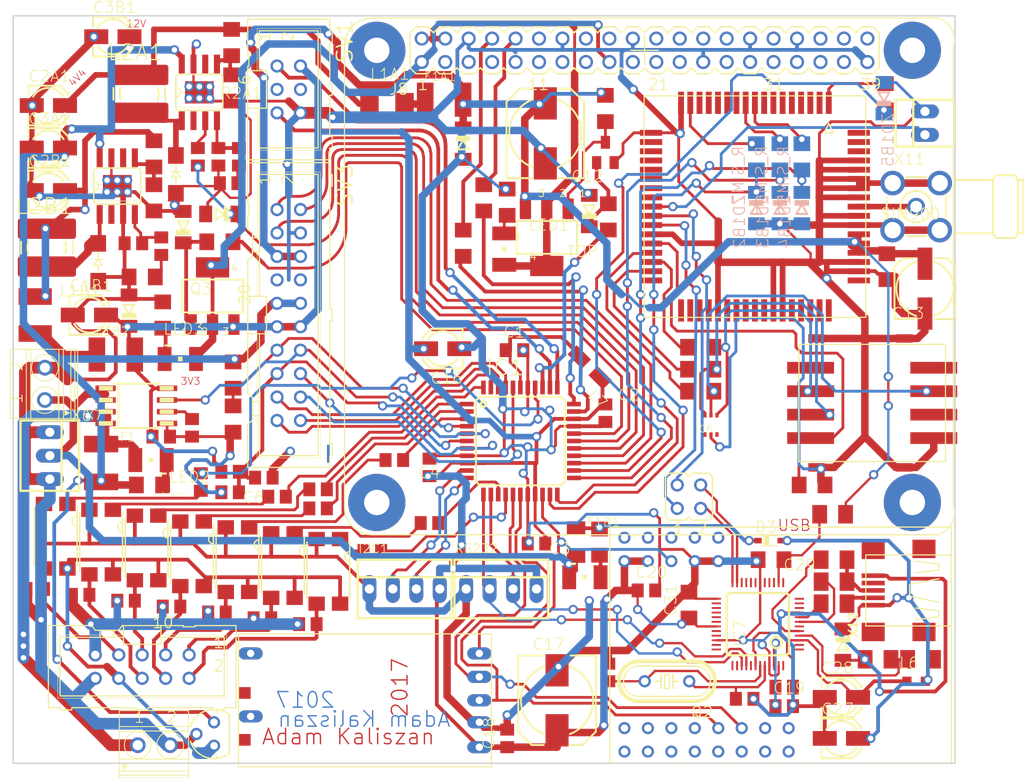
<source format=kicad_pcb>
(kicad_pcb (version 20171130) (host pcbnew 5.0.2+dfsg1-1)
  (layers (0 Top signal) (31 Bottom signal) (34 B.Paste user) (35 F.Paste user) (36 B.SilkS user) (37 F.SilkS user) (38 B.Mask user) (39 F.Mask user) (44 Edge.Cuts user))
  (net 0 "")
  (net 1 GND)
  (net 2 +3V3)
  (net 3 EXT_RX)
  (net 4 +12V)
  (net 5 DBG_TX)
  (net 6 DBG_RX)
  (net 7 VPP)
  (net 8 V_USB)
  (net 9 EXT_TX)
  (net 10 PWR_USB)
  (net 11 "Net-(IC2-Pad68)")
  (net 12 "Net-(IC2-Pad67)")
  (net 13 "Net-(IC2-Pad66)")
  (net 14 "Net-(IC2-Pad52)")
  (net 15 "Net-(IC2-Pad60)")
  (net 16 "Net-(IC2-Pad51)")
  (net 17 "Net-(IC2-Pad50)")
  (net 18 "Net-(IC2-Pad49)")
  (net 19 "Net-(IC2-Pad48)")
  (net 20 "Net-(IC2-Pad47)")
  (net 21 "Net-(IC2-Pad44)")
  (net 22 "Net-(IC2-Pad35)")
  (net 23 "Net-(IC2-Pad36)")
  (net 24 "Net-(IC2-Pad37)")
  (net 25 "Net-(IC2-Pad38)")
  (net 26 "Net-(IC2-Pad40)")
  (net 27 "Net-(IC2-Pad41)")
  (net 28 "Net-(IC2-Pad42)")
  (net 29 "Net-(IC2-Pad43)")
  (net 30 "Net-(IC2-Pad34)")
  (net 31 "Net-(IC2-Pad33)")
  (net 32 "Net-(IC2-Pad32)")
  (net 33 "Net-(IC2-Pad31)")
  (net 34 "Net-(C21-Pad1)")
  (net 35 "Net-(IC2-Pad19)")
  (net 36 "Net-(IC2-Pad20)")
  (net 37 "Net-(IC2-Pad21)")
  (net 38 "Net-(IC2-Pad22)")
  (net 39 "Net-(IC2-Pad23)")
  (net 40 "Net-(IC2-Pad24)")
  (net 41 "Net-(IC2-Pad25)")
  (net 42 "Net-(IC2-Pad26)")
  (net 43 "Net-(IC2-Pad16)")
  (net 44 "Net-(IC2-Pad15)")
  (net 45 "Net-(IC2-Pad14)")
  (net 46 "Net-(IC2-Pad13)")
  (net 47 "Net-(IC2-Pad12)")
  (net 48 "Net-(IC2-Pad11)")
  (net 49 "Net-(IC2-Pad10)")
  (net 50 "Net-(IC2-Pad1)")
  (net 51 "Net-(IC2-Pad2)")
  (net 52 "Net-(IC2-Pad3)")
  (net 53 "Net-(IC2-Pad4)")
  (net 54 "Net-(IC2-Pad5)")
  (net 55 "Net-(IC2-Pad6)")
  (net 56 "Net-(IC2-Pad7)")
  (net 57 "Net-(IC2-Pad8)")
  (net 58 "Net-(IC2-Pad9)")
  (net 59 "Net-(PCB1-Pad40)")
  (net 60 "Net-(PCB1-Pad38)")
  (net 61 "Net-(PCB1-Pad36)")
  (net 62 "Net-(PCB1-Pad32)")
  (net 63 "Net-(PCB1-Pad37)")
  (net 64 "Net-(PCB1-Pad35)")
  (net 65 "Net-(PCB1-Pad33)")
  (net 66 "Net-(PCB1-Pad31)")
  (net 67 "Net-(PCB1-Pad29)")
  (net 68 "Net-(PCB1-Pad28)")
  (net 69 "Net-(PCB1-Pad27)")
  (net 70 "Net-(PCB1-Pad26)")
  (net 71 "Net-(PCB1-Pad24)")
  (net 72 "Net-(PCB1-Pad22)")
  (net 73 "Net-(PCB1-Pad18)")
  (net 74 "Net-(PCB1-Pad16)")
  (net 75 "Net-(PCB1-Pad23)")
  (net 76 "Net-(PCB1-Pad21)")
  (net 77 "Net-(PCB1-Pad19)")
  (net 78 "Net-(LED3-PadA)")
  (net 79 "Net-(PCB1-Pad15)")
  (net 80 "Net-(PCB1-Pad13)")
  (net 81 "Net-(PCB1-Pad12)")
  (net 82 "Net-(PCB1-Pad10)")
  (net 83 "Net-(PCB1-Pad8)")
  (net 84 "Net-(LED1-PadA)")
  (net 85 "Net-(PCB1-Pad11)")
  (net 86 "Net-(PCB1-Pad7)")
  (net 87 "Net-(PCB1-Pad5)")
  (net 88 "Net-(PCB1-Pad3)")
  (net 89 "Net-(PCB1-PadPE_TL)")
  (net 90 "Net-(PCB1-PadPE_TR)")
  (net 91 "Net-(PCB1-PadPE_BR)")
  (net 92 "Net-(PCB1-PadPE_BL)")
  (net 93 /czujnikiRpi3b_1/PA4)
  (net 94 /czujnikiRpi3b_1/PA3)
  (net 95 /czujnikiRpi3b_1/PA2)
  (net 96 /czujnikiRpi3b_1/PA1)
  (net 97 /czujnikiRpi3b_1/PA0)
  (net 98 "Net-(C1-Pad1)")
  (net 99 /czujnikiRpi3b_1/PR1)
  (net 100 "Net-(IC1-Pad36)")
  (net 101 "Net-(IC1-Pad35)")
  (net 102 "Net-(IC1-Pad34)")
  (net 103 "Net-(IC1-Pad33)")
  (net 104 "Net-(IC1-Pad32)")
  (net 105 "Net-(IC1-Pad29)")
  (net 106 "Net-(IC1-Pad28)")
  (net 107 /czujnikiRpi3b_1/PD7)
  (net 108 /czujnikiRpi3b_1/PD6)
  (net 109 /czujnikiRpi3b_1/PD5)
  (net 110 /czujnikiRpi3b_1/PD4)
  (net 111 /czujnikiRpi3b_1/PD3)
  (net 112 /czujnikiRpi3b_1/PD2)
  (net 113 /czujnikiRpi3b_1/PD1)
  (net 114 /czujnikiRpi3b_1/PD0)
  (net 115 /czujnikiRpi3b_1/PC7)
  (net 116 /czujnikiRpi3b_1/PC6)
  (net 117 /czujnikiRpi3b_1/PC5)
  (net 118 /czujnikiRpi3b_1/PC4)
  (net 119 /czujnikiRpi3b_1/PC1)
  (net 120 /czujnikiRpi3b_1/PC0)
  (net 121 /czujnikiRpi3b_1/PB3)
  (net 122 /czujnikiRpi3b_1/PB2)
  (net 123 /czujnikiRpi3b_1/PB1)
  (net 124 /czujnikiRpi3b_1/PB0)
  (net 125 /czujnikiRpi3b_1/PA7)
  (net 126 /czujnikiRpi3b_1/PA6)
  (net 127 /czujnikiRpi3b_1/PA5)
  (net 128 "Net-(SV1-Pad4)")
  (net 129 "Net-(SV1-Pad3)")
  (net 130 "Net-(F1B1-Pad2)")
  (net 131 "Net-(U$3-PadP$7)")
  (net 132 "Net-(U$3-PadP$8)")
  (net 133 "Net-(U$3-PadP$9)")
  (net 134 "Net-(U$3-PadP$6)")
  (net 135 "Net-(IC3-Pad5)")
  (net 136 "Net-(IC3-Pad6)")
  (net 137 "Net-(IC3-Pad3)")
  (net 138 "Net-(IC3-Pad2)")
  (net 139 "Net-(IC4-Pad5)")
  (net 140 "Net-(IC4-Pad6)")
  (net 141 "Net-(IC4-Pad2)")
  (net 142 "Net-(U$4-PadP$16)")
  (net 143 "Net-(U$4-PadP$15)")
  (net 144 "Net-(U$4-PadP$14)")
  (net 145 "Net-(U$4-PadP$1)")
  (net 146 "Net-(U$4-PadP$11)")
  (net 147 "Net-(U$4-PadP$9)")
  (net 148 "Net-(U$4-PadP$13)")
  (net 149 "Net-(U$4-PadP$12)")
  (net 150 "Net-(U$4-PadP$10)")
  (net 151 "Net-(U$4-PadP$10B)")
  (net 152 "Net-(U$4-PadP$8B)")
  (net 153 "Net-(U$4-PadP$6B)")
  (net 154 "Net-(U$4-PadP$4B)")
  (net 155 "Net-(U$4-PadP$8)")
  (net 156 "Net-(U$4-PadP$6)")
  (net 157 "Net-(U$4-PadP$4)")
  (net 158 "Net-(U$4-PadP$2)")
  (net 159 "Net-(U$4-PadP$7)")
  (net 160 "Net-(U$4-PadP$5)")
  (net 161 "Net-(U$4-PadP$3)")
  (net 162 "Net-(U$4-PadP$2B)")
  (net 163 "Net-(IC6-Pad5)")
  (net 164 "Net-(IC6-Pad6)")
  (net 165 "Net-(IC6-Pad4)")
  (net 166 "Net-(IC6-Pad3)")
  (net 167 "Net-(IC6-Pad1)")
  (net 168 "Net-(F1-Pad1)")
  (net 169 "Net-(CI2-Pad1)")
  (net 170 "Net-(LED2-PadC)")
  (net 171 "Net-(Q3-Pad1)")
  (net 172 "Net-(Q1-PadC)")
  (net 173 "Net-(Q1-PadB)")
  (net 174 "Net-(LED1-PadC)")
  (net 175 "Net-(LED3-PadC)")
  (net 176 /czujnikiRpi3b_1/PWMA)
  (net 177 /czujnikiRpi3b_1/A1_IN)
  (net 178 /czujnikiRpi3b_1/A2_IN)
  (net 179 /czujnikiRpi3b_1/PWMB)
  (net 180 /czujnikiRpi3b_1/B2_IN)
  (net 181 /czujnikiRpi3b_1/B1_IN)
  (net 182 "Net-(IC5-PadOUT)")
  (net 183 "Net-(OK_B2-Pad3)")
  (net 184 "Net-(OK_B1-Pad3)")
  (net 185 "Net-(OK_A1-Pad3)")
  (net 186 "Net-(OK_A2-Pad3)")
  (net 187 "Net-(R1-Pad1)")
  (net 188 "Net-(R2-Pad1)")
  (net 189 "Net-(X12-PadGND@4)")
  (net 190 "Net-(X12-PadGND@3)")
  (net 191 "Net-(X12-PadGND@2)")
  (net 192 "Net-(X12-PadGND@1)")
  (net 193 "Net-(IC7-Pad48)")
  (net 194 "Net-(C19-Pad1)")
  (net 195 "Net-(C34-Pad1)")
  (net 196 "Net-(C33-Pad1)")
  (net 197 "Net-(C28-Pad+)")
  (net 198 "Net-(IC7-Pad41)")
  (net 199 "Net-(IC7-Pad38)")
  (net 200 "Net-(IC7-Pad37)")
  (net 201 "Net-(IC7-Pad36)")
  (net 202 "Net-(IC7-Pad35)")
  (net 203 "Net-(IC7-Pad33)")
  (net 204 "Net-(IC7-Pad32)")
  (net 205 "Net-(IC7-Pad30)")
  (net 206 "Net-(IC7-Pad29)")
  (net 207 "Net-(IC7-Pad28)")
  (net 208 "Net-(IC7-Pad27)")
  (net 209 "Net-(IC7-Pad26)")
  (net 210 "Net-(IC7-Pad24)")
  (net 211 "Net-(IC7-Pad23)")
  (net 212 "Net-(IC7-Pad22)")
  (net 213 "Net-(IC7-Pad21)")
  (net 214 "Net-(IC7-Pad20)")
  (net 215 "Net-(IC7-Pad19)")
  (net 216 "Net-(IC7-Pad17)")
  (net 217 "Net-(IC7-Pad16)")
  (net 218 "Net-(IC7-Pad15)")
  (net 219 "Net-(C29-Pad1)")
  (net 220 "Net-(IC7-Pad13)")
  (net 221 "Net-(IC7-Pad12)")
  (net 222 "Net-(IC7-Pad11)")
  (net 223 "Net-(IC7-Pad10)")
  (net 224 "Net-(IC7-Pad8)")
  (net 225 "Net-(IC7-Pad7)")
  (net 226 "Net-(IC7-Pad6)")
  (net 227 "Net-(IC7-Pad5)")
  (net 228 "Net-(IC7-Pad4)")
  (net 229 "Net-(IC7-Pad2)")
  (net 230 "Net-(IC7-Pad1)")
  (net 231 "Net-(I2C1-Pad3)")
  (net 232 "Net-(I2C1-Pad2)")
  (net 233 "Net-(C4A1-Pad1)")
  (net 234 "Net-(D1A1-PadK)")
  (net 235 "Net-(C4B1-Pad1)")
  (net 236 "Net-(D1B1-PadK)")
  (net 237 "Net-(C4B1-Pad2)")
  (net 238 "Net-(C2A1-Pad+)")
  (net 239 "Net-(C4A1-Pad2)")
  (net 240 "Net-(C2B1-Pad+)")
  (net 241 "Net-(F1A1-Pad1)")
  (net 242 "Net-(F1B2-Pad1)")
  (net 243 "Net-(LED_USB_FAULT1-PadA)")
  (net 244 "Net-(OK_HEN1-Pad1)")
  (net 245 "Net-(OK_HEN1-Pad3)")
  (net 246 "Net-(OK_PWMA1-Pad3)")
  (net 247 "Net-(OK_PWMB1-Pad3)")
  (module "" (layer Top) (at 100.3586 67.3986)
    (fp_text reference @HOLE0 hide)
    (fp_text value "" (at 0 0) (layer F.SilkS) (effects (font (size 1.27 1.27))))
    (pad "" np_thru_hole circle (at 0 0) (size 3.2 3.2) (drill 3.2) (layers *.Cu *.Mask))
  )
  (module "" (layer Top) (at 100.3586 142.6461)
    (fp_text reference @HOLE1 hide)
    (fp_text value "" (at 0 0) (layer F.SilkS) (effects (font (size 1.27 1.27))))
    (pad "" np_thru_hole circle (at 0 0) (size 3.2 3.2) (drill 3.2) (layers *.Cu *.Mask))
  )
  (module "" (layer Top) (at 196.8786 142.3286)
    (fp_text reference @HOLE2 hide)
    (fp_text value "" (at 0 0) (layer F.SilkS) (effects (font (size 1.27 1.27))))
    (pad "" np_thru_hole circle (at 0 0) (size 3.2 3.2) (drill 3.2) (layers *.Cu *.Mask))
  )
  (module "" (layer Top) (at 136.71235 83.11485)
    (fp_text reference @HOLE3 hide)
    (fp_text value "" (at 0 0) (layer F.SilkS) (effects (font (size 1.27 1.27))))
    (pad "" np_thru_hole circle (at 0 0) (size 3.2 3.2) (drill 3.2) (layers *.Cu *.Mask))
  )
  (module "" (layer Top) (at 136.71235 87.0836)
    (fp_text reference @HOLE4 hide)
    (fp_text value "" (at 0 0) (layer F.SilkS) (effects (font (size 1.27 1.27))))
    (pad "" np_thru_hole circle (at 0 0) (size 3.2 3.2) (drill 3.2) (layers *.Cu *.Mask))
  )
  (module "" (layer Top) (at 136.71235 90.8936)
    (fp_text reference @HOLE5 hide)
    (fp_text value "" (at 0 0) (layer F.SilkS) (effects (font (size 1.27 1.27))))
    (pad "" np_thru_hole circle (at 0 0) (size 3.2 3.2) (drill 3.2) (layers *.Cu *.Mask))
  )
  (module "" (layer Top) (at 136.71235 94.86235)
    (fp_text reference @HOLE6 hide)
    (fp_text value "" (at 0 0) (layer F.SilkS) (effects (font (size 1.27 1.27))))
    (pad "" np_thru_hole circle (at 0 0) (size 3.2 3.2) (drill 3.2) (layers *.Cu *.Mask))
  )
  (module "" (layer Top) (at 136.71235 98.5136)
    (fp_text reference @HOLE7 hide)
    (fp_text value "" (at 0 0) (layer F.SilkS) (effects (font (size 1.27 1.27))))
    (pad "" np_thru_hole circle (at 0 0) (size 3.2 3.2) (drill 3.2) (layers *.Cu *.Mask))
  )
  (module "" (layer Top) (at 136.71235 102.16485)
    (fp_text reference @HOLE8 hide)
    (fp_text value "" (at 0 0) (layer F.SilkS) (effects (font (size 1.27 1.27))))
    (pad "" np_thru_hole circle (at 0 0) (size 3.2 3.2) (drill 3.2) (layers *.Cu *.Mask))
  )
  (module "" (layer Top) (at 178.30485 100.7361)
    (fp_text reference @HOLE9 hide)
    (fp_text value "" (at 0 0) (layer F.SilkS) (effects (font (size 1.27 1.27))))
    (pad "" np_thru_hole circle (at 0 0) (size 3.2 3.2) (drill 3.2) (layers *.Cu *.Mask))
  )
  (module "" (layer Top) (at 178.30485 104.5461)
    (fp_text reference @HOLE10 hide)
    (fp_text value "" (at 0 0) (layer F.SilkS) (effects (font (size 1.27 1.27))))
    (pad "" np_thru_hole circle (at 0 0) (size 3.2 3.2) (drill 3.2) (layers *.Cu *.Mask))
  )
  (module "" (layer Top) (at 178.30485 108.83235)
    (fp_text reference @HOLE11 hide)
    (fp_text value "" (at 0 0) (layer F.SilkS) (effects (font (size 1.27 1.27))))
    (pad "" np_thru_hole circle (at 0 0) (size 3.2 3.2) (drill 3.2) (layers *.Cu *.Mask))
  )
  (module "" (layer Top) (at 178.30485 113.27735)
    (fp_text reference @HOLE12 hide)
    (fp_text value "" (at 0 0) (layer F.SilkS) (effects (font (size 1.27 1.27))))
    (pad "" np_thru_hole circle (at 0 0) (size 3.2 3.2) (drill 3.2) (layers *.Cu *.Mask))
  )
  (module "" (layer Top) (at 178.30485 117.40485)
    (fp_text reference @HOLE13 hide)
    (fp_text value "" (at 0 0) (layer F.SilkS) (effects (font (size 1.27 1.27))))
    (pad "" np_thru_hole circle (at 0 0) (size 3.2 3.2) (drill 3.2) (layers *.Cu *.Mask))
  )
  (module czujnikiRpi3b:RASPBERRY_PI_APLUS_TPLACE (layer Top) (at 133.3786 120.7386)
    (fp_text reference PCB1 hide)
    (fp_text value RASPBERRY_PI_B+TPLACE_A hide)
    (fp_text user 31 (at 46.5 -49.5) (layer F.SilkS) (effects (font (size 1.2065 1.2065) (thickness 0.127)) (justify top)))
    (fp_text user 21 (at 34 -49.5) (layer F.SilkS) (effects (font (size 1.2065 1.2065) (thickness 0.127)) (justify top)))
    (fp_text user 11 (at 21 -49.5) (layer F.SilkS) (effects (font (size 1.2065 1.2065) (thickness 0.127)) (justify top)))
    (fp_text user 39 (at 57 -49.5) (layer F.SilkS) (effects (font (size 1.2065 1.2065) (thickness 0.127)) (justify top)))
    (fp_text user J8 (at 7 -49) (layer F.SilkS) (effects (font (size 1.2065 1.2065) (thickness 0.127)) (justify right top)))
    (fp_text user 1 (at 8.5 -49.5) (layer F.SilkS) (effects (font (size 1.2065 1.2065) (thickness 0.127)) (justify top)))
    (fp_text user TOP (at 24 -30) (layer F.SilkS) (effects (font (size 1.2065 1.2065) (thickness 0.1016)) (justify left bottom)))
    (pad 40 thru_hole circle (at 56.63 -53.77) (size 1.524 1.524) (drill 1.016) (layers *.Cu *.Mask) (net 59 "Net-(PCB1-Pad40)"))
    (pad 38 thru_hole circle (at 54.09 -53.77) (size 1.524 1.524) (drill 1.016) (layers *.Cu *.Mask) (net 60 "Net-(PCB1-Pad38)"))
    (pad 36 thru_hole circle (at 51.55 -53.77) (size 1.524 1.524) (drill 1.016) (layers *.Cu *.Mask) (net 61 "Net-(PCB1-Pad36)"))
    (pad 34 thru_hole circle (at 49.01 -53.77) (size 1.524 1.524) (drill 1.016) (layers *.Cu *.Mask) (net 1 GND))
    (pad 32 thru_hole circle (at 46.47 -53.77) (size 1.524 1.524) (drill 1.016) (layers *.Cu *.Mask) (net 62 "Net-(PCB1-Pad32)"))
    (pad 30 thru_hole circle (at 43.93 -53.77) (size 1.524 1.524) (drill 1.016) (layers *.Cu *.Mask) (net 1 GND))
    (pad 39 thru_hole circle (at 56.63 -51.23) (size 1.524 1.524) (drill 1.016) (layers *.Cu *.Mask) (net 1 GND))
    (pad 37 thru_hole circle (at 54.09 -51.23) (size 1.524 1.524) (drill 1.016) (layers *.Cu *.Mask) (net 63 "Net-(PCB1-Pad37)"))
    (pad 35 thru_hole circle (at 51.55 -51.23) (size 1.524 1.524) (drill 1.016) (layers *.Cu *.Mask) (net 64 "Net-(PCB1-Pad35)"))
    (pad 33 thru_hole circle (at 49.01 -51.23) (size 1.524 1.524) (drill 1.016) (layers *.Cu *.Mask) (net 65 "Net-(PCB1-Pad33)"))
    (pad 31 thru_hole circle (at 46.47 -51.23) (size 1.524 1.524) (drill 1.016) (layers *.Cu *.Mask) (net 66 "Net-(PCB1-Pad31)"))
    (pad 29 thru_hole circle (at 43.93 -51.23) (size 1.524 1.524) (drill 1.016) (layers *.Cu *.Mask) (net 67 "Net-(PCB1-Pad29)"))
    (pad 28 thru_hole circle (at 41.39 -53.77) (size 1.524 1.524) (drill 1.016) (layers *.Cu *.Mask) (net 68 "Net-(PCB1-Pad28)"))
    (pad 27 thru_hole circle (at 41.39 -51.23) (size 1.524 1.524) (drill 1.016) (layers *.Cu *.Mask) (net 69 "Net-(PCB1-Pad27)"))
    (pad 26 thru_hole circle (at 38.85 -53.77) (size 1.524 1.524) (drill 1.016) (layers *.Cu *.Mask) (net 70 "Net-(PCB1-Pad26)"))
    (pad 24 thru_hole circle (at 36.31 -53.77) (size 1.524 1.524) (drill 1.016) (layers *.Cu *.Mask) (net 71 "Net-(PCB1-Pad24)"))
    (pad 22 thru_hole circle (at 33.77 -53.77) (size 1.524 1.524) (drill 1.016) (layers *.Cu *.Mask) (net 72 "Net-(PCB1-Pad22)"))
    (pad 20 thru_hole circle (at 31.23 -53.77) (size 1.524 1.524) (drill 1.016) (layers *.Cu *.Mask) (net 1 GND))
    (pad 18 thru_hole circle (at 28.69 -53.77) (size 1.524 1.524) (drill 1.016) (layers *.Cu *.Mask) (net 73 "Net-(PCB1-Pad18)"))
    (pad 16 thru_hole circle (at 26.15 -53.77) (size 1.524 1.524) (drill 1.016) (layers *.Cu *.Mask) (net 74 "Net-(PCB1-Pad16)"))
    (pad 25 thru_hole circle (at 38.85 -51.23) (size 1.524 1.524) (drill 1.016) (layers *.Cu *.Mask) (net 1 GND))
    (pad 23 thru_hole circle (at 36.31 -51.23) (size 1.524 1.524) (drill 1.016) (layers *.Cu *.Mask) (net 75 "Net-(PCB1-Pad23)"))
    (pad 21 thru_hole circle (at 33.77 -51.23) (size 1.524 1.524) (drill 1.016) (layers *.Cu *.Mask) (net 76 "Net-(PCB1-Pad21)"))
    (pad 19 thru_hole circle (at 31.23 -51.23) (size 1.524 1.524) (drill 1.016) (layers *.Cu *.Mask) (net 77 "Net-(PCB1-Pad19)"))
    (pad 17 thru_hole circle (at 28.69 -51.23) (size 1.524 1.524) (drill 1.016) (layers *.Cu *.Mask) (net 78 "Net-(LED3-PadA)"))
    (pad 15 thru_hole circle (at 26.15 -51.23) (size 1.524 1.524) (drill 1.016) (layers *.Cu *.Mask) (net 79 "Net-(PCB1-Pad15)"))
    (pad 14 thru_hole circle (at 23.61 -53.77) (size 1.524 1.524) (drill 1.016) (layers *.Cu *.Mask) (net 1 GND))
    (pad 13 thru_hole circle (at 23.61 -51.23) (size 1.524 1.524) (drill 1.016) (layers *.Cu *.Mask) (net 80 "Net-(PCB1-Pad13)"))
    (pad 12 thru_hole circle (at 21.07 -53.77) (size 1.524 1.524) (drill 1.016) (layers *.Cu *.Mask) (net 81 "Net-(PCB1-Pad12)"))
    (pad 10 thru_hole circle (at 18.53 -53.77) (size 1.524 1.524) (drill 1.016) (layers *.Cu *.Mask) (net 82 "Net-(PCB1-Pad10)"))
    (pad 8 thru_hole circle (at 15.99 -53.77) (size 1.524 1.524) (drill 1.016) (layers *.Cu *.Mask) (net 83 "Net-(PCB1-Pad8)"))
    (pad 6 thru_hole circle (at 13.45 -53.77) (size 1.524 1.524) (drill 1.016) (layers *.Cu *.Mask) (net 1 GND))
    (pad 4 thru_hole circle (at 10.91 -53.77) (size 1.524 1.524) (drill 1.016) (layers *.Cu *.Mask) (net 84 "Net-(LED1-PadA)"))
    (pad 2 thru_hole circle (at 8.37 -53.77) (size 1.524 1.524) (drill 1.016) (layers *.Cu *.Mask) (net 84 "Net-(LED1-PadA)"))
    (pad 11 thru_hole circle (at 21.07 -51.23) (size 1.524 1.524) (drill 1.016) (layers *.Cu *.Mask) (net 85 "Net-(PCB1-Pad11)"))
    (pad 9 thru_hole circle (at 18.53 -51.23) (size 1.524 1.524) (drill 1.016) (layers *.Cu *.Mask) (net 1 GND))
    (pad 7 thru_hole circle (at 15.99 -51.23) (size 1.524 1.524) (drill 1.016) (layers *.Cu *.Mask) (net 86 "Net-(PCB1-Pad7)"))
    (pad 5 thru_hole circle (at 13.45 -51.23) (size 1.524 1.524) (drill 1.016) (layers *.Cu *.Mask) (net 87 "Net-(PCB1-Pad5)"))
    (pad 3 thru_hole circle (at 10.91 -51.23) (size 1.524 1.524) (drill 1.016) (layers *.Cu *.Mask) (net 88 "Net-(PCB1-Pad3)"))
    (pad 1 thru_hole circle (at 8.37 -51.23) (size 1.524 1.524) (drill 1.016) (layers *.Cu *.Mask) (net 78 "Net-(LED3-PadA)"))
    (pad PE_TL thru_hole circle (at 3.5 -52.5) (size 6.2 6.2) (drill 2.75) (layers *.Cu *.Mask) (net 89 "Net-(PCB1-PadPE_TL)"))
    (pad PE_TR thru_hole circle (at 61.5 -52.5) (size 6.2 6.2) (drill 2.75) (layers *.Cu *.Mask) (net 90 "Net-(PCB1-PadPE_TR)"))
    (pad PE_BR thru_hole circle (at 61.5 -3.5) (size 6.2 6.2) (drill 2.75) (layers *.Cu *.Mask) (net 91 "Net-(PCB1-PadPE_BR)"))
    (pad PE_BL thru_hole circle (at 3.5 -3.5) (size 6.2 6.2) (drill 2.75) (layers *.Cu *.Mask) (net 92 "Net-(PCB1-PadPE_BL)"))
  )
  (module czujnikiRpi3b:TQFP44 (layer Top) (at 152.4286 110.5786)
    (fp_text reference IC1 (at -3.81 -6.985) (layer F.SilkS) (effects (font (size 1.6891 1.6891) (thickness 0.135128)) (justify left bottom)))
    (fp_text value XMEGA16A4A hide)
    (pad 44 smd rect (at -4 -5.8) (size 0.5 1.5) (layers Top F.Paste F.Mask) (net 93 /czujnikiRpi3b_1/PA4))
    (pad 43 smd rect (at -3.2 -5.8) (size 0.5 1.5) (layers Top F.Paste F.Mask) (net 94 /czujnikiRpi3b_1/PA3))
    (pad 42 smd rect (at -2.4 -5.8) (size 0.5 1.5) (layers Top F.Paste F.Mask) (net 95 /czujnikiRpi3b_1/PA2))
    (pad 41 smd rect (at -1.6 -5.8) (size 0.5 1.5) (layers Top F.Paste F.Mask) (net 96 /czujnikiRpi3b_1/PA1))
    (pad 40 smd rect (at -0.8 -5.8) (size 0.5 1.5) (layers Top F.Paste F.Mask) (net 97 /czujnikiRpi3b_1/PA0))
    (pad 39 smd rect (at 0 -5.8) (size 0.5 1.5) (layers Top F.Paste F.Mask) (net 98 "Net-(C1-Pad1)"))
    (pad 38 smd rect (at 0.8 -5.8) (size 0.5 1.5) (layers Top F.Paste F.Mask) (net 1 GND))
    (pad 37 smd rect (at 1.6 -5.8) (size 0.5 1.5) (layers Top F.Paste F.Mask) (net 99 /czujnikiRpi3b_1/PR1))
    (pad 36 smd rect (at 2.4 -5.8) (size 0.5 1.5) (layers Top F.Paste F.Mask) (net 100 "Net-(IC1-Pad36)"))
    (pad 35 smd rect (at 3.2 -5.8) (size 0.5 1.5) (layers Top F.Paste F.Mask) (net 101 "Net-(IC1-Pad35)"))
    (pad 34 smd rect (at 4 -5.8) (size 0.5 1.5) (layers Top F.Paste F.Mask) (net 102 "Net-(IC1-Pad34)"))
    (pad 33 smd rect (at 5.8 -4) (size 1.5 0.5) (layers Top F.Paste F.Mask) (net 103 "Net-(IC1-Pad33)"))
    (pad 32 smd rect (at 5.8 -3.2) (size 1.5 0.5) (layers Top F.Paste F.Mask) (net 104 "Net-(IC1-Pad32)"))
    (pad 31 smd rect (at 5.8 -2.4) (size 1.5 0.5) (layers Top F.Paste F.Mask) (net 2 +3V3))
    (pad 30 smd rect (at 5.8 -1.6) (size 1.5 0.5) (layers Top F.Paste F.Mask) (net 1 GND))
    (pad 29 smd rect (at 5.8 -0.8) (size 1.5 0.5) (layers Top F.Paste F.Mask) (net 105 "Net-(IC1-Pad29)"))
    (pad 28 smd rect (at 5.8 0) (size 1.5 0.5) (layers Top F.Paste F.Mask) (net 106 "Net-(IC1-Pad28)"))
    (pad 27 smd rect (at 5.8 0.8) (size 1.5 0.5) (layers Top F.Paste F.Mask) (net 107 /czujnikiRpi3b_1/PD7))
    (pad 26 smd rect (at 5.8 1.6) (size 1.5 0.5) (layers Top F.Paste F.Mask) (net 108 /czujnikiRpi3b_1/PD6))
    (pad 25 smd rect (at 5.8 2.4) (size 1.5 0.5) (layers Top F.Paste F.Mask) (net 109 /czujnikiRpi3b_1/PD5))
    (pad 24 smd rect (at 5.8 3.2) (size 1.5 0.5) (layers Top F.Paste F.Mask) (net 110 /czujnikiRpi3b_1/PD4))
    (pad 23 smd rect (at 5.8 4) (size 1.5 0.5) (layers Top F.Paste F.Mask) (net 111 /czujnikiRpi3b_1/PD3))
    (pad 22 smd rect (at 4 5.8) (size 0.5 1.5) (layers Top F.Paste F.Mask) (net 112 /czujnikiRpi3b_1/PD2))
    (pad 21 smd rect (at 3.2 5.8) (size 0.5 1.5) (layers Top F.Paste F.Mask) (net 113 /czujnikiRpi3b_1/PD1))
    (pad 20 smd rect (at 2.4 5.8) (size 0.5 1.5) (layers Top F.Paste F.Mask) (net 114 /czujnikiRpi3b_1/PD0))
    (pad 19 smd rect (at 1.6 5.8) (size 0.5 1.5) (layers Top F.Paste F.Mask) (net 2 +3V3))
    (pad 18 smd rect (at 0.8 5.8) (size 0.5 1.5) (layers Top F.Paste F.Mask) (net 1 GND))
    (pad 17 smd rect (at 0 5.8) (size 0.5 1.5) (layers Top F.Paste F.Mask) (net 115 /czujnikiRpi3b_1/PC7))
    (pad 16 smd rect (at -0.8 5.8) (size 0.5 1.5) (layers Top F.Paste F.Mask) (net 116 /czujnikiRpi3b_1/PC6))
    (pad 15 smd rect (at -1.6 5.8) (size 0.5 1.5) (layers Top F.Paste F.Mask) (net 117 /czujnikiRpi3b_1/PC5))
    (pad 14 smd rect (at -2.4 5.8) (size 0.5 1.5) (layers Top F.Paste F.Mask) (net 118 /czujnikiRpi3b_1/PC4))
    (pad 13 smd rect (at -3.2 5.8) (size 0.5 1.5) (layers Top F.Paste F.Mask) (net 9 EXT_TX))
    (pad 12 smd rect (at -4 5.8) (size 0.5 1.5) (layers Top F.Paste F.Mask) (net 3 EXT_RX))
    (pad 11 smd rect (at -5.8 4) (size 1.5 0.5) (layers Top F.Paste F.Mask) (net 119 /czujnikiRpi3b_1/PC1))
    (pad 10 smd rect (at -5.8 3.2) (size 1.5 0.5) (layers Top F.Paste F.Mask) (net 120 /czujnikiRpi3b_1/PC0))
    (pad 9 smd rect (at -5.8 2.4) (size 1.5 0.5) (layers Top F.Paste F.Mask) (net 2 +3V3))
    (pad 8 smd rect (at -5.8 1.6) (size 1.5 0.5) (layers Top F.Paste F.Mask) (net 1 GND))
    (pad 7 smd rect (at -5.8 0.8) (size 1.5 0.5) (layers Top F.Paste F.Mask) (net 121 /czujnikiRpi3b_1/PB3))
    (pad 6 smd rect (at -5.8 0) (size 1.5 0.5) (layers Top F.Paste F.Mask) (net 122 /czujnikiRpi3b_1/PB2))
    (pad 5 smd rect (at -5.8 -0.8) (size 1.5 0.5) (layers Top F.Paste F.Mask) (net 123 /czujnikiRpi3b_1/PB1))
    (pad 4 smd rect (at -5.8 -1.6) (size 1.5 0.5) (layers Top F.Paste F.Mask) (net 124 /czujnikiRpi3b_1/PB0))
    (pad 3 smd rect (at -5.8 -2.4) (size 1.5 0.5) (layers Top F.Paste F.Mask) (net 125 /czujnikiRpi3b_1/PA7))
    (pad 2 smd rect (at -5.8 -3.2) (size 1.5 0.5) (layers Top F.Paste F.Mask) (net 126 /czujnikiRpi3b_1/PA6))
    (pad 1 smd rect (at -5.8 -4) (size 1.5 0.5) (layers Top F.Paste F.Mask) (net 127 /czujnikiRpi3b_1/PA5))
  )
  (module czujnikiRpi3b:ML6 (layer Top) (at 127.3461 72.4786 270)
    (fp_text reference SV1 (at -7.62 -5.08 270) (layer F.SilkS) (effects (font (size 1.6891 1.6891) (thickness 0.1778)) (justify right top)))
    (fp_text value ML6)
    (fp_text user 6 (at -0.381 4.064 270) (layer F.SilkS) (effects (font (size 1.2065 1.2065) (thickness 0.127)) (justify left bottom)))
    (fp_text user 2 (at -5.08 -0.635 270) (layer F.SilkS) (effects (font (size 1.2065 1.2065) (thickness 0.127)) (justify left bottom)))
    (fp_text user 1 (at -5.08 1.905 270) (layer F.SilkS) (effects (font (size 1.2065 1.2065) (thickness 0.127)) (justify left bottom)))
    (pad 6 thru_hole circle (at 2.54 -1.27 270) (size 1.4224 1.4224) (drill 0.9144) (layers *.Cu *.Mask) (net 1 GND))
    (pad 5 thru_hole circle (at 2.54 1.27 270) (size 1.4224 1.4224) (drill 0.9144) (layers *.Cu *.Mask) (net 101 "Net-(IC1-Pad35)"))
    (pad 4 thru_hole circle (at 0 -1.27 270) (size 1.4224 1.4224) (drill 0.9144) (layers *.Cu *.Mask) (net 128 "Net-(SV1-Pad4)"))
    (pad 3 thru_hole circle (at 0 1.27 270) (size 1.4224 1.4224) (drill 0.9144) (layers *.Cu *.Mask) (net 129 "Net-(SV1-Pad3)"))
    (pad 2 thru_hole circle (at -2.54 -1.27 270) (size 1.4224 1.4224) (drill 0.9144) (layers *.Cu *.Mask) (net 2 +3V3))
    (pad 1 thru_hole circle (at -2.54 1.27 270) (size 1.4224 1.4224) (drill 0.9144) (layers *.Cu *.Mask) (net 102 "Net-(IC1-Pad34)"))
  )
  (module czujnikiRpi3b:C0805 (layer Top) (at 151.7936 100.7361)
    (fp_text reference C1 (at -1.27 -1.27) (layer F.SilkS) (effects (font (size 1.2065 1.2065) (thickness 0.09652)) (justify left bottom)))
    (fp_text value C-EUC0805)
    (pad 2 smd rect (at 0.95 0) (size 1.3 1.5) (layers Top F.Paste F.Mask) (net 1 GND))
    (pad 1 smd rect (at -0.95 0) (size 1.3 1.5) (layers Top F.Paste F.Mask) (net 98 "Net-(C1-Pad1)"))
  )
  (module czujnikiRpi3b:C0805 (layer Top) (at 161.6361 107.56235 270)
    (fp_text reference C2 (at -1.27 -1.27) (layer F.SilkS) (effects (font (size 1.2065 1.2065) (thickness 0.09652)) (justify left bottom)))
    (fp_text value C-EUC0805)
    (pad 2 smd rect (at 0.95 0 270) (size 1.3 1.5) (layers Top F.Paste F.Mask) (net 1 GND))
    (pad 1 smd rect (at -0.95 0 270) (size 1.3 1.5) (layers Top F.Paste F.Mask) (net 2 +3V3))
  )
  (module czujnikiRpi3b:C0805 (layer Top) (at 154.17485 121.6911 180)
    (fp_text reference C3 (at -1.27 -1.27) (layer F.SilkS) (effects (font (size 1.2065 1.2065) (thickness 0.09652)) (justify left bottom)))
    (fp_text value C-EUC0805)
    (pad 2 smd rect (at 0.95 0 180) (size 1.3 1.5) (layers Top F.Paste F.Mask) (net 1 GND))
    (pad 1 smd rect (at -0.95 0 180) (size 1.3 1.5) (layers Top F.Paste F.Mask) (net 2 +3V3))
  )
  (module czujnikiRpi3b:C0805 (layer Top) (at 142.5861 113.4361 90)
    (fp_text reference C4 (at -1.27 -1.27) (layer F.SilkS) (effects (font (size 1.2065 1.2065) (thickness 0.09652)) (justify left bottom)))
    (fp_text value C-EUC0805)
    (pad 2 smd rect (at 0.95 0 90) (size 1.3 1.5) (layers Top F.Paste F.Mask) (net 1 GND))
    (pad 1 smd rect (at -0.95 0 90) (size 1.3 1.5) (layers Top F.Paste F.Mask) (net 2 +3V3))
  )
  (module czujnikiRpi3b:SIM900 (layer Top) (at 177.8286 85.1786 270)
    (fp_text reference IC2 hide)
    (fp_text value SIM900 (at 1.5 -13.5) (layer F.SilkS) (effects (font (size 1.2065 1.2065) (thickness 0.09652)) (justify left bottom)))
    (pad 68 smd rect (at -8 -11.25 180) (size 2.413 0.635) (layers Top F.Paste F.Mask) (net 11 "Net-(IC2-Pad68)"))
    (pad 67 smd rect (at -7 -11.25 180) (size 2.413 0.635) (layers Top F.Paste F.Mask) (net 12 "Net-(IC2-Pad67)"))
    (pad 66 smd rect (at -6 -11.25 180) (size 2.413 0.635) (layers Top F.Paste F.Mask) (net 13 "Net-(IC2-Pad66)"))
    (pad 65 smd rect (at -5 -11.25 180) (size 2.413 0.635) (layers Top F.Paste F.Mask) (net 1 GND))
    (pad 64 smd rect (at -4 -11.25 180) (size 2.413 0.635) (layers Top F.Paste F.Mask) (net 1 GND))
    (pad 63 smd rect (at -3 -11.25 180) (size 2.413 0.635) (layers Top F.Paste F.Mask) (net 1 GND))
    (pad 62 smd rect (at -2 -11.25 180) (size 2.413 0.635) (layers Top F.Paste F.Mask) (net 1 GND))
    (pad 61 smd rect (at -1 -11.25 180) (size 2.413 0.635) (layers Top F.Paste F.Mask) (net 1 GND))
    (pad 52 smd rect (at 8 -11.25 180) (size 2.413 0.635) (layers Top F.Paste F.Mask) (net 14 "Net-(IC2-Pad52)"))
    (pad 53 smd rect (at 7 -11.25 180) (size 2.413 0.635) (layers Top F.Paste F.Mask) (net 1 GND))
    (pad 54 smd rect (at 6 -11.25 180) (size 2.413 0.635) (layers Top F.Paste F.Mask) (net 1 GND))
    (pad 55 smd rect (at 5 -11.25 180) (size 2.413 0.635) (layers Top F.Paste F.Mask) (net 2 +3V3))
    (pad 56 smd rect (at 4 -11.25 180) (size 2.413 0.635) (layers Top F.Paste F.Mask) (net 2 +3V3))
    (pad 57 smd rect (at 3 -11.25 180) (size 2.413 0.635) (layers Top F.Paste F.Mask) (net 2 +3V3))
    (pad 58 smd rect (at 2 -11.25 180) (size 2.413 0.635) (layers Top F.Paste F.Mask) (net 1 GND))
    (pad 59 smd rect (at 1 -11.25 180) (size 2.413 0.635) (layers Top F.Paste F.Mask) (net 1 GND))
    (pad 60 smd rect (at 0 -11.25 180) (size 2.413 0.635) (layers Top F.Paste F.Mask) (net 15 "Net-(IC2-Pad60)"))
    (pad 51 smd rect (at 11.25 -8 90) (size 2.413 0.635) (layers Top F.Paste F.Mask) (net 16 "Net-(IC2-Pad51)"))
    (pad 50 smd rect (at 11.25 -7 90) (size 2.413 0.635) (layers Top F.Paste F.Mask) (net 17 "Net-(IC2-Pad50)"))
    (pad 49 smd rect (at 11.25 -6 90) (size 2.413 0.635) (layers Top F.Paste F.Mask) (net 18 "Net-(IC2-Pad49)"))
    (pad 48 smd rect (at 11.25 -5 90) (size 2.413 0.635) (layers Top F.Paste F.Mask) (net 19 "Net-(IC2-Pad48)"))
    (pad 47 smd rect (at 11.25 -4 90) (size 2.413 0.635) (layers Top F.Paste F.Mask) (net 20 "Net-(IC2-Pad47)"))
    (pad 46 smd rect (at 11.25 -3 90) (size 2.413 0.635) (layers Top F.Paste F.Mask) (net 1 GND))
    (pad 45 smd rect (at 11.25 -2 90) (size 2.413 0.635) (layers Top F.Paste F.Mask) (net 1 GND))
    (pad 44 smd rect (at 11.25 -1 90) (size 2.413 0.635) (layers Top F.Paste F.Mask) (net 21 "Net-(IC2-Pad44)"))
    (pad 35 smd rect (at 11.25 8 90) (size 2.413 0.635) (layers Top F.Paste F.Mask) (net 22 "Net-(IC2-Pad35)"))
    (pad 36 smd rect (at 11.25 7 90) (size 2.413 0.635) (layers Top F.Paste F.Mask) (net 23 "Net-(IC2-Pad36)"))
    (pad 37 smd rect (at 11.25 6 90) (size 2.413 0.635) (layers Top F.Paste F.Mask) (net 24 "Net-(IC2-Pad37)"))
    (pad 38 smd rect (at 11.25 5 90) (size 2.413 0.635) (layers Top F.Paste F.Mask) (net 25 "Net-(IC2-Pad38)"))
    (pad 39 smd rect (at 11.25 4 90) (size 2.413 0.635) (layers Top F.Paste F.Mask) (net 1 GND))
    (pad 40 smd rect (at 11.25 3 90) (size 2.413 0.635) (layers Top F.Paste F.Mask) (net 26 "Net-(IC2-Pad40)"))
    (pad 41 smd rect (at 11.25 2 90) (size 2.413 0.635) (layers Top F.Paste F.Mask) (net 27 "Net-(IC2-Pad41)"))
    (pad 42 smd rect (at 11.25 1 90) (size 2.413 0.635) (layers Top F.Paste F.Mask) (net 28 "Net-(IC2-Pad42)"))
    (pad 43 smd rect (at 11.25 0 90) (size 2.413 0.635) (layers Top F.Paste F.Mask) (net 29 "Net-(IC2-Pad43)"))
    (pad 34 smd rect (at 8 11.25) (size 2.413 0.635) (layers Top F.Paste F.Mask) (net 30 "Net-(IC2-Pad34)"))
    (pad 33 smd rect (at 7 11.25) (size 2.413 0.635) (layers Top F.Paste F.Mask) (net 31 "Net-(IC2-Pad33)"))
    (pad 32 smd rect (at 6 11.25) (size 2.413 0.635) (layers Top F.Paste F.Mask) (net 32 "Net-(IC2-Pad32)"))
    (pad 31 smd rect (at 5 11.25) (size 2.413 0.635) (layers Top F.Paste F.Mask) (net 33 "Net-(IC2-Pad31)"))
    (pad 30 smd rect (at 4 11.25) (size 2.413 0.635) (layers Top F.Paste F.Mask) (net 34 "Net-(C21-Pad1)"))
    (pad 29 smd rect (at 3 11.25) (size 2.413 0.635) (layers Top F.Paste F.Mask) (net 1 GND))
    (pad 28 smd rect (at 2 11.25) (size 2.413 0.635) (layers Top F.Paste F.Mask) (net 6 DBG_RX))
    (pad 27 smd rect (at 1 11.25) (size 2.413 0.635) (layers Top F.Paste F.Mask) (net 5 DBG_TX))
    (pad 18 smd rect (at -8 11.25) (size 2.413 0.635) (layers Top F.Paste F.Mask) (net 1 GND))
    (pad 19 smd rect (at -7 11.25) (size 2.413 0.635) (layers Top F.Paste F.Mask) (net 35 "Net-(IC2-Pad19)"))
    (pad 20 smd rect (at -6 11.25) (size 2.413 0.635) (layers Top F.Paste F.Mask) (net 36 "Net-(IC2-Pad20)"))
    (pad 21 smd rect (at -5 11.25) (size 2.413 0.635) (layers Top F.Paste F.Mask) (net 37 "Net-(IC2-Pad21)"))
    (pad 22 smd rect (at -4 11.25) (size 2.413 0.635) (layers Top F.Paste F.Mask) (net 38 "Net-(IC2-Pad22)"))
    (pad 23 smd rect (at -3 11.25) (size 2.413 0.635) (layers Top F.Paste F.Mask) (net 39 "Net-(IC2-Pad23)"))
    (pad 24 smd rect (at -2 11.25) (size 2.413 0.635) (layers Top F.Paste F.Mask) (net 40 "Net-(IC2-Pad24)"))
    (pad 25 smd rect (at -1 11.25) (size 2.413 0.635) (layers Top F.Paste F.Mask) (net 41 "Net-(IC2-Pad25)"))
    (pad 26 smd rect (at 0 11.25) (size 2.413 0.635) (layers Top F.Paste F.Mask) (net 42 "Net-(IC2-Pad26)"))
    (pad 17 smd rect (at -11.25 8 270) (size 2.413 0.635) (layers Top F.Paste F.Mask) (net 1 GND))
    (pad 16 smd rect (at -11.25 7 270) (size 2.413 0.635) (layers Top F.Paste F.Mask) (net 43 "Net-(IC2-Pad16)"))
    (pad 15 smd rect (at -11.25 6 270) (size 2.413 0.635) (layers Top F.Paste F.Mask) (net 44 "Net-(IC2-Pad15)"))
    (pad 14 smd rect (at -11.25 5 270) (size 2.413 0.635) (layers Top F.Paste F.Mask) (net 45 "Net-(IC2-Pad14)"))
    (pad 13 smd rect (at -11.25 4 270) (size 2.413 0.635) (layers Top F.Paste F.Mask) (net 46 "Net-(IC2-Pad13)"))
    (pad 12 smd rect (at -11.25 3 270) (size 2.413 0.635) (layers Top F.Paste F.Mask) (net 47 "Net-(IC2-Pad12)"))
    (pad 11 smd rect (at -11.25 2 270) (size 2.413 0.635) (layers Top F.Paste F.Mask) (net 48 "Net-(IC2-Pad11)"))
    (pad 10 smd rect (at -11.25 1 270) (size 2.413 0.635) (layers Top F.Paste F.Mask) (net 49 "Net-(IC2-Pad10)"))
    (pad 1 smd rect (at -11.25 -8 270) (size 2.413 0.635) (layers Top F.Paste F.Mask) (net 50 "Net-(IC2-Pad1)"))
    (pad 2 smd rect (at -11.25 -7 270) (size 2.413 0.635) (layers Top F.Paste F.Mask) (net 51 "Net-(IC2-Pad2)"))
    (pad 3 smd rect (at -11.25 -6 270) (size 2.413 0.635) (layers Top F.Paste F.Mask) (net 52 "Net-(IC2-Pad3)"))
    (pad 4 smd rect (at -11.25 -5 270) (size 2.413 0.635) (layers Top F.Paste F.Mask) (net 53 "Net-(IC2-Pad4)"))
    (pad 5 smd rect (at -11.25 -4 270) (size 2.413 0.635) (layers Top F.Paste F.Mask) (net 54 "Net-(IC2-Pad5)"))
    (pad 6 smd rect (at -11.25 -3 270) (size 2.413 0.635) (layers Top F.Paste F.Mask) (net 55 "Net-(IC2-Pad6)"))
    (pad 7 smd rect (at -11.25 -2 270) (size 2.413 0.635) (layers Top F.Paste F.Mask) (net 56 "Net-(IC2-Pad7)"))
    (pad 8 smd rect (at -11.25 -1 270) (size 2.413 0.635) (layers Top F.Paste F.Mask) (net 57 "Net-(IC2-Pad8)"))
    (pad 9 smd rect (at -11.25 0 270) (size 2.413 0.635) (layers Top F.Paste F.Mask) (net 58 "Net-(IC2-Pad9)"))
  )
  (module czujnikiRpi3b:1751248 (layer Top) (at 100.83485 104.38735 90)
    (fp_text reference X6 (at -4.105 2.8575) (layer F.SilkS) (effects (font (size 1.2065 1.2065) (thickness 0.09652)) (justify left bottom)))
    (fp_text value 1751248 hide)
    (fp_text user 2 (at 1.2925 -2.2225 90) (layer F.SilkS) (effects (font (size 1.2065 1.2065) (thickness 0.1016)) (justify left bottom)))
    (fp_text user 1 (at -2.2 -2.2225 90) (layer F.SilkS) (effects (font (size 1.2065 1.2065) (thickness 0.1016)) (justify left bottom)))
    (pad 2 thru_hole circle (at 1.75 0.1 180) (size 1.7 1.7) (drill 1.1) (layers *.Cu *.Mask) (net 1 GND))
    (pad 1 thru_hole circle (at -1.75 0.1 180) (size 1.7 1.7) (drill 1.1) (layers *.Cu *.Mask) (net 130 "Net-(F1B1-Pad2)"))
  )
  (module czujnikiRpi3b:HC-12 (layer Top) (at 135.6011 138.67735 180)
    (fp_text reference U$3 hide)
    (fp_text value HC-12 hide)
    (pad P$7 smd rect (at 13.0175 -4.28625 180) (size 1.27 1.27) (layers Top F.Paste F.Mask) (net 131 "Net-(U$3-PadP$7)"))
    (pad P$8 smd rect (at 13.0175 0.79375 180) (size 1.27 1.27) (layers Top F.Paste F.Mask) (net 132 "Net-(U$3-PadP$8)"))
    (pad P$9 thru_hole oval (at 12.3825 5.08 180) (size 2.616 1.308) (drill 0.8) (layers *.Cu *.Mask) (net 133 "Net-(U$3-PadP$9)"))
    (pad P$6 thru_hole oval (at 12.3825 -1.74625 180) (size 2.616 1.308) (drill 0.8) (layers *.Cu *.Mask) (net 134 "Net-(U$3-PadP$6)"))
    (pad P$5 thru_hole oval (at -12.3825 5.08 180) (size 2.616 1.308) (drill 0.8) (layers *.Cu *.Mask) (net 114 /czujnikiRpi3b_1/PD0))
    (pad P$4 thru_hole oval (at -12.3825 2.54 180) (size 2.616 1.308) (drill 0.8) (layers *.Cu *.Mask) (net 116 /czujnikiRpi3b_1/PC6))
    (pad P$3 thru_hole oval (at -12.3825 0 180) (size 2.616 1.308) (drill 0.8) (layers *.Cu *.Mask) (net 115 /czujnikiRpi3b_1/PC7))
    (pad P$2 thru_hole oval (at -12.3825 -2.38125 180) (size 2.616 1.308) (drill 0.8) (layers *.Cu *.Mask) (net 1 GND))
    (pad P$1 thru_hole oval (at -12.3825 -5.08 180) (size 2.616 1.308) (drill 0.8) (layers *.Cu *.Mask) (net 2 +3V3))
  )
  (module czujnikiRpi3b:22-23-2041 (layer Top) (at 150.36485 126.61235)
    (fp_text reference RS232 (at -5.08 -3.81) (layer F.SilkS) (effects (font (size 0.9652 0.9652) (thickness 0.09652)) (justify left bottom)))
    (fp_text value 22-23-2041)
    (pad 4 thru_hole oval (at 3.81 0 90) (size 3.016 1.508) (drill 1) (layers *.Cu *.Mask) (net 2 +3V3))
    (pad 3 thru_hole oval (at 1.27 0 90) (size 3.016 1.508) (drill 1) (layers *.Cu *.Mask) (net 9 EXT_TX))
    (pad 2 thru_hole oval (at -1.27 0 90) (size 3.016 1.508) (drill 1) (layers *.Cu *.Mask) (net 3 EXT_RX))
    (pad 1 thru_hole oval (at -3.81 0 90) (size 3.016 1.508) (drill 1) (layers *.Cu *.Mask) (net 1 GND))
  )
  (module czujnikiRpi3b:22-23-2041 (layer Top) (at 139.88735 126.61235)
    (fp_text reference I2C1 (at -5.08 -3.81) (layer F.SilkS) (effects (font (size 0.9652 0.9652) (thickness 0.09652)) (justify left bottom)))
    (fp_text value 22-23-2041)
    (pad 4 thru_hole oval (at 3.81 0 90) (size 3.016 1.508) (drill 1) (layers *.Cu *.Mask) (net 2 +3V3))
    (pad 3 thru_hole oval (at 1.27 0 90) (size 3.016 1.508) (drill 1) (layers *.Cu *.Mask) (net 231 "Net-(I2C1-Pad3)"))
    (pad 2 thru_hole oval (at -1.27 0 90) (size 3.016 1.508) (drill 1) (layers *.Cu *.Mask) (net 232 "Net-(I2C1-Pad2)"))
    (pad 1 thru_hole oval (at -3.81 0 90) (size 3.016 1.508) (drill 1) (layers *.Cu *.Mask) (net 1 GND))
  )
  (module czujnikiRpi3b:HSOP8-PAD (layer Top) (at 117.66235 72.7961)
    (fp_text reference IC3 hide)
    (fp_text value L5973D hide)
    (pad P smd rect (at 0 0) (size 3.1 2.41) (layers Top F.Paste F.Mask) (net 1 GND))
    (pad 5 smd rect (at 1.905 -3.0734) (size 0.6604 2.032) (layers Top F.Paste F.Mask) (net 135 "Net-(IC3-Pad5)"))
    (pad 4 smd rect (at 1.905 3.0734) (size 0.6604 2.032) (layers Top F.Paste F.Mask) (net 233 "Net-(C4A1-Pad1)"))
    (pad 6 smd rect (at 0.635 -3.0734) (size 0.6604 2.032) (layers Top F.Paste F.Mask) (net 136 "Net-(IC3-Pad6)"))
    (pad 7 smd rect (at -0.635 -3.0734) (size 0.6604 2.032) (layers Top F.Paste F.Mask) (net 1 GND))
    (pad 3 smd rect (at 0.635 3.0734) (size 0.6604 2.032) (layers Top F.Paste F.Mask) (net 137 "Net-(IC3-Pad3)"))
    (pad 2 smd rect (at -0.635 3.0734) (size 0.6604 2.032) (layers Top F.Paste F.Mask) (net 138 "Net-(IC3-Pad2)"))
    (pad 8 smd rect (at -1.905 -3.0734) (size 0.6604 2.032) (layers Top F.Paste F.Mask) (net 4 +12V))
    (pad 1 smd rect (at -1.905 3.0734) (size 0.6604 2.032) (layers Top F.Paste F.Mask) (net 234 "Net-(D1A1-PadK)"))
  )
  (module czujnikiRpi3b:HSOP8-PAD (layer Top) (at 108.77235 82.9561)
    (fp_text reference IC4 hide)
    (fp_text value L5973D hide)
    (pad P smd rect (at 0 0) (size 3.1 2.41) (layers Top F.Paste F.Mask) (net 1 GND))
    (pad 5 smd rect (at 1.905 -3.0734) (size 0.6604 2.032) (layers Top F.Paste F.Mask) (net 139 "Net-(IC4-Pad5)"))
    (pad 4 smd rect (at 1.905 3.0734) (size 0.6604 2.032) (layers Top F.Paste F.Mask) (net 235 "Net-(C4B1-Pad1)"))
    (pad 6 smd rect (at 0.635 -3.0734) (size 0.6604 2.032) (layers Top F.Paste F.Mask) (net 140 "Net-(IC4-Pad6)"))
    (pad 7 smd rect (at -0.635 -3.0734) (size 0.6604 2.032) (layers Top F.Paste F.Mask) (net 1 GND))
    (pad 3 smd rect (at 0.635 3.0734) (size 0.6604 2.032) (layers Top F.Paste F.Mask) (net 1 GND))
    (pad 2 smd rect (at -0.635 3.0734) (size 0.6604 2.032) (layers Top F.Paste F.Mask) (net 141 "Net-(IC4-Pad2)"))
    (pad 8 smd rect (at -1.905 -3.0734) (size 0.6604 2.032) (layers Top F.Paste F.Mask) (net 4 +12V))
    (pad 1 smd rect (at -1.905 3.0734) (size 0.6604 2.032) (layers Top F.Paste F.Mask) (net 236 "Net-(D1B1-PadK)"))
  )
  (module czujnikiRpi3b:SMA-DO214AC (layer Top) (at 115.12235 81.6861 90)
    (fp_text reference D1A1 hide)
    (fp_text value B350A-13-F hide)
    (pad K smd rect (at 2.05 0 90) (size 1.8 1.7) (layers Top F.Paste F.Mask) (net 234 "Net-(D1A1-PadK)"))
    (pad A smd rect (at -2.05 0 90) (size 1.8 1.7) (layers Top F.Paste F.Mask) (net 1 GND))
  )
  (module czujnikiRpi3b:C0805 (layer Top) (at 113.53485 89.46485 270)
    (fp_text reference C4B1 hide)
    (fp_text value 22nF)
    (pad 2 smd rect (at 0.95 0 270) (size 1.3 1.5) (layers Top F.Paste F.Mask) (net 237 "Net-(C4B1-Pad2)"))
    (pad 1 smd rect (at -0.95 0 270) (size 1.3 1.5) (layers Top F.Paste F.Mask) (net 235 "Net-(C4B1-Pad1)"))
  )
  (module czujnikiRpi3b:C0805 (layer Top) (at 110.5186 89.14735 180)
    (fp_text reference C5B1 hide)
    (fp_text value 220pF)
    (pad 2 smd rect (at 0.95 0 180) (size 1.3 1.5) (layers Top F.Paste F.Mask) (net 1 GND))
    (pad 1 smd rect (at -0.95 0 180) (size 1.3 1.5) (layers Top F.Paste F.Mask) (net 235 "Net-(C4B1-Pad1)"))
  )
  (module czujnikiRpi3b:R1206 (layer Top) (at 111.4711 92.7986)
    (fp_text reference R3B1 hide)
    (fp_text value 4k7)
    (pad 1 smd rect (at -1.422 0) (size 1.6 1.803) (layers Top F.Paste F.Mask) (net 1 GND))
    (pad 2 smd rect (at 1.422 0) (size 1.6 1.803) (layers Top F.Paste F.Mask) (net 237 "Net-(C4B1-Pad2)"))
  )
  (module czujnikiRpi3b:POWER-CHOKE_WE-TPC (layer Top) (at 111.1536 72.95485)
    (fp_text reference L2A1 (at -3.5 -3.5) (layer F.SilkS) (effects (font (size 1.6891 1.6891) (thickness 0.135128)) (justify left bottom)))
    (fp_text value 15µH)
    (pad 2 smd roundrect (at 0 2.05 180) (size 6.3 2.2) (layers Top F.Paste F.Mask) (roundrect_rratio 0.125) (net 234 "Net-(D1A1-PadK)"))
    (pad 1 smd roundrect (at 0 -2.05) (size 6.3 2.2) (layers Top F.Paste F.Mask) (roundrect_rratio 0.125) (net 238 "Net-(C2A1-Pad+)"))
  )
  (module czujnikiRpi3b:R1206 (layer Top) (at 121.15485 67.3986 90)
    (fp_text reference R1A1 hide)
    (fp_text value 8k2)
    (pad 1 smd rect (at -1.422 0 90) (size 1.6 1.803) (layers Top F.Paste F.Mask) (net 135 "Net-(IC3-Pad5)"))
    (pad 2 smd rect (at 1.422 0 90) (size 1.6 1.803) (layers Top F.Paste F.Mask) (net 238 "Net-(C2A1-Pad+)"))
  )
  (module czujnikiRpi3b:R1206 (layer Top) (at 121.15485 72.31985 90)
    (fp_text reference R2A1 (at -1.27 -1.27) (layer F.SilkS) (effects (font (size 1.2065 1.2065) (thickness 0.09652)) (justify left bottom)))
    (fp_text value 3k3)
    (pad 1 smd rect (at -1.422 0 90) (size 1.6 1.803) (layers Top F.Paste F.Mask) (net 1 GND))
    (pad 2 smd rect (at 1.422 0 90) (size 1.6 1.803) (layers Top F.Paste F.Mask) (net 135 "Net-(IC3-Pad5)"))
  )
  (module czujnikiRpi3b:C0805 (layer Top) (at 121.9486 79.7811 270)
    (fp_text reference C4A1 hide)
    (fp_text value 22nF)
    (pad 2 smd rect (at 0.95 0 270) (size 1.3 1.5) (layers Top F.Paste F.Mask) (net 239 "Net-(C4A1-Pad2)"))
    (pad 1 smd rect (at -0.95 0 270) (size 1.3 1.5) (layers Top F.Paste F.Mask) (net 233 "Net-(C4A1-Pad1)"))
  )
  (module czujnikiRpi3b:C0805 (layer Top) (at 119.7261 79.7811 270)
    (fp_text reference C5A1 hide)
    (fp_text value 220pF)
    (pad 2 smd rect (at 0.95 0 270) (size 1.3 1.5) (layers Top F.Paste F.Mask) (net 1 GND))
    (pad 1 smd rect (at -0.95 0 270) (size 1.3 1.5) (layers Top F.Paste F.Mask) (net 233 "Net-(C4A1-Pad1)"))
  )
  (module czujnikiRpi3b:R0805 (layer Top) (at 120.83735 82.6386)
    (fp_text reference R3A1 hide)
    (fp_text value 4k7)
    (pad 2 smd rect (at 0.95 0) (size 1.3 1.5) (layers Top F.Paste F.Mask) (net 239 "Net-(C4A1-Pad2)"))
    (pad 1 smd rect (at -0.95 0) (size 1.3 1.5) (layers Top F.Paste F.Mask) (net 1 GND))
  )
  (module czujnikiRpi3b:POWER-CHOKE_WE-TPC (layer Top) (at 101.15235 89.6236)
    (fp_text reference L2B1 (at -3.5 -3.5) (layer F.SilkS) (effects (font (size 1.6891 1.6891) (thickness 0.135128)) (justify left bottom)))
    (fp_text value 15µH)
    (pad 2 smd roundrect (at 0 2.05 180) (size 6.3 2.2) (layers Top F.Paste F.Mask) (roundrect_rratio 0.125) (net 236 "Net-(D1B1-PadK)"))
    (pad 1 smd roundrect (at 0 -2.05) (size 6.3 2.2) (layers Top F.Paste F.Mask) (roundrect_rratio 0.125) (net 240 "Net-(C2B1-Pad+)"))
  )
  (module czujnikiRpi3b:R1206 (layer Top) (at 112.7411 84.2261 90)
    (fp_text reference R2B1 hide)
    (fp_text value 3k3)
    (pad 1 smd rect (at -1.422 0 90) (size 1.6 1.803) (layers Top F.Paste F.Mask) (net 1 GND))
    (pad 2 smd rect (at 1.422 0 90) (size 1.6 1.803) (layers Top F.Paste F.Mask) (net 139 "Net-(IC4-Pad5)"))
  )
  (module czujnikiRpi3b:R1206 (layer Top) (at 112.7411 79.4636 90)
    (fp_text reference R1B1 hide)
    (fp_text value 5k6)
    (pad 1 smd rect (at -1.422 0 90) (size 1.6 1.803) (layers Top F.Paste F.Mask) (net 139 "Net-(IC4-Pad5)"))
    (pad 2 smd rect (at 1.422 0 90) (size 1.6 1.803) (layers Top F.Paste F.Mask) (net 240 "Net-(C2B1-Pad+)"))
  )
  (module czujnikiRpi3b:SMA-DO214AC (layer Top) (at 106.7086 91.2111 90)
    (fp_text reference D1B1 hide)
    (fp_text value B350A-13-F hide)
    (pad K smd rect (at 2.05 0 90) (size 1.8 1.7) (layers Top F.Paste F.Mask) (net 236 "Net-(D1B1-PadK)"))
    (pad A smd rect (at -2.05 0 90) (size 1.8 1.7) (layers Top F.Paste F.Mask) (net 1 GND))
  )
  (module czujnikiRpi3b:140CLH-0810 (layer Top) (at 155.12735 77.2411 90)
    (fp_text reference C12 (at -5.38 2.74) (layer F.SilkS) (effects (font (size 1.2065 1.2065) (thickness 0.09652)) (justify left bottom)))
    (fp_text value CPOL-EU140CLH-0810)
    (pad - smd rect (at -3.25 0 90) (size 3.5 2.5) (layers Top F.Paste F.Mask) (net 1 GND))
    (pad + smd rect (at 3.25 0 90) (size 3.5 2.5) (layers Top F.Paste F.Mask) (net 2 +3V3))
  )
  (module czujnikiRpi3b:153CLV-0605 (layer Top) (at 196.2436 94.0686 90)
    (fp_text reference C13 (at -3.39 -3.63) (layer F.SilkS) (effects (font (size 1.2065 1.2065) (thickness 0.09652)) (justify left bottom)))
    (fp_text value CPOL-EU153CLV-0605)
    (pad - smd rect (at -2.7 0 90) (size 3.5 1.6) (layers Top F.Paste F.Mask) (net 1 GND))
    (pad + smd rect (at 2.7 0 90) (size 3.5 1.6) (layers Top F.Paste F.Mask) (net 2 +3V3))
  )
  (module czujnikiRpi3b:153CLV-0405 (layer Top) (at 144.01485 100.57735 180)
    (fp_text reference C16 (at -2.24 -2.48 180) (layer F.SilkS) (effects (font (size 1.2065 1.2065) (thickness 0.1016)) (justify right top)))
    (fp_text value CPOL-EU153CLV-0405)
    (pad - smd rect (at -1.8 0 180) (size 2.6 1.6) (layers Top F.Paste F.Mask) (net 1 GND))
    (pad + smd rect (at 1.8 0 180) (size 2.6 1.6) (layers Top F.Paste F.Mask) (net 2 +3V3))
  )
  (module czujnikiRpi3b:140CLH-0810 (layer Top) (at 156.39735 138.67735 270)
    (fp_text reference C17 (at -5.38 2.74) (layer F.SilkS) (effects (font (size 1.2065 1.2065) (thickness 0.09652)) (justify left bottom)))
    (fp_text value CPOL-EU140CLH-0810)
    (pad - smd rect (at -3.25 0 270) (size 3.5 2.5) (layers Top F.Paste F.Mask) (net 1 GND))
    (pad + smd rect (at 3.25 0 270) (size 3.5 2.5) (layers Top F.Paste F.Mask) (net 2 +3V3))
  )
  (module czujnikiRpi3b:C0805 (layer Top) (at 150.99985 142.80485 90)
    (fp_text reference C18 (at -1.27 -1.27 90) (layer F.SilkS) (effects (font (size 1.2065 1.2065) (thickness 0.1016)) (justify left bottom)))
    (fp_text value C-EUC0805)
    (pad 2 smd rect (at 0.95 0 90) (size 1.3 1.5) (layers Top F.Paste F.Mask) (net 1 GND))
    (pad 1 smd rect (at -0.95 0 90) (size 1.3 1.5) (layers Top F.Paste F.Mask) (net 2 +3V3))
  )
  (module czujnikiRpi3b:22-23-2031 (layer Top) (at 101.46985 112.1661 270)
    (fp_text reference X7 (at -3.81 -3.81) (layer F.SilkS) (effects (font (size 0.9652 0.9652) (thickness 0.09652)) (justify left bottom)))
    (fp_text value 22-23-2031)
    (pad 3 thru_hole oval (at 2.54 0) (size 3.016 1.508) (drill 1) (layers *.Cu *.Mask) (net 1 GND))
    (pad 2 thru_hole oval (at 0 0) (size 3.016 1.508) (drill 1) (layers *.Cu *.Mask) (net 130 "Net-(F1B1-Pad2)"))
    (pad 1 thru_hole oval (at -2.54 0) (size 3.016 1.508) (drill 1) (layers *.Cu *.Mask) (net 1 GND))
  )
  (module czujnikiRpi3b:C1206 (layer Top) (at 192.1161 91.68735 270)
    (fp_text reference C5 hide)
    (fp_text value 100nF)
    (pad 2 smd rect (at 1.4 0 270) (size 1.6 1.8) (layers Top F.Paste F.Mask) (net 1 GND))
    (pad 1 smd rect (at -1.4 0 270) (size 1.6 1.8) (layers Top F.Paste F.Mask) (net 2 +3V3))
  )
  (module czujnikiRpi3b:22-23-2021 (layer Top) (at 196.2436 76.12985 90)
    (fp_text reference X9 hide)
    (fp_text value 22-23-2021 hide)
    (pad 2 thru_hole oval (at 1.27 0 180) (size 3.016 1.508) (drill 1) (layers *.Cu *.Mask) (net 1 GND))
    (pad 1 thru_hole oval (at -1.27 0 180) (size 3.016 1.508) (drill 1) (layers *.Cu *.Mask) (net 42 "Net-(IC2-Pad26)"))
  )
  (module czujnikiRpi3b:XCORE2530 (layer Top) (at 162.11235 145.5036)
    (fp_text reference U$4 hide)
    (fp_text value XCORE2530 hide)
    (pad P$16 thru_hole circle (at 19.3675 -3.81) (size 1.308 1.308) (drill 0.8) (layers *.Cu *.Mask) (net 142 "Net-(U$4-PadP$16)"))
    (pad P$15 thru_hole circle (at 19.3675 -1.27) (size 1.308 1.308) (drill 0.8) (layers *.Cu *.Mask) (net 143 "Net-(U$4-PadP$15)"))
    (pad P$1B thru_hole circle (at 1.5875 -21.9075) (size 1.308 1.308) (drill 0.8) (layers *.Cu *.Mask) (net 2 +3V3))
    (pad P$14 thru_hole circle (at 16.8275 -3.81) (size 1.308 1.308) (drill 0.8) (layers *.Cu *.Mask) (net 144 "Net-(U$4-PadP$14)"))
    (pad P$1 thru_hole circle (at 1.5875 -1.27) (size 1.308 1.308) (drill 0.8) (layers *.Cu *.Mask) (net 145 "Net-(U$4-PadP$1)"))
    (pad P$11 thru_hole circle (at 14.2875 -1.27) (size 1.308 1.308) (drill 0.8) (layers *.Cu *.Mask) (net 146 "Net-(U$4-PadP$11)"))
    (pad P$9 thru_hole circle (at 11.7475 -1.27) (size 1.308 1.308) (drill 0.8) (layers *.Cu *.Mask) (net 147 "Net-(U$4-PadP$9)"))
    (pad P$9B thru_hole circle (at 11.7475 -21.9075) (size 1.308 1.308) (drill 0.8) (layers *.Cu *.Mask) (net 1 GND))
    (pad P$7B thru_hole circle (at 9.2075 -21.9075) (size 1.308 1.308) (drill 0.8) (layers *.Cu *.Mask) (net 1 GND))
    (pad P$5B thru_hole circle (at 6.6675 -21.9075) (size 1.308 1.308) (drill 0.8) (layers *.Cu *.Mask) (net 114 /czujnikiRpi3b_1/PD0))
    (pad P$13 thru_hole circle (at 16.8275 -1.27) (size 1.308 1.308) (drill 0.8) (layers *.Cu *.Mask) (net 148 "Net-(U$4-PadP$13)"))
    (pad P$12 thru_hole circle (at 14.2875 -3.81) (size 1.308 1.308) (drill 0.8) (layers *.Cu *.Mask) (net 149 "Net-(U$4-PadP$12)"))
    (pad P$10 thru_hole circle (at 11.7475 -3.81) (size 1.308 1.308) (drill 0.8) (layers *.Cu *.Mask) (net 150 "Net-(U$4-PadP$10)"))
    (pad P$10B thru_hole circle (at 11.7475 -24.4475) (size 1.308 1.308) (drill 0.8) (layers *.Cu *.Mask) (net 151 "Net-(U$4-PadP$10B)"))
    (pad P$3B thru_hole circle (at 4.1275 -21.9075) (size 1.308 1.308) (drill 0.8) (layers *.Cu *.Mask) (net 2 +3V3))
    (pad P$8B thru_hole circle (at 9.2075 -24.4475) (size 1.308 1.308) (drill 0.8) (layers *.Cu *.Mask) (net 152 "Net-(U$4-PadP$8B)"))
    (pad P$6B thru_hole circle (at 6.6675 -24.4475) (size 1.308 1.308) (drill 0.8) (layers *.Cu *.Mask) (net 153 "Net-(U$4-PadP$6B)"))
    (pad P$4B thru_hole circle (at 4.1275 -24.4475) (size 1.308 1.308) (drill 0.8) (layers *.Cu *.Mask) (net 154 "Net-(U$4-PadP$4B)"))
    (pad P$8 thru_hole circle (at 9.2075 -3.81) (size 1.308 1.308) (drill 0.8) (layers *.Cu *.Mask) (net 155 "Net-(U$4-PadP$8)"))
    (pad P$6 thru_hole circle (at 6.6675 -3.81) (size 1.308 1.308) (drill 0.8) (layers *.Cu *.Mask) (net 156 "Net-(U$4-PadP$6)"))
    (pad P$4 thru_hole circle (at 4.1275 -3.81) (size 1.308 1.308) (drill 0.8) (layers *.Cu *.Mask) (net 157 "Net-(U$4-PadP$4)"))
    (pad P$2 thru_hole circle (at 1.5875 -3.81) (size 1.308 1.308) (drill 0.8) (layers *.Cu *.Mask) (net 158 "Net-(U$4-PadP$2)"))
    (pad P$7 thru_hole circle (at 9.2075 -1.27) (size 1.308 1.308) (drill 0.8) (layers *.Cu *.Mask) (net 159 "Net-(U$4-PadP$7)"))
    (pad P$5 thru_hole circle (at 6.6675 -1.27) (size 1.308 1.308) (drill 0.8) (layers *.Cu *.Mask) (net 160 "Net-(U$4-PadP$5)"))
    (pad P$3 thru_hole circle (at 4.1275 -1.27) (size 1.308 1.308) (drill 0.8) (layers *.Cu *.Mask) (net 161 "Net-(U$4-PadP$3)"))
    (pad P$2B thru_hole circle (at 1.5875 -24.4475) (size 1.308 1.308) (drill 0.8) (layers *.Cu *.Mask) (net 162 "Net-(U$4-PadP$2B)"))
  )
  (module czujnikiRpi3b:R1206 (layer Top) (at 171.95485 105.1811 180)
    (fp_text reference R_SIM1 hide)
    (fp_text value 22)
    (pad 1 smd rect (at -1.422 0 180) (size 1.6 1.803) (layers Top F.Paste F.Mask) (net 163 "Net-(IC6-Pad5)"))
    (pad 2 smd rect (at 1.422 0 180) (size 1.6 1.803) (layers Top F.Paste F.Mask) (net 33 "Net-(IC2-Pad31)"))
  )
  (module czujnikiRpi3b:R1206 (layer Top) (at 171.95485 102.79985 180)
    (fp_text reference R_SIM2 hide)
    (fp_text value 22)
    (pad 1 smd rect (at -1.422 0 180) (size 1.6 1.803) (layers Top F.Paste F.Mask) (net 164 "Net-(IC6-Pad6)"))
    (pad 2 smd rect (at 1.422 0 180) (size 1.6 1.803) (layers Top F.Paste F.Mask) (net 31 "Net-(IC2-Pad33)"))
  )
  (module czujnikiRpi3b:C1206 (layer Top) (at 184.01985 115.3411)
    (fp_text reference C21 hide)
    (fp_text value 100nF)
    (pad 2 smd rect (at 1.4 0) (size 1.6 1.8) (layers Top F.Paste F.Mask) (net 1 GND))
    (pad 1 smd rect (at -1.4 0) (size 1.6 1.8) (layers Top F.Paste F.Mask) (net 34 "Net-(C21-Pad1)"))
  )
  (module czujnikiRpi3b:R1206 (layer Top) (at 171.95485 100.4186)
    (fp_text reference R_SIM3 hide)
    (fp_text value 22)
    (pad 1 smd rect (at -1.422 0) (size 1.6 1.803) (layers Top F.Paste F.Mask) (net 32 "Net-(IC2-Pad32)"))
    (pad 2 smd rect (at 1.422 0) (size 1.6 1.803) (layers Top F.Paste F.Mask) (net 165 "Net-(IC6-Pad4)"))
  )
  (module czujnikiRpi3b:R1206 (layer Top) (at 191.95735 73.27235 270)
    (fp_text reference R_SIM4 hide)
    (fp_text value 1k hide)
    (pad 1 smd rect (at -1.422 0 270) (size 1.6 1.803) (layers Top F.Paste F.Mask) (net 50 "Net-(IC2-Pad1)"))
    (pad 2 smd rect (at 1.422 0 270) (size 1.6 1.803) (layers Top F.Paste F.Mask) (net 110 /czujnikiRpi3b_1/PD4))
  )
  (module czujnikiRpi3b:C0805 (layer Top) (at 166.0811 126.7711)
    (fp_text reference C20 (at -1.27 -1.27) (layer F.SilkS) (effects (font (size 1.2065 1.2065) (thickness 0.09652)) (justify left bottom)))
    (fp_text value C-EUC0805)
    (pad 2 smd rect (at 0.95 0) (size 1.3 1.5) (layers Top F.Paste F.Mask) (net 1 GND))
    (pad 1 smd rect (at -0.95 0) (size 1.3 1.5) (layers Top F.Paste F.Mask) (net 2 +3V3))
  )
  (module czujnikiRpi3b:LOGO (layer Top) (at 132.26735 139.94735)
    (fp_text reference U$5 hide)
    (fp_text value "" hide)
  )
  (module czujnikiRpi3b:LOGO (layer Bottom) (at 138.1411 138.67735 180)
    (fp_text reference U$6 hide)
    (fp_text value "" hide)
  )
  (module czujnikiRpi3b:SC-70-6 (layer Top) (at 173.0661 108.83235)
    (fp_text reference IC6 (at -1.7 0.9) (layer F.SilkS) (effects (font (size 0.77216 0.77216) (thickness 0.061772)) (justify left bottom)))
    (fp_text value SMF05C)
    (pad 6 smd rect (at -0.65 -1.05) (size 0.35 0.5) (layers Top F.Paste F.Mask) (net 164 "Net-(IC6-Pad6)"))
    (pad 5 smd rect (at 0 -1.05) (size 0.35 0.5) (layers Top F.Paste F.Mask) (net 163 "Net-(IC6-Pad5)"))
    (pad 4 smd rect (at 0.65 -1.05) (size 0.35 0.5) (layers Top F.Paste F.Mask) (net 165 "Net-(IC6-Pad4)"))
    (pad 3 smd rect (at 0.65 1.05) (size 0.35 0.5) (layers Top F.Paste F.Mask) (net 166 "Net-(IC6-Pad3)"))
    (pad 2 smd rect (at 0 1.05) (size 0.35 0.5) (layers Top F.Paste F.Mask) (net 1 GND))
    (pad 1 smd rect (at -0.65 1.05) (size 0.35 0.5) (layers Top F.Paste F.Mask) (net 167 "Net-(IC6-Pad1)"))
  )
  (module czujnikiRpi3b:153CLV-0405 (layer Top) (at 108.2961 66.7636)
    (fp_text reference C3B1 (at -2.24 -2.48) (layer F.SilkS) (effects (font (size 1.2065 1.2065) (thickness 0.09652)) (justify left bottom)))
    (fp_text value CPOL-EU153CLV-0405)
    (pad - smd rect (at -1.8 0) (size 2.6 1.6) (layers Top F.Paste F.Mask) (net 1 GND))
    (pad + smd rect (at 1.8 0) (size 2.6 1.6) (layers Top F.Paste F.Mask) (net 4 +12V))
  )
  (module czujnikiRpi3b:153CLV-0405 (layer Top) (at 101.3111 78.8286)
    (fp_text reference C3A1 (at -2.24 -2.48) (layer F.SilkS) (effects (font (size 1.2065 1.2065) (thickness 0.09652)) (justify left bottom)))
    (fp_text value CPOL-EU153CLV-0405)
    (pad - smd rect (at -1.8 0) (size 2.6 1.6) (layers Top F.Paste F.Mask) (net 1 GND))
    (pad + smd rect (at 1.8 0) (size 2.6 1.6) (layers Top F.Paste F.Mask) (net 4 +12V))
  )
  (module czujnikiRpi3b:BU-SMA-H (layer Top) (at 195.2911 85.1786)
    (fp_text reference X11 (at -2.54 -4.445) (layer F.SilkS) (effects (font (size 1.2065 1.2065) (thickness 0.09652)) (justify left bottom)))
    (fp_text value BU-SMA-H hide)
    (pad 5 thru_hole circle (at -2.5499 2.5499) (size 2.667 2.667) (drill 1.778) (layers *.Cu *.Mask) (net 1 GND))
    (pad 4 thru_hole circle (at 2.5499 2.5499) (size 2.667 2.667) (drill 1.778) (layers *.Cu *.Mask) (net 1 GND))
    (pad 3 thru_hole circle (at 2.5499 -2.5499) (size 2.667 2.667) (drill 1.778) (layers *.Cu *.Mask) (net 1 GND))
    (pad 2 thru_hole circle (at -2.5499 -2.5499) (size 2.667 2.667) (drill 1.778) (layers *.Cu *.Mask) (net 1 GND))
    (pad 1 thru_hole circle (at 0 0) (size 1.905 1.905) (drill 1.27) (layers *.Cu *.Mask) (net 15 "Net-(IC2-Pad60)"))
  )
  (module czujnikiRpi3b:115R-BCA0 (layer Top) (at 182.5911 110.2611)
    (fp_text reference U$7 hide)
    (fp_text value SCU-W0822XR-06115R-BCA0 hide)
    (pad P$4 smd rect (at 11.43 -10.795) (size 1.778 0.9144) (layers Top F.Paste F.Mask) (net 1 GND))
    (pad P$3 smd rect (at 11.43 3.175) (size 1.778 0.9144) (layers Top F.Paste F.Mask) (net 1 GND))
    (pad P$2 smd rect (at 1.905 3.175) (size 1.778 0.9144) (layers Top F.Paste F.Mask) (net 1 GND))
    (pad P$1 smd rect (at 1.905 -10.795) (size 1.778 0.9144) (layers Top F.Paste F.Mask) (net 1 GND))
    (pad C8 smd rect (at 14.605 -7.62) (size 5.08 1.27) (layers Top F.Paste F.Mask))
    (pad C7 smd rect (at 14.605 -5.08) (size 5.08 1.27) (layers Top F.Paste F.Mask) (net 163 "Net-(IC6-Pad5)"))
    (pad C6 smd rect (at 14.605 -2.54) (size 5.08 1.27) (layers Top F.Paste F.Mask) (net 7 VPP))
    (pad C5 smd rect (at 14.605 0) (size 5.08 1.27) (layers Top F.Paste F.Mask) (net 1 GND))
    (pad C4 smd rect (at 1.27 -7.62) (size 5.08 1.27) (layers Top F.Paste F.Mask))
    (pad C3 smd rect (at 1.27 -5.08) (size 5.08 1.27) (layers Top F.Paste F.Mask) (net 165 "Net-(IC6-Pad4)"))
    (pad C2 smd rect (at 1.27 -2.54) (size 5.08 1.27) (layers Top F.Paste F.Mask) (net 164 "Net-(IC6-Pad6)"))
    (pad C1 smd rect (at 1.27 0) (size 5.08 1.27) (layers Top F.Paste F.Mask) (net 34 "Net-(C21-Pad1)"))
  )
  (module czujnikiRpi3b:USB-M-S1 (layer Top) (at 193.3861 126.7711 180)
    (fp_text reference X12 (at 5.4775 -2.2225 270) (layer F.SilkS) (effects (font (size 0.9652 0.9652) (thickness 0.18288)) (justify right top)))
    (fp_text value USB-SHIELD hide)
    (pad "" np_thru_hole circle (at 0.25 2.25 180) (size 0.9 0.9) (drill 0.9) (layers *.Cu *.Mask))
    (pad "" np_thru_hole circle (at 0.25 -2.25 180) (size 0.9 0.9) (drill 0.9) (layers *.Cu *.Mask))
    (pad GND smd rect (at 2.75 1.6 180) (size 2.5 0.5) (layers Top F.Paste F.Mask) (net 1 GND))
    (pad ID smd rect (at 2.75 0.8 180) (size 2.5 0.5) (layers Top F.Paste F.Mask))
    (pad VBUS smd rect (at 2.75 -1.6 180) (size 2.5 0.5) (layers Top F.Paste F.Mask) (net 8 V_USB))
    (pad D- smd rect (at 2.75 -0.8 180) (size 2.5 0.5) (layers Top F.Paste F.Mask) (net 187 "Net-(R1-Pad1)"))
    (pad D+ smd rect (at 2.75 0 180) (size 2.5 0.5) (layers Top F.Paste F.Mask) (net 188 "Net-(R2-Pad1)"))
    (pad GND@4 smd rect (at 2.75 -4.5 180) (size 2.5 2) (layers Top F.Paste F.Mask) (net 189 "Net-(X12-PadGND@4)"))
    (pad GND@3 smd rect (at 2.75 4.4 180) (size 2.5 2) (layers Top F.Paste F.Mask) (net 190 "Net-(X12-PadGND@3)"))
    (pad GND@2 smd rect (at -2.75 -4.5 180) (size 2.5 2) (layers Top F.Paste F.Mask) (net 191 "Net-(X12-PadGND@2)"))
    (pad GND@1 smd rect (at -2.75 4.5 180) (size 2.5 2) (layers Top F.Paste F.Mask) (net 192 "Net-(X12-PadGND@1)"))
  )
  (module czujnikiRpi3b:LQFP (layer Top) (at 178.1461 130.42235 90)
    (fp_text reference IC7 (at -2.54 -1.27 90) (layer F.SilkS) (effects (font (size 1.2065 1.2065) (thickness 0.1016)) (justify left bottom)))
    (fp_text value FT2232C)
    (pad 48 smd rect (at -4.5 2.75 90) (size 1 0.2) (layers Top F.Paste F.Mask) (net 193 "Net-(IC7-Pad48)"))
    (pad 47 smd rect (at -4.5 2.25 90) (size 1 0.2) (layers Top F.Paste F.Mask) (net 1 GND))
    (pad 46 smd rect (at -4.5 1.75 90) (size 1 0.2) (layers Top F.Paste F.Mask) (net 194 "Net-(C19-Pad1)"))
    (pad 45 smd rect (at -4.5 1.25 90) (size 1 0.2) (layers Top F.Paste F.Mask) (net 1 GND))
    (pad 44 smd rect (at -4.5 0.75 90) (size 1 0.2) (layers Top F.Paste F.Mask) (net 195 "Net-(C34-Pad1)"))
    (pad 43 smd rect (at -4.5 0.25 90) (size 1 0.2) (layers Top F.Paste F.Mask) (net 196 "Net-(C33-Pad1)"))
    (pad 42 smd rect (at -4.5 -0.25 90) (size 1 0.2) (layers Top F.Paste F.Mask) (net 197 "Net-(C28-Pad+)"))
    (pad 41 smd rect (at -4.5 -0.75 90) (size 1 0.2) (layers Top F.Paste F.Mask) (net 198 "Net-(IC7-Pad41)"))
    (pad 40 smd rect (at -4.5 -1.25 90) (size 1 0.2) (layers Top F.Paste F.Mask) (net 3 EXT_RX))
    (pad 39 smd rect (at -4.5 -1.75 90) (size 1 0.2) (layers Top F.Paste F.Mask) (net 9 EXT_TX))
    (pad 38 smd rect (at -4.5 -2.25 90) (size 1 0.2) (layers Top F.Paste F.Mask) (net 199 "Net-(IC7-Pad38)"))
    (pad 37 smd rect (at -4.5 -2.75 90) (size 1 0.2) (layers Top F.Paste F.Mask) (net 200 "Net-(IC7-Pad37)"))
    (pad 36 smd rect (at -2.75 -4.5 90) (size 0.2 1) (layers Top F.Paste F.Mask) (net 201 "Net-(IC7-Pad36)"))
    (pad 35 smd rect (at -2.25 -4.5 90) (size 0.2 1) (layers Top F.Paste F.Mask) (net 202 "Net-(IC7-Pad35)"))
    (pad 34 smd rect (at -1.75 -4.5 90) (size 0.2 1) (layers Top F.Paste F.Mask) (net 1 GND))
    (pad 33 smd rect (at -1.25 -4.5 90) (size 0.2 1) (layers Top F.Paste F.Mask) (net 203 "Net-(IC7-Pad33)"))
    (pad 32 smd rect (at -0.75 -4.5 90) (size 0.2 1) (layers Top F.Paste F.Mask) (net 204 "Net-(IC7-Pad32)"))
    (pad 31 smd rect (at -0.25 -4.5 90) (size 0.2 1) (layers Top F.Paste F.Mask) (net 2 +3V3))
    (pad 30 smd rect (at 0.25 -4.5 90) (size 0.2 1) (layers Top F.Paste F.Mask) (net 205 "Net-(IC7-Pad30)"))
    (pad 29 smd rect (at 0.75 -4.5 90) (size 0.2 1) (layers Top F.Paste F.Mask) (net 206 "Net-(IC7-Pad29)"))
    (pad 28 smd rect (at 1.25 -4.5 90) (size 0.2 1) (layers Top F.Paste F.Mask) (net 207 "Net-(IC7-Pad28)"))
    (pad 27 smd rect (at 1.75 -4.5 90) (size 0.2 1) (layers Top F.Paste F.Mask) (net 208 "Net-(IC7-Pad27)"))
    (pad 26 smd rect (at 2.25 -4.5 90) (size 0.2 1) (layers Top F.Paste F.Mask) (net 209 "Net-(IC7-Pad26)"))
    (pad 25 smd rect (at 2.75 -4.5 90) (size 0.2 1) (layers Top F.Paste F.Mask) (net 1 GND))
    (pad 24 smd rect (at 4.5 -2.75 90) (size 1 0.2) (layers Top F.Paste F.Mask) (net 210 "Net-(IC7-Pad24)"))
    (pad 23 smd rect (at 4.5 -2.25 90) (size 1 0.2) (layers Top F.Paste F.Mask) (net 211 "Net-(IC7-Pad23)"))
    (pad 22 smd rect (at 4.5 -1.75 90) (size 1 0.2) (layers Top F.Paste F.Mask) (net 212 "Net-(IC7-Pad22)"))
    (pad 21 smd rect (at 4.5 -1.25 90) (size 1 0.2) (layers Top F.Paste F.Mask) (net 213 "Net-(IC7-Pad21)"))
    (pad 20 smd rect (at 4.5 -0.75 90) (size 1 0.2) (layers Top F.Paste F.Mask) (net 214 "Net-(IC7-Pad20)"))
    (pad 19 smd rect (at 4.5 -0.25 90) (size 1 0.2) (layers Top F.Paste F.Mask) (net 215 "Net-(IC7-Pad19)"))
    (pad 18 smd rect (at 4.5 0.25 90) (size 1 0.2) (layers Top F.Paste F.Mask) (net 1 GND))
    (pad 17 smd rect (at 4.5 0.75 90) (size 1 0.2) (layers Top F.Paste F.Mask) (net 216 "Net-(IC7-Pad17)"))
    (pad 16 smd rect (at 4.5 1.25 90) (size 1 0.2) (layers Top F.Paste F.Mask) (net 217 "Net-(IC7-Pad16)"))
    (pad 15 smd rect (at 4.5 1.75 90) (size 1 0.2) (layers Top F.Paste F.Mask) (net 218 "Net-(IC7-Pad15)"))
    (pad 14 smd rect (at 4.5 2.25 90) (size 1 0.2) (layers Top F.Paste F.Mask) (net 219 "Net-(C29-Pad1)"))
    (pad 13 smd rect (at 4.5 2.75 90) (size 1 0.2) (layers Top F.Paste F.Mask) (net 220 "Net-(IC7-Pad13)"))
    (pad 12 smd rect (at 2.75 4.5 90) (size 0.2 1) (layers Top F.Paste F.Mask) (net 221 "Net-(IC7-Pad12)"))
    (pad 11 smd rect (at 2.25 4.5 90) (size 0.2 1) (layers Top F.Paste F.Mask) (net 222 "Net-(IC7-Pad11)"))
    (pad 10 smd rect (at 1.75 4.5 90) (size 0.2 1) (layers Top F.Paste F.Mask) (net 223 "Net-(IC7-Pad10)"))
    (pad 9 smd rect (at 1.25 4.5 90) (size 0.2 1) (layers Top F.Paste F.Mask) (net 1 GND))
    (pad 8 smd rect (at 0.75 4.5 90) (size 0.2 1) (layers Top F.Paste F.Mask) (net 224 "Net-(IC7-Pad8)"))
    (pad 7 smd rect (at 0.25 4.5 90) (size 0.2 1) (layers Top F.Paste F.Mask) (net 225 "Net-(IC7-Pad7)"))
    (pad 6 smd rect (at -0.25 4.5 90) (size 0.2 1) (layers Top F.Paste F.Mask) (net 226 "Net-(IC7-Pad6)"))
    (pad 5 smd rect (at -0.75 4.5 90) (size 0.2 1) (layers Top F.Paste F.Mask) (net 227 "Net-(IC7-Pad5)"))
    (pad 4 smd rect (at -1.25 4.5 90) (size 0.2 1) (layers Top F.Paste F.Mask) (net 228 "Net-(IC7-Pad4)"))
    (pad 3 smd rect (at -1.75 4.5 90) (size 0.2 1) (layers Top F.Paste F.Mask) (net 197 "Net-(C28-Pad+)"))
    (pad 2 smd rect (at -2.25 4.5 90) (size 0.2 1) (layers Top F.Paste F.Mask) (net 229 "Net-(IC7-Pad2)"))
    (pad 1 smd rect (at -2.75 4.5 90) (size 0.2 1) (layers Top F.Paste F.Mask) (net 230 "Net-(IC7-Pad1)"))
  )
  (module czujnikiRpi3b:M1206 (layer Top) (at 186.4011 128.19985 180)
    (fp_text reference R1 hide)
    (fp_text value 27)
    (pad 2 smd rect (at 1.4 0 180) (size 1.6 2) (layers Top F.Paste F.Mask) (net 224 "Net-(IC7-Pad8)"))
    (pad 1 smd rect (at -1.4 0 180) (size 1.6 2) (layers Top F.Paste F.Mask) (net 187 "Net-(R1-Pad1)"))
  )
  (module czujnikiRpi3b:M1206 (layer Top) (at 186.4011 125.8186 180)
    (fp_text reference R2 hide)
    (fp_text value 27)
    (pad 2 smd rect (at 1.4 0 180) (size 1.6 2) (layers Top F.Paste F.Mask) (net 225 "Net-(IC7-Pad7)"))
    (pad 1 smd rect (at -1.4 0 180) (size 1.6 2) (layers Top F.Paste F.Mask) (net 188 "Net-(R2-Pad1)"))
  )
  (module czujnikiRpi3b:M0805 (layer Top) (at 181.0036 137.2486)
    (fp_text reference R4 hide)
    (fp_text value 470)
    (pad 2 smd rect (at 0.95 0) (size 1.3 1.6) (layers Top F.Paste F.Mask) (net 197 "Net-(C28-Pad+)"))
    (pad 1 smd rect (at -0.95 0) (size 1.3 1.6) (layers Top F.Paste F.Mask) (net 194 "Net-(C19-Pad1)"))
  )
  (module czujnikiRpi3b:M1206 (layer Top) (at 186.4011 123.43735 180)
    (fp_text reference R3 hide)
    (fp_text value 1k5)
    (pad 2 smd rect (at 1.4 0 180) (size 1.6 2) (layers Top F.Paste F.Mask) (net 227 "Net-(IC7-Pad5)"))
    (pad 1 smd rect (at -1.4 0 180) (size 1.6 2) (layers Top F.Paste F.Mask) (net 188 "Net-(R2-Pad1)"))
  )
  (module czujnikiRpi3b:L2012C (layer Top) (at 195.2911 136.6136)
    (fp_text reference L6 (at -1.905 -1.27) (layer F.SilkS) (effects (font (size 1.2065 1.2065) (thickness 0.09652)) (justify left bottom)))
    (fp_text value L-EUL2012C)
    (pad 2 smd rect (at 1 0) (size 1 1) (layers Top F.Paste F.Mask) (net 8 V_USB))
    (pad 1 smd rect (at -1 0) (size 1 1) (layers Top F.Paste F.Mask) (net 197 "Net-(C28-Pad+)"))
  )
  (module czujnikiRpi3b:153CLV-0405 (layer Top) (at 187.19485 142.80485)
    (fp_text reference C27 (at -2.24 -2.48) (layer F.SilkS) (effects (font (size 1.2065 1.2065) (thickness 0.09652)) (justify left bottom)))
    (fp_text value CPOL-EU153CLV-0405)
    (pad - smd rect (at -1.8 0) (size 2.6 1.6) (layers Top F.Paste F.Mask) (net 1 GND))
    (pad + smd rect (at 1.8 0) (size 2.6 1.6) (layers Top F.Paste F.Mask) (net 8 V_USB))
  )
  (module czujnikiRpi3b:153CLV-0405 (layer Top) (at 187.19485 138.35985)
    (fp_text reference C28 (at -2.24 -2.48) (layer F.SilkS) (effects (font (size 1.2065 1.2065) (thickness 0.09652)) (justify left bottom)))
    (fp_text value CPOL-EU153CLV-0405)
    (pad - smd rect (at -1.8 0) (size 2.6 1.6) (layers Top F.Paste F.Mask) (net 1 GND))
    (pad + smd rect (at 1.8 0) (size 2.6 1.6) (layers Top F.Paste F.Mask) (net 197 "Net-(C28-Pad+)"))
  )
  (module czujnikiRpi3b:SOD323_ST (layer Top) (at 179.4161 121.3736)
    (fp_text reference D3 (at -1.65 -0.75) (layer F.SilkS) (effects (font (size 1.2065 1.2065) (thickness 0.09652)) (justify left bottom)))
    (fp_text value BAT60J hide)
    (pad A smd rect (at 1.25 0) (size 0.8 0.6) (layers Top F.Paste F.Mask) (net 8 V_USB))
    (pad C smd rect (at -1.25 0) (size 0.8 0.6) (layers Top F.Paste F.Mask) (net 10 PWR_USB))
  )
  (module czujnikiRpi3b:HC49_S (layer Top) (at 168.3036 136.6136 180)
    (fp_text reference Q2 (at -5.08 -2.667) (layer F.SilkS) (effects (font (size 1.2065 1.2065) (thickness 0.12065)) (justify right top)))
    (fp_text value CRYSTALHC49S)
    (pad 2 thru_hole circle (at 2.413 0 180) (size 1.3208 1.3208) (drill 0.8128) (layers *.Cu *.Mask) (net 196 "Net-(C33-Pad1)"))
    (pad 1 thru_hole circle (at -2.413 0 180) (size 1.3208 1.3208) (drill 0.8128) (layers *.Cu *.Mask) (net 195 "Net-(C34-Pad1)"))
  )
  (module czujnikiRpi3b:C1206 (layer Top) (at 179.57485 123.43735 180)
    (fp_text reference C29 (at -1.27 -1.27) (layer F.SilkS) (effects (font (size 1.2065 1.2065) (thickness 0.09652)) (justify left bottom)))
    (fp_text value C-EUC1206)
    (pad 2 smd rect (at 1.4 0 180) (size 1.6 1.8) (layers Top F.Paste F.Mask) (net 1 GND))
    (pad 1 smd rect (at -1.4 0 180) (size 1.6 1.8) (layers Top F.Paste F.Mask) (net 219 "Net-(C29-Pad1)"))
  )
  (module czujnikiRpi3b:C1206 (layer Top) (at 170.68485 128.3586 90)
    (fp_text reference C31 (at -1.27 -1.27 90) (layer F.SilkS) (effects (font (size 1.2065 1.2065) (thickness 0.1016)) (justify left bottom)))
    (fp_text value C-EUC1206)
    (pad 2 smd rect (at 1.4 0 90) (size 1.6 1.8) (layers Top F.Paste F.Mask) (net 1 GND))
    (pad 1 smd rect (at -1.4 0 90) (size 1.6 1.8) (layers Top F.Paste F.Mask) (net 2 +3V3))
  )
  (module czujnikiRpi3b:C0805 (layer Top) (at 181.0036 139.31235)
    (fp_text reference C19 (at -1.27 -1.27) (layer F.SilkS) (effects (font (size 1.2065 1.2065) (thickness 0.09652)) (justify left bottom)))
    (fp_text value C-EUC0805)
    (pad 2 smd rect (at 0.95 0) (size 1.3 1.5) (layers Top F.Paste F.Mask) (net 1 GND))
    (pad 1 smd rect (at -0.95 0) (size 1.3 1.5) (layers Top F.Paste F.Mask) (net 194 "Net-(C19-Pad1)"))
  )
  (module czujnikiRpi3b:C0805 (layer Top) (at 161.9536 135.6611 90)
    (fp_text reference C33 hide)
    (fp_text value 12pf)
    (pad 2 smd rect (at 0.95 0 90) (size 1.3 1.5) (layers Top F.Paste F.Mask) (net 1 GND))
    (pad 1 smd rect (at -0.95 0 90) (size 1.3 1.5) (layers Top F.Paste F.Mask) (net 196 "Net-(C33-Pad1)"))
  )
  (module czujnikiRpi3b:C0805 (layer Top) (at 176.71735 138.5186)
    (fp_text reference C34 hide)
    (fp_text value 12pf)
    (pad 2 smd rect (at 0.95 0) (size 1.3 1.5) (layers Top F.Paste F.Mask) (net 1 GND))
    (pad 1 smd rect (at -0.95 0) (size 1.3 1.5) (layers Top F.Paste F.Mask) (net 195 "Net-(C34-Pad1)"))
  )
  (module czujnikiRpi3b:M1206 (layer Top) (at 195.76735 134.23235)
    (fp_text reference R5 hide)
    (fp_text value 4k7)
    (pad 2 smd rect (at 1.4 0) (size 1.6 2) (layers Top F.Paste F.Mask) (net 8 V_USB))
    (pad 1 smd rect (at -1.4 0) (size 1.6 2) (layers Top F.Paste F.Mask) (net 228 "Net-(IC7-Pad4)"))
  )
  (module czujnikiRpi3b:M1206 (layer Top) (at 191.1636 134.23235)
    (fp_text reference R6 hide)
    (fp_text value 10k)
    (pad 2 smd rect (at 1.4 0) (size 1.6 2) (layers Top F.Paste F.Mask) (net 228 "Net-(IC7-Pad4)"))
    (pad 1 smd rect (at -1.4 0) (size 1.6 2) (layers Top F.Paste F.Mask) (net 1 GND))
  )
  (module czujnikiRpi3b:L4035M (layer Top) (at 159.936343 102.594607 135)
    (fp_text reference L7 (at -1.905 -2.54 -45) (layer F.SilkS) (effects (font (size 1.2065 1.2065) (thickness 0.09652)) (justify left bottom)))
    (fp_text value L-EUL4035M)
    (pad 2 smd rect (at 1.6 0 135) (size 2.2 1.4) (layers Top F.Paste F.Mask) (net 98 "Net-(C1-Pad1)"))
    (pad 1 smd rect (at -1.6 0 135) (size 2.2 1.4) (layers Top F.Paste F.Mask) (net 2 +3V3))
  )
  (module czujnikiRpi3b:L4532M (layer Top) (at 137.98235 74.0661)
    (fp_text reference L1A1 (at -1.905 -2.54) (layer F.SilkS) (effects (font (size 1.2065 1.2065) (thickness 0.09652)) (justify left bottom)))
    (fp_text value 47@1000)
    (pad 2 smd rect (at 1.9 0) (size 2 2.4) (layers Top F.Paste F.Mask) (net 241 "Net-(F1A1-Pad1)"))
    (pad 1 smd rect (at -1.9 0) (size 2 2.4) (layers Top F.Paste F.Mask) (net 238 "Net-(C2A1-Pad+)"))
  )
  (module czujnikiRpi3b:L4532P (layer Top) (at 99.88235 96.9261 270)
    (fp_text reference L1B1 (at -1.905 -2.54) (layer F.SilkS) (effects (font (size 1.2065 1.2065) (thickness 0.09652)) (justify left bottom)))
    (fp_text value 47@1000)
    (pad 2 smd rect (at 2 0 270) (size 1.8 3.6) (layers Top F.Paste F.Mask) (net 242 "Net-(F1B2-Pad1)"))
    (pad 1 smd rect (at -2 0 270) (size 1.8 3.6) (layers Top F.Paste F.Mask) (net 240 "Net-(C2B1-Pad+)"))
  )
  (module czujnikiRpi3b:153CLV-0405 (layer Top) (at 105.7561 96.9261)
    (fp_text reference C1B1 (at -2.24 -2.48) (layer F.SilkS) (effects (font (size 1.2065 1.2065) (thickness 0.1016)) (justify left bottom)))
    (fp_text value CPOL-EU153CLV-0405)
    (pad - smd rect (at -1.8 0) (size 2.6 1.6) (layers Top F.Paste F.Mask) (net 1 GND))
    (pad + smd rect (at 1.8 0) (size 2.6 1.6) (layers Top F.Paste F.Mask) (net 2 +3V3))
  )
  (module czujnikiRpi3b:153CLV-0405 (layer Top) (at 101.3111 83.43235)
    (fp_text reference C2B1 (at -2.24 -2.48) (layer F.SilkS) (effects (font (size 1.2065 1.2065) (thickness 0.09652)) (justify left bottom)))
    (fp_text value CPOL-EU153CLV-0405)
    (pad - smd rect (at -1.8 0) (size 2.6 1.6) (layers Top F.Paste F.Mask) (net 1 GND))
    (pad + smd rect (at 1.8 0) (size 2.6 1.6) (layers Top F.Paste F.Mask) (net 240 "Net-(C2B1-Pad+)"))
  )
  (module czujnikiRpi3b:R1206 (layer Top) (at 121.3136 103.43485 90)
    (fp_text reference R_PDIV1 hide)
    (fp_text value 56k)
    (pad 1 smd rect (at -1.422 0 90) (size 1.6 1.803) (layers Top F.Paste F.Mask) (net 124 /czujnikiRpi3b_1/PB0))
    (pad 2 smd rect (at 1.422 0 90) (size 1.6 1.803) (layers Top F.Paste F.Mask) (net 4 +12V))
  )
  (module czujnikiRpi3b:R1206 (layer Top) (at 121.3136 108.19735 90)
    (fp_text reference P_PDIV2 hide)
    (fp_text value 2k2)
    (pad 1 smd rect (at -1.422 0 90) (size 1.6 1.803) (layers Top F.Paste F.Mask) (net 1 GND))
    (pad 2 smd rect (at 1.422 0 90) (size 1.6 1.803) (layers Top F.Paste F.Mask) (net 124 /czujnikiRpi3b_1/PB0))
  )
  (module czujnikiRpi3b:153CLV-0405 (layer Top) (at 101.3111 74.22485)
    (fp_text reference C2A1 (at -2.24 -2.48) (layer F.SilkS) (effects (font (size 1.2065 1.2065) (thickness 0.09652)) (justify left bottom)))
    (fp_text value CPOL-EU153CLV-0405)
    (pad - smd rect (at -1.8 0) (size 2.6 1.6) (layers Top F.Paste F.Mask) (net 1 GND))
    (pad + smd rect (at 1.8 0) (size 2.6 1.6) (layers Top F.Paste F.Mask) (net 238 "Net-(C2A1-Pad+)"))
  )
  (module czujnikiRpi3b:R0805 (layer Top) (at 117.5036 79.7811 270)
    (fp_text reference R4A1 hide)
    (fp_text value 3k3)
    (pad 2 smd rect (at 0.95 0 270) (size 1.3 1.5) (layers Top F.Paste F.Mask) (net 106 "Net-(IC1-Pad28)"))
    (pad 1 smd rect (at -0.95 0 270) (size 1.3 1.5) (layers Top F.Paste F.Mask) (net 137 "Net-(IC3-Pad3)"))
  )
  (module czujnikiRpi3b:C1812K (layer Top) (at 107.0261 112.95985 270)
    (fp_text reference F1 (at -2.25 -1.95) (layer F.SilkS) (effects (font (size 0.9652 0.9652) (thickness 0.077216)) (justify left bottom)))
    (fp_text value PICOFUSE1812)
    (pad 2 smd rect (at 2.05 0 270) (size 1.8 3.7) (layers Top F.Paste F.Mask) (net 4 +12V))
    (pad 1 smd rect (at -2.05 0 270) (size 1.8 3.7) (layers Top F.Paste F.Mask) (net 168 "Net-(F1-Pad1)"))
  )
  (module czujnikiRpi3b:C1812K (layer Top) (at 108.6136 101.21235)
    (fp_text reference F1B2 (at -2.25 -1.95) (layer F.SilkS) (effects (font (size 0.9652 0.9652) (thickness 0.077216)) (justify left bottom)))
    (fp_text value PICOFUSE1812)
    (pad 2 smd rect (at 2.05 0) (size 1.8 3.7) (layers Top F.Paste F.Mask) (net 2 +3V3))
    (pad 1 smd rect (at -2.05 0) (size 1.8 3.7) (layers Top F.Paste F.Mask) (net 242 "Net-(F1B2-Pad1)"))
  )
  (module czujnikiRpi3b:SOD80C (layer Top) (at 110.04235 96.44985 90)
    (fp_text reference ZD1B1 hide)
    (fp_text value 3v6)
    (pad A smd rect (at 1.7 0 90) (size 1.4 1.8) (layers Top F.Paste F.Mask) (net 1 GND))
    (pad C smd rect (at -1.7 0 90) (size 1.4 1.8) (layers Top F.Paste F.Mask) (net 2 +3V3))
  )
  (module czujnikiRpi3b:SOD80C (layer Top) (at 146.23735 78.35235 270)
    (fp_text reference ZD1A1 hide)
    (fp_text value 5v1)
    (pad A smd rect (at 1.7 0 270) (size 1.4 1.8) (layers Top F.Paste F.Mask) (net 1 GND))
    (pad C smd rect (at -1.7 0 270) (size 1.4 1.8) (layers Top F.Paste F.Mask) (net 2 +3V3))
  )
  (module czujnikiRpi3b:C1812K (layer Top) (at 144.1736 73.58985)
    (fp_text reference F1A1 (at -2.25 -1.95) (layer F.SilkS) (effects (font (size 0.9652 0.9652) (thickness 0.077216)) (justify left bottom)))
    (fp_text value PICOFUSE1812)
    (pad 2 smd rect (at 2.05 0) (size 1.8 3.7) (layers Top F.Paste F.Mask) (net 2 +3V3))
    (pad 1 smd rect (at -2.05 0) (size 1.8 3.7) (layers Top F.Paste F.Mask) (net 241 "Net-(F1A1-Pad1)"))
  )
  (module czujnikiRpi3b:SO-08M (layer Top) (at 110.8361 106.7686 270)
    (fp_text reference U$8 hide)
    (fp_text value ACS712SO8)
    (pad 5 smd rect (at 1.905 -3.33 270) (size 0.6 2.2) (layers Top F.Paste F.Mask) (net 1 GND))
    (pad 6 smd rect (at 0.635 -3.33 270) (size 0.6 2.2) (layers Top F.Paste F.Mask) (net 169 "Net-(CI2-Pad1)"))
    (pad 8 smd rect (at -1.905 -3.33 270) (size 0.6 2.2) (layers Top F.Paste F.Mask) (net 2 +3V3))
    (pad 4 smd rect (at 1.905 3.33 270) (size 0.6 2.2) (layers Top F.Paste F.Mask) (net 168 "Net-(F1-Pad1)"))
    (pad 3 smd rect (at 0.635 3.33 270) (size 0.6 2.2) (layers Top F.Paste F.Mask) (net 168 "Net-(F1-Pad1)"))
    (pad 1 smd rect (at -1.905 3.33 270) (size 0.6 2.2) (layers Top F.Paste F.Mask) (net 130 "Net-(F1B1-Pad2)"))
    (pad 7 smd rect (at -0.635 -3.33 270) (size 0.6 2.2) (layers Top F.Paste F.Mask) (net 123 /czujnikiRpi3b_1/PB1))
    (pad 2 smd rect (at -0.635 3.33 270) (size 0.6 2.2) (layers Top F.Paste F.Mask) (net 130 "Net-(F1B1-Pad2)"))
  )
  (module czujnikiRpi3b:R1206 (layer Top) (at 112.26485 115.3411 180)
    (fp_text reference R_SHORT1 (at -1.27 -1.27) (layer F.SilkS) (effects (font (size 0.38608 0.38608) (thickness 0.030886)) (justify left bottom)))
    (fp_text value 1k)
    (pad 1 smd rect (at -1.422 0 180) (size 1.6 1.803) (layers Top F.Paste F.Mask) (net 170 "Net-(LED2-PadC)"))
    (pad 2 smd rect (at 1.422 0 180) (size 1.6 1.803) (layers Top F.Paste F.Mask) (net 4 +12V))
  )
  (module czujnikiRpi3b:PLCC2 (layer Top) (at 112.4236 112.64235 90)
    (fp_text reference LED2 (at -2.54 1.905) (layer F.SilkS) (effects (font (size 1.2065 1.2065) (thickness 0.09652)) (justify left bottom)))
    (fp_text value _T679-?-1D2E2)
    (pad A smd rect (at 0 -1.7 90) (size 2.6 1.5) (layers Top F.Mask) (net 168 "Net-(F1-Pad1)"))
    (pad C smd rect (at 0 1.7 90) (size 2.6 1.5) (layers Top F.Mask) (net 170 "Net-(LED2-PadC)"))
  )
  (module czujnikiRpi3b:C0805 (layer Top) (at 116.8686 109.14985 270)
    (fp_text reference CI2 hide)
    (fp_text value 1nF)
    (pad 2 smd rect (at 0.95 0 270) (size 1.3 1.5) (layers Top F.Paste F.Mask) (net 1 GND))
    (pad 1 smd rect (at -0.95 0 270) (size 1.3 1.5) (layers Top F.Paste F.Mask) (net 169 "Net-(CI2-Pad1)"))
  )
  (module czujnikiRpi3b:C0805 (layer Top) (at 113.53485 110.10235)
    (fp_text reference CI1 hide)
    (fp_text value 100nF)
    (pad 2 smd rect (at 0.95 0) (size 1.3 1.5) (layers Top F.Paste F.Mask) (net 1 GND))
    (pad 1 smd rect (at -0.95 0) (size 1.3 1.5) (layers Top F.Paste F.Mask) (net 2 +3V3))
  )
  (module czujnikiRpi3b:SOT223 (layer Top) (at 119.0911 94.86235)
    (fp_text reference Q3 (at -2.54 -0.0508) (layer F.SilkS) (effects (font (size 1.2065 1.2065) (thickness 0.1016)) (justify left bottom)))
    (fp_text value BSP170P)
    (fp_text user 2 (at -1.2906 4.3274) (layer F.SilkS) (effects (font (size 0.77216 0.77216) (thickness 0.097536)) (justify left bottom)))
    (fp_text user 1 (at -3.4526 4.318) (layer F.SilkS) (effects (font (size 0.77216 0.77216) (thickness 0.097536)) (justify left bottom)))
    (fp_text user 4 (at 1.905 -2.54) (layer F.SilkS) (effects (font (size 0.77216 0.77216) (thickness 0.097536)) (justify left bottom)))
    (fp_text user 3 (at 1.0208 4.318) (layer F.SilkS) (effects (font (size 0.77216 0.77216) (thickness 0.097536)) (justify left bottom)))
    (pad 4 smd rect (at 0 -3.099) (size 3.6 2.2) (layers Top F.Paste F.Mask) (net 78 "Net-(LED3-PadA)"))
    (pad 3 smd rect (at 2.3114 3.0988) (size 1.2192 2.2352) (layers Top F.Paste F.Mask) (net 2 +3V3))
    (pad 2 smd rect (at 0 3.0988) (size 1.2192 2.2352) (layers Top F.Paste F.Mask) (net 78 "Net-(LED3-PadA)"))
    (pad 1 smd rect (at -2.3114 3.0988) (size 1.2192 2.2352) (layers Top F.Paste F.Mask) (net 171 "Net-(Q3-Pad1)"))
  )
  (module czujnikiRpi3b:SOT223 (layer Top) (at 155.2861 88.51235 180)
    (fp_text reference Q4 hide)
    (fp_text value BSP170P)
    (fp_text user 2 (at -1.2906 4.3274 180) (layer F.SilkS) (effects (font (size 0.77216 0.77216) (thickness 0.097536)) (justify left bottom)))
    (fp_text user 1 (at -3.4526 4.318 180) (layer F.SilkS) (effects (font (size 0.77216 0.77216) (thickness 0.097536)) (justify left bottom)))
    (fp_text user 4 (at 1.905 -2.54 180) (layer F.SilkS) (effects (font (size 0.77216 0.77216) (thickness 0.097536)) (justify left bottom)))
    (fp_text user 3 (at 1.0208 4.318 180) (layer F.SilkS) (effects (font (size 0.77216 0.77216) (thickness 0.097536)) (justify left bottom)))
    (pad 4 smd rect (at 0 -3.099 180) (size 3.6 2.2) (layers Top F.Paste F.Mask) (net 84 "Net-(LED1-PadA)"))
    (pad 3 smd rect (at 2.3114 3.0988 180) (size 1.2192 2.2352) (layers Top F.Paste F.Mask) (net 2 +3V3))
    (pad 2 smd rect (at 0 3.0988 180) (size 1.2192 2.2352) (layers Top F.Paste F.Mask) (net 84 "Net-(LED1-PadA)"))
    (pad 1 smd rect (at -2.3114 3.0988 180) (size 1.2192 2.2352) (layers Top F.Paste F.Mask) (net 172 "Net-(Q1-PadC)"))
  )
  (module czujnikiRpi3b:R1206 (layer Top) (at 161.9536 86.28985 270)
    (fp_text reference R1RPI1 hide)
    (fp_text value 56k)
    (pad 1 smd rect (at -1.422 0 270) (size 1.6 1.803) (layers Top F.Paste F.Mask) (net 173 "Net-(Q1-PadB)"))
    (pad 2 smd rect (at 1.422 0 270) (size 1.6 1.803) (layers Top F.Paste F.Mask) (net 100 "Net-(IC1-Pad36)"))
  )
  (module czujnikiRpi3b:SOD80C (layer Top) (at 120.0436 85.97235 180)
    (fp_text reference ZD2A1 hide)
    (fp_text value 3v6)
    (pad A smd rect (at 1.7 0 180) (size 1.4 1.8) (layers Top F.Paste F.Mask) (net 1 GND))
    (pad C smd rect (at -1.7 0 180) (size 1.4 1.8) (layers Top F.Paste F.Mask) (net 106 "Net-(IC1-Pad28)"))
  )
  (module czujnikiRpi3b:JP2Q (layer Top) (at 170.68485 116.6111)
    (fp_text reference JP_CPU1 hide)
    (fp_text value JP2Q)
    (fp_text user 2 (at 0.762 4.191) (layer F.SilkS) (effects (font (size 1.2065 1.2065) (thickness 0.127)) (justify left bottom)))
    (fp_text user 1 (at -1.778 4.191) (layer F.SilkS) (effects (font (size 1.2065 1.2065) (thickness 0.127)) (justify left bottom)))
    (pad 4 thru_hole circle (at 1.27 -1.27) (size 1.4224 1.4224) (drill 0.9144) (layers *.Cu *.Mask) (net 211 "Net-(IC7-Pad23)"))
    (pad 3 thru_hole circle (at -1.27 -1.27) (size 1.4224 1.4224) (drill 0.9144) (layers *.Cu *.Mask) (net 5 DBG_TX))
    (pad 2 thru_hole circle (at 1.27 1.27) (size 1.4224 1.4224) (drill 0.9144) (layers *.Cu *.Mask) (net 210 "Net-(IC7-Pad24)"))
    (pad 1 thru_hole circle (at -1.27 1.27) (size 1.4224 1.4224) (drill 0.9144) (layers *.Cu *.Mask) (net 6 DBG_RX))
  )
  (module czujnikiRpi3b:SOT23-BEC (layer Top) (at 161.6361 79.30485)
    (fp_text reference Q1 hide)
    (fp_text value BC817 hide)
    (pad B smd rect (at -0.95 1.1) (size 1 1.4) (layers Top F.Paste F.Mask) (net 173 "Net-(Q1-PadB)"))
    (pad E smd rect (at 0.95 1.1) (size 1 1.4) (layers Top F.Paste F.Mask) (net 1 GND))
    (pad C smd rect (at 0 -1.1) (size 1 1.4) (layers Top F.Paste F.Mask) (net 172 "Net-(Q1-PadC)"))
  )
  (module czujnikiRpi3b:R1206 (layer Top) (at 161.6361 74.54235 90)
    (fp_text reference R2RPI1 hide)
    (fp_text value 56k)
    (pad 1 smd rect (at -1.422 0 90) (size 1.6 1.803) (layers Top F.Paste F.Mask) (net 172 "Net-(Q1-PadC)"))
    (pad 2 smd rect (at 1.422 0 90) (size 1.6 1.803) (layers Top F.Paste F.Mask) (net 2 +3V3))
  )
  (module czujnikiRpi3b:R1206 (layer Top) (at 119.88485 88.9886 180)
    (fp_text reference R_RPI2 hide)
    (fp_text value 56k)
    (pad 1 smd rect (at -1.422 0 180) (size 1.6 1.803) (layers Top F.Paste F.Mask) (net 105 "Net-(IC1-Pad29)"))
    (pad 2 smd rect (at 1.422 0 180) (size 1.6 1.803) (layers Top F.Paste F.Mask) (net 171 "Net-(Q3-Pad1)"))
  )
  (module czujnikiRpi3b:PLCC2 (layer Top) (at 150.68235 89.78235 180)
    (fp_text reference LED1 (at -2.54 1.905) (layer F.SilkS) (effects (font (size 1.2065 1.2065) (thickness 0.09652)) (justify left bottom)))
    (fp_text value _T679-?-1D2E2)
    (pad A smd rect (at 0 -1.7 180) (size 2.6 1.5) (layers Top F.Mask) (net 84 "Net-(LED1-PadA)"))
    (pad C smd rect (at 0 1.7 180) (size 2.6 1.5) (layers Top F.Mask) (net 174 "Net-(LED1-PadC)"))
  )
  (module czujnikiRpi3b:R1206 (layer Top) (at 150.99985 84.70235 270)
    (fp_text reference R3RPI4 hide)
    (fp_text value 1k)
    (pad 1 smd rect (at -1.422 0 270) (size 1.6 1.803) (layers Top F.Paste F.Mask) (net 1 GND))
    (pad 2 smd rect (at 1.422 0 270) (size 1.6 1.803) (layers Top F.Paste F.Mask) (net 174 "Net-(LED1-PadC)"))
  )
  (module czujnikiRpi3b:PLCC2 (layer Top) (at 115.5986 101.6886 270)
    (fp_text reference LED3 (at -2.54 1.905) (layer F.SilkS) (effects (font (size 1.2065 1.2065) (thickness 0.09652)) (justify left bottom)))
    (fp_text value _T679-?-1D2E2)
    (pad A smd rect (at 0 -1.7 270) (size 2.6 1.5) (layers Top F.Mask) (net 78 "Net-(LED3-PadA)"))
    (pad C smd rect (at 0 1.7 270) (size 2.6 1.5) (layers Top F.Mask) (net 175 "Net-(LED3-PadC)"))
  )
  (module czujnikiRpi3b:R1206 (layer Top) (at 113.6936 96.9261 270)
    (fp_text reference R3RPI1 hide)
    (fp_text value 1k)
    (pad 1 smd rect (at -1.422 0 270) (size 1.6 1.803) (layers Top F.Paste F.Mask) (net 1 GND))
    (pad 2 smd rect (at 1.422 0 270) (size 1.6 1.803) (layers Top F.Paste F.Mask) (net 175 "Net-(LED3-PadC)"))
  )
  (module czujnikiRpi3b:R1206 (layer Bottom) (at 182.9086 79.7811 270)
    (fp_text reference R_SIM5 (at -1.27 1.27 270) (layer B.SilkS) (effects (font (size 1.2065 1.2065) (thickness 0.1016)) (justify left bottom mirror)))
    (fp_text value 1k)
    (pad 1 smd rect (at -1.422 0 270) (size 1.6 1.803) (layers Bottom B.Paste B.Mask) (net 58 "Net-(IC2-Pad9)"))
    (pad 2 smd rect (at 1.422 0 270) (size 1.6 1.803) (layers Bottom B.Paste B.Mask) (net 112 /czujnikiRpi3b_1/PD2))
  )
  (module czujnikiRpi3b:R1206 (layer Bottom) (at 180.52735 79.7811 270)
    (fp_text reference R_SIM6 (at -1.27 1.27 270) (layer B.SilkS) (effects (font (size 1.2065 1.2065) (thickness 0.1016)) (justify left bottom mirror)))
    (fp_text value 1k)
    (pad 1 smd rect (at -1.422 0 270) (size 1.6 1.803) (layers Bottom B.Paste B.Mask) (net 49 "Net-(IC2-Pad10)"))
    (pad 2 smd rect (at 1.422 0 270) (size 1.6 1.803) (layers Bottom B.Paste B.Mask) (net 111 /czujnikiRpi3b_1/PD3))
  )
  (module czujnikiRpi3b:R1206 (layer Bottom) (at 177.98735 79.7811 270)
    (fp_text reference R_SIM7 (at -1.27 1.27 270) (layer B.SilkS) (effects (font (size 1.2065 1.2065) (thickness 0.1016)) (justify left bottom mirror)))
    (fp_text value 1k)
    (pad 1 smd rect (at -1.422 0 270) (size 1.6 1.803) (layers Bottom B.Paste B.Mask) (net 43 "Net-(IC2-Pad16)"))
    (pad 2 smd rect (at 1.422 0 270) (size 1.6 1.803) (layers Bottom B.Paste B.Mask) (net 113 /czujnikiRpi3b_1/PD1))
  )
  (module czujnikiRpi3b:SOD80C (layer Bottom) (at 177.98735 85.33735 270)
    (fp_text reference ZD1B2 (at -1.524 1.143 270) (layer B.SilkS) (effects (font (size 1.2065 1.2065) (thickness 0.1016)) (justify left bottom mirror)))
    (fp_text value 3v6)
    (pad A smd rect (at 1.7 0 270) (size 1.4 1.8) (layers Bottom B.Paste B.Mask) (net 1 GND))
    (pad C smd rect (at -1.7 0 270) (size 1.4 1.8) (layers Bottom B.Paste B.Mask) (net 113 /czujnikiRpi3b_1/PD1))
  )
  (module czujnikiRpi3b:SOD80C (layer Bottom) (at 180.52735 85.33735 270)
    (fp_text reference ZD1B3 (at -1.524 1.143 270) (layer B.SilkS) (effects (font (size 1.2065 1.2065) (thickness 0.1016)) (justify left bottom mirror)))
    (fp_text value 3v6)
    (pad A smd rect (at 1.7 0 270) (size 1.4 1.8) (layers Bottom B.Paste B.Mask) (net 1 GND))
    (pad C smd rect (at -1.7 0 270) (size 1.4 1.8) (layers Bottom B.Paste B.Mask) (net 111 /czujnikiRpi3b_1/PD3))
  )
  (module czujnikiRpi3b:SOD80C (layer Bottom) (at 182.9086 85.33735 270)
    (fp_text reference ZD1B4 (at -1.524 1.143 270) (layer B.SilkS) (effects (font (size 1.2065 1.2065) (thickness 0.1016)) (justify left bottom mirror)))
    (fp_text value 3v6)
    (pad A smd rect (at 1.7 0 270) (size 1.4 1.8) (layers Bottom B.Paste B.Mask) (net 1 GND))
    (pad C smd rect (at -1.7 0 270) (size 1.4 1.8) (layers Bottom B.Paste B.Mask) (net 112 /czujnikiRpi3b_1/PD2))
  )
  (module czujnikiRpi3b:SOD80C (layer Bottom) (at 191.7986 73.4311 90)
    (fp_text reference ZD1B5 (at -1.524 1.143 90) (layer B.SilkS) (effects (font (size 1.2065 1.2065) (thickness 0.09652)) (justify left bottom mirror)))
    (fp_text value 3v6)
    (pad A smd rect (at 1.7 0 90) (size 1.4 1.8) (layers Bottom B.Paste B.Mask) (net 1 GND))
    (pad C smd rect (at -1.7 0 90) (size 1.4 1.8) (layers Bottom B.Paste B.Mask) (net 110 /czujnikiRpi3b_1/PD4))
  )
  (module czujnikiRpi3b:SOD80C (layer Top) (at 187.3536 132.64485 270)
    (fp_text reference ZD_USB1 hide)
    (fp_text value 5v6)
    (pad A smd rect (at 1.7 0 270) (size 1.4 1.8) (layers Top F.Paste F.Mask) (net 1 GND))
    (pad C smd rect (at -1.7 0 270) (size 1.4 1.8) (layers Top F.Paste F.Mask) (net 8 V_USB))
  )
  (module czujnikiRpi3b:C1206K (layer Top) (at 158.4611 121.53235 270)
    (fp_text reference F1B1 (at -1.6 -1.1) (layer F.SilkS) (effects (font (size 0.9652 0.9652) (thickness 0.077216)) (justify left bottom)))
    (fp_text value PICOFUSE1206)
    (pad 2 smd rect (at 1.5 0 270) (size 1.5 2) (layers Top F.Paste F.Mask) (net 130 "Net-(F1B1-Pad2)"))
    (pad 1 smd rect (at -1.5 0 270) (size 1.5 2) (layers Top F.Paste F.Mask) (net 10 PWR_USB))
  )
  (module czujnikiRpi3b:PLCC2 (layer Top) (at 159.4136 125.34235 270)
    (fp_text reference LED_USB_FAULT1 hide)
    (fp_text value _T679-?-1D2E2)
    (pad A smd rect (at 0 -1.7 270) (size 2.6 1.5) (layers Top F.Mask) (net 243 "Net-(LED_USB_FAULT1-PadA)"))
    (pad C smd rect (at 0 1.7 270) (size 2.6 1.5) (layers Top F.Mask) (net 130 "Net-(F1B1-Pad2)"))
  )
  (module czujnikiRpi3b:R1206 (layer Top) (at 161.0011 121.53235 90)
    (fp_text reference R_SHORT_USB1 hide)
    (fp_text value 1k)
    (pad 1 smd rect (at -1.422 0 90) (size 1.6 1.803) (layers Top F.Paste F.Mask) (net 243 "Net-(LED_USB_FAULT1-PadA)"))
    (pad 2 smd rect (at 1.422 0 90) (size 1.6 1.803) (layers Top F.Paste F.Mask) (net 10 PWR_USB))
  )
  (module czujnikiRpi3b:R1206 (layer Top) (at 146.23735 89.14735 90)
    (fp_text reference R3RPI2 hide)
    (fp_text value 1k)
    (pad 1 smd rect (at -1.422 0 90) (size 1.6 1.803) (layers Top F.Paste F.Mask) (net 104 "Net-(IC1-Pad32)"))
    (pad 2 smd rect (at 1.422 0 90) (size 1.6 1.803) (layers Top F.Paste F.Mask) (net 83 "Net-(PCB1-Pad8)"))
  )
  (module czujnikiRpi3b:R1206 (layer Top) (at 148.45985 84.2261 90)
    (fp_text reference R3RPI3 hide)
    (fp_text value 1k)
    (pad 1 smd rect (at -1.422 0 90) (size 1.6 1.803) (layers Top F.Paste F.Mask) (net 103 "Net-(IC1-Pad33)"))
    (pad 2 smd rect (at 1.422 0 90) (size 1.6 1.803) (layers Top F.Paste F.Mask) (net 82 "Net-(PCB1-Pad10)"))
  )
  (module czujnikiRpi3b:M1206 (layer Top) (at 186.24235 118.5161)
    (fp_text reference R7 hide)
    (fp_text value 0)
    (pad 2 smd rect (at 1.4 0) (size 1.6 2) (layers Top F.Paste F.Mask) (net 2 +3V3))
    (pad 1 smd rect (at -1.4 0) (size 1.6 2) (layers Top F.Paste F.Mask) (net 219 "Net-(C29-Pad1)"))
  )
  (module czujnikiRpi3b:SOD80C (layer Top) (at 159.88985 85.65485 90)
    (fp_text reference ZD1B14 hide)
    (fp_text value 3v6)
    (pad A smd rect (at 1.7 0 90) (size 1.4 1.8) (layers Top F.Paste F.Mask) (net 1 GND))
    (pad C smd rect (at -1.7 0 90) (size 1.4 1.8) (layers Top F.Paste F.Mask) (net 173 "Net-(Q1-PadB)"))
  )
  (module czujnikiRpi3b:SOD80C (layer Top) (at 115.9161 87.4011 90)
    (fp_text reference ZD1B15 hide)
    (fp_text value 3v6)
    (pad A smd rect (at 1.7 0 90) (size 1.4 1.8) (layers Top F.Paste F.Mask) (net 1 GND))
    (pad C smd rect (at -1.7 0 90) (size 1.4 1.8) (layers Top F.Paste F.Mask) (net 171 "Net-(Q3-Pad1)"))
  )
  (module czujnikiRpi3b:R0805 (layer Top) (at 136.39485 122.48485)
    (fp_text reference R_PWMB1 hide)
    (fp_text value 1k)
    (pad 2 smd rect (at 0.95 0) (size 1.3 1.5) (layers Top F.Paste F.Mask) (net 117 /czujnikiRpi3b_1/PC5))
    (pad 1 smd rect (at -0.95 0) (size 1.3 1.5) (layers Top F.Paste F.Mask) (net 176 /czujnikiRpi3b_1/PWMA))
  )
  (module czujnikiRpi3b:R0805 (layer Top) (at 138.7761 112.64235)
    (fp_text reference R_A1IN1 hide)
    (fp_text value 1k)
    (pad 2 smd rect (at 0.95 0) (size 1.3 1.5) (layers Top F.Paste F.Mask) (net 125 /czujnikiRpi3b_1/PA7))
    (pad 1 smd rect (at -0.95 0) (size 1.3 1.5) (layers Top F.Paste F.Mask) (net 177 /czujnikiRpi3b_1/A1_IN))
  )
  (module czujnikiRpi3b:R0805 (layer Top) (at 130.5211 115.81735)
    (fp_text reference R_A2IN1 hide)
    (fp_text value 1k)
    (pad 2 smd rect (at 0.95 0) (size 1.3 1.5) (layers Top F.Paste F.Mask) (net 127 /czujnikiRpi3b_1/PA5))
    (pad 1 smd rect (at -0.95 0) (size 1.3 1.5) (layers Top F.Paste F.Mask) (net 178 /czujnikiRpi3b_1/A2_IN))
  )
  (module czujnikiRpi3b:R0805 (layer Top) (at 142.5861 119.4686 180)
    (fp_text reference R_PWMA1 hide)
    (fp_text value 1k)
    (pad 2 smd rect (at 0.95 0 180) (size 1.3 1.5) (layers Top F.Paste F.Mask) (net 179 /czujnikiRpi3b_1/PWMB))
    (pad 1 smd rect (at -0.95 0 180) (size 1.3 1.5) (layers Top F.Paste F.Mask) (net 118 /czujnikiRpi3b_1/PC4))
  )
  (module czujnikiRpi3b:R0805 (layer Top) (at 130.5211 117.8811 180)
    (fp_text reference R_B2IN1 hide)
    (fp_text value 1k)
    (pad 2 smd rect (at 0.95 0 180) (size 1.3 1.5) (layers Top F.Paste F.Mask) (net 180 /czujnikiRpi3b_1/B2_IN))
    (pad 1 smd rect (at -0.95 0 180) (size 1.3 1.5) (layers Top F.Paste F.Mask) (net 126 /czujnikiRpi3b_1/PA6))
  )
  (module czujnikiRpi3b:R0805 (layer Top) (at 126.0761 116.6111 180)
    (fp_text reference R_B1IN1 hide)
    (fp_text value 1k)
    (pad 2 smd rect (at 0.95 0 180) (size 1.3 1.5) (layers Top F.Paste F.Mask) (net 181 /czujnikiRpi3b_1/B1_IN))
    (pad 1 smd rect (at -0.95 0 180) (size 1.3 1.5) (layers Top F.Paste F.Mask) (net 93 /czujnikiRpi3b_1/PA4))
  )
  (module czujnikiRpi3b:R0805 (layer Top) (at 117.8211 115.0236 90)
    (fp_text reference R_HEN1 hide)
    (fp_text value 1k)
    (pad 2 smd rect (at 0.95 0 90) (size 1.3 1.5) (layers Top F.Paste F.Mask) (net 99 /czujnikiRpi3b_1/PR1))
    (pad 1 smd rect (at -0.95 0 90) (size 1.3 1.5) (layers Top F.Paste F.Mask) (net 244 "Net-(OK_HEN1-Pad1)"))
  )
  (module czujnikiRpi3b:1751248 (layer Top) (at 112.7411 143.43985)
    (fp_text reference X2 hide)
    (fp_text value 1751248)
    (fp_text user 2 (at 1.2925 -2.2225) (layer F.SilkS) (effects (font (size 1.2065 1.2065) (thickness 0.1016)) (justify left bottom)))
    (fp_text user 1 (at -2.2 -2.2225) (layer F.SilkS) (effects (font (size 1.2065 1.2065) (thickness 0.1016)) (justify left bottom)))
    (pad 2 thru_hole circle (at 1.75 0.1 90) (size 1.7 1.7) (drill 1.1) (layers *.Cu *.Mask) (net 1 GND))
    (pad 1 thru_hole circle (at -1.75 0.1 90) (size 1.7 1.7) (drill 1.1) (layers *.Cu *.Mask) (net 168 "Net-(F1-Pad1)"))
  )
  (module czujnikiRpi3b:ML20 (layer Top) (at 127.3461 96.9261 270)
    (fp_text reference SV3 (at -16.51 -5.08 270) (layer F.SilkS) (effects (font (size 1.6891 1.6891) (thickness 0.1778)) (justify right top)))
    (fp_text value ML20E)
    (fp_text user 20 (at -1.016 4.064 270) (layer F.SilkS) (effects (font (size 1.2065 1.2065) (thickness 0.127)) (justify left bottom)))
    (fp_text user 2 (at -13.97 -0.635 270) (layer F.SilkS) (effects (font (size 1.2065 1.2065) (thickness 0.127)) (justify left bottom)))
    (fp_text user 1 (at -13.97 1.905 270) (layer F.SilkS) (effects (font (size 1.2065 1.2065) (thickness 0.127)) (justify left bottom)))
    (pad 20 thru_hole circle (at 11.43 -1.27 270) (size 1.4224 1.4224) (drill 0.9144) (layers *.Cu *.Mask) (net 95 /czujnikiRpi3b_1/PA2))
    (pad 19 thru_hole circle (at 11.43 1.27 270) (size 1.4224 1.4224) (drill 0.9144) (layers *.Cu *.Mask) (net 94 /czujnikiRpi3b_1/PA3))
    (pad 18 thru_hole circle (at 8.89 -1.27 270) (size 1.4224 1.4224) (drill 0.9144) (layers *.Cu *.Mask) (net 97 /czujnikiRpi3b_1/PA0))
    (pad 17 thru_hole circle (at 8.89 1.27 270) (size 1.4224 1.4224) (drill 0.9144) (layers *.Cu *.Mask) (net 96 /czujnikiRpi3b_1/PA1))
    (pad 16 thru_hole circle (at 6.35 -1.27 270) (size 1.4224 1.4224) (drill 0.9144) (layers *.Cu *.Mask) (net 121 /czujnikiRpi3b_1/PB3))
    (pad 15 thru_hole circle (at 6.35 1.27 270) (size 1.4224 1.4224) (drill 0.9144) (layers *.Cu *.Mask) (net 122 /czujnikiRpi3b_1/PB2))
    (pad 14 thru_hole circle (at 3.81 -1.27 270) (size 1.4224 1.4224) (drill 0.9144) (layers *.Cu *.Mask) (net 123 /czujnikiRpi3b_1/PB1))
    (pad 13 thru_hole circle (at 3.81 1.27 270) (size 1.4224 1.4224) (drill 0.9144) (layers *.Cu *.Mask) (net 124 /czujnikiRpi3b_1/PB0))
    (pad 12 thru_hole circle (at 1.27 -1.27 270) (size 1.4224 1.4224) (drill 0.9144) (layers *.Cu *.Mask) (net 2 +3V3))
    (pad 11 thru_hole circle (at 1.27 1.27 270) (size 1.4224 1.4224) (drill 0.9144) (layers *.Cu *.Mask) (net 2 +3V3))
    (pad 10 thru_hole circle (at -1.27 -1.27 270) (size 1.4224 1.4224) (drill 0.9144) (layers *.Cu *.Mask) (net 4 +12V))
    (pad 9 thru_hole circle (at -1.27 1.27 270) (size 1.4224 1.4224) (drill 0.9144) (layers *.Cu *.Mask) (net 4 +12V))
    (pad 8 thru_hole circle (at -3.81 -1.27 270) (size 1.4224 1.4224) (drill 0.9144) (layers *.Cu *.Mask) (net 1 GND))
    (pad 7 thru_hole circle (at -3.81 1.27 270) (size 1.4224 1.4224) (drill 0.9144) (layers *.Cu *.Mask) (net 1 GND))
    (pad 6 thru_hole circle (at -6.35 -1.27 270) (size 1.4224 1.4224) (drill 0.9144) (layers *.Cu *.Mask) (net 2 +3V3))
    (pad 5 thru_hole circle (at -6.35 1.27 270) (size 1.4224 1.4224) (drill 0.9144) (layers *.Cu *.Mask) (net 2 +3V3))
    (pad 4 thru_hole circle (at -8.89 -1.27 270) (size 1.4224 1.4224) (drill 0.9144) (layers *.Cu *.Mask) (net 1 GND))
    (pad 3 thru_hole circle (at -8.89 1.27 270) (size 1.4224 1.4224) (drill 0.9144) (layers *.Cu *.Mask) (net 107 /czujnikiRpi3b_1/PD7))
    (pad 2 thru_hole circle (at -11.43 -1.27 270) (size 1.4224 1.4224) (drill 0.9144) (layers *.Cu *.Mask) (net 108 /czujnikiRpi3b_1/PD6))
    (pad 1 thru_hole circle (at -11.43 1.27 270) (size 1.4224 1.4224) (drill 0.9144) (layers *.Cu *.Mask) (net 109 /czujnikiRpi3b_1/PD5))
  )
  (module czujnikiRpi3b:SMD4 (layer Top) (at 107.0261 121.53235 180)
    (fp_text reference OK_B2 hide)
    (fp_text value LTV816S)
    (pad 4 smd rect (at -1.27 -3.5) (size 1.78 1.55) (layers Top F.Paste F.Mask) (net 182 "Net-(IC5-PadOUT)"))
    (pad 3 smd rect (at 1.27 -3.5) (size 1.78 1.55) (layers Top F.Paste F.Mask) (net 183 "Net-(OK_B2-Pad3)"))
    (pad 2 smd rect (at 1.27 3.5 180) (size 1.78 1.55) (layers Top F.Paste F.Mask) (net 1 GND))
    (pad 1 smd rect (at -1.27 3.5 180) (size 1.78 1.55) (layers Top F.Paste F.Mask) (net 181 /czujnikiRpi3b_1/B1_IN))
  )
  (module czujnikiRpi3b:SMD4 (layer Top) (at 116.8686 122.80235 180)
    (fp_text reference OK_B1 hide)
    (fp_text value LTV816S)
    (pad 4 smd rect (at -1.27 -3.5) (size 1.78 1.55) (layers Top F.Paste F.Mask) (net 182 "Net-(IC5-PadOUT)"))
    (pad 3 smd rect (at 1.27 -3.5) (size 1.78 1.55) (layers Top F.Paste F.Mask) (net 184 "Net-(OK_B1-Pad3)"))
    (pad 2 smd rect (at 1.27 3.5 180) (size 1.78 1.55) (layers Top F.Paste F.Mask) (net 1 GND))
    (pad 1 smd rect (at -1.27 3.5 180) (size 1.78 1.55) (layers Top F.Paste F.Mask) (net 180 /czujnikiRpi3b_1/B2_IN))
  )
  (module czujnikiRpi3b:SMD4 (layer Top) (at 121.78985 123.43735 180)
    (fp_text reference OK_A1 hide)
    (fp_text value LTV816S)
    (pad 4 smd rect (at -1.27 -3.5) (size 1.78 1.55) (layers Top F.Paste F.Mask) (net 182 "Net-(IC5-PadOUT)"))
    (pad 3 smd rect (at 1.27 -3.5) (size 1.78 1.55) (layers Top F.Paste F.Mask) (net 185 "Net-(OK_A1-Pad3)"))
    (pad 2 smd rect (at 1.27 3.5 180) (size 1.78 1.55) (layers Top F.Paste F.Mask) (net 1 GND))
    (pad 1 smd rect (at -1.27 3.5 180) (size 1.78 1.55) (layers Top F.Paste F.Mask) (net 177 /czujnikiRpi3b_1/A1_IN))
  )
  (module czujnikiRpi3b:SMD4 (layer Top) (at 102.10485 120.89735 180)
    (fp_text reference OK_HEN1 hide)
    (fp_text value LTV816S)
    (pad 4 smd rect (at -1.27 -3.5) (size 1.78 1.55) (layers Top F.Paste F.Mask) (net 182 "Net-(IC5-PadOUT)"))
    (pad 3 smd rect (at 1.27 -3.5) (size 1.78 1.55) (layers Top F.Paste F.Mask) (net 245 "Net-(OK_HEN1-Pad3)"))
    (pad 2 smd rect (at 1.27 3.5 180) (size 1.78 1.55) (layers Top F.Paste F.Mask) (net 1 GND))
    (pad 1 smd rect (at -1.27 3.5 180) (size 1.78 1.55) (layers Top F.Paste F.Mask) (net 244 "Net-(OK_HEN1-Pad1)"))
  )
  (module czujnikiRpi3b:SMD4 (layer Top) (at 131.63235 124.70735 180)
    (fp_text reference OK_PWMA1 hide)
    (fp_text value LTV816S)
    (pad 4 smd rect (at -1.27 -3.5) (size 1.78 1.55) (layers Top F.Paste F.Mask) (net 182 "Net-(IC5-PadOUT)"))
    (pad 3 smd rect (at 1.27 -3.5) (size 1.78 1.55) (layers Top F.Paste F.Mask) (net 246 "Net-(OK_PWMA1-Pad3)"))
    (pad 2 smd rect (at 1.27 3.5 180) (size 1.78 1.55) (layers Top F.Paste F.Mask) (net 1 GND))
    (pad 1 smd rect (at -1.27 3.5 180) (size 1.78 1.55) (layers Top F.Paste F.Mask) (net 176 /czujnikiRpi3b_1/PWMA))
  )
  (module czujnikiRpi3b:SMD4 (layer Top) (at 126.7111 124.07235 180)
    (fp_text reference OK_PWMB1 hide)
    (fp_text value LTV816S)
    (pad 4 smd rect (at -1.27 -3.5) (size 1.78 1.55) (layers Top F.Paste F.Mask) (net 182 "Net-(IC5-PadOUT)"))
    (pad 3 smd rect (at 1.27 -3.5) (size 1.78 1.55) (layers Top F.Paste F.Mask) (net 247 "Net-(OK_PWMB1-Pad3)"))
    (pad 2 smd rect (at 1.27 3.5 180) (size 1.78 1.55) (layers Top F.Paste F.Mask) (net 1 GND))
    (pad 1 smd rect (at -1.27 3.5 180) (size 1.78 1.55) (layers Top F.Paste F.Mask) (net 179 /czujnikiRpi3b_1/PWMB))
  )
  (module czujnikiRpi3b:SMD4 (layer Top) (at 111.94735 122.16735 180)
    (fp_text reference OK_A2 hide)
    (fp_text value LTV816S)
    (pad 4 smd rect (at -1.27 -3.5) (size 1.78 1.55) (layers Top F.Paste F.Mask) (net 182 "Net-(IC5-PadOUT)"))
    (pad 3 smd rect (at 1.27 -3.5) (size 1.78 1.55) (layers Top F.Paste F.Mask) (net 186 "Net-(OK_A2-Pad3)"))
    (pad 2 smd rect (at 1.27 3.5 180) (size 1.78 1.55) (layers Top F.Paste F.Mask) (net 1 GND))
    (pad 1 smd rect (at -1.27 3.5 180) (size 1.78 1.55) (layers Top F.Paste F.Mask) (net 178 /czujnikiRpi3b_1/A2_IN))
  )
  (module czujnikiRpi3b:R0805 (layer Top) (at 124.4886 129.78735 180)
    (fp_text reference R_PWMA2 hide)
    (fp_text value 1k)
    (pad 2 smd rect (at 0.95 0 180) (size 1.3 1.5) (layers Top F.Paste F.Mask) (net 1 GND))
    (pad 1 smd rect (at -0.95 0 180) (size 1.3 1.5) (layers Top F.Paste F.Mask) (net 247 "Net-(OK_PWMB1-Pad3)"))
  )
  (module czujnikiRpi3b:R0805 (layer Top) (at 129.40985 130.42235)
    (fp_text reference R_PWMB2 hide)
    (fp_text value 1k)
    (pad 2 smd rect (at 0.95 0) (size 1.3 1.5) (layers Top F.Paste F.Mask) (net 246 "Net-(OK_PWMA1-Pad3)"))
    (pad 1 smd rect (at -0.95 0) (size 1.3 1.5) (layers Top F.Paste F.Mask) (net 1 GND))
  )
  (module czujnikiRpi3b:R0805 (layer Top) (at 109.72485 127.88235)
    (fp_text reference R_A2IN2 hide)
    (fp_text value 1k)
    (pad 2 smd rect (at 0.95 0) (size 1.3 1.5) (layers Top F.Paste F.Mask) (net 186 "Net-(OK_A2-Pad3)"))
    (pad 1 smd rect (at -0.95 0) (size 1.3 1.5) (layers Top F.Paste F.Mask) (net 1 GND))
  )
  (module czujnikiRpi3b:R0805 (layer Top) (at 119.56735 129.15235)
    (fp_text reference R_A1IN2 hide)
    (fp_text value 1k)
    (pad 2 smd rect (at 0.95 0) (size 1.3 1.5) (layers Top F.Paste F.Mask) (net 185 "Net-(OK_A1-Pad3)"))
    (pad 1 smd rect (at -0.95 0) (size 1.3 1.5) (layers Top F.Paste F.Mask) (net 1 GND))
  )
  (module czujnikiRpi3b:R0805 (layer Top) (at 99.88235 126.61235 180)
    (fp_text reference R_HEN2 hide)
    (fp_text value 1k)
    (pad 2 smd rect (at 0.95 0 180) (size 1.3 1.5) (layers Top F.Paste F.Mask) (net 1 GND))
    (pad 1 smd rect (at -0.95 0 180) (size 1.3 1.5) (layers Top F.Paste F.Mask) (net 245 "Net-(OK_HEN1-Pad3)"))
  )
  (module czujnikiRpi3b:R0805 (layer Top) (at 114.6461 128.51735 180)
    (fp_text reference R_B1IN2 hide)
    (fp_text value 1k)
    (pad 2 smd rect (at 0.95 0 180) (size 1.3 1.5) (layers Top F.Paste F.Mask) (net 1 GND))
    (pad 1 smd rect (at -0.95 0 180) (size 1.3 1.5) (layers Top F.Paste F.Mask) (net 184 "Net-(OK_B1-Pad3)"))
  )
  (module czujnikiRpi3b:ML10 (layer Top) (at 111.4711 135.0261 180)
    (fp_text reference SV2 hide)
    (fp_text value ML10E)
    (fp_text user 2 (at -7.62 -0.635 180) (layer F.SilkS) (effects (font (size 1.2065 1.2065) (thickness 0.127)) (justify left bottom)))
    (fp_text user 1 (at -7.62 1.905 180) (layer F.SilkS) (effects (font (size 1.2065 1.2065) (thickness 0.127)) (justify left bottom)))
    (fp_text user 10 (at -1.016 4.064 180) (layer F.SilkS) (effects (font (size 1.2065 1.2065) (thickness 0.127)) (justify left bottom)))
    (pad 10 thru_hole circle (at 5.08 -1.27 180) (size 1.4224 1.4224) (drill 0.9144) (layers *.Cu *.Mask) (net 1 GND))
    (pad 9 thru_hole circle (at 5.08 1.27 180) (size 1.4224 1.4224) (drill 0.9144) (layers *.Cu *.Mask) (net 1 GND))
    (pad 8 thru_hole circle (at 2.54 -1.27 180) (size 1.4224 1.4224) (drill 0.9144) (layers *.Cu *.Mask) (net 182 "Net-(IC5-PadOUT)"))
    (pad 7 thru_hole circle (at 2.54 1.27 180) (size 1.4224 1.4224) (drill 0.9144) (layers *.Cu *.Mask) (net 245 "Net-(OK_HEN1-Pad3)"))
    (pad 6 thru_hole circle (at 0 -1.27 180) (size 1.4224 1.4224) (drill 0.9144) (layers *.Cu *.Mask) (net 183 "Net-(OK_B2-Pad3)"))
    (pad 5 thru_hole circle (at 0 1.27 180) (size 1.4224 1.4224) (drill 0.9144) (layers *.Cu *.Mask) (net 186 "Net-(OK_A2-Pad3)"))
    (pad 4 thru_hole circle (at -2.54 -1.27 180) (size 1.4224 1.4224) (drill 0.9144) (layers *.Cu *.Mask) (net 184 "Net-(OK_B1-Pad3)"))
    (pad 3 thru_hole circle (at -2.54 1.27 180) (size 1.4224 1.4224) (drill 0.9144) (layers *.Cu *.Mask) (net 185 "Net-(OK_A1-Pad3)"))
    (pad 2 thru_hole circle (at -5.08 -1.27 180) (size 1.4224 1.4224) (drill 0.9144) (layers *.Cu *.Mask) (net 246 "Net-(OK_PWMA1-Pad3)"))
    (pad 1 thru_hole circle (at -5.08 1.27 180) (size 1.4224 1.4224) (drill 0.9144) (layers *.Cu *.Mask) (net 247 "Net-(OK_PWMB1-Pad3)"))
  )
  (module czujnikiRpi3b:R0805 (layer Top) (at 104.8036 127.24735)
    (fp_text reference R_B2IN2 hide)
    (fp_text value 1k)
    (pad 2 smd rect (at 0.95 0) (size 1.3 1.5) (layers Top F.Paste F.Mask) (net 183 "Net-(OK_B2-Pad3)"))
    (pad 1 smd rect (at -0.95 0) (size 1.3 1.5) (layers Top F.Paste F.Mask) (net 1 GND))
  )
  (module czujnikiRpi3b:78LXX (layer Top) (at 119.24985 142.3286 90)
    (fp_text reference IC5 hide)
    (fp_text value 78LXX)
    (pad IN thru_hole circle (at 1.27 0 90) (size 1.3208 1.3208) (drill 0.8128) (layers *.Cu *.Mask) (net 4 +12V))
    (pad GND thru_hole circle (at 0 -1.905 90) (size 1.3208 1.3208) (drill 0.8128) (layers *.Cu *.Mask) (net 1 GND))
    (pad OUT thru_hole circle (at -1.27 0 90) (size 1.3208 1.3208) (drill 0.8128) (layers *.Cu *.Mask) (net 182 "Net-(IC5-PadOUT)"))
  )
  (module czujnikiRpi3b:R0805 (layer Top) (at 120.9961 113.91235 180)
    (fp_text reference R_PWR1 hide)
    (fp_text value 56k)
    (pad 2 smd rect (at 0.95 0 180) (size 1.3 1.5) (layers Top F.Paste F.Mask) (net 2 +3V3))
    (pad 1 smd rect (at -0.95 0 180) (size 1.3 1.5) (layers Top F.Paste F.Mask) (net 122 /czujnikiRpi3b_1/PB2))
  )
  (module czujnikiRpi3b:R0805 (layer Top) (at 124.64735 114.54735 180)
    (fp_text reference R_PWR2 hide)
    (fp_text value 12k)
    (pad 2 smd rect (at 0.95 0 180) (size 1.3 1.5) (layers Top F.Paste F.Mask) (net 122 /czujnikiRpi3b_1/PB2))
    (pad 1 smd rect (at -0.95 0 180) (size 1.3 1.5) (layers Top F.Paste F.Mask) (net 1 GND))
  )
  (module czujnikiRpi3b:C0805 (layer Top) (at 120.9961 116.13485 180)
    (fp_text reference C6 (at -1.27 -1.27) (layer F.SilkS) (effects (font (size 1.2065 1.2065) (thickness 0.09652)) (justify left bottom)))
    (fp_text value C-EUC0805)
    (pad 2 smd rect (at 0.95 0 180) (size 1.3 1.5) (layers Top F.Paste F.Mask) (net 1 GND))
    (pad 1 smd rect (at -0.95 0 180) (size 1.3 1.5) (layers Top F.Paste F.Mask) (net 122 /czujnikiRpi3b_1/PB2))
  )
  (gr_line (start 97.5011 145.5036) (end 199.5011 145.5036) (layer Edge.Cuts) (width 0.15))
  (gr_line (start 199.5011 145.5036) (end 199.5011 64.5036) (layer Edge.Cuts) (width 0.15))
  (gr_line (start 199.5011 64.5036) (end 97.5011 64.5036) (layer Edge.Cuts) (width 0.15))
  (gr_line (start 97.5011 64.5036) (end 97.5011 145.5036) (layer Edge.Cuts) (width 0.15))
  (gr_text "Adam Kaliszan" (at 144.96735 141.6936) (layer Bottom) (effects (font (size 1.6891 1.6891) (thickness 0.14224)) (justify left bottom mirror)))
  (gr_text "Adam Kaliszan" (at 124.32985 143.5986) (layer Top) (effects (font (size 1.6891 1.6891) (thickness 0.14224)) (justify left bottom)))
  (gr_text 2017 (at 140.3636 140.58235 90) (layer Top) (effects (font (size 1.6891 1.6891) (thickness 0.14224)) (justify left bottom)))
  (gr_text 2017 (at 132.4261 139.62985) (layer Bottom) (effects (font (size 1.6891 1.6891) (thickness 0.14224)) (justify left bottom mirror)))
  (gr_text USB (at 180.20985 120.4211) (layer Top) (effects (font (size 1.2065 1.2065) (thickness 0.1016)) (justify left bottom)))
  (gr_text 12V (at 109.72485 65.8111) (layer Top) (effects (font (size 0.77216 0.77216) (thickness 0.065024)) (justify left bottom)))
  (gr_text 4V4 (at 104.00985 72.31985 45) (layer Top) (effects (font (size 0.77216 0.77216) (thickness 0.065024)) (justify left bottom)))
  (gr_text 3V3 (at 115.5986 104.5461) (layer Top) (effects (font (size 0.77216 0.77216) (thickness 0.065024)) (justify left bottom)))
  (segment (start 146.6286 112.1786) (end 142.8936 112.1786) (width 0.3048) (layer Top) (net 1))
  (segment (start 142.8936 112.1786) (end 142.5861 112.4861) (width 0.3048) (layer Top) (net 1))
  (segment (start 153.2286 104.7786) (end 153.2286 101.2186) (width 0.3048) (layer Top) (net 1))
  (segment (start 117.66235 72.7961) (end 116.8686 72.7961) (width 0.4064) (layer Top) (net 1))
  (via (at 118.7736 73.4311) (size 1.0064) (drill 0.6) (layers Top Bottom) (net 1))
  (segment (start 117.97985 73.4311) (end 117.66235 73.4311) (width 0.4064) (layer Top) (net 1))
  (via (at 117.66235 73.4311) (size 1.0064) (drill 0.6) (layers Top Bottom) (net 1))
  (via (at 116.5511 73.4311) (size 1.0064) (drill 0.6) (layers Top Bottom) (net 1))
  (segment (start 119.0911 73.7486) (end 118.7736 73.4311) (width 0.4064) (layer Bottom) (net 1))
  (segment (start 118.7736 73.4311) (end 118.7736 72.1611) (width 0.4064) (layer Bottom) (net 1))
  (via (at 118.7736 72.1611) (size 1.0064) (drill 0.6) (layers Top Bottom) (net 1))
  (segment (start 118.7736 72.1611) (end 117.66235 72.1611) (width 0.4064) (layer Top) (net 1))
  (via (at 117.66235 72.1611) (size 1.0064) (drill 0.6) (layers Top Bottom) (net 1))
  (via (at 116.5511 72.1611) (size 1.0064) (drill 0.6) (layers Top Bottom) (net 1))
  (segment (start 116.5511 72.1611) (end 116.5511 73.4311) (width 0.4064) (layer Top) (net 1))
  (segment (start 158.2286 108.9786) (end 161.16985 108.9786) (width 0.4064) (layer Top) (net 1))
  (segment (start 161.16985 108.9786) (end 161.6361 108.51235) (width 0.4064) (layer Top) (net 1))
  (segment (start 146.8286 66.9686) (end 146.8286 67.98985) (width 0.4064) (layer Bottom) (net 1))
  (segment (start 146.8286 67.98985) (end 147.0311 68.19235) (width 0.4064) (layer Bottom) (net 1))
  (segment (start 147.0311 68.19235) (end 151.63485 68.19235) (width 0.4064) (layer Bottom) (net 1))
  (segment (start 151.63485 68.19235) (end 156.8736 68.19235) (width 0.4064) (layer Bottom) (net 1))
  (segment (start 156.8736 68.19235) (end 163.69985 68.19235) (width 0.4064) (layer Bottom) (net 1))
  (segment (start 164.4936 68.19235) (end 172.27235 68.19235) (width 0.4064) (layer Bottom) (net 1))
  (segment (start 172.27235 68.19235) (end 177.35235 68.19235) (width 0.4064) (layer Bottom) (net 1))
  (segment (start 177.35235 68.19235) (end 182.2736 68.19235) (width 0.4064) (layer Bottom) (net 1))
  (segment (start 182.2736 68.19235) (end 188.69235 68.19235) (width 0.4064) (layer Bottom) (net 1))
  (segment (start 151.9086 68.4661) (end 151.63485 68.19235) (width 0.4064) (layer Bottom) (net 1))
  (segment (start 156.9886 66.9686) (end 156.9886 68.07735) (width 0.4064) (layer Bottom) (net 1))
  (segment (start 156.9886 68.07735) (end 156.8736 68.19235) (width 0.4064) (layer Bottom) (net 1))
  (segment (start 164.6086 66.9686) (end 164.6086 68.07735) (width 0.4064) (layer Bottom) (net 1))
  (segment (start 164.6086 68.07735) (end 164.4936 68.19235) (width 0.4064) (layer Bottom) (net 1))
  (segment (start 172.2286 68.2361) (end 172.27235 68.19235) (width 0.4064) (layer Bottom) (net 1))
  (segment (start 177.3086 66.9686) (end 177.3086 68.1486) (width 0.4064) (layer Bottom) (net 1))
  (segment (start 177.3086 68.1486) (end 177.35235 68.19235) (width 0.4064) (layer Bottom) (net 1))
  (segment (start 182.3886 66.9686) (end 182.3886 68.07735) (width 0.4064) (layer Bottom) (net 1))
  (segment (start 182.3886 68.07735) (end 182.2736 68.19235) (width 0.4064) (layer Bottom) (net 1))
  (segment (start 131.63235 75.0186) (end 132.1086 75.49485) (width 1.27) (layer Top) (net 1))
  (via (at 132.1086 75.49485) (size 1.0064) (drill 0.6) (layers Top Bottom) (net 1))
  (segment (start 145.60235 71.36735) (end 145.60235 68.19485) (width 0.4064) (layer Bottom) (net 1))
  (segment (start 145.60235 68.19485) (end 146.8286 66.9686) (width 0.4064) (layer Bottom) (net 1))
  (segment (start 155.12735 79.30485) (end 154.730475 78.907975) (width 0.6096) (layer Top) (net 1))
  (segment (start 143.2211 97.8786) (end 146.7136 97.8786) (width 0.8128) (layer Bottom) (net 1))
  (segment (start 146.7136 97.8786) (end 148.3011 99.4661) (width 0.8128) (layer Bottom) (net 1))
  (via (at 152.7461 100.7361) (size 1.0064) (drill 0.6) (layers Top Bottom) (net 1))
  (segment (start 146.6286 112.1786) (end 150.35235 112.1786) (width 0.3048) (layer Top) (net 1))
  (segment (start 150.35235 112.1786) (end 150.68235 111.8486) (width 0.3048) (layer Top) (net 1))
  (via (at 150.68235 111.8486) (size 1.0064) (drill 0.6) (layers Top Bottom) (net 1))
  (segment (start 150.68235 111.8486) (end 151.4761 111.05485) (width 0.3048) (layer Bottom) (net 1))
  (segment (start 151.4761 111.05485) (end 152.58735 111.05485) (width 0.3048) (layer Bottom) (net 1))
  (segment (start 152.58735 111.05485) (end 153.0636 111.5311) (width 0.3048) (layer Bottom) (net 1))
  (segment (start 153.0636 111.5311) (end 153.0636 113.7536) (width 0.3048) (layer Bottom) (net 1))
  (segment (start 153.0636 113.7536) (end 152.7461 114.0711) (width 0.3048) (layer Bottom) (net 1))
  (via (at 152.7461 114.0711) (size 1.0064) (drill 0.6) (layers Top Bottom) (net 1))
  (segment (start 152.7461 114.0711) (end 152.7461 114.22985) (width 0.3048) (layer Top) (net 1))
  (segment (start 152.7461 114.22985) (end 153.2286 114.71235) (width 0.3048) (layer Top) (net 1))
  (segment (start 153.2286 116.3786) (end 153.2286 114.71235) (width 0.3048) (layer Top) (net 1))
  (segment (start 153.2286 101.2186) (end 152.7461 100.7361) (width 0.3048) (layer Top) (net 1))
  (segment (start 153.2286 116.3786) (end 153.2286 121.05235) (width 0.3048) (layer Top) (net 1))
  (segment (start 153.2286 121.05235) (end 153.22485 121.6911) (width 0.3048) (layer Top) (net 1))
  (segment (start 147.9836 141.0586) (end 147.3486 141.0586) (width 0.3048) (layer Top) (net 1))
  (segment (start 147.3486 141.0586) (end 144.4911 138.2011) (width 0.8128) (layer Top) (net 1))
  (segment (start 144.4911 138.2011) (end 144.4911 131.37485) (width 0.8128) (layer Top) (net 1))
  (segment (start 150.99985 141.6936) (end 148.46485 141.6936) (width 0.6096) (layer Top) (net 1))
  (segment (start 148.46485 141.6936) (end 148.46235 141.6961) (width 0.6096) (layer Top) (net 1))
  (segment (start 148.46235 141.6961) (end 147.9836 141.0586) (width 0.6096) (layer Top) (net 1))
  (segment (start 158.2286 108.9786) (end 156.72735 108.9786) (width 0.3048) (layer Top) (net 1))
  (segment (start 156.72735 108.9786) (end 156.2386 109.46735) (width 0.3048) (layer Top) (net 1))
  (segment (start 156.2386 109.46735) (end 156.2386 111.05485) (width 0.3048) (layer Top) (net 1))
  (segment (start 156.2386 111.05485) (end 155.76235 111.5311) (width 0.3048) (layer Top) (net 1))
  (via (at 155.76235 111.5311) (size 1.0064) (drill 0.6) (layers Top Bottom) (net 1))
  (segment (start 155.76235 111.5311) (end 153.0636 111.5311) (width 0.3048) (layer Bottom) (net 1))
  (segment (start 153.2286 104.7786) (end 153.2286 107.07985) (width 0.3048) (layer Top) (net 1))
  (segment (start 153.2286 107.07985) (end 152.90485 107.4036) (width 0.3048) (layer Top) (net 1))
  (via (at 152.90485 107.4036) (size 1.0064) (drill 0.6) (layers Top Bottom) (net 1))
  (segment (start 152.90485 107.4036) (end 153.22235 107.0861) (width 0.3048) (layer Bottom) (net 1))
  (segment (start 153.22235 107.0861) (end 154.80985 107.0861) (width 0.3048) (layer Bottom) (net 1))
  (segment (start 154.80985 107.0861) (end 155.76235 108.0386) (width 0.3048) (layer Bottom) (net 1))
  (segment (start 155.76235 108.0386) (end 155.76235 111.5311) (width 0.3048) (layer Bottom) (net 1))
  (via (at 150.5236 107.0861) (size 1.0064) (drill 0.6) (layers Top Bottom) (net 1))
  (segment (start 150.5236 107.0861) (end 152.58735 107.0861) (width 0.3048) (layer Bottom) (net 1))
  (segment (start 152.58735 107.0861) (end 152.90485 107.4036) (width 0.3048) (layer Bottom) (net 1))
  (segment (start 150.68235 111.8486) (end 150.68235 107.24485) (width 0.3048) (layer Top) (net 1))
  (segment (start 150.68235 107.24485) (end 150.5236 107.0861) (width 0.3048) (layer Top) (net 1))
  (segment (start 171.31985 123.5961) (end 173.85985 123.5961) (width 0.8128) (layer Top) (net 1))
  (segment (start 171.31985 123.5961) (end 171.31985 125.97735) (width 0.8128) (layer Top) (net 1))
  (segment (start 171.31985 125.97735) (end 170.446725 126.850475) (width 0.8128) (layer Top) (net 1))
  (segment (start 170.446725 126.850475) (end 164.01735 133.27985) (width 0.8128) (layer Top) (net 1))
  (segment (start 164.01735 133.27985) (end 161.79485 133.27985) (width 0.8128) (layer Top) (net 1))
  (segment (start 161.79485 133.27985) (end 158.4611 133.27985) (width 0.8128) (layer Top) (net 1))
  (segment (start 158.4611 133.27985) (end 157.03235 134.7086) (width 0.8128) (layer Top) (net 1))
  (segment (start 157.03235 134.7086) (end 157.1161 134.7086) (width 0.8128) (layer Top) (net 1))
  (segment (start 157.1161 134.7086) (end 156.39735 135.42735) (width 0.3048) (layer Top) (net 1))
  (segment (start 167.0311 126.7711) (end 167.0311 126.7736) (width 0.3048) (layer Top) (net 1))
  (segment (start 167.0311 126.7736) (end 167.50985 126.4536) (width 0.3048) (layer Top) (net 1))
  (segment (start 167.50985 126.4536) (end 167.50985 122.3261) (width 0.3048) (layer Top) (net 1))
  (segment (start 167.50985 122.3261) (end 170.04985 122.3261) (width 0.3048) (layer Top) (net 1))
  (segment (start 170.04985 122.3261) (end 171.31985 123.5961) (width 0.3048) (layer Top) (net 1))
  (segment (start 150.99985 141.85485) (end 151.00235 141.6961) (width 0.8128) (layer Top) (net 1))
  (segment (start 151.00235 141.6961) (end 150.99985 141.6936) (width 0.8128) (layer Top) (net 1))
  (segment (start 151.1586 140.4236) (end 156.5561 135.0261) (width 0.8128) (layer Bottom) (net 1))
  (via (at 156.5561 135.0261) (size 1.0064) (drill 0.6) (layers Top Bottom) (net 1))
  (segment (start 156.5561 135.0261) (end 156.2386 135.3436) (width 0.8128) (layer Top) (net 1))
  (segment (start 156.2386 135.3436) (end 156.2386 135.5861) (width 0.8128) (layer Top) (net 1))
  (segment (start 156.2386 135.5861) (end 156.39735 135.42735) (width 0.8128) (layer Top) (net 1))
  (segment (start 150.99985 141.85485) (end 150.99985 141.6936) (width 0.8128) (layer Top) (net 1))
  (via (at 150.99985 140.26485) (size 1.0064) (drill 0.6) (layers Top Bottom) (net 1))
  (segment (start 150.99985 141.6936) (end 150.99985 140.26485) (width 0.8128) (layer Top) (net 1))
  (segment (start 150.99985 140.26485) (end 151.1586 140.4236) (width 0.8128) (layer Bottom) (net 1))
  (via (at 153.22235 111.2136) (size 1.0064) (drill 0.6) (layers Top Bottom) (net 1))
  (via (at 155.6036 107.24485) (size 1.0064) (drill 0.6) (layers Top Bottom) (net 1))
  (segment (start 189.0786 91.1786) (end 184.8136 91.1786) (width 0.6096) (layer Top) (net 1))
  (segment (start 184.8136 91.1786) (end 184.8136 87.1786) (width 0.8128) (layer Top) (net 1))
  (segment (start 189.0786 87.1786) (end 184.8136 87.1786) (width 0.6096) (layer Top) (net 1))
  (segment (start 189.0786 87.1786) (end 193.53495 87.1786) (width 0.6096) (layer Top) (net 1))
  (segment (start 193.53495 87.1786) (end 192.7412 87.7285) (width 0.8128) (layer Top) (net 1))
  (segment (start 197.841 87.7285) (end 192.7412 87.7285) (width 0.8128) (layer Top) (net 1))
  (segment (start 197.841 82.6287) (end 192.7412 82.6287) (width 0.8128) (layer Top) (net 1))
  (segment (start 189.0786 84.1786) (end 184.8611 84.1786) (width 0.6096) (layer Top) (net 1))
  (segment (start 184.8611 84.1786) (end 184.8136 84.2261) (width 0.8128) (layer Top) (net 1))
  (segment (start 184.8136 84.2261) (end 184.8136 86.1786) (width 0.8128) (layer Top) (net 1))
  (segment (start 184.8136 86.1786) (end 184.8136 87.1786) (width 0.8128) (layer Top) (net 1))
  (segment (start 189.0786 82.1786) (end 184.9561 82.1786) (width 0.6096) (layer Top) (net 1))
  (segment (start 184.9561 82.1786) (end 184.8136 82.3211) (width 0.8128) (layer Top) (net 1))
  (segment (start 184.8136 82.3211) (end 184.8136 83.1786) (width 0.8128) (layer Top) (net 1))
  (segment (start 184.8136 83.1786) (end 184.8136 84.1311) (width 0.8128) (layer Top) (net 1))
  (segment (start 184.8136 84.1311) (end 184.8611 84.1786) (width 0.8128) (layer Top) (net 1))
  (segment (start 189.0786 80.1786) (end 184.8136 80.1786) (width 0.6096) (layer Top) (net 1))
  (segment (start 184.8136 80.1786) (end 184.8136 81.1786) (width 0.8128) (layer Top) (net 1))
  (segment (start 184.8136 81.1786) (end 184.8136 82.3211) (width 0.8128) (layer Top) (net 1))
  (segment (start 189.0786 81.1786) (end 184.8136 81.1786) (width 0.6096) (layer Top) (net 1))
  (segment (start 196.2436 96.7686) (end 193.86235 96.76735) (width 0.8128) (layer Top) (net 1))
  (segment (start 193.86235 96.76735) (end 193.0386 95.9436) (width 0.8128) (layer Top) (net 1))
  (segment (start 193.0386 95.9436) (end 193.0386 92.76985) (width 0.8128) (layer Top) (net 1))
  (segment (start 193.0386 92.76985) (end 192.1161 93.08735) (width 0.8128) (layer Top) (net 1))
  (segment (start 184.8136 91.1786) (end 184.7811 91.2111) (width 0.8128) (layer Top) (net 1))
  (segment (start 184.7811 91.2111) (end 180.84485 91.2111) (width 0.8128) (layer Top) (net 1))
  (segment (start 180.84485 91.2111) (end 180.8286 91.2111) (width 0.8128) (layer Top) (net 1))
  (segment (start 180.8286 96.4286) (end 180.8286 91.2111) (width 0.6096) (layer Top) (net 1))
  (segment (start 179.8286 96.4286) (end 179.8286 91.2111) (width 0.6096) (layer Top) (net 1))
  (segment (start 179.8286 91.2111) (end 180.8286 91.2111) (width 0.8128) (layer Top) (net 1))
  (segment (start 173.8286 96.4286) (end 173.8286 91.2111) (width 0.6096) (layer Top) (net 1))
  (segment (start 173.8286 91.2111) (end 173.85985 91.2111) (width 0.8128) (layer Top) (net 1))
  (segment (start 173.85985 91.2111) (end 179.8286 91.2111) (width 0.8128) (layer Top) (net 1))
  (segment (start 166.5786 88.1786) (end 168.92235 88.1786) (width 0.6096) (layer Top) (net 1))
  (segment (start 168.92235 88.1786) (end 169.8911 89.14735) (width 0.6096) (layer Top) (net 1))
  (segment (start 169.8911 89.14735) (end 173.85985 89.14735) (width 0.6096) (layer Top) (net 1))
  (segment (start 173.85985 89.14735) (end 173.85985 86.7661) (width 0.8128) (layer Top) (net 1))
  (segment (start 173.85985 86.7661) (end 173.85985 86.74985) (width 0.8128) (layer Top) (net 1))
  (segment (start 173.85985 89.14735) (end 173.85985 91.2111) (width 0.8128) (layer Top) (net 1))
  (segment (start 189.0786 86.1786) (end 184.8136 86.1786) (width 0.6096) (layer Top) (net 1))
  (segment (start 189.0786 83.1786) (end 184.8136 83.1786) (width 0.6096) (layer Top) (net 1))
  (segment (start 192.7412 82.6287) (end 189.0786 82.6287) (width 0.6096) (layer Top) (net 1))
  (segment (start 189.0786 82.6287) (end 189.0786 83.1786) (width 0.6096) (layer Top) (net 1))
  (segment (start 166.5786 77.1786) (end 169.8286 77.1786) (width 0.3048) (layer Top) (net 1))
  (segment (start 169.8911 77.39985) (end 169.5736 77.71735) (width 0.3048) (layer Top) (net 1))
  (segment (start 169.5736 77.71735) (end 169.5736 82.47985) (width 0.3048) (layer Top) (net 1))
  (segment (start 169.5736 82.47985) (end 173.85985 86.7661) (width 0.3048) (layer Top) (net 1))
  (segment (start 185.41985 115.3411) (end 185.79485 115.1536) (width 0.3048) (layer Top) (net 1))
  (segment (start 185.79485 115.1536) (end 184.97235 115.0236) (width 0.3048) (layer Top) (net 1))
  (segment (start 184.97235 115.0236) (end 184.97235 113.59485) (width 0.8128) (layer Top) (net 1))
  (segment (start 184.97235 113.59485) (end 184.97235 113.4361) (width 0.3048) (layer Top) (net 1))
  (segment (start 184.97235 113.4361) (end 185.4486 113.4361) (width 0.3048) (layer Top) (net 1))
  (segment (start 195.2911 113.4361) (end 197.1961 111.5311) (width 0.8128) (layer Top) (net 1))
  (segment (start 197.1961 111.5311) (end 197.1961 110.2611) (width 0.8128) (layer Top) (net 1))
  (segment (start 196.2436 74.85985) (end 195.6086 74.85985) (width 0.3048) (layer Top) (net 1))
  (segment (start 195.6086 74.85985) (end 194.0211 76.44735) (width 0.3048) (layer Top) (net 1))
  (segment (start 194.0211 76.44735) (end 190.8461 76.44735) (width 0.3048) (layer Top) (net 1))
  (segment (start 190.8461 76.44735) (end 190.36985 75.9711) (width 0.3048) (layer Top) (net 1))
  (segment (start 190.36985 75.9711) (end 186.0836 75.9711) (width 0.3048) (layer Top) (net 1))
  (segment (start 186.0836 75.9711) (end 184.8136 77.2411) (width 0.3048) (layer Top) (net 1))
  (segment (start 184.8136 77.2411) (end 184.8136 80.1786) (width 0.3048) (layer Top) (net 1))
  (segment (start 173.0661 109.88235) (end 173.0661 110.2611) (width 0.3048) (layer Top) (net 1))
  (segment (start 173.0661 110.2611) (end 174.0186 111.2136) (width 0.3048) (layer Top) (net 1))
  (via (at 174.0186 111.2136) (size 1.0064) (drill 0.6) (layers Top Bottom) (net 1))
  (segment (start 174.0186 111.2136) (end 175.12985 111.2136) (width 0.3048) (layer Bottom) (net 1))
  (segment (start 175.12985 111.2136) (end 175.12985 101.52985) (width 0.3048) (layer Bottom) (net 1))
  (segment (start 175.12985 101.52985) (end 175.76485 100.89485) (width 0.3048) (layer Bottom) (net 1))
  (segment (start 175.76485 100.89485) (end 175.76485 97.5611) (width 0.3048) (layer Bottom) (net 1))
  (segment (start 175.76485 97.5611) (end 176.08235 97.2436) (width 0.3048) (layer Bottom) (net 1))
  (segment (start 176.08235 97.2436) (end 181.9561 97.2436) (width 0.3048) (layer Bottom) (net 1))
  (segment (start 181.9561 97.2436) (end 183.06735 98.35485) (width 0.3048) (layer Bottom) (net 1))
  (segment (start 183.06735 98.35485) (end 183.06735 103.75235) (width 0.3048) (layer Bottom) (net 1))
  (segment (start 183.06735 103.75235) (end 182.5911 104.2286) (width 0.3048) (layer Bottom) (net 1))
  (segment (start 182.5911 104.2286) (end 182.5911 113.1186) (width 0.3048) (layer Bottom) (net 1))
  (segment (start 182.5911 113.1186) (end 183.06735 113.59485) (width 0.3048) (layer Bottom) (net 1))
  (segment (start 183.06735 113.59485) (end 184.97235 113.59485) (width 0.3048) (layer Bottom) (net 1))
  (via (at 184.97235 113.59485) (size 1.0064) (drill 0.6) (layers Top Bottom) (net 1))
  (segment (start 184.97235 113.59485) (end 184.8136 113.59485) (width 0.3048) (layer Top) (net 1))
  (segment (start 184.8136 113.59485) (end 184.97235 113.4361) (width 0.3048) (layer Top) (net 1))
  (segment (start 180.8286 96.4286) (end 180.8286 91.22735) (width 0.6096) (layer Top) (net 1))
  (segment (start 180.8286 91.22735) (end 180.84485 91.2111) (width 0.3048) (layer Top) (net 1))
  (segment (start 196.2436 96.7686) (end 196.2436 98.67235) (width 0.3048) (layer Top) (net 1))
  (segment (start 196.2436 98.67235) (end 195.44985 99.4661) (width 0.8128) (layer Top) (net 1))
  (segment (start 189.73485 110.10235) (end 189.73485 99.4661) (width 0.8128) (layer Top) (net 1))
  (segment (start 166.10235 73.9286) (end 164.65235 72.4786) (width 0.6096) (layer Top) (net 1))
  (segment (start 195.2911 99.4661) (end 194.0211 99.4661) (width 0.8128) (layer Top) (net 1))
  (segment (start 194.0211 99.4661) (end 189.73485 99.4661) (width 0.8128) (layer Top) (net 1))
  (segment (start 189.73485 99.4661) (end 184.4961 99.4661) (width 0.8128) (layer Top) (net 1))
  (segment (start 195.2911 113.4361) (end 194.0211 113.4361) (width 0.8128) (layer Top) (net 1))
  (segment (start 193.0686 113.4361) (end 189.73485 110.10235) (width 0.8128) (layer Top) (net 1))
  (segment (start 194.0211 113.4361) (end 193.0686 113.4361) (width 0.3048) (layer Top) (net 1))
  (segment (start 184.8136 113.59485) (end 184.65485 113.59485) (width 0.3048) (layer Top) (net 1))
  (segment (start 184.65485 113.59485) (end 184.4961 113.4361) (width 0.3048) (layer Top) (net 1))
  (via (at 154.6511 78.8286) (size 1.0064) (drill 0.6) (layers Top Bottom) (net 1))
  (segment (start 154.6511 78.8286) (end 154.730475 78.907975) (width 0.8128) (layer Top) (net 1))
  (segment (start 190.6361 125.1711) (end 190.6486 125.1836) (width 0.4064) (layer Top) (net 1))
  (segment (start 190.6486 125.1836) (end 192.1161 125.1836) (width 0.4064) (layer Top) (net 1))
  (segment (start 192.1161 125.1836) (end 192.4336 125.5011) (width 0.4064) (layer Top) (net 1))
  (segment (start 192.4336 125.5011) (end 198.1486 125.5011) (width 0.4064) (layer Top) (net 1))
  (segment (start 198.1486 125.5011) (end 198.4661 125.8186) (width 0.4064) (layer Top) (net 1))
  (via (at 107.6611 82.3211) (size 1.0064) (drill 0.6) (layers Top Bottom) (net 1))
  (via (at 108.77235 82.3211) (size 1.0064) (drill 0.6) (layers Top Bottom) (net 1))
  (via (at 109.8836 82.3211) (size 1.0064) (drill 0.6) (layers Top Bottom) (net 1))
  (via (at 107.6611 83.5911) (size 1.0064) (drill 0.6) (layers Top Bottom) (net 1))
  (via (at 108.77235 83.5911) (size 1.0064) (drill 0.6) (layers Top Bottom) (net 1))
  (via (at 109.8836 83.5911) (size 1.0064) (drill 0.6) (layers Top Bottom) (net 1))
  (segment (start 109.8836 83.5911) (end 110.52535 83.5911) (width 0.254) (layer Top) (net 1))
  (segment (start 115.12235 85.6411) (end 115.12235 83.7361) (width 0.254) (layer Top) (net 1))
  (segment (start 123.2186 83.74985) (end 123.2186 75.8056) (width 0.254) (layer Top) (net 1))
  (segment (start 123.2186 75.8056) (end 121.15485 73.74185) (width 0.254) (layer Top) (net 1))
  (segment (start 121.15485 73.74185) (end 119.08435 73.74185) (width 0.254) (layer Top) (net 1))
  (segment (start 119.08435 73.74185) (end 118.7736 73.4311) (width 0.254) (layer Top) (net 1))
  (segment (start 115.12235 83.7361) (end 115.9161 82.9561) (width 0.254) (layer Top) (net 1))
  (segment (start 117.02735 69.7227) (end 117.02735 71.68485) (width 0.254) (layer Top) (net 1))
  (segment (start 117.02735 71.68485) (end 116.5511 72.1611) (width 0.254) (layer Top) (net 1))
  (segment (start 116.8686 72.7961) (end 117.02735 72.7961) (width 0.254) (layer Top) (net 1))
  (segment (start 117.02735 72.7961) (end 117.66235 72.1611) (width 0.254) (layer Top) (net 1))
  (segment (start 117.66235 72.7961) (end 117.66235 73.4311) (width 0.254) (layer Top) (net 1))
  (segment (start 116.5511 73.4311) (end 117.66235 73.4311) (width 0.254) (layer Top) (net 1))
  (segment (start 108.13735 79.8827) (end 108.13735 82.3211) (width 0.254) (layer Top) (net 1))
  (segment (start 108.13735 82.3211) (end 107.6611 82.3211) (width 0.254) (layer Top) (net 1))
  (segment (start 108.77235 82.3211) (end 107.6611 82.3211) (width 0.254) (layer Top) (net 1))
  (segment (start 108.77235 82.3211) (end 109.8836 82.3211) (width 0.254) (layer Top) (net 1))
  (segment (start 108.77235 82.3211) (end 108.77235 82.9561) (width 0.254) (layer Top) (net 1))
  (segment (start 108.77235 83.5911) (end 107.6611 83.5911) (width 0.254) (layer Top) (net 1))
  (segment (start 109.40735 83.5911) (end 109.8836 83.5911) (width 0.254) (layer Top) (net 1))
  (segment (start 108.77235 83.5911) (end 108.77235 82.9561) (width 0.254) (layer Top) (net 1))
  (segment (start 107.5161 92.7986) (end 106.7086 93.2611) (width 0.254) (layer Top) (net 1))
  (segment (start 115.9161 82.9561) (end 119.5741 82.9561) (width 0.254) (layer Top) (net 1))
  (segment (start 119.5741 82.9561) (end 119.88735 82.6386) (width 0.254) (layer Top) (net 1))
  (segment (start 119.88735 82.6386) (end 119.8916 83.1216) (width 0.254) (layer Top) (net 1))
  (segment (start 119.8916 83.1216) (end 120.0436 83.2736) (width 0.254) (layer Top) (net 1))
  (segment (start 120.0436 83.2736) (end 120.9961 84.2261) (width 0.254) (layer Top) (net 1))
  (segment (start 119.88735 82.6386) (end 119.73285 82.4841) (width 0.254) (layer Top) (net 1))
  (segment (start 119.73285 82.4841) (end 119.7261 80.7311) (width 0.254) (layer Top) (net 1))
  (segment (start 123.2186 83.74985) (end 122.74235 84.2261) (width 0.254) (layer Top) (net 1))
  (segment (start 122.74235 84.2261) (end 120.9961 84.2261) (width 0.254) (layer Top) (net 1))
  (via (at 117.34485 67.55735) (size 1.0064) (drill 0.6) (layers Top Bottom) (net 1))
  (segment (start 178.3961 125.92235) (end 178.3961 123.3411) (width 0.254) (layer Top) (net 1))
  (segment (start 178.3961 123.3411) (end 178.17485 123.43735) (width 0.254) (layer Top) (net 1))
  (segment (start 189.7636 134.23235) (end 189.7636 133.6286) (width 0.4064) (layer Top) (net 1))
  (segment (start 181.9536 139.31235) (end 181.9536 139.1561) (width 0.254) (layer Top) (net 1))
  (segment (start 181.9536 139.1561) (end 181.9561 139.1536) (width 0.254) (layer Top) (net 1))
  (via (at 181.9561 139.1536) (size 1.0064) (drill 0.6) (layers Top Bottom) (net 1))
  (segment (start 181.9561 139.1536) (end 181.9561 132.8036) (width 0.4064) (layer Bottom) (net 1))
  (segment (start 181.9561 132.8036) (end 180.52735 131.37485) (width 0.4064) (layer Bottom) (net 1))
  (segment (start 180.52735 131.37485) (end 179.57485 131.37485) (width 0.254) (layer Bottom) (net 1))
  (segment (start 179.3961 134.92235) (end 179.3961 133.4186) (width 0.254) (layer Top) (net 1))
  (segment (start 179.3961 133.4186) (end 178.62235 132.64485) (width 0.254) (layer Top) (net 1))
  (via (at 178.62235 132.64485) (size 1.0064) (drill 0.6) (layers Top Bottom) (net 1))
  (segment (start 178.62235 132.64485) (end 178.62235 132.32735) (width 0.254) (layer Bottom) (net 1))
  (segment (start 178.62235 132.32735) (end 178.7811 132.1686) (width 0.254) (layer Bottom) (net 1))
  (segment (start 178.7811 132.1686) (end 179.57485 131.37485) (width 0.254) (layer Bottom) (net 1))
  (segment (start 173.6461 132.17235) (end 176.55485 132.17235) (width 0.254) (layer Top) (net 1))
  (segment (start 176.55485 132.17235) (end 176.5586 132.1686) (width 0.254) (layer Top) (net 1))
  (via (at 176.5586 132.1686) (size 1.0064) (drill 0.6) (layers Top Bottom) (net 1))
  (segment (start 176.5586 132.1686) (end 178.7811 132.1686) (width 0.254) (layer Bottom) (net 1))
  (via (at 189.73485 134.23235) (size 1.0064) (drill 0.6) (layers Top Bottom) (net 1))
  (segment (start 189.73485 134.23235) (end 189.73485 134.2611) (width 0.254) (layer Top) (net 1))
  (segment (start 189.73485 134.2611) (end 189.7636 134.23235) (width 0.254) (layer Top) (net 1))
  (segment (start 182.6461 129.17235) (end 180.82485 129.17235) (width 0.254) (layer Top) (net 1))
  (segment (start 180.82485 129.17235) (end 180.6861 129.3111) (width 0.4064) (layer Top) (net 1))
  (via (at 180.6861 129.3111) (size 1.0064) (drill 0.6) (layers Top Bottom) (net 1))
  (segment (start 180.6861 129.3111) (end 180.52735 129.46985) (width 0.254) (layer Bottom) (net 1))
  (segment (start 180.52735 129.46985) (end 180.52735 131.37485) (width 0.4064) (layer Bottom) (net 1))
  (segment (start 178.3961 125.92235) (end 178.3961 130.3311) (width 0.254) (layer Top) (net 1))
  (segment (start 178.3961 130.3311) (end 176.5586 132.1686) (width 0.254) (layer Top) (net 1))
  (segment (start 173.85985 123.5961) (end 177.98735 123.5961) (width 0.8128) (layer Bottom) (net 1))
  (via (at 177.98735 123.5961) (size 1.0064) (drill 0.6) (layers Top Bottom) (net 1))
  (segment (start 177.98735 123.5961) (end 178.17485 123.43735) (width 0.254) (layer Top) (net 1))
  (segment (start 173.6461 127.67235) (end 171.3986 127.67235) (width 0.254) (layer Top) (net 1))
  (segment (start 171.3986 127.67235) (end 170.68485 126.9586) (width 0.254) (layer Top) (net 1))
  (segment (start 170.68485 126.9586) (end 170.68485 126.92985) (width 0.254) (layer Top) (net 1))
  (segment (start 170.68485 126.92985) (end 170.446725 126.850475) (width 0.8128) (layer Top) (net 1))
  (segment (start 180.6861 129.3111) (end 184.8136 129.3111) (width 0.4064) (layer Bottom) (net 1))
  (segment (start 184.8136 129.3111) (end 189.73485 134.23235) (width 0.4064) (layer Bottom) (net 1))
  (segment (start 179.3961 134.92235) (end 179.3961 135.79985) (width 0.254) (layer Top) (net 1))
  (segment (start 179.3961 135.79985) (end 179.57485 135.9786) (width 0.254) (layer Top) (net 1))
  (segment (start 179.57485 135.9786) (end 180.20985 135.9786) (width 0.254) (layer Top) (net 1))
  (segment (start 180.3961 134.92235) (end 180.3961 135.79235) (width 0.254) (layer Top) (net 1))
  (segment (start 180.3961 135.79235) (end 180.20985 135.9786) (width 0.254) (layer Top) (net 1))
  (segment (start 164.4936 68.19235) (end 163.69985 68.19235) (width 0.4064) (layer Bottom) (net 1))
  (segment (start 163.69985 68.19235) (end 163.38235 68.50985) (width 0.4064) (layer Bottom) (net 1))
  (segment (start 163.38235 68.50985) (end 163.38235 71.2086) (width 0.4064) (layer Bottom) (net 1))
  (segment (start 189.0786 91.1786) (end 185.60735 91.1786) (width 0.6096) (layer Top) (net 1))
  (segment (start 185.60735 91.1786) (end 185.60735 92.1786) (width 0.6096) (layer Top) (net 1))
  (segment (start 189.0786 92.1786) (end 185.60735 92.1786) (width 0.6096) (layer Top) (net 1))
  (segment (start 189.5761 92.1636) (end 190.8461 92.1636) (width 0.4064) (layer Top) (net 1))
  (segment (start 190.8461 92.1636) (end 191.1636 92.4811) (width 0.4064) (layer Top) (net 1))
  (segment (start 191.1636 92.4811) (end 191.63985 92.4811) (width 0.4064) (layer Top) (net 1))
  (segment (start 191.63985 92.4811) (end 192.27485 93.1161) (width 0.4064) (layer Top) (net 1))
  (segment (start 189.0786 92.1786) (end 189.5761 92.1786) (width 0.4064) (layer Top) (net 1))
  (segment (start 189.5761 92.1786) (end 189.5761 92.1636) (width 0.4064) (layer Top) (net 1))
  (segment (start 192.27485 93.1161) (end 192.1161 93.1161) (width 0.4064) (layer Top) (net 1))
  (segment (start 192.1161 93.1161) (end 192.1161 93.08735) (width 0.4064) (layer Top) (net 1))
  (segment (start 117.02735 69.7227) (end 117.02735 67.87485) (width 0.4064) (layer Top) (net 1))
  (segment (start 117.02735 67.87485) (end 117.34485 67.55735) (width 0.4064) (layer Top) (net 1))
  (segment (start 109.40735 86.0295) (end 109.40735 83.5911) (width 0.6096) (layer Top) (net 1))
  (segment (start 109.40735 83.5911) (end 108.77235 83.5911) (width 0.6096) (layer Top) (net 1))
  (segment (start 99.5111 74.22485) (end 99.5111 78.8286) (width 0.6096) (layer Top) (net 1))
  (segment (start 99.5111 78.8286) (end 99.35235 83.53735) (width 0.6096) (layer Top) (net 1))
  (segment (start 99.35235 83.53735) (end 99.88235 84.06735) (width 0.6096) (layer Top) (net 1))
  (segment (start 99.88235 84.06735) (end 100.3586 84.06735) (width 0.6096) (layer Top) (net 1))
  (via (at 100.3586 84.06735) (size 1.0064) (drill 0.6) (layers Top Bottom) (net 1))
  (segment (start 100.3586 84.06735) (end 108.2961 84.06735) (width 0.6096) (layer Bottom) (net 1))
  (segment (start 108.2961 84.06735) (end 107.6611 83.5911) (width 0.6096) (layer Bottom) (net 1))
  (segment (start 114.1661 108.6736) (end 114.1661 110.1011) (width 0.3048) (layer Top) (net 1))
  (segment (start 114.1661 110.1011) (end 114.48485 110.10235) (width 0.3048) (layer Top) (net 1))
  (segment (start 114.48485 110.10235) (end 116.38985 110.10235) (width 0.3048) (layer Top) (net 1))
  (segment (start 116.38985 110.10235) (end 116.8686 110.09985) (width 0.3048) (layer Top) (net 1))
  (segment (start 132.1086 75.49485) (end 142.9036 75.49485) (width 1.27) (layer Bottom) (net 1))
  (segment (start 142.9036 75.49485) (end 142.824225 75.415475) (width 0.8128) (layer Bottom) (net 1))
  (segment (start 142.9036 75.49485) (end 144.33235 76.9236) (width 0.8128) (layer Bottom) (net 1))
  (segment (start 144.33235 76.9236) (end 146.0786 76.9236) (width 0.8128) (layer Bottom) (net 1))
  (segment (start 146.0786 76.9236) (end 152.7461 76.9236) (width 0.8128) (layer Bottom) (net 1))
  (segment (start 152.7461 76.9236) (end 154.6511 78.8286) (width 0.8128) (layer Bottom) (net 1))
  (segment (start 146.23735 80.05235) (end 146.0786 79.7811) (width 0.8128) (layer Top) (net 1))
  (via (at 146.0786 79.7811) (size 1.0064) (drill 0.6) (layers Top Bottom) (net 1))
  (segment (start 146.0786 79.7811) (end 146.0786 76.9236) (width 0.8128) (layer Bottom) (net 1))
  (segment (start 145.60235 71.36735) (end 145.60235 72.63735) (width 0.8128) (layer Bottom) (net 1))
  (segment (start 145.60235 72.63735) (end 142.824225 75.415475) (width 0.8128) (layer Bottom) (net 1))
  (segment (start 155.12735 80.4911) (end 155.12735 79.30485) (width 0.8128) (layer Top) (net 1))
  (segment (start 166.5786 77.1786) (end 164.71485 77.1786) (width 0.3048) (layer Top) (net 1))
  (segment (start 164.71485 77.1786) (end 163.5411 78.35235) (width 0.3048) (layer Top) (net 1))
  (segment (start 163.5411 78.35235) (end 163.5411 79.44985) (width 0.3048) (layer Top) (net 1))
  (segment (start 163.5411 79.44985) (end 162.5861 80.40485) (width 0.3048) (layer Top) (net 1))
  (segment (start 150.99985 83.28035) (end 151.0066 83.1216) (width 0.3048) (layer Top) (net 1))
  (segment (start 151.0066 83.1216) (end 150.8411 83.2736) (width 0.3048) (layer Top) (net 1))
  (via (at 150.8411 83.2736) (size 1.0064) (drill 0.6) (layers Top Bottom) (net 1))
  (segment (start 150.8411 83.2736) (end 150.36485 83.2736) (width 0.3048) (layer Bottom) (net 1))
  (segment (start 150.36485 83.2736) (end 146.0786 79.7811) (width 0.3048) (layer Bottom) (net 1))
  (segment (start 127.3461 73.7486) (end 119.0911 73.7486) (width 0.3048) (layer Top) (net 1))
  (segment (start 119.0911 73.7486) (end 118.7736 73.4311) (width 0.3048) (layer Top) (net 1))
  (segment (start 143.2211 97.8786) (end 141.79235 96.44985) (width 0.8128) (layer Bottom) (net 1))
  (segment (start 141.79235 96.44985) (end 141.79235 84.06735) (width 0.8128) (layer Bottom) (net 1))
  (segment (start 141.79235 84.06735) (end 146.0786 79.7811) (width 0.8128) (layer Bottom) (net 1))
  (segment (start 191.7986 71.7311) (end 193.11485 71.7311) (width 0.3048) (layer Bottom) (net 1))
  (segment (start 193.11485 71.7311) (end 196.2436 74.85985) (width 0.3048) (layer Bottom) (net 1))
  (segment (start 182.9086 87.03735) (end 180.52735 87.03735) (width 0.8128) (layer Bottom) (net 1))
  (segment (start 184.8136 87.1786) (end 180.6686 87.1786) (width 0.8128) (layer Top) (net 1))
  (segment (start 180.6686 87.1786) (end 180.52735 87.03735) (width 0.8128) (layer Top) (net 1))
  (via (at 180.52735 87.03735) (size 1.0064) (drill 0.6) (layers Top Bottom) (net 1))
  (segment (start 180.52735 87.03735) (end 177.98735 87.03735) (width 0.8128) (layer Bottom) (net 1))
  (segment (start 145.81485 100.57735) (end 145.91985 100.57735) (width 0.8128) (layer Top) (net 1))
  (segment (start 145.91985 100.57735) (end 146.0786 100.4186) (width 0.8128) (layer Top) (net 1))
  (via (at 146.0786 100.4186) (size 1.0064) (drill 0.6) (layers Top Bottom) (net 1))
  (segment (start 146.0786 100.4186) (end 147.3486 100.4186) (width 0.8128) (layer Bottom) (net 1))
  (segment (start 147.3486 100.4186) (end 148.3011 99.4661) (width 0.8128) (layer Bottom) (net 1))
  (segment (start 110.52535 83.5911) (end 110.67735 83.5911) (width 0.4064) (layer Top) (net 1))
  (segment (start 110.67735 83.5911) (end 112.7411 85.65485) (width 0.4064) (layer Top) (net 1))
  (segment (start 112.7411 85.65485) (end 112.7411 85.6481) (width 0.4064) (layer Top) (net 1))
  (segment (start 115.12235 85.6411) (end 112.7411 85.6481) (width 0.4064) (layer Top) (net 1))
  (segment (start 109.40735 86.0295) (end 109.40735 88.82985) (width 0.4064) (layer Top) (net 1))
  (segment (start 109.40735 88.82985) (end 109.5661 89.14735) (width 0.4064) (layer Top) (net 1))
  (segment (start 109.5661 89.14735) (end 109.5661 90.2561) (width 0.4064) (layer Top) (net 1))
  (segment (start 109.5661 90.2561) (end 109.5686 89.14735) (width 0.4064) (layer Top) (net 1))
  (segment (start 109.5686 89.14735) (end 109.5686 92.3181) (width 0.4064) (layer Top) (net 1))
  (segment (start 109.5686 92.3181) (end 110.0491 92.7986) (width 0.4064) (layer Top) (net 1))
  (segment (start 110.0491 92.7986) (end 110.0491 94.7431) (width 0.4064) (layer Top) (net 1))
  (segment (start 110.0491 94.7431) (end 110.04235 94.74985) (width 0.4064) (layer Top) (net 1))
  (segment (start 107.5161 92.7986) (end 110.0491 92.7986) (width 0.4064) (layer Top) (net 1))
  (segment (start 107.5161 92.7986) (end 107.35735 92.8311) (width 0.4064) (layer Top) (net 1))
  (segment (start 118.5686 84.7486) (end 120.0436 83.2736) (width 0.3048) (layer Top) (net 1))
  (segment (start 118.5686 84.7486) (end 118.5686 85.9061) (width 0.3048) (layer Top) (net 1))
  (segment (start 118.5686 85.9061) (end 118.3436 85.97235) (width 0.3048) (layer Top) (net 1))
  (segment (start 110.04235 94.74985) (end 109.83735 94.74985) (width 0.4064) (layer Top) (net 1))
  (segment (start 109.83735 94.74985) (end 109.40735 95.17985) (width 0.4064) (layer Top) (net 1))
  (segment (start 109.40735 95.17985) (end 105.70235 95.17985) (width 0.4064) (layer Top) (net 1))
  (segment (start 105.70235 95.17985) (end 103.9561 96.9261) (width 0.4064) (layer Top) (net 1))
  (segment (start 99.88235 84.06735) (end 99.8286 84.06735) (width 0.4064) (layer Top) (net 1))
  (segment (start 99.8286 84.06735) (end 99.5111 83.43235) (width 0.4064) (layer Top) (net 1))
  (segment (start 113.6936 95.5041) (end 113.6936 95.49735) (width 0.4064) (layer Top) (net 1))
  (segment (start 113.6936 95.49735) (end 113.3761 95.17985) (width 0.4064) (layer Top) (net 1))
  (segment (start 113.3761 95.17985) (end 110.47235 95.17985) (width 0.4064) (layer Top) (net 1))
  (segment (start 110.47235 95.17985) (end 110.04235 94.74985) (width 0.4064) (layer Top) (net 1))
  (segment (start 116.8686 110.09985) (end 120.8331 110.09985) (width 0.3048) (layer Top) (net 1))
  (segment (start 120.8331 110.09985) (end 121.3136 109.61935) (width 0.3048) (layer Top) (net 1))
  (segment (start 128.6161 75.0186) (end 127.3461 76.2886) (width 0.8128) (layer Bottom) (net 1))
  (segment (start 127.3461 76.2886) (end 127.3461 83.9086) (width 0.8128) (layer Bottom) (net 1))
  (segment (start 127.3461 83.9086) (end 127.3461 88.0361) (width 0.4064) (layer Bottom) (net 1))
  (segment (start 127.3461 88.0361) (end 127.3461 93.1161) (width 0.4064) (layer Bottom) (net 1))
  (segment (start 131.63235 75.0186) (end 128.6161 75.0186) (width 1.27) (layer Top) (net 1))
  (segment (start 128.6161 75.0186) (end 127.3461 73.7486) (width 0.8128) (layer Top) (net 1))
  (segment (start 163.38235 71.2086) (end 164.65235 72.4786) (width 0.8128) (layer Bottom) (net 1))
  (via (at 164.65235 72.4786) (size 1.0064) (drill 0.6) (layers Top Bottom) (net 1))
  (via (at 120.9961 112.1661) (size 1.0064) (drill 0.6) (layers Top Bottom) (net 1))
  (segment (start 120.9961 112.1661) (end 120.9961 110.26285) (width 0.8128) (layer Top) (net 1))
  (segment (start 120.9961 110.26285) (end 120.8331 110.09985) (width 0.8128) (layer Top) (net 1))
  (via (at 159.88985 127.88235) (size 1.0064) (drill 0.6) (layers Top Bottom) (net 1))
  (segment (start 159.88985 127.88235) (end 159.88985 131.7761) (width 0.8128) (layer Bottom) (net 1))
  (segment (start 159.88985 131.7761) (end 156.39735 135.2686) (width 0.8128) (layer Bottom) (net 1))
  (segment (start 156.39735 135.2686) (end 156.39735 135.18485) (width 0.8128) (layer Bottom) (net 1))
  (segment (start 156.39735 135.18485) (end 156.5561 135.0261) (width 0.8128) (layer Bottom) (net 1))
  (via (at 169.73235 77.2411) (size 1.0064) (drill 0.6) (layers Top Bottom) (net 1))
  (via (at 185.60735 92.95735) (size 1.0064) (drill 0.6) (layers Top Bottom) (net 1))
  (segment (start 169.8286 77.1786) (end 169.79485 77.1786) (width 0.8128) (layer Top) (net 1))
  (segment (start 169.79485 77.1786) (end 169.73235 77.2411) (width 0.8128) (layer Top) (net 1))
  (segment (start 185.4486 113.4361) (end 186.4011 113.4361) (width 0.8128) (layer Top) (net 1))
  (segment (start 186.4011 113.4361) (end 189.73485 110.10235) (width 0.8128) (layer Top) (net 1))
  (segment (start 189.73485 99.4661) (end 189.73485 97.2436) (width 0.8128) (layer Top) (net 1))
  (segment (start 189.73485 97.2436) (end 183.8611 91.36985) (width 0.8128) (layer Top) (net 1))
  (segment (start 183.8611 91.36985) (end 183.8611 90.2586) (width 0.254) (layer Top) (net 1))
  (segment (start 183.8611 90.2586) (end 180.6861 87.0836) (width 0.254) (layer Top) (net 1))
  (segment (start 180.6861 87.0836) (end 180.52735 87.0836) (width 0.254) (layer Top) (net 1))
  (segment (start 169.8286 73.9286) (end 169.8286 77.14485) (width 0.6096) (layer Top) (net 1))
  (segment (start 169.8286 77.14485) (end 169.73235 77.2411) (width 0.6096) (layer Top) (net 1))
  (segment (start 169.73235 77.2411) (end 169.41485 77.2411) (width 0.6096) (layer Top) (net 1))
  (segment (start 169.41485 77.2411) (end 164.65235 72.4786) (width 0.6096) (layer Top) (net 1))
  (segment (start 169.8286 77.1786) (end 169.8286 77.33735) (width 0.6096) (layer Top) (net 1))
  (segment (start 169.8286 77.33735) (end 169.8911 77.39985) (width 0.6096) (layer Top) (net 1))
  (segment (start 148.3011 99.4661) (end 148.3011 102.48235) (width 0.8128) (layer Bottom) (net 1))
  (segment (start 148.3011 102.48235) (end 150.5236 104.70485) (width 0.8128) (layer Bottom) (net 1))
  (segment (start 150.5236 104.70485) (end 150.5236 107.0861) (width 0.8128) (layer Bottom) (net 1))
  (segment (start 159.88985 83.95485) (end 159.7311 83.74985) (width 0.4064) (layer Top) (net 1))
  (via (at 159.7311 83.74985) (size 1.0064) (drill 0.6) (layers Top Bottom) (net 1))
  (segment (start 159.7311 83.74985) (end 159.57235 83.74985) (width 0.4064) (layer Bottom) (net 1))
  (segment (start 159.57235 83.74985) (end 154.6511 78.8286) (width 0.4064) (layer Bottom) (net 1))
  (via (at 127.18735 80.57485) (size 1.0064) (drill 0.6) (layers Top Bottom) (net 1))
  (via (at 114.9636 85.01985) (size 1.0064) (drill 0.6) (layers Top Bottom) (net 1))
  (via (at 166.87485 118.35735) (size 1.0064) (drill 0.6) (layers Top Bottom) (net 1))
  (segment (start 161.9536 134.7111) (end 161.9536 133.4386) (width 0.8128) (layer Top) (net 1))
  (segment (start 161.9536 133.4386) (end 161.79485 133.27985) (width 0.254) (layer Top) (net 1))
  (segment (start 182.11485 139.31235) (end 181.9561 139.1536) (width 0.4064) (layer Top) (net 1))
  (segment (start 177.66735 138.5186) (end 177.66735 138.8336) (width 0.4064) (layer Top) (net 1))
  (segment (start 177.66735 138.8336) (end 177.66985 138.5186) (width 0.4064) (layer Top) (net 1))
  (via (at 177.66985 138.5186) (size 1.0064) (drill 0.6) (layers Top Bottom) (net 1))
  (segment (start 177.66985 138.5186) (end 179.4136 140.26485) (width 0.4064) (layer Bottom) (net 1))
  (segment (start 179.4136 140.26485) (end 181.3186 140.26235) (width 0.4064) (layer Bottom) (net 1))
  (segment (start 181.3186 140.26235) (end 181.9561 139.62985) (width 0.4064) (layer Bottom) (net 1))
  (segment (start 181.9561 139.62985) (end 181.9536 139.1536) (width 0.4064) (layer Bottom) (net 1))
  (segment (start 181.9536 139.1536) (end 181.9536 139.1561) (width 0.4064) (layer Bottom) (net 1))
  (segment (start 181.9536 139.1561) (end 181.9561 139.1536) (width 0.4064) (layer Bottom) (net 1))
  (segment (start 185.39485 142.80485) (end 185.39485 139.31235) (width 0.4064) (layer Top) (net 1))
  (segment (start 185.39485 139.31235) (end 185.39485 138.35985) (width 0.4064) (layer Top) (net 1))
  (segment (start 182.11485 139.31235) (end 185.39485 139.31235) (width 0.4064) (layer Top) (net 1))
  (segment (start 189.73485 134.23235) (end 191.32235 135.81985) (width 0.4064) (layer Bottom) (net 1))
  (segment (start 191.32235 135.81985) (end 191.32235 137.72485) (width 0.4064) (layer Bottom) (net 1))
  (via (at 191.32235 137.72485) (size 1.0064) (drill 0.6) (layers Top Bottom) (net 1))
  (segment (start 198.4661 125.8186) (end 198.4661 136.6136) (width 0.4064) (layer Top) (net 1))
  (segment (start 198.4661 136.6136) (end 197.35485 137.72485) (width 0.4064) (layer Top) (net 1))
  (segment (start 197.35485 137.72485) (end 191.32235 137.72485) (width 0.4064) (layer Top) (net 1))
  (segment (start 146.55485 126.61235) (end 144.1736 128.9936) (width 0.8128) (layer Bottom) (net 1))
  (segment (start 144.1736 128.9936) (end 136.39485 128.9936) (width 0.8128) (layer Bottom) (net 1))
  (segment (start 136.39485 128.9936) (end 136.07735 128.6761) (width 0.8128) (layer Bottom) (net 1))
  (segment (start 136.07735 128.6761) (end 136.07735 126.61235) (width 0.8128) (layer Bottom) (net 1))
  (segment (start 144.4911 131.37485) (end 146.55485 129.3111) (width 0.8128) (layer Top) (net 1))
  (segment (start 146.55485 129.3111) (end 146.55485 126.61235) (width 0.8128) (layer Top) (net 1))
  (segment (start 131.63235 112.8011) (end 131.63235 111.1011) (width 0.3048) (layer Bottom) (net 1))
  (segment (start 142.2686 112.8011) (end 142.2711 112.8011) (width 0.3048) (layer Top) (net 1))
  (segment (start 153.22485 121.6911) (end 153.3836 121.53485) (width 0.3048) (layer Top) (net 1))
  (segment (start 153.3836 121.53485) (end 153.3811 121.53235) (width 0.3048) (layer Top) (net 1))
  (via (at 153.3811 121.53235) (size 1.0064) (drill 0.6) (layers Top Bottom) (net 1))
  (segment (start 153.3811 121.53235) (end 153.3811 119.62735) (width 0.3048) (layer Bottom) (net 1))
  (segment (start 153.3811 119.62735) (end 153.53985 119.4686) (width 0.3048) (layer Bottom) (net 1))
  (segment (start 153.53985 119.4686) (end 158.61985 119.4686) (width 0.3048) (layer Bottom) (net 1))
  (segment (start 158.61985 119.4686) (end 159.57235 118.5161) (width 0.3048) (layer Bottom) (net 1))
  (segment (start 159.57235 118.5161) (end 166.7161 118.5161) (width 0.3048) (layer Bottom) (net 1))
  (segment (start 166.7161 118.5161) (end 166.87485 118.35735) (width 0.3048) (layer Bottom) (net 1))
  (via (at 127.50485 111.68985) (size 1.0064) (drill 0.6) (layers Top Bottom) (net 1))
  (segment (start 125.4411 120.57235) (end 125.4411 123.11985) (width 0.4064) (layer Top) (net 1))
  (segment (start 125.4411 123.11985) (end 130.36235 123.11985) (width 0.4064) (layer Top) (net 1))
  (segment (start 130.36235 123.11985) (end 132.58485 123.11985) (width 0.4064) (layer Top) (net 1))
  (segment (start 120.51985 119.93735) (end 120.51985 123.11985) (width 0.4064) (layer Top) (net 1))
  (segment (start 120.51985 123.11985) (end 125.4411 123.11985) (width 0.4064) (layer Top) (net 1))
  (segment (start 187.3536 134.34485) (end 189.6511 134.34485) (width 0.3048) (layer Top) (net 1))
  (segment (start 189.6511 134.34485) (end 189.7636 134.23235) (width 0.3048) (layer Top) (net 1))
  (segment (start 100.83485 117.39735) (end 100.83485 121.6911) (width 0.4064) (layer Top) (net 1))
  (segment (start 100.83485 121.6911) (end 105.7561 121.6911) (width 0.4064) (layer Top) (net 1))
  (segment (start 105.7561 121.6911) (end 105.7561 118.03235) (width 0.4064) (layer Top) (net 1))
  (segment (start 110.67735 121.6911) (end 105.7561 121.6911) (width 0.4064) (layer Top) (net 1))
  (segment (start 115.5986 119.30235) (end 115.5986 121.53235) (width 0.4064) (layer Top) (net 1))
  (segment (start 115.5986 121.6911) (end 115.5986 121.53235) (width 0.4064) (layer Top) (net 1))
  (segment (start 115.5986 121.53235) (end 115.75735 121.6911) (width 0.4064) (layer Top) (net 1))
  (segment (start 115.75735 121.6911) (end 117.02735 121.6911) (width 0.4064) (layer Top) (net 1))
  (segment (start 117.02735 121.6911) (end 118.4561 123.11985) (width 0.4064) (layer Top) (net 1))
  (segment (start 118.4561 123.11985) (end 120.51985 123.11985) (width 0.4064) (layer Top) (net 1))
  (segment (start 100.83485 117.39735) (end 101.0011 117.39735) (width 0.4064) (layer Top) (net 1))
  (segment (start 101.0011 117.39735) (end 101.46985 116.9286) (width 0.4064) (layer Top) (net 1))
  (segment (start 101.46985 114.7061) (end 99.24735 114.7061) (width 1.27) (layer Top) (net 1))
  (segment (start 99.24735 114.7061) (end 98.7711 114.22985) (width 1.27) (layer Top) (net 1))
  (segment (start 98.7711 114.22985) (end 98.7711 110.10235) (width 1.27) (layer Top) (net 1))
  (segment (start 98.7711 110.10235) (end 99.167975 109.705475) (width 1.27) (layer Top) (net 1))
  (segment (start 99.167975 109.705475) (end 99.24735 109.6261) (width 1.27) (layer Top) (net 1))
  (segment (start 99.24735 109.6261) (end 101.46985 109.6261) (width 1.27) (layer Top) (net 1))
  (segment (start 114.4911 143.53985) (end 116.1336 143.53985) (width 0.8128) (layer Top) (net 1))
  (segment (start 116.1336 143.53985) (end 117.34485 142.3286) (width 0.8128) (layer Top) (net 1))
  (segment (start 114.4911 143.53985) (end 114.1111 143.53985) (width 1.27) (layer Bottom) (net 1))
  (segment (start 114.1111 143.53985) (end 111.7886 141.21735) (width 1.27) (layer Bottom) (net 1))
  (segment (start 111.7886 141.21735) (end 106.54985 141.21735) (width 1.27) (layer Bottom) (net 1))
  (segment (start 106.54985 141.21735) (end 103.930475 138.597975) (width 1.27) (layer Bottom) (net 1))
  (segment (start 103.930475 138.597975) (end 100.51735 135.18485) (width 1.27) (layer Bottom) (net 1))
  (segment (start 100.51735 135.18485) (end 100.51735 129.9461) (width 1.27) (layer Bottom) (net 1))
  (segment (start 100.51735 129.9461) (end 100.51735 117.8811) (width 1.27) (layer Bottom) (net 1))
  (segment (start 100.51735 117.8811) (end 101.46985 116.9286) (width 1.27) (layer Bottom) (net 1))
  (segment (start 101.46985 116.9286) (end 101.46985 114.7061) (width 1.27) (layer Bottom) (net 1))
  (segment (start 106.3911 136.2961) (end 106.23235 136.2961) (width 1.27) (layer Bottom) (net 1))
  (segment (start 106.23235 136.2961) (end 103.930475 138.597975) (width 1.27) (layer Bottom) (net 1))
  (segment (start 128.2986 130.42235) (end 123.2186 130.42235) (width 1.27) (layer Bottom) (net 1))
  (segment (start 123.2186 130.42235) (end 118.7736 130.42235) (width 1.27) (layer Bottom) (net 1))
  (segment (start 118.7736 130.42235) (end 113.85235 130.42235) (width 1.27) (layer Bottom) (net 1))
  (segment (start 113.85235 130.42235) (end 109.08985 130.42235) (width 1.27) (layer Bottom) (net 1))
  (segment (start 109.08985 130.42235) (end 106.3911 130.42235) (width 1.27) (layer Bottom) (net 1))
  (segment (start 106.3911 130.42235) (end 106.3911 133.7561) (width 1.27) (layer Bottom) (net 1))
  (segment (start 98.93235 126.61235) (end 98.93235 128.3611) (width 1.27) (layer Top) (net 1))
  (segment (start 98.93235 128.3611) (end 100.51735 129.9461) (width 1.27) (layer Top) (net 1))
  (via (at 100.51735 129.9461) (size 1.0064) (drill 0.6) (layers Top Bottom) (net 1))
  (segment (start 103.8536 127.24735) (end 103.8536 128.3611) (width 1.27) (layer Top) (net 1))
  (segment (start 103.8536 128.3611) (end 105.91485 130.42235) (width 1.27) (layer Top) (net 1))
  (via (at 105.91485 130.42235) (size 1.0064) (drill 0.6) (layers Top Bottom) (net 1))
  (segment (start 105.91485 130.42235) (end 106.3911 130.42235) (width 1.27) (layer Bottom) (net 1))
  (segment (start 108.77485 127.88235) (end 108.77485 127.87985) (width 0.8128) (layer Top) (net 1))
  (segment (start 108.77485 127.87985) (end 108.77235 127.88235) (width 0.8128) (layer Top) (net 1))
  (via (at 108.77235 127.88235) (size 1.0064) (drill 0.6) (layers Top Bottom) (net 1))
  (segment (start 108.77235 127.88235) (end 108.77235 130.10485) (width 0.8128) (layer Bottom) (net 1))
  (segment (start 108.77235 130.10485) (end 109.08985 130.42235) (width 0.8128) (layer Bottom) (net 1))
  (segment (start 113.6961 128.51735) (end 113.6961 128.6736) (width 0.8128) (layer Top) (net 1))
  (segment (start 113.6961 128.6736) (end 113.6936 128.51735) (width 0.8128) (layer Top) (net 1))
  (via (at 113.6936 128.51735) (size 1.0064) (drill 0.6) (layers Top Bottom) (net 1))
  (segment (start 113.6936 128.51735) (end 113.6936 130.2636) (width 0.8128) (layer Bottom) (net 1))
  (segment (start 113.6936 130.2636) (end 113.85235 130.42235) (width 0.8128) (layer Bottom) (net 1))
  (segment (start 110.67735 118.66735) (end 110.67735 121.6911) (width 0.4064) (layer Top) (net 1))
  (segment (start 110.67735 121.6911) (end 115.5986 121.6911) (width 0.4064) (layer Top) (net 1))
  (segment (start 118.61735 129.15235) (end 118.61735 128.9961) (width 0.8128) (layer Top) (net 1))
  (segment (start 118.61735 128.9961) (end 118.61485 128.9936) (width 0.8128) (layer Top) (net 1))
  (via (at 118.61485 128.9936) (size 1.0064) (drill 0.6) (layers Top Bottom) (net 1))
  (segment (start 118.61485 128.9936) (end 118.61485 130.2636) (width 0.8128) (layer Bottom) (net 1))
  (segment (start 118.61485 130.2636) (end 118.7736 130.42235) (width 0.8128) (layer Bottom) (net 1))
  (segment (start 123.5386 129.78735) (end 123.5386 129.47235) (width 0.8128) (layer Top) (net 1))
  (segment (start 123.5386 129.47235) (end 123.5361 129.78735) (width 0.8128) (layer Top) (net 1))
  (via (at 123.5361 129.78735) (size 1.0064) (drill 0.6) (layers Top Bottom) (net 1))
  (segment (start 123.5361 129.78735) (end 123.5361 130.10485) (width 0.8128) (layer Bottom) (net 1))
  (segment (start 123.5361 130.10485) (end 123.2186 130.42235) (width 0.8128) (layer Bottom) (net 1))
  (segment (start 128.45985 130.42235) (end 128.2986 130.42235) (width 0.8128) (layer Top) (net 1))
  (via (at 128.2986 130.42235) (size 1.0064) (drill 0.6) (layers Top Bottom) (net 1))
  (via (at 106.23235 66.7636) (size 1.0064) (drill 0.6) (layers Top Bottom) (net 1))
  (via (at 99.56485 74.22485) (size 1.0064) (drill 0.6) (layers Top Bottom) (net 1))
  (segment (start 167.50985 122.3261) (end 167.50985 118.99235) (width 0.3048) (layer Top) (net 1))
  (segment (start 167.50985 118.99235) (end 166.87485 118.35735) (width 0.3048) (layer Top) (net 1))
  (segment (start 100.93485 102.63735) (end 99.2511 102.63735) (width 1.27) (layer Top) (net 1))
  (segment (start 99.2511 102.63735) (end 98.7711 103.11735) (width 1.27) (layer Top) (net 1))
  (segment (start 98.7711 103.11735) (end 98.7711 109.3086) (width 1.27) (layer Top) (net 1))
  (segment (start 98.7711 109.3086) (end 99.167975 109.705475) (width 1.27) (layer Top) (net 1))
  (segment (start 100.93485 102.63735) (end 102.1011 102.63735) (width 1.27) (layer Top) (net 1))
  (segment (start 102.1011 102.63735) (end 103.37485 103.9111) (width 1.27) (layer Top) (net 1))
  (segment (start 103.37485 103.9111) (end 107.81985 103.9111) (width 0.4064) (layer Top) (net 1))
  (segment (start 107.81985 103.9111) (end 108.6136 103.11735) (width 0.4064) (layer Top) (net 1))
  (segment (start 108.6136 103.11735) (end 108.6136 99.4661) (width 0.4064) (layer Top) (net 1))
  (segment (start 108.6136 99.4661) (end 107.81985 98.67235) (width 0.4064) (layer Top) (net 1))
  (segment (start 107.81985 98.67235) (end 104.8036 98.67235) (width 0.4064) (layer Top) (net 1))
  (segment (start 104.8036 98.67235) (end 104.00985 97.8786) (width 0.4064) (layer Top) (net 1))
  (segment (start 104.00985 97.8786) (end 104.00985 96.97985) (width 0.4064) (layer Top) (net 1))
  (segment (start 104.00985 96.97985) (end 103.9561 96.9261) (width 0.4064) (layer Top) (net 1))
  (segment (start 128.6161 88.0361) (end 127.3461 88.0361) (width 0.4064) (layer Bottom) (net 1))
  (segment (start 132.58485 123.11985) (end 136.07735 126.61235) (width 0.4064) (layer Top) (net 1))
  (segment (start 130.36235 121.20735) (end 130.36235 123.11985) (width 0.4064) (layer Top) (net 1))
  (segment (start 115.12235 83.7361) (end 115.12235 85.7011) (width 0.8128) (layer Top) (net 1))
  (segment (start 115.12235 85.7011) (end 115.9161 85.7011) (width 0.8128) (layer Top) (net 1))
  (segment (start 99.5111 74.22485) (end 99.5111 73.7486) (width 0.8128) (layer Top) (net 1))
  (segment (start 99.5111 73.7486) (end 106.4961 66.7636) (width 0.8128) (layer Top) (net 1))
  (segment (start 188.69235 68.19235) (end 190.0086 69.5086) (width 0.8128) (layer Bottom) (net 1))
  (segment (start 172.2286 68.2361) (end 172.2286 69.5086) (width 0.4064) (layer Bottom) (net 1))
  (segment (start 125.59735 114.54735) (end 125.59735 113.59735) (width 0.8128) (layer Top) (net 1))
  (segment (start 125.59735 113.59735) (end 127.50485 111.68985) (width 0.8128) (layer Top) (net 1))
  (segment (start 120.0461 116.13485) (end 120.0436 116.13485) (width 0.4064) (layer Top) (net 1))
  (via (at 120.0436 116.13485) (size 1.0064) (drill 0.6) (layers Top Bottom) (net 1))
  (segment (start 120.0436 116.13485) (end 118.61485 116.13485) (width 0.4064) (layer Bottom) (net 1))
  (segment (start 118.61485 116.13485) (end 116.2336 113.7536) (width 0.4064) (layer Bottom) (net 1))
  (segment (start 116.2336 113.7536) (end 116.2336 113.27735) (width 0.4064) (layer Bottom) (net 1))
  (segment (start 116.2336 113.27735) (end 116.8686 112.64235) (width 0.4064) (layer Bottom) (net 1))
  (segment (start 116.8686 112.64235) (end 118.4561 112.64235) (width 0.4064) (layer Bottom) (net 1))
  (segment (start 118.4561 112.64235) (end 118.93235 113.1186) (width 0.4064) (layer Bottom) (net 1))
  (segment (start 118.93235 113.1186) (end 120.0436 113.1186) (width 0.4064) (layer Bottom) (net 1))
  (segment (start 120.0436 113.1186) (end 120.9961 112.1661) (width 0.4064) (layer Bottom) (net 1))
  (segment (start 146.6286 112.9786) (end 144.9486 112.9786) (width 0.3048) (layer Top) (net 2))
  (segment (start 144.9486 112.9786) (end 143.5386 114.3886) (width 0.3048) (layer Top) (net 2))
  (segment (start 143.5386 114.3886) (end 142.5836 114.3886) (width 0.3048) (layer Top) (net 2))
  (segment (start 141.9536 114.3886) (end 142.5861 114.3861) (width 0.3048) (layer Top) (net 2))
  (segment (start 158.2286 108.1786) (end 159.74985 108.1786) (width 0.4064) (layer Top) (net 2))
  (segment (start 159.74985 108.1786) (end 161.3186 106.60985) (width 0.4064) (layer Top) (net 2))
  (segment (start 161.3186 106.60985) (end 161.6336 106.60985) (width 0.4064) (layer Top) (net 2))
  (segment (start 161.6336 106.60985) (end 161.6361 106.61235) (width 0.4064) (layer Top) (net 2))
  (segment (start 146.6286 112.9786) (end 148.4786 112.9786) (width 0.4064) (layer Top) (net 2))
  (segment (start 148.4786 112.9786) (end 149.09485 112.95985) (width 0.4064) (layer Top) (net 2))
  (segment (start 149.09485 112.95985) (end 154.17485 112.95985) (width 0.4064) (layer Top) (net 2))
  (segment (start 154.095475 113.039225) (end 154.0286 112.97235) (width 0.4064) (layer Top) (net 2))
  (segment (start 154.0286 116.3786) (end 154.0286 112.97235) (width 0.4064) (layer Top) (net 2))
  (segment (start 158.2286 108.1786) (end 156.0986 108.1786) (width 0.4064) (layer Top) (net 2))
  (segment (start 156.0986 108.1786) (end 154.17485 110.10235) (width 0.4064) (layer Top) (net 2))
  (segment (start 154.17485 110.10235) (end 154.17485 112.95985) (width 0.4064) (layer Top) (net 2))
  (segment (start 154.17485 112.95985) (end 154.095475 113.039225) (width 0.4064) (layer Top) (net 2))
  (segment (start 161.3186 104.2286) (end 161.3186 106.60985) (width 0.4064) (layer Top) (net 2))
  (segment (start 161.3186 106.60985) (end 161.6361 106.61235) (width 0.4064) (layer Top) (net 2))
  (segment (start 130.5211 96.2911) (end 130.5211 77.08235) (width 0.8128) (layer Bottom) (net 2))
  (segment (start 130.5211 77.08235) (end 130.5211 71.8436) (width 0.8128) (layer Bottom) (net 2))
  (segment (start 130.5211 71.8436) (end 128.6161 69.9386) (width 0.8128) (layer Bottom) (net 2))
  (segment (start 139.56985 77.08235) (end 130.5211 77.08235) (width 0.6096) (layer Bottom) (net 2))
  (segment (start 147.50735 108.3561) (end 149.09485 108.3561) (width 0.6096) (layer Bottom) (net 2))
  (segment (start 149.09485 108.3561) (end 150.8411 110.10235) (width 0.6096) (layer Bottom) (net 2))
  (segment (start 150.8411 110.10235) (end 154.17485 110.10235) (width 0.6096) (layer Bottom) (net 2))
  (via (at 154.17485 110.10235) (size 1.0064) (drill 0.6) (layers Top Bottom) (net 2))
  (segment (start 146.55485 115.18235) (end 145.7611 114.3886) (width 0.8128) (layer Bottom) (net 2))
  (segment (start 145.7611 114.3886) (end 142.42735 114.3886) (width 0.8128) (layer Bottom) (net 2))
  (via (at 142.42735 114.3886) (size 1.0064) (drill 0.6) (layers Top Bottom) (net 2))
  (segment (start 142.42735 114.3886) (end 141.9536 114.3886) (width 0.3048) (layer Top) (net 2))
  (segment (start 142.42735 114.3886) (end 142.5836 114.3886) (width 0.3048) (layer Top) (net 2))
  (segment (start 142.5836 114.3886) (end 142.5861 114.3861) (width 0.3048) (layer Top) (net 2))
  (segment (start 154.0286 116.3786) (end 154.0286 119.8011) (width 0.3048) (layer Top) (net 2))
  (segment (start 154.0286 119.8011) (end 154.0161 119.7861) (width 0.3048) (layer Top) (net 2))
  (segment (start 154.0161 119.7861) (end 155.2836 121.0536) (width 0.3048) (layer Top) (net 2))
  (segment (start 155.2836 121.0536) (end 155.12485 121.6911) (width 0.3048) (layer Top) (net 2))
  (segment (start 150.99985 143.75735) (end 147.9836 143.75735) (width 0.6096) (layer Top) (net 2))
  (segment (start 150.99985 143.75735) (end 156.39735 143.75735) (width 0.8128) (layer Top) (net 2))
  (segment (start 156.39735 143.75735) (end 156.39735 142.3286) (width 0.8128) (layer Top) (net 2))
  (segment (start 163.69985 123.5961) (end 163.69985 126.7711) (width 0.8128) (layer Top) (net 2))
  (segment (start 163.69985 123.5961) (end 166.23985 123.5961) (width 0.8128) (layer Top) (net 2))
  (segment (start 163.69985 126.7711) (end 162.74735 126.7711) (width 0.8128) (layer Top) (net 2))
  (segment (start 162.74735 126.7711) (end 161.79485 127.7236) (width 0.8128) (layer Top) (net 2))
  (via (at 161.79485 127.7236) (size 1.0064) (drill 0.6) (layers Top Bottom) (net 2))
  (segment (start 161.79485 127.7236) (end 161.47735 128.0411) (width 0.8128) (layer Bottom) (net 2))
  (segment (start 161.47735 128.0411) (end 161.47735 141.3761) (width 0.8128) (layer Bottom) (net 2))
  (via (at 161.47735 141.3761) (size 1.0064) (drill 0.6) (layers Top Bottom) (net 2))
  (segment (start 161.47735 141.3761) (end 161.47735 141.53485) (width 0.3048) (layer Top) (net 2))
  (segment (start 161.47735 141.53485) (end 160.84235 142.16985) (width 0.8128) (layer Top) (net 2))
  (segment (start 160.84235 142.16985) (end 156.63985 142.16985) (width 0.8128) (layer Top) (net 2))
  (segment (start 156.63985 142.16985) (end 156.39735 141.92735) (width 0.3048) (layer Top) (net 2))
  (segment (start 156.39735 141.92735) (end 156.32235 142.0861) (width 0.3048) (layer Top) (net 2))
  (segment (start 156.32235 142.0861) (end 156.39735 142.3286) (width 0.3048) (layer Top) (net 2))
  (segment (start 150.99985 143.75735) (end 150.99985 143.75485) (width 0.3048) (layer Top) (net 2))
  (segment (start 165.1311 126.7711) (end 163.69985 126.7711) (width 0.8128) (layer Top) (net 2))
  (segment (start 161.3186 104.2286) (end 161.252834 104.06985) (width 0.4064) (layer Top) (net 2))
  (segment (start 161.252834 104.06985) (end 161.067712 103.725979) (width 0.4064) (layer Top) (net 2))
  (segment (start 171.5986 130.67235) (end 170.68485 129.7586) (width 0.254) (layer Top) (net 2))
  (segment (start 170.68485 129.7586) (end 170.55485 129.7586) (width 0.254) (layer Top) (net 2))
  (segment (start 170.55485 129.7586) (end 169.8911 130.42235) (width 0.254) (layer Top) (net 2))
  (via (at 169.8911 130.42235) (size 1.0064) (drill 0.6) (layers Top Bottom) (net 2))
  (segment (start 169.8911 130.42235) (end 166.7161 130.42235) (width 0.254) (layer Bottom) (net 2))
  (segment (start 166.7161 130.42235) (end 165.1286 128.83485) (width 0.254) (layer Bottom) (net 2))
  (via (at 165.1286 128.83485) (size 1.0064) (drill 0.6) (layers Top Bottom) (net 2))
  (segment (start 165.1286 128.83485) (end 165.1286 126.7736) (width 0.254) (layer Top) (net 2))
  (segment (start 165.1286 126.7736) (end 165.1311 126.7711) (width 0.254) (layer Top) (net 2))
  (segment (start 114.1661 104.8636) (end 112.7411 104.8636) (width 0.4064) (layer Top) (net 2))
  (segment (start 112.7411 104.8636) (end 112.4236 105.1811) (width 0.4064) (layer Top) (net 2))
  (segment (start 112.4236 105.1811) (end 112.4236 110.10235) (width 0.4064) (layer Top) (net 2))
  (segment (start 112.4236 110.10235) (end 112.4236 110.5761) (width 0.4064) (layer Top) (net 2))
  (segment (start 112.4236 110.5761) (end 112.58485 110.10235) (width 0.3048) (layer Top) (net 2))
  (segment (start 147.50735 108.3561) (end 147.0311 108.3561) (width 0.8128) (layer Bottom) (net 2))
  (segment (start 147.0311 108.3561) (end 140.3636 101.6886) (width 0.8128) (layer Bottom) (net 2))
  (segment (start 140.3636 101.6886) (end 140.3636 100.4186) (width 0.8128) (layer Bottom) (net 2))
  (segment (start 140.3636 100.4186) (end 140.3636 77.8761) (width 0.8128) (layer Bottom) (net 2))
  (segment (start 140.3636 77.8761) (end 139.56985 77.08235) (width 0.8128) (layer Bottom) (net 2))
  (segment (start 142.21485 100.57735) (end 141.9511 100.57735) (width 0.8128) (layer Top) (net 2))
  (via (at 141.9511 100.57735) (size 1.0064) (drill 0.6) (layers Top Bottom) (net 2))
  (segment (start 141.9511 100.57735) (end 140.52235 100.57735) (width 0.8128) (layer Bottom) (net 2))
  (segment (start 140.52235 100.57735) (end 140.3636 100.4186) (width 0.8128) (layer Bottom) (net 2))
  (segment (start 110.04235 98.14985) (end 110.04235 100.1886) (width 0.4064) (layer Top) (net 2))
  (segment (start 110.04235 100.25985) (end 110.04235 100.1886) (width 0.4064) (layer Top) (net 2))
  (segment (start 110.04235 100.1886) (end 110.6636 101.21235) (width 0.4064) (layer Top) (net 2))
  (segment (start 107.5561 96.9261) (end 108.13735 96.9261) (width 0.4064) (layer Top) (net 2))
  (segment (start 108.13735 96.9261) (end 109.72485 98.1961) (width 0.4064) (layer Top) (net 2))
  (segment (start 121.3136 98.1961) (end 110.0886 98.1961) (width 0.8128) (layer Bottom) (net 2))
  (segment (start 110.0886 98.1961) (end 110.04235 98.14985) (width 0.8128) (layer Bottom) (net 2))
  (segment (start 110.04235 98.14985) (end 109.7711 98.14985) (width 0.8128) (layer Bottom) (net 2))
  (segment (start 109.7711 98.14985) (end 109.8836 98.1961) (width 0.8128) (layer Bottom) (net 2))
  (via (at 109.8836 98.1961) (size 1.0064) (drill 0.6) (layers Top Bottom) (net 2))
  (segment (start 109.8836 98.1961) (end 109.83735 98.1961) (width 0.8128) (layer Top) (net 2))
  (segment (start 109.83735 98.1961) (end 110.04235 98.14985) (width 0.8128) (layer Top) (net 2))
  (segment (start 109.72485 98.1961) (end 109.72485 98.03735) (width 0.8128) (layer Top) (net 2))
  (segment (start 109.72485 98.03735) (end 109.8836 98.1961) (width 0.8128) (layer Top) (net 2))
  (segment (start 173.6461 130.67235) (end 171.5986 130.67235) (width 0.254) (layer Top) (net 2))
  (segment (start 110.6636 101.21235) (end 110.6636 102.7861) (width 0.4064) (layer Top) (net 2))
  (segment (start 110.6636 102.7861) (end 112.7411 104.8636) (width 0.4064) (layer Top) (net 2))
  (segment (start 146.55485 115.18235) (end 146.55485 116.76985) (width 0.8128) (layer Bottom) (net 2))
  (segment (start 146.55485 116.76985) (end 146.0786 117.2461) (width 0.8128) (layer Bottom) (net 2))
  (segment (start 143.69735 124.38985) (end 143.69735 126.61235) (width 0.8128) (layer Bottom) (net 2))
  (segment (start 143.69735 126.61235) (end 143.37985 126.92985) (width 0.4064) (layer Top) (net 2))
  (segment (start 143.37985 126.92985) (end 143.37985 139.1536) (width 0.4064) (layer Top) (net 2))
  (segment (start 126.0761 98.1961) (end 128.6161 98.1961) (width 0.8128) (layer Top) (net 2))
  (segment (start 130.5211 96.2911) (end 128.6161 98.1961) (width 0.8128) (layer Bottom) (net 2))
  (segment (start 126.0761 98.1961) (end 121.4787 98.1961) (width 0.8128) (layer Bottom) (net 2))
  (via (at 121.3136 98.1961) (size 1.0064) (drill 0.6) (layers Top Bottom) (net 2))
  (segment (start 121.3136 98.1961) (end 121.4025 98.1961) (width 0.3048) (layer Top) (net 2))
  (segment (start 121.4025 98.1961) (end 121.4025 97.96115) (width 0.3048) (layer Top) (net 2))
  (segment (start 121.4787 98.1961) (end 121.3136 98.1961) (width 0.3048) (layer Bottom) (net 2))
  (segment (start 143.37985 139.1536) (end 147.9836 143.75735) (width 0.4064) (layer Top) (net 2))
  (segment (start 143.69735 124.38985) (end 145.1261 124.38985) (width 0.8128) (layer Bottom) (net 2))
  (segment (start 154.17485 124.38985) (end 154.17485 126.61235) (width 0.8128) (layer Bottom) (net 2))
  (segment (start 154.17485 124.38985) (end 145.1261 124.38985) (width 0.8128) (layer Bottom) (net 2))
  (via (at 145.1261 124.38985) (size 1.0064) (drill 0.6) (layers Top Bottom) (net 2))
  (segment (start 145.1261 124.38985) (end 145.1261 123.5961) (width 0.8128) (layer Top) (net 2))
  (segment (start 145.1261 123.5961) (end 146.0786 122.6436) (width 0.8128) (layer Top) (net 2))
  (segment (start 146.0786 122.6436) (end 146.0786 121.84985) (width 0.8128) (layer Top) (net 2))
  (via (at 146.0786 121.84985) (size 1.0064) (drill 0.6) (layers Top Bottom) (net 2))
  (segment (start 146.0786 121.84985) (end 146.0786 117.2461) (width 0.8128) (layer Bottom) (net 2))
  (segment (start 120.0461 113.91235) (end 120.0461 113.59735) (width 0.4064) (layer Top) (net 2))
  (segment (start 120.0461 113.59735) (end 119.24985 112.8011) (width 0.4064) (layer Top) (net 2))
  (segment (start 119.24985 112.8011) (end 119.24985 111.8486) (width 0.4064) (layer Top) (net 2))
  (segment (start 119.24985 111.8486) (end 119.0911 111.68985) (width 0.4064) (layer Top) (net 2))
  (via (at 119.0911 111.68985) (size 1.0064) (drill 0.6) (layers Top Bottom) (net 2))
  (segment (start 119.0911 111.68985) (end 114.0111 111.68985) (width 0.4064) (layer Bottom) (net 2))
  (segment (start 114.0111 111.68985) (end 112.4236 110.10235) (width 0.4064) (layer Bottom) (net 2))
  (via (at 112.4236 110.10235) (size 1.0064) (drill 0.6) (layers Top Bottom) (net 2))
  (segment (start 112.4236 110.10235) (end 112.4236 110.2636) (width 0.4064) (layer Top) (net 2))
  (segment (start 112.4236 110.2636) (end 112.58485 110.10235) (width 0.4064) (layer Top) (net 2))
  (segment (start 152.4286 104.7786) (end 152.4286 103.11735) (width 0.3048) (layer Top) (net 98))
  (segment (start 152.4286 103.11735) (end 151.31735 102.0061) (width 0.3048) (layer Top) (net 98))
  (segment (start 151.31735 102.0061) (end 151.31735 100.7386) (width 0.3048) (layer Top) (net 98))
  (segment (start 151.31735 100.7386) (end 150.8436 100.7361) (width 0.3048) (layer Top) (net 98))
  (segment (start 159.32485 101.7586) (end 156.8736 99.30735) (width 0.4064) (layer Top) (net 98))
  (segment (start 156.8736 99.30735) (end 151.31735 99.30735) (width 0.4064) (layer Top) (net 98))
  (segment (start 151.31735 99.30735) (end 151.31735 100.7386) (width 0.4064) (layer Top) (net 98))
  (segment (start 151.31735 100.7386) (end 151.1586 100.89235) (width 0.4064) (layer Top) (net 98))
  (segment (start 151.1586 100.89235) (end 150.8436 100.7361) (width 0.4064) (layer Top) (net 98))
  (segment (start 158.804971 101.463238) (end 159.229234 101.854216) (width 0.4064) (layer Top) (net 98))
  (segment (start 159.229234 101.854216) (end 159.32485 101.7586) (width 0.4064) (layer Top) (net 98))
  (segment (start 156.4286 104.7786) (end 156.4286 100.8636) (width 0.4064) (layer Top) (net 102))
  (segment (start 156.4286 100.8636) (end 156.07985 100.57735) (width 0.4064) (layer Top) (net 102))
  (via (at 156.07985 100.57735) (size 1.0064) (drill 0.6) (layers Top Bottom) (net 102))
  (segment (start 156.07985 100.57735) (end 152.90485 97.40235) (width 0.4064) (layer Bottom) (net 102))
  (segment (start 152.90485 97.40235) (end 149.8886 97.40235) (width 0.4064) (layer Bottom) (net 102))
  (segment (start 149.8886 97.40235) (end 144.8086 92.32235) (width 0.4064) (layer Bottom) (net 102))
  (via (at 144.8086 92.32235) (size 1.0064) (drill 0.6) (layers Top Bottom) (net 102))
  (segment (start 144.8086 92.32235) (end 144.33235 91.8461) (width 0.4064) (layer Top) (net 102))
  (segment (start 144.33235 91.8461) (end 144.33235 78.5111) (width 0.4064) (layer Top) (net 102))
  (segment (start 141.79235 75.9711) (end 134.80735 75.9711) (width 0.4064) (layer Top) (net 102))
  (segment (start 134.80735 75.9711) (end 130.04485 71.2086) (width 0.4064) (layer Top) (net 102))
  (segment (start 130.04485 71.2086) (end 127.3461 71.2086) (width 0.4064) (layer Top) (net 102))
  (segment (start 127.3461 71.2086) (end 126.0761 69.9386) (width 0.4064) (layer Top) (net 102))
  (segment (start 141.79235 75.9711) (end 141.79235 75.9711) (width 0.4064) (layer Top) (net 102))
  (segment (start 141.79235 75.9711) (end 142.123887 75.99283) (width 0.4064) (layer Top) (net 102))
  (segment (start 142.123887 75.99283) (end 142.44975 76.057648) (width 0.4064) (layer Top) (net 102))
  (segment (start 142.44975 76.057648) (end 142.764366 76.164446) (width 0.4064) (layer Top) (net 102))
  (segment (start 142.764366 76.164446) (end 143.06235 76.311395) (width 0.4064) (layer Top) (net 102))
  (segment (start 143.06235 76.311395) (end 143.338604 76.495983) (width 0.4064) (layer Top) (net 102))
  (segment (start 143.338604 76.495983) (end 143.588401 76.715049) (width 0.4064) (layer Top) (net 102))
  (segment (start 143.588401 76.715049) (end 143.807467 76.964846) (width 0.4064) (layer Top) (net 102))
  (segment (start 143.807467 76.964846) (end 143.992055 77.2411) (width 0.4064) (layer Top) (net 102))
  (segment (start 143.992055 77.2411) (end 144.139004 77.539084) (width 0.4064) (layer Top) (net 102))
  (segment (start 144.139004 77.539084) (end 144.245802 77.8537) (width 0.4064) (layer Top) (net 102))
  (segment (start 144.245802 77.8537) (end 144.33235 78.5111) (width 0.4064) (layer Top) (net 102))
  (segment (start 155.6286 104.7786) (end 155.6286 102.3486) (width 0.4064) (layer Top) (net 101))
  (segment (start 155.6286 102.3486) (end 155.6036 102.0061) (width 0.4064) (layer Top) (net 101))
  (segment (start 155.6036 102.0061) (end 154.49235 100.89485) (width 0.4064) (layer Top) (net 101))
  (segment (start 154.49235 100.89485) (end 154.49235 100.57735) (width 0.4064) (layer Top) (net 101))
  (via (at 154.49235 100.57735) (size 1.0064) (drill 0.6) (layers Top Bottom) (net 101))
  (segment (start 154.49235 100.57735) (end 154.3336 100.57735) (width 0.4064) (layer Bottom) (net 101))
  (segment (start 154.3336 100.57735) (end 152.1111 98.35485) (width 0.4064) (layer Bottom) (net 101))
  (segment (start 152.1111 98.35485) (end 149.2536 98.35485) (width 0.4064) (layer Bottom) (net 101))
  (segment (start 149.2536 98.35485) (end 145.1261 94.22735) (width 0.4064) (layer Bottom) (net 101))
  (via (at 145.1261 94.22735) (size 1.0064) (drill 0.6) (layers Top Bottom) (net 101))
  (segment (start 145.1261 94.22735) (end 144.64985 94.22735) (width 0.4064) (layer Top) (net 101))
  (segment (start 144.64985 94.22735) (end 143.5386 93.1161) (width 0.4064) (layer Top) (net 101))
  (segment (start 143.5386 93.1161) (end 143.5386 92.1636) (width 0.4064) (layer Top) (net 101))
  (segment (start 143.5386 92.1636) (end 143.5386 78.98735) (width 0.4064) (layer Top) (net 101))
  (segment (start 141.47485 76.9236) (end 127.9811 76.9236) (width 0.4064) (layer Top) (net 101))
  (segment (start 127.9811 76.9236) (end 126.0761 75.0186) (width 0.4064) (layer Top) (net 101))
  (segment (start 141.47485 76.9236) (end 141.47485 76.9236) (width 0.4064) (layer Top) (net 101))
  (segment (start 141.47485 76.9236) (end 141.797692 76.949008) (width 0.4064) (layer Top) (net 101))
  (segment (start 141.797692 76.949008) (end 142.112584 77.024607) (width 0.4064) (layer Top) (net 101))
  (segment (start 142.112584 77.024607) (end 142.411773 77.148535) (width 0.4064) (layer Top) (net 101))
  (segment (start 142.411773 77.148535) (end 142.687892 77.317741) (width 0.4064) (layer Top) (net 101))
  (segment (start 142.687892 77.317741) (end 142.934142 77.528058) (width 0.4064) (layer Top) (net 101))
  (segment (start 142.934142 77.528058) (end 143.144459 77.774308) (width 0.4064) (layer Top) (net 101))
  (segment (start 143.144459 77.774308) (end 143.313665 78.050427) (width 0.4064) (layer Top) (net 101))
  (segment (start 143.313665 78.050427) (end 143.437593 78.349616) (width 0.4064) (layer Top) (net 101))
  (segment (start 143.437593 78.349616) (end 143.5386 78.98735) (width 0.4064) (layer Top) (net 101))
  (segment (start 158.2286 106.5786) (end 158.2286 105.9011) (width 0.4064) (layer Top) (net 103))
  (segment (start 158.2286 105.9011) (end 157.8261 105.4986) (width 0.4064) (layer Top) (net 103))
  (segment (start 157.8261 105.4986) (end 157.8261 103.75235) (width 0.4064) (layer Top) (net 103))
  (via (at 157.8261 103.75235) (size 1.0064) (drill 0.6) (layers Top Bottom) (net 103))
  (segment (start 157.8261 103.75235) (end 157.8261 102.0061) (width 0.4064) (layer Bottom) (net 103))
  (segment (start 157.8261 102.0061) (end 158.1436 101.6886) (width 0.4064) (layer Bottom) (net 103))
  (segment (start 158.1436 101.6886) (end 158.1436 92.63985) (width 0.4064) (layer Bottom) (net 103))
  (segment (start 158.1436 92.63985) (end 158.4611 92.7986) (width 0.4064) (layer Bottom) (net 103))
  (via (at 158.4611 92.7986) (size 1.0064) (drill 0.6) (layers Top Bottom) (net 103))
  (segment (start 158.4611 92.7986) (end 157.66735 93.59235) (width 0.4064) (layer Top) (net 103))
  (segment (start 157.66735 93.59235) (end 149.4191 93.59235) (width 0.4064) (layer Top) (net 103))
  (segment (start 148.45985 85.6481) (end 148.45985 92.6331) (width 0.4064) (layer Top) (net 103))
  (segment (start 148.45985 92.6331) (end 149.4191 93.59235) (width 0.4064) (layer Top) (net 103))
  (segment (start 158.2286 107.3786) (end 159.4386 107.3786) (width 0.4064) (layer Top) (net 104))
  (segment (start 159.4386 107.3786) (end 159.7311 107.0861) (width 0.4064) (layer Top) (net 104))
  (segment (start 159.7311 107.0861) (end 159.7311 105.8161) (width 0.4064) (layer Top) (net 104))
  (segment (start 159.7311 105.8161) (end 158.93735 105.02235) (width 0.4064) (layer Top) (net 104))
  (via (at 158.93735 105.02235) (size 1.0064) (drill 0.6) (layers Top Bottom) (net 104))
  (segment (start 158.93735 105.02235) (end 159.0961 94.3861) (width 0.4064) (layer Bottom) (net 104))
  (segment (start 159.0961 94.3861) (end 159.25485 94.22735) (width 0.4064) (layer Bottom) (net 104))
  (via (at 159.25485 94.22735) (size 1.0064) (drill 0.6) (layers Top Bottom) (net 104))
  (segment (start 145.91985 91.68735) (end 148.6186 94.3861) (width 0.4064) (layer Top) (net 104))
  (segment (start 148.6186 94.3861) (end 159.0961 94.3861) (width 0.4064) (layer Top) (net 104))
  (segment (start 159.0961 94.3861) (end 159.25485 94.22735) (width 0.4064) (layer Top) (net 104))
  (segment (start 145.9131 90.8936) (end 146.23735 90.56935) (width 0.3048) (layer Top) (net 104))
  (segment (start 145.91985 91.68735) (end 145.91985 90.88685) (width 0.4064) (layer Top) (net 104))
  (segment (start 145.91985 90.88685) (end 146.23735 90.56935) (width 0.4064) (layer Top) (net 104))
  (segment (start 139.56985 95.17985) (end 142.9036 98.5136) (width 0.3048) (layer Top) (net 105))
  (segment (start 142.9036 98.5136) (end 158.30235 98.5136) (width 0.3048) (layer Top) (net 105))
  (segment (start 158.30235 98.5136) (end 163.38235 103.5936) (width 0.3048) (layer Top) (net 105))
  (segment (start 163.38235 103.5936) (end 163.38235 108.9911) (width 0.3048) (layer Top) (net 105))
  (segment (start 163.38235 108.9911) (end 162.59485 109.7786) (width 0.3048) (layer Top) (net 105))
  (segment (start 162.59485 109.7786) (end 158.2286 109.7786) (width 0.3048) (layer Top) (net 105))
  (segment (start 139.56985 95.17985) (end 139.56985 80.89235) (width 0.3048) (layer Top) (net 105))
  (segment (start 139.0936 80.4161) (end 133.85485 80.4161) (width 0.3048) (layer Top) (net 105))
  (segment (start 124.64735 91.36985) (end 125.1236 91.8461) (width 0.3048) (layer Top) (net 105))
  (segment (start 125.1236 91.8461) (end 129.2511 91.8461) (width 0.3048) (layer Top) (net 105))
  (segment (start 133.53735 87.55985) (end 133.53735 80.7336) (width 0.3048) (layer Top) (net 105))
  (segment (start 133.53735 80.7336) (end 133.53735 80.7336) (width 0.3048) (layer Top) (net 105))
  (segment (start 133.53735 80.7336) (end 133.579887 80.57485) (width 0.3048) (layer Top) (net 105))
  (segment (start 133.579887 80.57485) (end 133.6961 80.458637) (width 0.3048) (layer Top) (net 105))
  (segment (start 133.6961 80.458637) (end 133.85485 80.4161) (width 0.3048) (layer Top) (net 105))
  (segment (start 133.53735 87.55985) (end 133.53735 87.55985) (width 0.3048) (layer Top) (net 105))
  (segment (start 133.53735 87.55985) (end 133.513869 88.007885) (width 0.3048) (layer Top) (net 105))
  (segment (start 133.513869 88.007885) (end 133.443685 88.451011) (width 0.3048) (layer Top) (net 105))
  (segment (start 133.443685 88.451011) (end 133.327566 88.884374) (width 0.3048) (layer Top) (net 105))
  (segment (start 133.327566 88.884374) (end 133.166784 89.303225) (width 0.3048) (layer Top) (net 105))
  (segment (start 133.166784 89.303225) (end 132.963101 89.702975) (width 0.3048) (layer Top) (net 105))
  (segment (start 132.963101 89.702975) (end 132.718749 90.079245) (width 0.3048) (layer Top) (net 105))
  (segment (start 132.718749 90.079245) (end 132.436405 90.427911) (width 0.3048) (layer Top) (net 105))
  (segment (start 132.436405 90.427911) (end 132.119161 90.745155) (width 0.3048) (layer Top) (net 105))
  (segment (start 132.119161 90.745155) (end 131.770495 91.027499) (width 0.3048) (layer Top) (net 105))
  (segment (start 131.770495 91.027499) (end 131.394225 91.271851) (width 0.3048) (layer Top) (net 105))
  (segment (start 131.394225 91.271851) (end 130.994475 91.475534) (width 0.3048) (layer Top) (net 105))
  (segment (start 130.994475 91.475534) (end 130.575624 91.636316) (width 0.3048) (layer Top) (net 105))
  (segment (start 130.575624 91.636316) (end 130.142261 91.752435) (width 0.3048) (layer Top) (net 105))
  (segment (start 130.142261 91.752435) (end 129.699135 91.822619) (width 0.3048) (layer Top) (net 105))
  (segment (start 129.699135 91.822619) (end 129.2511 91.8461) (width 0.3048) (layer Top) (net 105))
  (segment (start 139.0936 80.4161) (end 139.0936 80.4161) (width 0.3048) (layer Top) (net 105))
  (segment (start 139.0936 80.4161) (end 139.275853 80.452352) (width 0.3048) (layer Top) (net 105))
  (segment (start 139.275853 80.452352) (end 139.43036 80.55559) (width 0.3048) (layer Top) (net 105))
  (segment (start 139.43036 80.55559) (end 139.56985 80.89235) (width 0.3048) (layer Top) (net 105))
  (segment (start 121.30685 88.9886) (end 122.2661 88.9886) (width 0.4064) (layer Top) (net 105))
  (segment (start 122.2661 88.9886) (end 124.64735 91.36985) (width 0.4064) (layer Top) (net 105))
  (segment (start 140.3636 94.86235) (end 143.2211 97.71985) (width 0.3048) (layer Top) (net 106))
  (segment (start 143.2211 97.71985) (end 158.61985 97.71985) (width 0.3048) (layer Top) (net 106))
  (segment (start 158.61985 97.71985) (end 164.1761 103.2761) (width 0.3048) (layer Top) (net 106))
  (segment (start 164.1761 103.2761) (end 164.1761 109.3086) (width 0.3048) (layer Top) (net 106))
  (segment (start 164.1761 109.3086) (end 162.9061 110.5786) (width 0.3048) (layer Top) (net 106))
  (segment (start 162.9061 110.5786) (end 158.2286 110.5786) (width 0.3048) (layer Top) (net 106))
  (segment (start 140.3636 94.86235) (end 140.3636 80.57485) (width 0.3048) (layer Top) (net 106))
  (segment (start 139.4111 79.62235) (end 133.53735 79.62235) (width 0.3048) (layer Top) (net 106))
  (segment (start 132.7436 80.4161) (end 132.7436 85.65485) (width 0.3048) (layer Top) (net 106))
  (segment (start 129.5686 89.3061) (end 124.32985 89.3061) (width 0.3048) (layer Top) (net 106))
  (segment (start 124.32985 89.3061) (end 120.9961 85.97235) (width 0.3048) (layer Top) (net 106))
  (segment (start 132.7436 80.4161) (end 132.7436 80.4161) (width 0.3048) (layer Top) (net 106))
  (segment (start 132.7436 80.4161) (end 132.770646 80.210662) (width 0.3048) (layer Top) (net 106))
  (segment (start 132.770646 80.210662) (end 132.849942 80.019225) (width 0.3048) (layer Top) (net 106))
  (segment (start 132.849942 80.019225) (end 132.976084 79.854834) (width 0.3048) (layer Top) (net 106))
  (segment (start 132.976084 79.854834) (end 133.140475 79.728692) (width 0.3048) (layer Top) (net 106))
  (segment (start 133.140475 79.728692) (end 133.331912 79.649396) (width 0.3048) (layer Top) (net 106))
  (segment (start 133.331912 79.649396) (end 133.53735 79.62235) (width 0.3048) (layer Top) (net 106))
  (segment (start 139.4111 79.62235) (end 139.4111 79.62235) (width 0.3048) (layer Top) (net 106))
  (segment (start 139.4111 79.62235) (end 139.623051 79.646231) (width 0.3048) (layer Top) (net 106))
  (segment (start 139.623051 79.646231) (end 139.824374 79.716677) (width 0.3048) (layer Top) (net 106))
  (segment (start 139.824374 79.716677) (end 140.004974 79.830156) (width 0.3048) (layer Top) (net 106))
  (segment (start 140.004974 79.830156) (end 140.155794 79.980976) (width 0.3048) (layer Top) (net 106))
  (segment (start 140.155794 79.980976) (end 140.269273 80.161576) (width 0.3048) (layer Top) (net 106))
  (segment (start 140.269273 80.161576) (end 140.3636 80.57485) (width 0.3048) (layer Top) (net 106))
  (segment (start 117.5036 80.7311) (end 117.5036 80.89235) (width 0.3048) (layer Top) (net 106))
  (via (at 117.5036 80.89235) (size 1.0064) (drill 0.6) (layers Top Bottom) (net 106))
  (segment (start 117.5036 80.89235) (end 117.5036 82.47985) (width 0.3048) (layer Bottom) (net 106))
  (segment (start 117.5036 82.47985) (end 120.9961 85.97235) (width 0.3048) (layer Bottom) (net 106))
  (via (at 120.9961 85.97235) (size 1.0064) (drill 0.6) (layers Top Bottom) (net 106))
  (segment (start 121.7436 85.97235) (end 120.9961 85.97235) (width 0.3048) (layer Top) (net 106))
  (segment (start 132.7436 85.65485) (end 132.7436 85.65485) (width 0.3048) (layer Top) (net 106))
  (segment (start 132.7436 85.65485) (end 132.748801 86.038496) (width 0.3048) (layer Top) (net 106))
  (segment (start 132.748801 86.038496) (end 132.711014 86.420312) (width 0.3048) (layer Top) (net 106))
  (segment (start 132.711014 86.420312) (end 132.630714 86.795497) (width 0.3048) (layer Top) (net 106))
  (segment (start 132.630714 86.795497) (end 132.508913 87.159331) (width 0.3048) (layer Top) (net 106))
  (segment (start 132.508913 87.159331) (end 132.347141 87.507241) (width 0.3048) (layer Top) (net 106))
  (segment (start 132.347141 87.507241) (end 132.147432 87.83485) (width 0.3048) (layer Top) (net 106))
  (segment (start 132.147432 87.83485) (end 131.912299 88.138039) (width 0.3048) (layer Top) (net 106))
  (segment (start 131.912299 88.138039) (end 131.644697 88.412995) (width 0.3048) (layer Top) (net 106))
  (segment (start 131.644697 88.412995) (end 131.347993 88.65626) (width 0.3048) (layer Top) (net 106))
  (segment (start 131.347993 88.65626) (end 131.025918 88.864776) (width 0.3048) (layer Top) (net 106))
  (segment (start 131.025918 88.864776) (end 130.682521 89.035919) (width 0.3048) (layer Top) (net 106))
  (segment (start 130.682521 89.035919) (end 130.322121 89.167538) (width 0.3048) (layer Top) (net 106))
  (segment (start 130.322121 89.167538) (end 129.5686 89.3061) (width 0.3048) (layer Top) (net 106))
  (segment (start 111.1536 70.90485) (end 112.7411 70.73235) (width 0.6096) (layer Top) (net 238))
  (segment (start 112.7411 70.73235) (end 112.7411 65.96985) (width 0.6096) (layer Top) (net 238))
  (segment (start 112.7411 65.96985) (end 120.9961 65.96985) (width 0.6096) (layer Top) (net 238))
  (segment (start 121.15485 65.9766) (end 129.25785 65.9766) (width 0.6096) (layer Top) (net 238))
  (segment (start 129.25785 65.9766) (end 130.5211 67.23985) (width 0.6096) (layer Top) (net 238))
  (segment (start 130.5211 67.23985) (end 130.5211 69.6211) (width 0.6096) (layer Top) (net 238))
  (segment (start 120.9961 65.96985) (end 121.15485 65.9766) (width 0.4064) (layer Top) (net 238))
  (segment (start 130.5211 69.6211) (end 134.9661 74.0661) (width 0.6096) (layer Top) (net 238))
  (segment (start 134.9661 74.0661) (end 136.08235 74.0661) (width 0.6096) (layer Top) (net 238))
  (segment (start 111.1536 70.90485) (end 106.4311 70.90485) (width 0.6096) (layer Top) (net 238))
  (segment (start 106.4311 70.90485) (end 103.1111 74.22485) (width 0.6096) (layer Top) (net 238))
  (segment (start 150.8286 104.7786) (end 150.8286 103.42235) (width 0.3048) (layer Top) (net 96))
  (segment (start 150.8286 103.42235) (end 149.5711 102.16485) (width 0.3048) (layer Top) (net 96))
  (segment (start 149.5711 102.16485) (end 147.18985 102.16485) (width 0.3048) (layer Top) (net 96))
  (segment (start 147.18985 102.16485) (end 145.4436 103.9111) (width 0.3048) (layer Top) (net 96))
  (segment (start 145.4436 103.9111) (end 142.42735 103.9111) (width 0.3048) (layer Top) (net 96))
  (segment (start 142.42735 103.9111) (end 138.61735 107.7211) (width 0.3048) (layer Top) (net 96))
  (segment (start 138.61735 107.7211) (end 129.8861 107.7211) (width 0.3048) (layer Top) (net 96))
  (segment (start 129.8861 107.7211) (end 129.2511 107.0861) (width 0.3048) (layer Top) (net 96))
  (segment (start 129.2511 107.0861) (end 127.3461 107.0861) (width 0.3048) (layer Top) (net 96))
  (segment (start 127.3461 107.0861) (end 126.0761 105.8161) (width 0.3048) (layer Top) (net 96))
  (segment (start 150.0286 104.7786) (end 150.0286 103.57485) (width 0.3048) (layer Top) (net 95))
  (segment (start 150.0286 103.57485) (end 149.2536 102.79985) (width 0.3048) (layer Top) (net 95))
  (segment (start 149.2536 102.79985) (end 147.50735 102.79985) (width 0.3048) (layer Top) (net 95))
  (segment (start 147.50735 102.79985) (end 145.7611 104.5461) (width 0.3048) (layer Top) (net 95))
  (segment (start 145.7611 104.5461) (end 142.74485 104.5461) (width 0.3048) (layer Top) (net 95))
  (segment (start 142.74485 104.5461) (end 138.93485 108.3561) (width 0.3048) (layer Top) (net 95))
  (segment (start 138.93485 108.3561) (end 128.6161 108.3561) (width 0.3048) (layer Top) (net 95))
  (segment (start 149.2286 104.7786) (end 149.2286 103.72735) (width 0.3048) (layer Top) (net 94))
  (segment (start 149.2286 103.72735) (end 148.9361 103.43485) (width 0.3048) (layer Top) (net 94))
  (segment (start 148.9361 103.43485) (end 147.82485 103.43485) (width 0.3048) (layer Top) (net 94))
  (segment (start 147.82485 103.43485) (end 146.0786 105.1811) (width 0.3048) (layer Top) (net 94))
  (segment (start 146.0786 105.1811) (end 143.06235 105.1811) (width 0.3048) (layer Top) (net 94))
  (segment (start 143.06235 105.1811) (end 139.25235 108.9911) (width 0.3048) (layer Top) (net 94))
  (segment (start 139.25235 108.9911) (end 129.8861 108.9911) (width 0.3048) (layer Top) (net 94))
  (segment (start 129.8861 108.9911) (end 129.2511 109.6261) (width 0.3048) (layer Top) (net 94))
  (segment (start 129.2511 109.6261) (end 127.3461 109.6261) (width 0.3048) (layer Top) (net 94))
  (segment (start 127.3461 109.6261) (end 126.0761 108.3561) (width 0.3048) (layer Top) (net 94))
  (segment (start 151.6286 104.7786) (end 151.6286 111.3786) (width 0.3048) (layer Top) (net 97))
  (segment (start 151.6286 111.3786) (end 151.63485 111.38485) (width 0.3048) (layer Top) (net 97))
  (segment (start 151.63485 111.38485) (end 152.1111 112.00735) (width 0.3048) (layer Top) (net 97))
  (via (at 152.1111 112.00735) (size 1.0064) (drill 0.6) (layers Top Bottom) (net 97))
  (segment (start 152.1111 112.00735) (end 151.31735 112.8011) (width 0.3048) (layer Bottom) (net 97))
  (segment (start 151.31735 112.8011) (end 143.5386 112.8011) (width 0.3048) (layer Bottom) (net 97))
  (segment (start 143.5386 112.8011) (end 139.25235 108.51485) (width 0.3048) (layer Bottom) (net 97))
  (segment (start 139.25235 108.51485) (end 132.26735 108.51485) (width 0.3048) (layer Bottom) (net 97))
  (segment (start 132.26735 108.51485) (end 129.5686 105.8161) (width 0.3048) (layer Bottom) (net 97))
  (segment (start 129.5686 105.8161) (end 128.6161 105.8161) (width 0.3048) (layer Bottom) (net 97))
  (segment (start 158.2286 113.7786) (end 164.1511 113.7786) (width 0.3048) (layer Top) (net 110))
  (segment (start 164.1511 113.7786) (end 167.6686 110.2611) (width 0.3048) (layer Top) (net 110))
  (segment (start 163.5411 90.09985) (end 163.5411 83.11485) (width 0.3048) (layer Top) (net 110))
  (segment (start 163.5411 83.11485) (end 163.06485 82.6386) (width 0.3048) (layer Top) (net 110))
  (via (at 163.06485 82.6386) (size 1.0064) (drill 0.6) (layers Top Bottom) (net 110))
  (segment (start 163.06485 82.6386) (end 164.01735 81.6861) (width 0.3048) (layer Bottom) (net 110))
  (segment (start 164.01735 81.6861) (end 168.3036 81.6861) (width 0.3048) (layer Bottom) (net 110))
  (segment (start 168.3036 81.6861) (end 175.2886 74.7011) (width 0.3048) (layer Bottom) (net 110))
  (segment (start 175.2886 74.7011) (end 175.2886 71.5261) (width 0.3048) (layer Bottom) (net 110))
  (segment (start 175.2886 71.5261) (end 175.9236 70.8911) (width 0.3048) (layer Bottom) (net 110))
  (segment (start 175.9236 70.8911) (end 178.62235 70.8911) (width 0.3048) (layer Bottom) (net 110))
  (segment (start 178.62235 70.8911) (end 179.57485 71.8436) (width 0.3048) (layer Bottom) (net 110))
  (segment (start 179.57485 71.8436) (end 188.9411 71.8436) (width 0.3048) (layer Bottom) (net 110))
  (segment (start 188.9411 71.8436) (end 191.7986 74.7011) (width 0.3048) (layer Bottom) (net 110))
  (via (at 191.7986 74.7011) (size 1.0064) (drill 0.6) (layers Top Bottom) (net 110))
  (segment (start 191.7986 74.7011) (end 191.47435 74.7011) (width 0.3048) (layer Top) (net 110))
  (segment (start 191.47435 74.7011) (end 191.95735 74.69435) (width 0.3048) (layer Top) (net 110))
  (segment (start 167.6686 110.2611) (end 167.6686 109.6261) (width 0.3048) (layer Top) (net 110))
  (via (at 167.6686 109.6261) (size 1.0064) (drill 0.6) (layers Top Bottom) (net 110))
  (segment (start 167.6686 109.6261) (end 160.6836 102.6411) (width 0.3048) (layer Bottom) (net 110))
  (segment (start 160.6836 102.6411) (end 160.6836 94.7036) (width 0.3048) (layer Bottom) (net 110))
  (via (at 160.6836 94.7036) (size 1.0064) (drill 0.6) (layers Top Bottom) (net 110))
  (segment (start 160.6836 94.7036) (end 160.6836 92.95735) (width 0.3048) (layer Top) (net 110))
  (segment (start 160.6836 92.95735) (end 163.5411 90.09985) (width 0.3048) (layer Top) (net 110))
  (segment (start 191.95735 74.69435) (end 191.95735 75.3361) (width 0.3048) (layer Top) (net 110))
  (segment (start 191.7986 75.1311) (end 191.7986 74.7011) (width 0.3048) (layer Bottom) (net 110))
  (segment (start 158.2286 114.5786) (end 164.46235 114.5786) (width 0.3048) (layer Top) (net 111))
  (segment (start 164.46235 114.5786) (end 168.77985 110.2611) (width 0.3048) (layer Top) (net 111))
  (segment (start 168.77985 110.2611) (end 168.77985 109.14985) (width 0.3048) (layer Top) (net 111))
  (segment (start 168.77985 109.14985) (end 167.6686 108.0386) (width 0.3048) (layer Top) (net 111))
  (via (at 167.6686 108.0386) (size 1.0064) (drill 0.6) (layers Top Bottom) (net 111))
  (segment (start 167.6686 108.0386) (end 164.01735 104.38735) (width 0.3048) (layer Bottom) (net 111))
  (segment (start 164.01735 104.38735) (end 164.01735 95.9736) (width 0.3048) (layer Bottom) (net 111))
  (via (at 164.01735 93.4336) (size 1.0064) (drill 0.6) (layers Top Bottom) (net 111))
  (segment (start 164.01735 93.4336) (end 164.01735 83.5911) (width 0.3048) (layer Bottom) (net 111))
  (segment (start 164.01735 83.5911) (end 165.28735 82.3211) (width 0.3048) (layer Bottom) (net 111))
  (segment (start 165.28735 82.3211) (end 168.77985 82.3211) (width 0.3048) (layer Bottom) (net 111))
  (via (at 164.01735 95.9736) (size 1.0064) (drill 0.6) (layers Top Bottom) (net 111))
  (segment (start 164.01735 95.9736) (end 164.01735 93.4336) (width 0.3048) (layer Top) (net 111))
  (segment (start 168.77985 82.3211) (end 170.68485 80.4161) (width 0.3048) (layer Bottom) (net 111))
  (segment (start 170.68485 80.4161) (end 171.00235 80.4161) (width 0.3048) (layer Bottom) (net 111))
  (via (at 171.00235 80.4161) (size 1.0064) (drill 0.6) (layers Top Bottom) (net 111))
  (segment (start 171.00235 80.4161) (end 172.90735 82.3211) (width 0.3048) (layer Top) (net 111))
  (segment (start 172.90735 82.3211) (end 180.52735 82.3211) (width 0.3048) (layer Top) (net 111))
  (via (at 180.52735 82.3211) (size 1.0064) (drill 0.6) (layers Top Bottom) (net 111))
  (segment (start 180.52735 82.3211) (end 180.52735 81.2031) (width 0.3048) (layer Bottom) (net 111))
  (segment (start 180.52735 83.63735) (end 180.52735 82.3211) (width 0.3048) (layer Bottom) (net 111))
  (segment (start 156.4286 116.3786) (end 156.4286 116.95985) (width 0.3048) (layer Top) (net 112))
  (segment (start 156.4286 116.95985) (end 156.71485 117.2461) (width 0.3048) (layer Top) (net 112))
  (segment (start 156.71485 117.2461) (end 158.4611 117.2461) (width 0.3048) (layer Top) (net 112))
  (segment (start 158.4611 117.2461) (end 160.3661 115.3411) (width 0.3048) (layer Top) (net 112))
  (segment (start 160.3661 115.3411) (end 164.8111 115.3411) (width 0.3048) (layer Top) (net 112))
  (segment (start 164.8111 115.3411) (end 169.41485 110.73735) (width 0.3048) (layer Top) (net 112))
  (segment (start 165.4461 97.2436) (end 165.4461 104.2286) (width 0.3048) (layer Bottom) (net 112))
  (segment (start 165.4461 104.2286) (end 167.6686 106.4511) (width 0.3048) (layer Bottom) (net 112))
  (via (at 167.6686 106.4511) (size 1.0064) (drill 0.6) (layers Top Bottom) (net 112))
  (segment (start 167.6686 106.4511) (end 169.41485 108.19735) (width 0.3048) (layer Top) (net 112))
  (segment (start 169.41485 108.19735) (end 169.41485 110.73735) (width 0.3048) (layer Top) (net 112))
  (via (at 165.4461 94.7036) (size 1.0064) (drill 0.6) (layers Top Bottom) (net 112))
  (segment (start 165.4461 94.7036) (end 165.4461 83.5911) (width 0.3048) (layer Bottom) (net 112))
  (segment (start 165.4461 83.5911) (end 165.92235 83.11485) (width 0.3048) (layer Bottom) (net 112))
  (segment (start 165.92235 83.11485) (end 169.41485 83.11485) (width 0.3048) (layer Bottom) (net 112))
  (via (at 165.4461 97.2436) (size 1.0064) (drill 0.6) (layers Top Bottom) (net 112))
  (segment (start 165.4461 97.2436) (end 165.4461 94.7036) (width 0.3048) (layer Top) (net 112))
  (segment (start 169.41485 83.11485) (end 171.00235 81.52735) (width 0.3048) (layer Bottom) (net 112))
  (segment (start 171.00235 81.52735) (end 172.1136 81.52735) (width 0.3048) (layer Bottom) (net 112))
  (via (at 172.90735 80.7336) (size 1.0064) (drill 0.6) (layers Top Bottom) (net 112))
  (segment (start 172.1136 81.52735) (end 172.90735 80.7336) (width 0.3048) (layer Bottom) (net 112))
  (segment (start 172.90735 80.7336) (end 173.22485 81.0511) (width 0.3048) (layer Top) (net 112))
  (segment (start 173.22485 81.0511) (end 181.6386 81.0511) (width 0.3048) (layer Top) (net 112))
  (segment (start 181.6386 81.0511) (end 182.9086 82.3211) (width 0.3048) (layer Top) (net 112))
  (via (at 182.9086 82.3211) (size 1.0064) (drill 0.6) (layers Top Bottom) (net 112))
  (segment (start 182.9086 82.3211) (end 182.9086 81.2031) (width 0.3048) (layer Bottom) (net 112))
  (segment (start 182.9086 82.3211) (end 182.9086 83.63735) (width 0.3048) (layer Bottom) (net 112))
  (segment (start 155.6286 116.3786) (end 155.6286 117.42985) (width 0.3048) (layer Top) (net 113))
  (segment (start 155.6286 117.42985) (end 156.07985 117.8811) (width 0.3048) (layer Top) (net 113))
  (segment (start 156.07985 117.8811) (end 158.7786 117.8811) (width 0.3048) (layer Top) (net 113))
  (segment (start 158.7786 117.8811) (end 160.52485 116.13485) (width 0.3048) (layer Top) (net 113))
  (segment (start 160.52485 116.13485) (end 165.1286 116.13485) (width 0.3048) (layer Top) (net 113))
  (segment (start 165.1286 116.13485) (end 170.04985 111.2136) (width 0.3048) (layer Top) (net 113))
  (segment (start 170.04985 111.2136) (end 170.04985 107.24485) (width 0.3048) (layer Top) (net 113))
  (via (at 170.04985 107.24485) (size 1.0064) (drill 0.6) (layers Top Bottom) (net 113))
  (segment (start 170.04985 107.24485) (end 166.87485 104.06985) (width 0.3048) (layer Bottom) (net 113))
  (segment (start 166.87485 104.06985) (end 166.87485 98.5136) (width 0.3048) (layer Bottom) (net 113))
  (via (at 166.87485 94.7036) (size 1.0064) (drill 0.6) (layers Top Bottom) (net 113))
  (segment (start 166.87485 94.7036) (end 166.87485 84.2261) (width 0.3048) (layer Bottom) (net 113))
  (segment (start 166.87485 84.2261) (end 167.19235 83.9086) (width 0.3048) (layer Bottom) (net 113))
  (segment (start 167.19235 83.9086) (end 169.8911 83.9086) (width 0.3048) (layer Bottom) (net 113))
  (segment (start 169.8911 83.9086) (end 171.1611 82.6386) (width 0.3048) (layer Bottom) (net 113))
  (segment (start 171.1611 82.6386) (end 171.4786 82.6386) (width 0.3048) (layer Bottom) (net 113))
  (via (at 171.4786 82.6386) (size 1.0064) (drill 0.6) (layers Top Bottom) (net 113))
  (via (at 166.87485 98.5136) (size 1.0064) (drill 0.6) (layers Top Bottom) (net 113))
  (segment (start 166.87485 98.5136) (end 166.87485 94.7036) (width 0.3048) (layer Top) (net 113))
  (segment (start 177.98735 81.2031) (end 177.98735 83.63735) (width 0.3048) (layer Bottom) (net 113))
  (segment (start 177.98735 83.63735) (end 178.0336 83.63735) (width 0.3048) (layer Bottom) (net 113))
  (segment (start 178.0336 83.63735) (end 177.98735 83.5911) (width 0.3048) (layer Bottom) (net 113))
  (via (at 177.98735 83.5911) (size 1.0064) (drill 0.6) (layers Top Bottom) (net 113))
  (segment (start 177.98735 83.5911) (end 172.4311 83.5911) (width 0.3048) (layer Top) (net 113))
  (segment (start 172.4311 83.5911) (end 171.4786 82.6386) (width 0.3048) (layer Top) (net 113))
  (segment (start 154.8286 116.3786) (end 154.8286 118.85235) (width 0.3048) (layer Top) (net 114))
  (segment (start 154.8286 118.85235) (end 156.5561 120.57985) (width 0.3048) (layer Top) (net 114))
  (segment (start 156.5561 120.57985) (end 156.5561 121.53235) (width 0.3048) (layer Top) (net 114))
  (segment (start 156.5561 121.53235) (end 156.5561 122.80235) (width 0.3048) (layer Top) (net 114))
  (segment (start 156.5561 122.80235) (end 156.07985 123.2786) (width 0.3048) (layer Top) (net 114))
  (segment (start 156.07985 123.2786) (end 156.07985 128.51735) (width 0.3048) (layer Top) (net 114))
  (segment (start 156.07985 128.51735) (end 153.85735 130.73985) (width 0.3048) (layer Top) (net 114))
  (segment (start 153.85735 130.73985) (end 148.45985 130.73985) (width 0.3048) (layer Top) (net 114))
  (segment (start 148.45985 130.73985) (end 147.9836 131.2161) (width 0.3048) (layer Top) (net 114))
  (segment (start 147.9836 131.2161) (end 147.9836 133.59735) (width 0.3048) (layer Top) (net 114))
  (segment (start 168.77985 123.5961) (end 168.6211 123.5961) (width 0.3048) (layer Bottom) (net 114))
  (segment (start 168.6211 123.5961) (end 167.3511 122.3261) (width 0.3048) (layer Bottom) (net 114))
  (segment (start 167.3511 122.3261) (end 157.8261 122.3261) (width 0.3048) (layer Bottom) (net 114))
  (segment (start 157.8261 122.3261) (end 157.03235 121.53235) (width 0.3048) (layer Bottom) (net 114))
  (segment (start 157.03235 121.53235) (end 156.8736 121.53235) (width 0.3048) (layer Bottom) (net 114))
  (via (at 156.8736 121.53235) (size 1.0064) (drill 0.6) (layers Top Bottom) (net 114))
  (segment (start 156.8736 121.53235) (end 156.5561 121.53235) (width 0.3048) (layer Top) (net 114))
  (segment (start 151.6286 116.3786) (end 151.6286 119.79235) (width 0.3048) (layer Top) (net 149))
  (segment (start 145.4436 134.7086) (end 146.87235 136.13735) (width 0.3048) (layer Top) (net 149))
  (segment (start 146.87235 136.13735) (end 147.9836 136.13735) (width 0.3048) (layer Top) (net 149))
  (segment (start 176.39985 141.6936) (end 174.17735 139.4711) (width 0.3048) (layer Top) (net 149))
  (segment (start 174.17735 139.4711) (end 162.9061 139.4711) (width 0.3048) (layer Top) (net 149))
  (segment (start 162.9061 139.4711) (end 161.79485 138.35985) (width 0.3048) (layer Top) (net 149))
  (segment (start 161.79485 138.35985) (end 154.17485 138.35985) (width 0.3048) (layer Top) (net 149))
  (segment (start 154.17485 138.35985) (end 152.7461 136.9311) (width 0.3048) (layer Top) (net 149))
  (segment (start 152.7461 136.9311) (end 151.31735 136.9311) (width 0.3048) (layer Top) (net 149))
  (via (at 151.31735 136.9311) (size 1.0064) (drill 0.6) (layers Top Bottom) (net 149))
  (segment (start 151.31735 136.9311) (end 151.1586 136.9311) (width 0.3048) (layer Bottom) (net 149))
  (segment (start 151.1586 136.9311) (end 150.36485 136.13735) (width 0.3048) (layer Bottom) (net 149))
  (segment (start 150.36485 136.13735) (end 147.9836 136.13735) (width 0.3048) (layer Bottom) (net 149))
  (segment (start 145.4436 134.7086) (end 145.4436 131.8511) (width 0.3048) (layer Top) (net 149))
  (segment (start 145.4436 131.8511) (end 147.82485 129.46985) (width 0.3048) (layer Top) (net 149))
  (segment (start 151.31735 122.9611) (end 151.31735 120.1036) (width 0.3048) (layer Top) (net 149))
  (segment (start 151.31735 120.1036) (end 151.6286 119.79235) (width 0.3048) (layer Top) (net 149))
  (segment (start 147.82485 129.46985) (end 151.7936 129.46985) (width 0.3048) (layer Top) (net 149))
  (segment (start 151.7936 129.46985) (end 152.90485 128.3586) (width 0.3048) (layer Top) (net 149))
  (segment (start 152.90485 128.3586) (end 152.90485 124.5486) (width 0.3048) (layer Top) (net 149))
  (segment (start 152.90485 124.5486) (end 151.31735 122.9611) (width 0.3048) (layer Top) (net 149))
  (segment (start 152.4286 116.3786) (end 152.4286 119.94485) (width 0.3048) (layer Top) (net 150))
  (segment (start 173.85985 141.6936) (end 173.85985 141.53485) (width 0.3048) (layer Top) (net 150))
  (segment (start 173.85985 141.53485) (end 172.58985 140.26485) (width 0.3048) (layer Top) (net 150))
  (segment (start 172.58985 140.26485) (end 162.74735 140.26485) (width 0.3048) (layer Top) (net 150))
  (segment (start 162.74735 140.26485) (end 161.47735 138.99485) (width 0.3048) (layer Top) (net 150))
  (segment (start 161.47735 138.99485) (end 153.85735 138.99485) (width 0.3048) (layer Top) (net 150))
  (segment (start 153.85735 138.99485) (end 153.53985 138.67735) (width 0.3048) (layer Top) (net 150))
  (segment (start 153.53985 138.67735) (end 149.8886 138.67735) (width 0.3048) (layer Top) (net 150))
  (segment (start 149.8886 138.67735) (end 147.9836 138.67735) (width 0.3048) (layer Top) (net 150))
  (segment (start 152.4286 119.94485) (end 151.95235 120.4211) (width 0.3048) (layer Top) (net 150))
  (segment (start 151.95235 120.4211) (end 151.95235 122.80235) (width 0.3048) (layer Top) (net 150))
  (segment (start 151.95235 122.80235) (end 152.90485 123.75485) (width 0.3048) (layer Top) (net 150))
  (segment (start 152.90485 123.75485) (end 154.17485 123.75485) (width 0.3048) (layer Top) (net 150))
  (segment (start 154.17485 123.75485) (end 155.44485 125.02485) (width 0.3048) (layer Top) (net 150))
  (segment (start 155.44485 125.02485) (end 155.44485 128.19985) (width 0.3048) (layer Top) (net 150))
  (segment (start 155.44485 128.19985) (end 153.53985 130.10485) (width 0.3048) (layer Top) (net 150))
  (segment (start 153.53985 130.10485) (end 148.14235 130.10485) (width 0.3048) (layer Top) (net 150))
  (segment (start 148.14235 130.10485) (end 146.0786 132.1686) (width 0.3048) (layer Top) (net 150))
  (segment (start 146.0786 132.1686) (end 146.0786 134.23235) (width 0.3048) (layer Top) (net 150))
  (segment (start 146.0786 134.23235) (end 146.7136 134.86735) (width 0.3048) (layer Top) (net 150))
  (segment (start 146.7136 134.86735) (end 149.41235 134.86735) (width 0.3048) (layer Top) (net 150))
  (segment (start 149.41235 134.86735) (end 149.8886 135.3436) (width 0.3048) (layer Top) (net 150))
  (segment (start 149.8886 135.3436) (end 149.8886 138.67735) (width 0.3048) (layer Top) (net 150))
  (segment (start 156.8736 129.9461) (end 164.01735 129.9461) (width 0.254) (layer Top) (net 3))
  (via (at 164.01735 129.9461) (size 1.0064) (drill 0.6) (layers Top Bottom) (net 3))
  (segment (start 164.01735 129.9461) (end 166.7161 132.4861) (width 0.254) (layer Bottom) (net 3))
  (segment (start 166.7161 132.4861) (end 167.50985 132.4861) (width 0.254) (layer Bottom) (net 3))
  (via (at 167.50985 132.4861) (size 1.0064) (drill 0.6) (layers Top Bottom) (net 3))
  (segment (start 176.8961 134.92235) (end 176.8961 133.7761) (width 0.254) (layer Top) (net 3))
  (segment (start 176.8961 133.7761) (end 176.2411 133.1211) (width 0.254) (layer Top) (net 3))
  (segment (start 176.2411 133.1211) (end 175.12985 133.1211) (width 0.254) (layer Top) (net 3))
  (segment (start 175.12985 133.1211) (end 174.3361 133.91485) (width 0.254) (layer Top) (net 3))
  (segment (start 174.3361 133.91485) (end 171.31985 133.91485) (width 0.254) (layer Top) (net 3))
  (segment (start 171.31985 133.91485) (end 169.8911 132.4861) (width 0.254) (layer Top) (net 3))
  (segment (start 169.8911 132.4861) (end 167.50985 132.4861) (width 0.254) (layer Top) (net 3))
  (segment (start 148.4286 116.3786) (end 148.4286 126.16735) (width 0.3048) (layer Top) (net 3))
  (segment (start 148.4286 126.16735) (end 149.09485 126.61235) (width 0.3048) (layer Top) (net 3))
  (via (at 156.8736 129.9461) (size 1.0064) (drill 0.6) (layers Top Bottom) (net 3))
  (segment (start 156.8736 129.9461) (end 150.99985 129.9461) (width 0.254) (layer Bottom) (net 3))
  (segment (start 150.99985 129.9461) (end 149.09485 128.0411) (width 0.254) (layer Bottom) (net 3))
  (segment (start 149.09485 128.0411) (end 149.09485 126.61235) (width 0.254) (layer Bottom) (net 3))
  (segment (start 146.6286 114.5786) (end 146.6286 114.63235) (width 0.3048) (layer Top) (net 231))
  (segment (start 146.6286 114.63235) (end 145.28485 115.9761) (width 0.3048) (layer Top) (net 231))
  (via (at 145.28485 115.9761) (size 1.0064) (drill 0.6) (layers Top Bottom) (net 231))
  (segment (start 145.28485 115.9761) (end 144.33235 116.9286) (width 0.3048) (layer Bottom) (net 231))
  (segment (start 144.33235 116.9286) (end 144.33235 121.84985) (width 0.3048) (layer Bottom) (net 231))
  (via (at 144.33235 121.84985) (size 1.0064) (drill 0.6) (layers Top Bottom) (net 231))
  (segment (start 144.33235 121.84985) (end 141.15735 125.02485) (width 0.3048) (layer Top) (net 231))
  (segment (start 141.15735 125.02485) (end 141.15735 126.61235) (width 0.3048) (layer Top) (net 231))
  (segment (start 146.6286 113.7786) (end 145.89485 113.7786) (width 0.3048) (layer Top) (net 232))
  (segment (start 145.89485 113.7786) (end 143.69735 115.9761) (width 0.3048) (layer Top) (net 232))
  (via (at 143.69735 115.9761) (size 1.0064) (drill 0.6) (layers Top Bottom) (net 232))
  (segment (start 143.69735 115.9761) (end 143.69735 120.89735) (width 0.3048) (layer Bottom) (net 232))
  (segment (start 143.69735 120.89735) (end 142.74485 121.84985) (width 0.3048) (layer Bottom) (net 232))
  (via (at 142.74485 121.84985) (size 1.0064) (drill 0.6) (layers Top Bottom) (net 232))
  (segment (start 142.74485 121.84985) (end 140.0461 124.5486) (width 0.3048) (layer Top) (net 232))
  (segment (start 140.0461 124.5486) (end 139.0936 124.5486) (width 0.3048) (layer Top) (net 232))
  (segment (start 139.0936 124.5486) (end 138.61735 125.02485) (width 0.3048) (layer Top) (net 232))
  (segment (start 138.61735 125.02485) (end 138.61735 126.61235) (width 0.3048) (layer Top) (net 232))
  (segment (start 146.6286 108.9786) (end 144.8211 108.9786) (width 0.3048) (layer Top) (net 124))
  (segment (start 144.8211 108.9786) (end 144.64985 109.14985) (width 0.3048) (layer Top) (net 124))
  (via (at 144.64985 109.14985) (size 1.0064) (drill 0.6) (layers Top Bottom) (net 124))
  (segment (start 144.64985 109.14985) (end 144.64985 108.9911) (width 0.3048) (layer Bottom) (net 124))
  (segment (start 144.64985 108.9911) (end 143.8561 108.9911) (width 0.3048) (layer Bottom) (net 124))
  (segment (start 143.8561 108.9911) (end 139.7286 104.8636) (width 0.3048) (layer Bottom) (net 124))
  (via (at 139.7286 104.8636) (size 1.0064) (drill 0.6) (layers Top Bottom) (net 124))
  (segment (start 127.3461 99.4661) (end 129.8861 99.4661) (width 0.3048) (layer Top) (net 124))
  (segment (start 129.8861 99.4661) (end 135.2836 104.8636) (width 0.3048) (layer Top) (net 124))
  (segment (start 135.2836 104.8636) (end 139.7286 104.8636) (width 0.3048) (layer Top) (net 124))
  (segment (start 121.3136 106.77535) (end 121.3136 104.85685) (width 0.3048) (layer Top) (net 124))
  (segment (start 121.3136 104.85685) (end 122.59035 104.22185) (width 0.3048) (layer Top) (net 124))
  (segment (start 127.3461 99.4661) (end 126.0761 100.7361) (width 0.3048) (layer Top) (net 124))
  (segment (start 122.59035 104.22185) (end 126.0761 100.7361) (width 0.3048) (layer Top) (net 124))
  (segment (start 146.6286 109.7786) (end 148.62485 109.7786) (width 0.3048) (layer Top) (net 123))
  (segment (start 148.62485 109.7786) (end 148.6186 109.78485) (width 0.3048) (layer Top) (net 123))
  (via (at 148.6186 109.78485) (size 1.0064) (drill 0.6) (layers Top Bottom) (net 123))
  (segment (start 148.6186 109.78485) (end 145.7611 109.78485) (width 0.3048) (layer Bottom) (net 123))
  (segment (start 145.7611 109.78485) (end 145.4436 110.10235) (width 0.3048) (layer Bottom) (net 123))
  (segment (start 145.4436 110.10235) (end 143.69735 110.10235) (width 0.3048) (layer Bottom) (net 123))
  (segment (start 143.69735 110.10235) (end 139.4111 105.8161) (width 0.3048) (layer Bottom) (net 123))
  (segment (start 139.4111 105.8161) (end 138.61735 105.8161) (width 0.3048) (layer Bottom) (net 123))
  (via (at 138.61735 105.8161) (size 1.0064) (drill 0.6) (layers Top Bottom) (net 123))
  (segment (start 138.61735 105.8161) (end 134.6486 105.8161) (width 0.3048) (layer Top) (net 123))
  (segment (start 134.6486 105.8161) (end 129.5686 100.7361) (width 0.3048) (layer Top) (net 123))
  (segment (start 127.3461 102.0061) (end 124.8061 102.0061) (width 0.3048) (layer Bottom) (net 123))
  (segment (start 124.8061 102.0061) (end 122.2661 104.5461) (width 0.3048) (layer Bottom) (net 123))
  (segment (start 122.2661 104.5461) (end 119.88485 104.5461) (width 0.3048) (layer Bottom) (net 123))
  (segment (start 119.88485 104.5461) (end 118.29735 106.1336) (width 0.3048) (layer Bottom) (net 123))
  (via (at 118.29735 106.1336) (size 1.0064) (drill 0.6) (layers Top Bottom) (net 123))
  (segment (start 114.1661 106.1336) (end 118.29735 106.1336) (width 0.3048) (layer Top) (net 123))
  (segment (start 129.5686 100.7361) (end 128.6161 100.7361) (width 0.3048) (layer Top) (net 123))
  (segment (start 127.3461 102.0061) (end 128.6161 100.7361) (width 0.3048) (layer Bottom) (net 123))
  (segment (start 146.6286 110.5786) (end 144.8086 110.5786) (width 0.3048) (layer Top) (net 122))
  (segment (start 144.8086 110.5786) (end 144.33235 111.05485) (width 0.3048) (layer Top) (net 122))
  (via (at 144.33235 111.05485) (size 1.0064) (drill 0.6) (layers Top Bottom) (net 122))
  (segment (start 144.33235 111.05485) (end 143.69735 111.05485) (width 0.3048) (layer Bottom) (net 122))
  (segment (start 143.69735 111.05485) (end 139.4111 106.7686) (width 0.3048) (layer Bottom) (net 122))
  (segment (start 139.4111 106.7686) (end 137.5061 106.7686) (width 0.3048) (layer Bottom) (net 122))
  (via (at 137.5061 106.7686) (size 1.0064) (drill 0.6) (layers Top Bottom) (net 122))
  (segment (start 137.5061 106.7686) (end 137.1886 106.4511) (width 0.3048) (layer Top) (net 122))
  (segment (start 137.1886 106.4511) (end 133.6961 106.4511) (width 0.3048) (layer Top) (net 122))
  (segment (start 133.6961 106.4511) (end 129.2511 102.0061) (width 0.3048) (layer Top) (net 122))
  (segment (start 129.2511 102.0061) (end 127.3461 102.0061) (width 0.3048) (layer Top) (net 122))
  (segment (start 127.3461 102.0061) (end 126.0761 103.2761) (width 0.3048) (layer Top) (net 122))
  (segment (start 123.69735 114.54735) (end 122.9011 114.54735) (width 0.4064) (layer Top) (net 122))
  (segment (start 122.9011 114.54735) (end 121.9461 113.91235) (width 0.4064) (layer Top) (net 122))
  (segment (start 126.0761 103.2761) (end 124.4886 104.8636) (width 0.4064) (layer Top) (net 122))
  (segment (start 124.4886 104.8636) (end 124.4886 111.5311) (width 0.4064) (layer Top) (net 122))
  (segment (start 124.4886 111.5311) (end 122.74235 113.27735) (width 0.4064) (layer Top) (net 122))
  (segment (start 122.74235 113.27735) (end 122.74235 114.3886) (width 0.4064) (layer Top) (net 122))
  (segment (start 122.74235 114.3886) (end 122.9011 114.54735) (width 0.4064) (layer Top) (net 122))
  (segment (start 121.9461 116.13485) (end 121.9461 113.91235) (width 0.4064) (layer Top) (net 122))
  (segment (start 146.6286 111.3786) (end 148.7836 111.3786) (width 0.3048) (layer Top) (net 121))
  (segment (start 148.7836 111.3786) (end 148.78985 111.37235) (width 0.3048) (layer Top) (net 121))
  (segment (start 148.78985 111.37235) (end 149.09485 111.37235) (width 0.3048) (layer Top) (net 121))
  (segment (start 149.09485 111.37235) (end 149.41235 111.05485) (width 0.3048) (layer Top) (net 121))
  (via (at 149.41235 111.05485) (size 1.0064) (drill 0.6) (layers Top Bottom) (net 121))
  (segment (start 149.41235 111.05485) (end 149.09485 111.37235) (width 0.3048) (layer Bottom) (net 121))
  (segment (start 149.09485 111.37235) (end 145.60235 111.37235) (width 0.3048) (layer Bottom) (net 121))
  (segment (start 145.60235 111.37235) (end 144.96735 112.00735) (width 0.3048) (layer Bottom) (net 121))
  (segment (start 144.96735 112.00735) (end 143.69735 112.00735) (width 0.3048) (layer Bottom) (net 121))
  (segment (start 143.69735 112.00735) (end 139.4111 107.7211) (width 0.3048) (layer Bottom) (net 121))
  (segment (start 139.4111 107.7211) (end 133.0611 107.7211) (width 0.3048) (layer Bottom) (net 121))
  (segment (start 133.0611 107.7211) (end 131.7911 106.4511) (width 0.3048) (layer Bottom) (net 121))
  (via (at 131.7911 106.4511) (size 1.0064) (drill 0.6) (layers Top Bottom) (net 121))
  (segment (start 131.7911 106.4511) (end 128.6161 103.2761) (width 0.3048) (layer Top) (net 121))
  (segment (start 141.15735 94.3861) (end 143.69735 96.9261) (width 0.3048) (layer Top) (net 107))
  (segment (start 143.69735 96.9261) (end 158.93735 96.9261) (width 0.3048) (layer Top) (net 107))
  (segment (start 158.93735 96.9261) (end 164.96985 102.9586) (width 0.3048) (layer Top) (net 107))
  (segment (start 164.96985 102.9586) (end 164.96985 109.6261) (width 0.3048) (layer Top) (net 107))
  (segment (start 164.96985 109.6261) (end 163.21735 111.3786) (width 0.3048) (layer Top) (net 107))
  (segment (start 163.21735 111.3786) (end 158.2286 111.3786) (width 0.3048) (layer Top) (net 107))
  (segment (start 141.15735 94.3861) (end 141.15735 80.0986) (width 0.3048) (layer Top) (net 107))
  (segment (start 140.0461 78.98735) (end 133.0611 78.98735) (width 0.3048) (layer Top) (net 107))
  (segment (start 132.1086 79.93985) (end 132.1086 84.38485) (width 0.3048) (layer Top) (net 107))
  (segment (start 129.72735 86.7661) (end 127.3461 86.7661) (width 0.3048) (layer Top) (net 107))
  (segment (start 132.1086 79.93985) (end 132.1086 79.93985) (width 0.3048) (layer Top) (net 107))
  (segment (start 132.1086 79.93985) (end 132.132481 79.727899) (width 0.3048) (layer Top) (net 107))
  (segment (start 132.132481 79.727899) (end 132.202927 79.526576) (width 0.3048) (layer Top) (net 107))
  (segment (start 132.202927 79.526576) (end 132.316406 79.345976) (width 0.3048) (layer Top) (net 107))
  (segment (start 132.316406 79.345976) (end 132.467226 79.195156) (width 0.3048) (layer Top) (net 107))
  (segment (start 132.467226 79.195156) (end 132.647826 79.081677) (width 0.3048) (layer Top) (net 107))
  (segment (start 132.647826 79.081677) (end 133.0611 78.98735) (width 0.3048) (layer Top) (net 107))
  (segment (start 132.1086 84.38485) (end 132.1086 84.38485) (width 0.3048) (layer Top) (net 107))
  (segment (start 132.1086 84.38485) (end 132.084362 84.723737) (width 0.3048) (layer Top) (net 107))
  (segment (start 132.084362 84.723737) (end 132.012143 85.055726) (width 0.3048) (layer Top) (net 107))
  (segment (start 132.012143 85.055726) (end 131.893411 85.374057) (width 0.3048) (layer Top) (net 107))
  (segment (start 131.893411 85.374057) (end 131.730585 85.672251) (width 0.3048) (layer Top) (net 107))
  (segment (start 131.730585 85.672251) (end 131.526979 85.944237) (width 0.3048) (layer Top) (net 107))
  (segment (start 131.526979 85.944237) (end 131.286737 86.184479) (width 0.3048) (layer Top) (net 107))
  (segment (start 131.286737 86.184479) (end 131.014751 86.388085) (width 0.3048) (layer Top) (net 107))
  (segment (start 131.014751 86.388085) (end 130.716557 86.550911) (width 0.3048) (layer Top) (net 107))
  (segment (start 130.716557 86.550911) (end 130.398226 86.669643) (width 0.3048) (layer Top) (net 107))
  (segment (start 130.398226 86.669643) (end 130.066237 86.741862) (width 0.3048) (layer Top) (net 107))
  (segment (start 130.066237 86.741862) (end 129.72735 86.7661) (width 0.3048) (layer Top) (net 107))
  (segment (start 140.0461 78.98735) (end 140.0461 78.98735) (width 0.3048) (layer Top) (net 107))
  (segment (start 140.0461 78.98735) (end 140.293376 79.015211) (width 0.3048) (layer Top) (net 107))
  (segment (start 140.293376 79.015211) (end 140.528253 79.097398) (width 0.3048) (layer Top) (net 107))
  (segment (start 140.528253 79.097398) (end 140.738953 79.22979) (width 0.3048) (layer Top) (net 107))
  (segment (start 140.738953 79.22979) (end 140.91491 79.405747) (width 0.3048) (layer Top) (net 107))
  (segment (start 140.91491 79.405747) (end 141.047302 79.616447) (width 0.3048) (layer Top) (net 107))
  (segment (start 141.047302 79.616447) (end 141.15735 80.0986) (width 0.3048) (layer Top) (net 107))
  (segment (start 126.0761 88.0361) (end 126.0761 88.0361) (width 0.3048) (layer Top) (net 107))
  (segment (start 126.0761 88.0361) (end 126.100503 87.788335) (width 0.3048) (layer Top) (net 107))
  (segment (start 126.100503 87.788335) (end 126.172773 87.550092) (width 0.3048) (layer Top) (net 107))
  (segment (start 126.172773 87.550092) (end 126.290134 87.330526) (width 0.3048) (layer Top) (net 107))
  (segment (start 126.290134 87.330526) (end 126.448074 87.138074) (width 0.3048) (layer Top) (net 107))
  (segment (start 126.448074 87.138074) (end 126.640526 86.980134) (width 0.3048) (layer Top) (net 107))
  (segment (start 126.640526 86.980134) (end 126.860092 86.862773) (width 0.3048) (layer Top) (net 107))
  (segment (start 126.860092 86.862773) (end 127.3461 86.7661) (width 0.3048) (layer Top) (net 107))
  (segment (start 141.9511 94.0686) (end 144.01485 96.13235) (width 0.3048) (layer Top) (net 108))
  (segment (start 144.01485 96.13235) (end 159.25485 96.13235) (width 0.3048) (layer Top) (net 108))
  (segment (start 159.25485 96.13235) (end 165.7636 102.6411) (width 0.3048) (layer Top) (net 108))
  (segment (start 165.7636 102.6411) (end 165.7636 109.9436) (width 0.3048) (layer Top) (net 108))
  (segment (start 165.7636 109.9436) (end 163.5286 112.1786) (width 0.3048) (layer Top) (net 108))
  (segment (start 163.5286 112.1786) (end 158.2286 112.1786) (width 0.3048) (layer Top) (net 108))
  (segment (start 141.9511 94.0686) (end 141.9511 79.7811) (width 0.3048) (layer Top) (net 108))
  (segment (start 140.52235 78.35235) (end 132.58485 78.35235) (width 0.3048) (layer Top) (net 108))
  (segment (start 131.4736 79.4636) (end 131.4736 82.6386) (width 0.3048) (layer Top) (net 108))
  (segment (start 131.4736 79.4636) (end 131.4736 79.4636) (width 0.3048) (layer Top) (net 108))
  (segment (start 131.4736 79.4636) (end 131.501461 79.216324) (width 0.3048) (layer Top) (net 108))
  (segment (start 131.501461 79.216324) (end 131.583648 78.981447) (width 0.3048) (layer Top) (net 108))
  (segment (start 131.583648 78.981447) (end 131.71604 78.770747) (width 0.3048) (layer Top) (net 108))
  (segment (start 131.71604 78.770747) (end 131.891997 78.59479) (width 0.3048) (layer Top) (net 108))
  (segment (start 131.891997 78.59479) (end 132.102697 78.462398) (width 0.3048) (layer Top) (net 108))
  (segment (start 132.102697 78.462398) (end 132.58485 78.35235) (width 0.3048) (layer Top) (net 108))
  (segment (start 140.52235 78.35235) (end 140.52235 78.35235) (width 0.3048) (layer Top) (net 108))
  (segment (start 140.52235 78.35235) (end 140.801085 78.379803) (width 0.3048) (layer Top) (net 108))
  (segment (start 140.801085 78.379803) (end 141.069109 78.461107) (width 0.3048) (layer Top) (net 108))
  (segment (start 141.069109 78.461107) (end 141.316121 78.593138) (width 0.3048) (layer Top) (net 108))
  (segment (start 141.316121 78.593138) (end 141.532629 78.770821) (width 0.3048) (layer Top) (net 108))
  (segment (start 141.532629 78.770821) (end 141.710312 78.987329) (width 0.3048) (layer Top) (net 108))
  (segment (start 141.710312 78.987329) (end 141.842343 79.234341) (width 0.3048) (layer Top) (net 108))
  (segment (start 141.842343 79.234341) (end 141.9511 79.7811) (width 0.3048) (layer Top) (net 108))
  (segment (start 131.4736 82.6386) (end 131.4736 82.6386) (width 0.3048) (layer Top) (net 108))
  (segment (start 131.4736 82.6386) (end 131.449154 83.011579) (width 0.3048) (layer Top) (net 108))
  (segment (start 131.449154 83.011579) (end 131.376233 83.378175) (width 0.3048) (layer Top) (net 108))
  (segment (start 131.376233 83.378175) (end 131.256086 83.732118) (width 0.3048) (layer Top) (net 108))
  (segment (start 131.256086 83.732118) (end 131.090768 84.06735) (width 0.3048) (layer Top) (net 108))
  (segment (start 131.090768 84.06735) (end 130.883107 84.378136) (width 0.3048) (layer Top) (net 108))
  (segment (start 130.883107 84.378136) (end 130.636658 84.659158) (width 0.3048) (layer Top) (net 108))
  (segment (start 130.636658 84.659158) (end 130.355636 84.905607) (width 0.3048) (layer Top) (net 108))
  (segment (start 130.355636 84.905607) (end 130.04485 85.113268) (width 0.3048) (layer Top) (net 108))
  (segment (start 130.04485 85.113268) (end 129.709618 85.278586) (width 0.3048) (layer Top) (net 108))
  (segment (start 129.709618 85.278586) (end 129.355675 85.398733) (width 0.3048) (layer Top) (net 108))
  (segment (start 129.355675 85.398733) (end 128.6161 85.4961) (width 0.3048) (layer Top) (net 108))
  (segment (start 142.74485 93.59235) (end 144.4911 95.3386) (width 0.3048) (layer Top) (net 109))
  (segment (start 144.4911 95.3386) (end 159.57235 95.3386) (width 0.3048) (layer Top) (net 109))
  (segment (start 159.57235 95.3386) (end 166.55735 102.3236) (width 0.3048) (layer Top) (net 109))
  (segment (start 166.55735 102.3236) (end 166.55735 110.2611) (width 0.3048) (layer Top) (net 109))
  (segment (start 166.55735 110.2611) (end 163.83985 112.9786) (width 0.3048) (layer Top) (net 109))
  (segment (start 163.83985 112.9786) (end 158.2286 112.9786) (width 0.3048) (layer Top) (net 109))
  (segment (start 142.74485 93.59235) (end 142.74485 79.4636) (width 0.3048) (layer Top) (net 109))
  (segment (start 140.9986 77.71735) (end 132.26735 77.71735) (width 0.3048) (layer Top) (net 109))
  (segment (start 130.8386 79.1461) (end 130.8386 81.6861) (width 0.3048) (layer Top) (net 109))
  (segment (start 130.8386 79.1461) (end 130.8386 79.1461) (width 0.3048) (layer Top) (net 109))
  (segment (start 130.8386 79.1461) (end 130.866053 78.867365) (width 0.3048) (layer Top) (net 109))
  (segment (start 130.866053 78.867365) (end 130.947357 78.599341) (width 0.3048) (layer Top) (net 109))
  (segment (start 130.947357 78.599341) (end 131.079388 78.352329) (width 0.3048) (layer Top) (net 109))
  (segment (start 131.079388 78.352329) (end 131.257071 78.135821) (width 0.3048) (layer Top) (net 109))
  (segment (start 131.257071 78.135821) (end 131.473579 77.958138) (width 0.3048) (layer Top) (net 109))
  (segment (start 131.473579 77.958138) (end 131.720591 77.826107) (width 0.3048) (layer Top) (net 109))
  (segment (start 131.720591 77.826107) (end 132.26735 77.71735) (width 0.3048) (layer Top) (net 109))
  (segment (start 130.8386 81.6861) (end 130.8386 81.6861) (width 0.3048) (layer Top) (net 109))
  (segment (start 130.8386 81.6861) (end 130.814362 82.024987) (width 0.3048) (layer Top) (net 109))
  (segment (start 130.814362 82.024987) (end 130.742143 82.356976) (width 0.3048) (layer Top) (net 109))
  (segment (start 130.742143 82.356976) (end 130.623411 82.675307) (width 0.3048) (layer Top) (net 109))
  (segment (start 130.623411 82.675307) (end 130.460585 82.973501) (width 0.3048) (layer Top) (net 109))
  (segment (start 130.460585 82.973501) (end 130.256979 83.245487) (width 0.3048) (layer Top) (net 109))
  (segment (start 130.256979 83.245487) (end 130.016737 83.485729) (width 0.3048) (layer Top) (net 109))
  (segment (start 130.016737 83.485729) (end 129.744751 83.689335) (width 0.3048) (layer Top) (net 109))
  (segment (start 129.744751 83.689335) (end 129.446557 83.852161) (width 0.3048) (layer Top) (net 109))
  (segment (start 129.446557 83.852161) (end 129.128226 83.970893) (width 0.3048) (layer Top) (net 109))
  (segment (start 129.128226 83.970893) (end 128.796237 84.043112) (width 0.3048) (layer Top) (net 109))
  (segment (start 128.796237 84.043112) (end 128.45735 84.06735) (width 0.3048) (layer Top) (net 109))
  (segment (start 128.45735 84.06735) (end 127.50485 84.06735) (width 0.3048) (layer Top) (net 109))
  (segment (start 140.9986 77.71735) (end 140.9986 77.71735) (width 0.3048) (layer Top) (net 109))
  (segment (start 140.9986 77.71735) (end 141.301833 77.743879) (width 0.3048) (layer Top) (net 109))
  (segment (start 141.301833 77.743879) (end 141.595853 77.822662) (width 0.3048) (layer Top) (net 109))
  (segment (start 141.595853 77.822662) (end 141.871725 77.951303) (width 0.3048) (layer Top) (net 109))
  (segment (start 141.871725 77.951303) (end 142.121068 78.125895) (width 0.3048) (layer Top) (net 109))
  (segment (start 142.121068 78.125895) (end 142.336305 78.341132) (width 0.3048) (layer Top) (net 109))
  (segment (start 142.336305 78.341132) (end 142.510897 78.590475) (width 0.3048) (layer Top) (net 109))
  (segment (start 142.510897 78.590475) (end 142.639538 78.866347) (width 0.3048) (layer Top) (net 109))
  (segment (start 142.639538 78.866347) (end 142.74485 79.4636) (width 0.3048) (layer Top) (net 109))
  (segment (start 127.50485 84.06735) (end 127.50485 84.06735) (width 0.3048) (layer Top) (net 109))
  (segment (start 127.50485 84.06735) (end 127.226115 84.094803) (width 0.3048) (layer Top) (net 109))
  (segment (start 127.226115 84.094803) (end 126.958091 84.176107) (width 0.3048) (layer Top) (net 109))
  (segment (start 126.958091 84.176107) (end 126.711079 84.308138) (width 0.3048) (layer Top) (net 109))
  (segment (start 126.711079 84.308138) (end 126.494571 84.485821) (width 0.3048) (layer Top) (net 109))
  (segment (start 126.494571 84.485821) (end 126.316888 84.702329) (width 0.3048) (layer Top) (net 109))
  (segment (start 126.316888 84.702329) (end 126.184857 84.949341) (width 0.3048) (layer Top) (net 109))
  (segment (start 126.184857 84.949341) (end 126.0761 85.4961) (width 0.3048) (layer Top) (net 109))
  (segment (start 115.75735 69.77985) (end 115.75735 69.7227) (width 0.6096) (layer Top) (net 4))
  (segment (start 106.86735 79.8827) (end 106.86735 78.35235) (width 0.6096) (layer Top) (net 4))
  (via (at 106.86735 78.35235) (size 1.0064) (drill 0.6) (layers Top Bottom) (net 4))
  (segment (start 106.86735 78.35235) (end 106.86735 76.76485) (width 0.8128) (layer Bottom) (net 4))
  (segment (start 106.86735 76.76485) (end 108.13735 76.76485) (width 0.8128) (layer Bottom) (net 4))
  (segment (start 108.13735 76.76485) (end 108.13735 68.19235) (width 0.8128) (layer Bottom) (net 4))
  (segment (start 108.13735 68.19235) (end 114.9636 68.19235) (width 0.8128) (layer Bottom) (net 4))
  (via (at 114.9636 68.19235) (size 1.0064) (drill 0.6) (layers Top Bottom) (net 4))
  (segment (start 114.9636 68.19235) (end 115.75735 68.9861) (width 0.6096) (layer Top) (net 4))
  (segment (start 115.75735 68.9861) (end 115.75735 69.7227) (width 0.6096) (layer Top) (net 4))
  (via (at 103.8511 76.76485) (size 1.0064) (drill 0.6) (layers Top Bottom) (net 4))
  (segment (start 103.05735 77.1361) (end 103.37485 76.76485) (width 0.8128) (layer Top) (net 4))
  (segment (start 103.37485 76.76485) (end 103.8511 76.76485) (width 0.8128) (layer Top) (net 4))
  (segment (start 103.8511 76.76485) (end 106.86735 76.76485) (width 0.8128) (layer Bottom) (net 4))
  (segment (start 108.13735 68.19235) (end 110.04235 68.0336) (width 0.6096) (layer Bottom) (net 4))
  (via (at 110.04235 68.0336) (size 1.0064) (drill 0.6) (layers Top Bottom) (net 4))
  (segment (start 103.05735 77.1361) (end 103.05735 77.8761) (width 0.8128) (layer Top) (net 4))
  (via (at 103.05735 79.7811) (size 1.0064) (drill 0.6) (layers Top Bottom) (net 4))
  (segment (start 103.05735 77.8761) (end 103.05735 79.7811) (width 0.8128) (layer Top) (net 4))
  (segment (start 103.05735 79.7811) (end 98.61235 79.7811) (width 0.8128) (layer Bottom) (net 4))
  (segment (start 98.61235 79.7811) (end 98.61235 97.78235) (width 0.8128) (layer Bottom) (net 4))
  (via (at 121.47235 101.6886) (size 1.0064) (drill 0.6) (layers Top Bottom) (net 4))
  (segment (start 121.47235 101.6886) (end 122.42485 101.6886) (width 0.8128) (layer Top) (net 4))
  (segment (start 122.42485 101.6886) (end 124.32985 99.7836) (width 0.8128) (layer Top) (net 4))
  (segment (start 124.32985 99.7836) (end 124.32985 96.9261) (width 0.8128) (layer Top) (net 4))
  (segment (start 124.32985 96.9261) (end 125.59985 95.6561) (width 0.8128) (layer Top) (net 4))
  (segment (start 121.47235 101.6886) (end 121.47235 101.69535) (width 0.8128) (layer Top) (net 4))
  (segment (start 121.47235 101.69535) (end 121.3136 102.01285) (width 0.8128) (layer Top) (net 4))
  (segment (start 98.61235 97.78235) (end 98.8336 98.09985) (width 0.8128) (layer Bottom) (net 4))
  (segment (start 98.8336 98.09985) (end 102.42235 101.6886) (width 0.8128) (layer Bottom) (net 4))
  (segment (start 103.1111 78.8286) (end 103.05735 77.8761) (width 0.4064) (layer Top) (net 4))
  (segment (start 121.47235 101.6886) (end 102.42235 101.6886) (width 0.8128) (layer Bottom) (net 4))
  (segment (start 102.42235 101.6886) (end 107.0261 106.29235) (width 0.8128) (layer Bottom) (net 4))
  (segment (start 107.0261 106.29235) (end 107.0261 114.86485) (width 0.8128) (layer Bottom) (net 4))
  (via (at 107.0261 114.86485) (size 1.0064) (drill 0.6) (layers Top Bottom) (net 4))
  (segment (start 107.0261 114.86485) (end 107.0261 115.00985) (width 0.8128) (layer Top) (net 4))
  (segment (start 110.84285 115.3411) (end 107.35735 115.3411) (width 0.8128) (layer Top) (net 4))
  (segment (start 107.35735 115.3411) (end 107.0261 115.00985) (width 0.8128) (layer Top) (net 4))
  (segment (start 119.24985 141.0586) (end 118.1386 139.94735) (width 0.4064) (layer Top) (net 4))
  (segment (start 118.1386 139.94735) (end 107.9786 139.94735) (width 0.4064) (layer Top) (net 4))
  (segment (start 107.9786 139.94735) (end 102.2636 134.23235) (width 0.4064) (layer Top) (net 4))
  (via (at 102.2636 134.23235) (size 1.0064) (drill 0.6) (layers Top Bottom) (net 4))
  (segment (start 102.2636 134.23235) (end 101.9461 133.91485) (width 0.4064) (layer Bottom) (net 4))
  (segment (start 101.9461 133.91485) (end 101.9461 119.4686) (width 0.4064) (layer Bottom) (net 4))
  (segment (start 101.9461 119.4686) (end 103.37485 118.03985) (width 0.4064) (layer Bottom) (net 4))
  (segment (start 103.37485 118.03985) (end 103.37485 115.9761) (width 0.4064) (layer Bottom) (net 4))
  (segment (start 103.37485 115.9761) (end 104.4861 114.86485) (width 0.4064) (layer Bottom) (net 4))
  (via (at 104.4861 114.86485) (size 1.0064) (drill 0.6) (layers Top Bottom) (net 4))
  (segment (start 104.4861 114.86485) (end 107.0261 114.86485) (width 0.4064) (layer Top) (net 4))
  (segment (start 110.04235 68.0336) (end 110.04235 66.81735) (width 0.6096) (layer Top) (net 4))
  (segment (start 110.04235 66.81735) (end 110.0961 66.7636) (width 0.6096) (layer Top) (net 4))
  (segment (start 125.59985 95.6561) (end 126.0761 95.6561) (width 0.8128) (layer Top) (net 4))
  (segment (start 126.0761 95.6561) (end 128.6161 95.6561) (width 0.8128) (layer Bottom) (net 4))
  (segment (start 110.67735 86.0295) (end 110.67735 87.4011) (width 0.3048) (layer Top) (net 235))
  (segment (start 110.67735 87.4011) (end 111.31235 88.0361) (width 0.3048) (layer Top) (net 235))
  (segment (start 111.31235 88.0361) (end 111.31235 88.51485) (width 0.3048) (layer Top) (net 235))
  (segment (start 111.4686 89.14735) (end 111.4711 89.14735) (width 0.3048) (layer Top) (net 235))
  (segment (start 111.4711 89.14735) (end 111.7886 88.82985) (width 0.3048) (layer Top) (net 235))
  (segment (start 111.7886 88.82985) (end 111.31235 88.51485) (width 0.3048) (layer Top) (net 235))
  (segment (start 111.31235 88.51485) (end 113.53485 88.51485) (width 0.3048) (layer Top) (net 235))
  (segment (start 113.53485 90.41485) (end 113.53485 92.1636) (width 0.3048) (layer Top) (net 237))
  (segment (start 113.53485 92.1636) (end 112.89985 92.7986) (width 0.3048) (layer Top) (net 237))
  (segment (start 112.89985 92.7986) (end 112.7411 92.17035) (width 0.3048) (layer Top) (net 237))
  (segment (start 112.8931 92.7986) (end 112.89985 92.7986) (width 0.4064) (layer Top) (net 237))
  (segment (start 111.1536 75.00485) (end 114.0111 74.85985) (width 0.6096) (layer Top) (net 234))
  (segment (start 115.75735 75.8695) (end 112.177 75.8695) (width 0.4064) (layer Top) (net 234))
  (segment (start 112.177 75.8695) (end 111.1536 75.00485) (width 0.4064) (layer Top) (net 234))
  (segment (start 115.75735 75.8695) (end 115.12235 75.98485) (width 0.6096) (layer Top) (net 234))
  (segment (start 115.12235 75.98485) (end 115.12235 79.6361) (width 0.6096) (layer Top) (net 234))
  (segment (start 121.15485 68.8206) (end 120.9961 69.3036) (width 0.4064) (layer Top) (net 135))
  (segment (start 120.9961 69.3036) (end 119.98645 69.3036) (width 0.4064) (layer Top) (net 135))
  (segment (start 119.98645 69.3036) (end 119.56735 69.7227) (width 0.4064) (layer Top) (net 135))
  (segment (start 120.9961 69.3036) (end 120.9961 70.7391) (width 0.4064) (layer Top) (net 135))
  (segment (start 120.9961 70.7391) (end 121.15485 70.89785) (width 0.4064) (layer Top) (net 135))
  (segment (start 119.7261 78.8311) (end 121.9486 78.8311) (width 0.4064) (layer Top) (net 233))
  (segment (start 119.56735 75.8695) (end 119.56735 78.67235) (width 0.3048) (layer Top) (net 233))
  (segment (start 119.56735 78.67235) (end 119.7261 78.8311) (width 0.3048) (layer Top) (net 233))
  (segment (start 121.9486 80.7311) (end 121.78985 80.74035) (width 0.254) (layer Top) (net 239))
  (segment (start 121.78985 80.74035) (end 121.78735 82.6386) (width 0.254) (layer Top) (net 239))
  (segment (start 106.7086 89.1611) (end 106.8536 89.00235) (width 0.4064) (layer Top) (net 236))
  (segment (start 106.8536 89.00235) (end 106.86735 88.3536) (width 0.4064) (layer Top) (net 236))
  (segment (start 106.86735 88.3536) (end 106.86735 86.0295) (width 0.4064) (layer Top) (net 236))
  (segment (start 101.15235 91.6736) (end 101.3111 91.5286) (width 0.8128) (layer Top) (net 236))
  (segment (start 101.3111 91.5286) (end 104.12735 91.5286) (width 0.8128) (layer Top) (net 236))
  (segment (start 104.12735 91.5286) (end 104.1411 91.54235) (width 0.8128) (layer Top) (net 236))
  (segment (start 104.1411 91.54235) (end 105.59735 90.09985) (width 0.8128) (layer Top) (net 236))
  (segment (start 105.59735 90.09985) (end 105.59735 89.3061) (width 0.8128) (layer Top) (net 236))
  (segment (start 105.59735 89.3061) (end 106.0736 88.82985) (width 0.8128) (layer Top) (net 236))
  (segment (start 106.0736 88.82985) (end 106.8811 88.82985) (width 0.8128) (layer Top) (net 236))
  (segment (start 106.8811 88.82985) (end 106.7086 89.1611) (width 0.8128) (layer Top) (net 236))
  (segment (start 110.67735 79.8827) (end 110.67735 80.57485) (width 0.4064) (layer Top) (net 139))
  (segment (start 110.67735 80.57485) (end 112.8931 80.57485) (width 0.4064) (layer Top) (net 139))
  (segment (start 112.8931 80.57485) (end 112.7411 80.8856) (width 0.4064) (layer Top) (net 139))
  (segment (start 112.7411 80.8856) (end 112.7411 82.8041) (width 0.4064) (layer Top) (net 139))
  (segment (start 144.2886 66.9686) (end 142.74485 66.9686) (width 0.6096) (layer Top) (net 84))
  (segment (start 158.30235 70.73235) (end 158.30235 65.8111) (width 0.3048) (layer Top) (net 84))
  (segment (start 158.30235 65.8111) (end 157.8261 65.33485) (width 0.6096) (layer Top) (net 84))
  (segment (start 157.8261 65.33485) (end 143.69735 65.33485) (width 0.6096) (layer Top) (net 84))
  (segment (start 143.69735 65.33485) (end 142.982975 66.049225) (width 0.6096) (layer Top) (net 84))
  (segment (start 142.982975 66.049225) (end 142.982975 67.206725) (width 0.6096) (layer Top) (net 84))
  (segment (start 142.982975 67.206725) (end 142.74485 66.9686) (width 0.6096) (layer Top) (net 84))
  (segment (start 155.2861 85.41355) (end 155.2861 91.61135) (width 0.8128) (layer Top) (net 84))
  (segment (start 141.7486 66.9686) (end 142.74485 66.9686) (width 0.4064) (layer Top) (net 84))
  (segment (start 158.30235 70.73235) (end 158.30235 81.6861) (width 0.8128) (layer Top) (net 84))
  (segment (start 158.30235 81.6861) (end 155.2861 84.70235) (width 0.8128) (layer Top) (net 84))
  (segment (start 155.2861 84.70235) (end 155.2861 85.41355) (width 0.4064) (layer Top) (net 84))
  (segment (start 155.2861 91.61135) (end 150.6526 91.61135) (width 0.8128) (layer Top) (net 84))
  (segment (start 150.6526 91.61135) (end 150.68235 91.48235) (width 0.3048) (layer Top) (net 84))
  (segment (start 154.8286 104.7786) (end 154.8286 102.97735) (width 0.4064) (layer Top) (net 100))
  (segment (start 154.8286 102.97735) (end 154.49235 102.6411) (width 0.4064) (layer Top) (net 100))
  (via (at 154.49235 102.6411) (size 1.0064) (drill 0.6) (layers Top Bottom) (net 100))
  (segment (start 154.49235 102.6411) (end 155.76235 102.6411) (width 0.4064) (layer Bottom) (net 100))
  (segment (start 155.76235 102.6411) (end 157.1911 101.21235) (width 0.4064) (layer Bottom) (net 100))
  (segment (start 157.1911 101.21235) (end 157.1911 92.32235) (width 0.4064) (layer Bottom) (net 100))
  (segment (start 157.1911 92.32235) (end 158.30235 91.2111) (width 0.4064) (layer Bottom) (net 100))
  (via (at 158.30235 91.2111) (size 1.0064) (drill 0.6) (layers Top Bottom) (net 100))
  (segment (start 158.30235 91.2111) (end 159.810475 89.702975) (width 0.4064) (layer Top) (net 100))
  (segment (start 159.810475 89.702975) (end 161.6361 87.87735) (width 0.4064) (layer Top) (net 100))
  (segment (start 161.6361 87.87735) (end 161.9536 87.71185) (width 0.4064) (layer Top) (net 100))
  (segment (start 159.7311 89.6236) (end 159.810475 89.702975) (width 0.4064) (layer Top) (net 100))
  (segment (start 166.5786 89.1786) (end 168.4936 89.1786) (width 0.3048) (layer Top) (net 34))
  (segment (start 168.4936 89.1786) (end 169.41485 90.09985) (width 0.3048) (layer Top) (net 34))
  (segment (start 169.41485 90.09985) (end 169.41485 94.22735) (width 0.3048) (layer Top) (net 34))
  (segment (start 169.41485 94.22735) (end 168.77985 94.86235) (width 0.3048) (layer Top) (net 34))
  (segment (start 168.77985 94.86235) (end 168.77985 98.03735) (width 0.3048) (layer Top) (net 34))
  (segment (start 168.77985 98.03735) (end 169.41485 98.67235) (width 0.3048) (layer Top) (net 34))
  (segment (start 169.41485 98.67235) (end 181.9561 98.67235) (width 0.3048) (layer Top) (net 34))
  (segment (start 181.9561 98.67235) (end 182.2736 98.98985) (width 0.3048) (layer Top) (net 34))
  (segment (start 182.2736 98.98985) (end 182.2736 100.4186) (width 0.3048) (layer Top) (net 34))
  (segment (start 187.3536 101.6886) (end 187.3536 109.14985) (width 0.3048) (layer Top) (net 34))
  (segment (start 187.3536 109.14985) (end 186.24235 110.2611) (width 0.3048) (layer Top) (net 34))
  (segment (start 186.24235 110.2611) (end 183.8611 110.2611) (width 0.3048) (layer Top) (net 34))
  (segment (start 183.8611 110.2611) (end 182.9086 110.2611) (width 0.3048) (layer Top) (net 34))
  (segment (start 182.9086 110.2611) (end 182.5911 110.5786) (width 0.3048) (layer Top) (net 34))
  (segment (start 182.5911 110.5786) (end 182.5911 115.31235) (width 0.3048) (layer Top) (net 34))
  (segment (start 182.5911 115.31235) (end 182.61985 115.3411) (width 0.3048) (layer Top) (net 34))
  (segment (start 182.2736 100.4186) (end 182.9086 101.0536) (width 0.3048) (layer Top) (net 34))
  (segment (start 182.9086 101.0536) (end 186.7186 101.0536) (width 0.3048) (layer Top) (net 34))
  (segment (start 186.7186 101.0536) (end 187.3536 101.6886) (width 0.3048) (layer Top) (net 34))
  (segment (start 166.5786 85.1786) (end 168.9386 85.1786) (width 0.3048) (layer Top) (net 42))
  (via (at 168.9386 85.1786) (size 1.0064) (drill 0.6) (layers Top Bottom) (net 42))
  (segment (start 168.9386 85.1786) (end 170.36735 85.1786) (width 0.3048) (layer Bottom) (net 42))
  (segment (start 170.36735 85.1786) (end 174.17735 81.3686) (width 0.3048) (layer Bottom) (net 42))
  (segment (start 174.17735 81.3686) (end 174.17735 79.4636) (width 0.3048) (layer Bottom) (net 42))
  (segment (start 174.17735 79.4636) (end 177.03485 76.6061) (width 0.3048) (layer Bottom) (net 42))
  (segment (start 177.03485 76.6061) (end 195.44985 76.6061) (width 0.3048) (layer Bottom) (net 42))
  (segment (start 195.44985 76.6061) (end 196.2436 77.39985) (width 0.3048) (layer Bottom) (net 42))
  (segment (start 166.5786 86.1786) (end 170.95485 86.1786) (width 0.3048) (layer Top) (net 5))
  (segment (start 170.95485 86.1786) (end 171.1611 85.97235) (width 0.3048) (layer Top) (net 5))
  (via (at 171.1611 85.97235) (size 1.0064) (drill 0.6) (layers Top Bottom) (net 5))
  (segment (start 171.1611 85.97235) (end 171.1611 90.2586) (width 0.3048) (layer Bottom) (net 5))
  (segment (start 171.1611 90.2586) (end 171.4786 90.5761) (width 0.3048) (layer Bottom) (net 5))
  (via (at 171.4786 90.5761) (size 1.0064) (drill 0.6) (layers Top Bottom) (net 5))
  (segment (start 171.4786 90.5761) (end 171.4786 92.00485) (width 0.3048) (layer Top) (net 5))
  (segment (start 171.4786 92.00485) (end 172.58985 93.1161) (width 0.3048) (layer Top) (net 5))
  (via (at 172.58985 93.1161) (size 1.0064) (drill 0.6) (layers Top Bottom) (net 5))
  (segment (start 172.58985 93.1161) (end 172.58985 96.13235) (width 0.3048) (layer Bottom) (net 5))
  (segment (start 172.58985 96.13235) (end 172.1136 96.6086) (width 0.3048) (layer Bottom) (net 5))
  (segment (start 172.1136 96.6086) (end 172.1136 111.8486) (width 0.3048) (layer Bottom) (net 5))
  (segment (start 172.1136 111.8486) (end 169.41485 114.54735) (width 0.3048) (layer Bottom) (net 5))
  (segment (start 169.41485 114.54735) (end 169.41485 115.3411) (width 0.3048) (layer Bottom) (net 5))
  (segment (start 166.5786 87.1786) (end 170.1136 87.1786) (width 0.3048) (layer Top) (net 6))
  (segment (start 170.1136 87.1786) (end 170.2086 87.24235) (width 0.3048) (layer Top) (net 6))
  (via (at 170.2086 87.24235) (size 1.0064) (drill 0.6) (layers Top Bottom) (net 6))
  (segment (start 170.2086 87.24235) (end 170.36735 87.4011) (width 0.3048) (layer Bottom) (net 6))
  (segment (start 170.36735 87.4011) (end 170.36735 91.5286) (width 0.3048) (layer Bottom) (net 6))
  (via (at 170.36735 91.5286) (size 1.0064) (drill 0.6) (layers Top Bottom) (net 6))
  (segment (start 170.36735 91.5286) (end 170.36735 93.1161) (width 0.3048) (layer Top) (net 6))
  (segment (start 170.36735 93.1161) (end 171.4786 94.22735) (width 0.3048) (layer Top) (net 6))
  (via (at 171.4786 94.22735) (size 1.0064) (drill 0.6) (layers Top Bottom) (net 6))
  (segment (start 171.4786 94.22735) (end 171.4786 94.3861) (width 0.3048) (layer Bottom) (net 6))
  (segment (start 171.4786 94.3861) (end 171.31985 107.0861) (width 0.3048) (layer Bottom) (net 6))
  (segment (start 171.31985 107.0861) (end 171.31985 111.5311) (width 0.3048) (layer Bottom) (net 6))
  (segment (start 171.31985 111.5311) (end 168.14485 114.54735) (width 0.3048) (layer Bottom) (net 6))
  (segment (start 168.14485 114.54735) (end 168.14485 116.6111) (width 0.3048) (layer Bottom) (net 6))
  (segment (start 168.14485 116.6111) (end 169.41485 117.8811) (width 0.3048) (layer Bottom) (net 6))
  (segment (start 173.37685 105.1811) (end 173.3836 105.1811) (width 0.3048) (layer Top) (net 163))
  (via (at 173.3836 105.1811) (size 1.0064) (drill 0.6) (layers Top Bottom) (net 163))
  (segment (start 173.3836 105.1811) (end 173.54235 105.1811) (width 0.3048) (layer Bottom) (net 163))
  (segment (start 173.54235 105.1811) (end 172.7486 104.38735) (width 0.3048) (layer Bottom) (net 163))
  (segment (start 172.7486 104.38735) (end 172.7486 96.9261) (width 0.3048) (layer Bottom) (net 163))
  (segment (start 172.7486 96.9261) (end 174.81235 94.86235) (width 0.3048) (layer Bottom) (net 163))
  (segment (start 174.81235 94.86235) (end 183.06735 94.86235) (width 0.3048) (layer Bottom) (net 163))
  (segment (start 183.06735 94.86235) (end 185.1311 96.9261) (width 0.3048) (layer Bottom) (net 163))
  (segment (start 185.1311 96.9261) (end 185.1311 103.75235) (width 0.3048) (layer Bottom) (net 163))
  (segment (start 185.1311 103.75235) (end 186.55985 105.1811) (width 0.3048) (layer Bottom) (net 163))
  (segment (start 186.55985 105.1811) (end 196.40235 105.1811) (width 0.3048) (layer Bottom) (net 163))
  (via (at 196.40235 105.1811) (size 1.0064) (drill 0.6) (layers Top Bottom) (net 163))
  (segment (start 196.40235 105.1811) (end 197.1961 105.1811) (width 0.3048) (layer Top) (net 163))
  (segment (start 198.1486 105.1811) (end 197.1961 105.1811) (width 0.3048) (layer Top) (net 163))
  (segment (start 173.0661 107.78235) (end 173.0661 105.49185) (width 0.3048) (layer Top) (net 163))
  (segment (start 173.0661 105.49185) (end 173.37685 105.1811) (width 0.3048) (layer Top) (net 163))
  (segment (start 168.6211 103.11735) (end 161.79485 96.2911) (width 0.3048) (layer Top) (net 33))
  (segment (start 161.79485 96.2911) (end 161.79485 93.1161) (width 0.3048) (layer Top) (net 33))
  (segment (start 161.79485 93.1161) (end 164.65235 90.2586) (width 0.3048) (layer Top) (net 33))
  (segment (start 164.65235 90.2586) (end 166.4986 90.2586) (width 0.3048) (layer Top) (net 33))
  (segment (start 166.4986 90.2586) (end 166.5786 90.1786) (width 0.3048) (layer Top) (net 33))
  (segment (start 168.6211 103.11735) (end 168.6211 103.75235) (width 0.3048) (layer Top) (net 33))
  (segment (start 168.6211 103.75235) (end 170.04985 105.1811) (width 0.3048) (layer Top) (net 33))
  (segment (start 170.04985 105.1811) (end 170.53285 105.1811) (width 0.3048) (layer Top) (net 33))
  (segment (start 185.8286 73.9286) (end 185.8286 72.4161) (width 0.3048) (layer Top) (net 50))
  (segment (start 185.8286 72.4161) (end 186.4011 71.8436) (width 0.3048) (layer Top) (net 50))
  (segment (start 186.4011 71.8436) (end 191.47435 71.8436) (width 0.3048) (layer Top) (net 50))
  (segment (start 191.47435 71.8436) (end 191.95735 71.85035) (width 0.3048) (layer Top) (net 50))
  (segment (start 195.2911 85.1786) (end 189.0786 85.1786) (width 0.6096) (layer Top) (net 15))
  (segment (start 173.37685 100.4186) (end 174.6536 100.4186) (width 0.3048) (layer Top) (net 165))
  (via (at 174.6536 100.4186) (size 1.0064) (drill 0.6) (layers Top Bottom) (net 165))
  (segment (start 174.6536 100.4186) (end 174.6536 97.08485) (width 0.3048) (layer Bottom) (net 165))
  (segment (start 174.6536 97.08485) (end 175.2886 96.44985) (width 0.3048) (layer Bottom) (net 165))
  (segment (start 175.2886 96.44985) (end 182.5911 96.44985) (width 0.3048) (layer Bottom) (net 165))
  (segment (start 182.5911 96.44985) (end 183.8611 97.71985) (width 0.3048) (layer Bottom) (net 165))
  (segment (start 183.8611 97.71985) (end 183.8611 104.8636) (width 0.3048) (layer Bottom) (net 165))
  (segment (start 183.8611 104.8636) (end 183.5436 105.1811) (width 0.3048) (layer Bottom) (net 165))
  (via (at 183.5436 105.1811) (size 1.0064) (drill 0.6) (layers Top Bottom) (net 165))
  (segment (start 183.5436 105.1811) (end 183.8611 105.1811) (width 0.3048) (layer Top) (net 165))
  (segment (start 173.7161 107.78235) (end 173.7161 107.7061) (width 0.3048) (layer Top) (net 165))
  (segment (start 173.7161 107.7061) (end 174.81235 106.60985) (width 0.3048) (layer Top) (net 165))
  (segment (start 174.81235 106.60985) (end 174.81235 100.57735) (width 0.3048) (layer Top) (net 165))
  (segment (start 174.81235 100.57735) (end 174.6536 100.4186) (width 0.3048) (layer Top) (net 165))
  (segment (start 173.37685 102.79985) (end 173.7011 102.79985) (width 0.3048) (layer Top) (net 164))
  (via (at 173.7011 102.79985) (size 1.0064) (drill 0.6) (layers Top Bottom) (net 164))
  (segment (start 173.7011 102.79985) (end 173.7011 97.08485) (width 0.3048) (layer Bottom) (net 164))
  (segment (start 173.7011 97.08485) (end 175.12985 95.6561) (width 0.3048) (layer Bottom) (net 164))
  (segment (start 175.12985 95.6561) (end 182.9086 95.6561) (width 0.3048) (layer Bottom) (net 164))
  (segment (start 182.9086 95.6561) (end 184.4961 97.2436) (width 0.3048) (layer Bottom) (net 164))
  (segment (start 184.4961 97.2436) (end 184.4961 106.29235) (width 0.3048) (layer Bottom) (net 164))
  (segment (start 184.4961 106.29235) (end 185.92485 107.7211) (width 0.3048) (layer Bottom) (net 164))
  (via (at 185.92485 107.7211) (size 1.0064) (drill 0.6) (layers Top Bottom) (net 164))
  (segment (start 185.92485 107.7211) (end 183.8611 107.7211) (width 0.3048) (layer Top) (net 164))
  (segment (start 172.4161 107.78235) (end 172.4161 107.54735) (width 0.3048) (layer Top) (net 164))
  (segment (start 172.4161 107.54735) (end 171.95485 107.0861) (width 0.3048) (layer Top) (net 164))
  (segment (start 171.95485 107.0861) (end 171.95485 103.2761) (width 0.3048) (layer Top) (net 164))
  (segment (start 171.95485 103.2761) (end 172.4311 102.79985) (width 0.3048) (layer Top) (net 164))
  (segment (start 172.4311 102.79985) (end 173.37685 102.79985) (width 0.3048) (layer Top) (net 164))
  (segment (start 166.5786 92.1786) (end 164.00235 92.1786) (width 0.3048) (layer Top) (net 31))
  (segment (start 164.00235 92.1786) (end 162.5886 93.59235) (width 0.3048) (layer Top) (net 31))
  (segment (start 162.5886 93.59235) (end 162.5886 95.9736) (width 0.3048) (layer Top) (net 31))
  (segment (start 162.5886 95.9736) (end 169.41485 102.79985) (width 0.3048) (layer Top) (net 31))
  (segment (start 169.41485 102.79985) (end 170.53285 102.79985) (width 0.3048) (layer Top) (net 31))
  (segment (start 166.5786 91.1786) (end 167.9536 91.1786) (width 0.3048) (layer Top) (net 32))
  (segment (start 167.9536 91.1786) (end 168.77985 92.00485) (width 0.3048) (layer Top) (net 32))
  (segment (start 168.77985 92.00485) (end 168.77985 93.90985) (width 0.3048) (layer Top) (net 32))
  (segment (start 168.77985 93.90985) (end 167.9861 94.7036) (width 0.3048) (layer Top) (net 32))
  (segment (start 167.9861 94.7036) (end 167.9861 98.67235) (width 0.3048) (layer Top) (net 32))
  (segment (start 167.9861 98.67235) (end 169.73235 100.4186) (width 0.3048) (layer Top) (net 32))
  (segment (start 169.73235 100.4186) (end 170.53285 100.4186) (width 0.3048) (layer Top) (net 32))
  (segment (start 182.6461 129.67235) (end 183.5286 129.67235) (width 0.254) (layer Top) (net 224))
  (segment (start 183.5286 129.67235) (end 185.0011 128.19985) (width 0.254) (layer Top) (net 224))
  (segment (start 182.6461 130.17235) (end 185.53985 130.17235) (width 0.254) (layer Top) (net 225))
  (segment (start 185.53985 130.17235) (end 186.4011 129.3111) (width 0.254) (layer Top) (net 225))
  (segment (start 186.4011 129.3111) (end 186.4011 126.61235) (width 0.254) (layer Top) (net 225))
  (segment (start 186.4011 126.61235) (end 185.60735 125.8186) (width 0.254) (layer Top) (net 225))
  (segment (start 185.60735 125.8186) (end 185.0011 125.8186) (width 0.254) (layer Top) (net 225))
  (segment (start 190.6361 127.5711) (end 190.62985 127.56485) (width 0.4064) (layer Top) (net 187))
  (segment (start 190.62985 127.56485) (end 188.14735 127.56485) (width 0.4064) (layer Top) (net 187))
  (segment (start 188.14735 127.56485) (end 187.8011 127.9111) (width 0.4064) (layer Top) (net 187))
  (segment (start 187.8011 127.9111) (end 187.8011 128.19985) (width 0.4064) (layer Top) (net 187))
  (segment (start 190.6361 126.7711) (end 189.2586 126.7711) (width 0.4064) (layer Top) (net 188))
  (segment (start 189.2586 126.7711) (end 187.82985 125.34235) (width 0.4064) (layer Top) (net 188))
  (segment (start 187.82985 125.34235) (end 187.8011 125.8186) (width 0.4064) (layer Top) (net 188))
  (segment (start 187.8011 123.43735) (end 187.8011 125.8186) (width 0.4064) (layer Top) (net 188))
  (segment (start 182.6461 131.17235) (end 181.1186 131.17235) (width 0.254) (layer Top) (net 227))
  (segment (start 181.1186 131.17235) (end 179.7336 129.78735) (width 0.254) (layer Top) (net 227))
  (segment (start 179.7336 129.78735) (end 179.7336 128.83485) (width 0.254) (layer Top) (net 227))
  (segment (start 179.7336 128.83485) (end 183.38485 125.1836) (width 0.254) (layer Top) (net 227))
  (segment (start 183.38485 125.1836) (end 183.38485 124.38985) (width 0.254) (layer Top) (net 227))
  (segment (start 183.38485 124.38985) (end 184.33735 123.43735) (width 0.254) (layer Top) (net 227))
  (segment (start 184.33735 123.43735) (end 185.0011 123.43735) (width 0.254) (layer Top) (net 227))
  (segment (start 182.6461 132.17235) (end 181.3211 132.17235) (width 0.254) (layer Top) (net 197))
  (segment (start 181.3211 132.17235) (end 181.1661 132.17235) (width 0.254) (layer Top) (net 197))
  (segment (start 181.1661 132.17235) (end 180.3686 131.37485) (width 0.254) (layer Top) (net 197))
  (segment (start 180.3686 131.37485) (end 178.30485 131.37485) (width 0.254) (layer Top) (net 197))
  (segment (start 178.30485 131.37485) (end 177.66985 132.00985) (width 0.254) (layer Top) (net 197))
  (segment (start 177.8961 134.92235) (end 177.8961 133.5061) (width 0.254) (layer Top) (net 197))
  (segment (start 177.8961 133.5061) (end 177.66985 133.27985) (width 0.254) (layer Top) (net 197))
  (segment (start 177.66985 133.27985) (end 177.66985 132.00985) (width 0.254) (layer Top) (net 197))
  (segment (start 182.6461 132.17235) (end 183.54735 132.17235) (width 0.254) (layer Top) (net 197))
  (segment (start 181.9536 137.2486) (end 181.9536 134.22985) (width 0.254) (layer Top) (net 197))
  (segment (start 181.9536 134.22985) (end 181.3211 133.59735) (width 0.254) (layer Top) (net 197))
  (segment (start 181.3211 133.59735) (end 181.3211 132.17235) (width 0.254) (layer Top) (net 197))
  (segment (start 194.2911 136.6136) (end 190.7411 136.6136) (width 0.4064) (layer Top) (net 197))
  (segment (start 190.7411 136.6136) (end 189.36485 137.98985) (width 0.4064) (layer Top) (net 197))
  (segment (start 189.36485 137.98985) (end 188.99485 138.35985) (width 0.4064) (layer Top) (net 197))
  (segment (start 183.54735 132.17235) (end 183.5436 132.1686) (width 0.254) (layer Top) (net 197))
  (segment (start 183.5436 132.1686) (end 184.65485 133.27985) (width 0.254) (layer Top) (net 197))
  (segment (start 184.65485 133.27985) (end 184.65485 135.81985) (width 0.254) (layer Top) (net 197))
  (segment (start 184.65485 135.81985) (end 185.60735 136.77235) (width 0.254) (layer Top) (net 197))
  (segment (start 185.60735 136.77235) (end 187.19485 136.77235) (width 0.254) (layer Top) (net 197))
  (segment (start 187.19485 136.77235) (end 188.41235 137.98985) (width 0.254) (layer Top) (net 197))
  (segment (start 188.41235 137.98985) (end 189.36485 137.98985) (width 0.254) (layer Top) (net 197))
  (segment (start 180.0536 137.2486) (end 180.0536 139.31235) (width 0.254) (layer Top) (net 194))
  (segment (start 180.0536 139.31235) (end 180.0536 139.31485) (width 0.254) (layer Top) (net 194))
  (segment (start 180.0536 139.31485) (end 180.0511 139.1536) (width 0.254) (layer Top) (net 194))
  (via (at 180.0511 139.1536) (size 1.0064) (drill 0.6) (layers Top Bottom) (net 194))
  (segment (start 180.0511 139.1536) (end 180.0511 132.4861) (width 0.254) (layer Bottom) (net 194))
  (segment (start 179.8961 134.92235) (end 179.8961 132.6411) (width 0.254) (layer Top) (net 194))
  (segment (start 179.8961 132.6411) (end 180.0511 132.4861) (width 0.254) (layer Top) (net 194))
  (via (at 180.0511 132.4861) (size 1.0064) (drill 0.6) (layers Top Bottom) (net 194))
  (segment (start 196.5611 136.45485) (end 196.5611 134.8386) (width 0.254) (layer Top) (net 8))
  (segment (start 196.5611 134.8386) (end 197.16735 134.23235) (width 0.254) (layer Top) (net 8))
  (via (at 190.36985 142.80485) (size 1.0064) (drill 0.6) (layers Top Bottom) (net 8))
  (segment (start 190.36985 142.80485) (end 191.1636 142.0111) (width 0.4064) (layer Bottom) (net 8))
  (segment (start 191.1636 142.0111) (end 191.1636 139.4711) (width 0.4064) (layer Bottom) (net 8))
  (segment (start 191.1636 139.4711) (end 193.7036 136.9311) (width 0.4064) (layer Bottom) (net 8))
  (segment (start 193.7036 136.9311) (end 196.08485 136.9311) (width 0.4064) (layer Bottom) (net 8))
  (segment (start 196.08485 136.9311) (end 196.5611 136.45485) (width 0.4064) (layer Bottom) (net 8))
  (via (at 196.5611 136.45485) (size 1.0064) (drill 0.6) (layers Top Bottom) (net 8))
  (segment (start 196.5611 136.45485) (end 196.2911 136.6136) (width 0.254) (layer Top) (net 8))
  (via (at 193.22735 127.56485) (size 1.0064) (drill 0.6) (layers Top Bottom) (net 8))
  (segment (start 193.22735 127.56485) (end 194.49735 127.56485) (width 0.4064) (layer Bottom) (net 8))
  (segment (start 194.49735 127.56485) (end 196.5611 130.42235) (width 0.4064) (layer Bottom) (net 8))
  (segment (start 196.5611 130.42235) (end 196.5611 136.45485) (width 0.4064) (layer Bottom) (net 8))
  (segment (start 193.21485 127.57735) (end 194.49735 127.56485) (width 0.4064) (layer Top) (net 8))
  (via (at 194.49735 127.56485) (size 1.0064) (drill 0.6) (layers Top Bottom) (net 8))
  (segment (start 194.49735 127.56485) (end 194.49735 123.5961) (width 0.4064) (layer Bottom) (net 8))
  (segment (start 190.6361 128.3711) (end 192.4211 128.3711) (width 0.4064) (layer Top) (net 8))
  (segment (start 192.4211 128.3711) (end 193.22735 127.56485) (width 0.4064) (layer Top) (net 8))
  (segment (start 188.99485 142.80485) (end 190.36985 142.80485) (width 0.4064) (layer Top) (net 8))
  (segment (start 187.3536 130.94485) (end 187.62485 130.94485) (width 0.3048) (layer Top) (net 8))
  (segment (start 187.62485 130.94485) (end 189.09985 129.46985) (width 0.3048) (layer Top) (net 8))
  (segment (start 189.41735 128.3586) (end 189.21985 128.5561) (width 0.3048) (layer Top) (net 8))
  (segment (start 189.41735 128.3586) (end 190.6361 128.3711) (width 0.3048) (layer Top) (net 8))
  (segment (start 194.49735 123.5961) (end 192.27485 121.3736) (width 0.4064) (layer Bottom) (net 8))
  (segment (start 192.27485 121.3736) (end 181.3211 121.3736) (width 0.4064) (layer Bottom) (net 8))
  (via (at 181.3211 121.3736) (size 1.0064) (drill 0.6) (layers Top Bottom) (net 8))
  (segment (start 181.3211 121.3736) (end 180.6661 121.3736) (width 0.4064) (layer Top) (net 8))
  (segment (start 189.09985 129.46985) (end 189.09985 128.6761) (width 0.3048) (layer Top) (net 8))
  (segment (start 189.09985 128.6761) (end 189.41735 128.3586) (width 0.3048) (layer Top) (net 8))
  (segment (start 178.3961 134.92235) (end 178.3961 136.06985) (width 0.254) (layer Top) (net 196))
  (segment (start 165.8906 136.6136) (end 161.9561 136.6136) (width 0.254) (layer Top) (net 196))
  (segment (start 161.9561 136.6136) (end 161.9536 136.6111) (width 0.254) (layer Top) (net 196))
  (segment (start 178.3961 136.06985) (end 178.37235 136.06985) (width 0.254) (layer Top) (net 196))
  (segment (start 178.37235 136.06985) (end 177.8286 136.6136) (width 0.254) (layer Top) (net 196))
  (segment (start 177.8286 136.6136) (end 172.7486 136.6136) (width 0.254) (layer Top) (net 196))
  (segment (start 172.7486 136.6136) (end 171.63735 135.50235) (width 0.254) (layer Top) (net 196))
  (segment (start 171.63735 135.50235) (end 167.00185 135.50235) (width 0.254) (layer Top) (net 196))
  (segment (start 167.00185 135.50235) (end 165.8906 136.6136) (width 0.254) (layer Top) (net 196))
  (segment (start 178.8961 134.92235) (end 178.8961 136.4986) (width 0.254) (layer Top) (net 195))
  (segment (start 178.8961 136.4986) (end 178.1461 137.2486) (width 0.254) (layer Top) (net 195))
  (segment (start 178.1461 137.2486) (end 175.76485 137.2486) (width 0.254) (layer Top) (net 195))
  (segment (start 175.76485 137.2486) (end 171.3516 137.2486) (width 0.254) (layer Top) (net 195))
  (segment (start 171.3516 137.2486) (end 170.7166 136.6136) (width 0.254) (layer Top) (net 195))
  (segment (start 175.76735 138.5186) (end 175.76735 137.2511) (width 0.254) (layer Top) (net 195))
  (segment (start 175.76735 137.2511) (end 175.76485 137.2486) (width 0.254) (layer Top) (net 195))
  (segment (start 194.36735 134.23235) (end 193.54485 134.23235) (width 0.254) (layer Top) (net 228))
  (segment (start 193.54485 134.23235) (end 192.5636 134.23235) (width 0.254) (layer Top) (net 228))
  (segment (start 182.6461 131.67235) (end 183.99985 131.67235) (width 0.254) (layer Top) (net 228))
  (segment (start 185.60735 135.9786) (end 193.0686 135.9786) (width 0.254) (layer Top) (net 228))
  (segment (start 193.0686 135.9786) (end 193.3861 135.6611) (width 0.254) (layer Top) (net 228))
  (segment (start 193.3861 135.6611) (end 193.3861 134.3911) (width 0.254) (layer Top) (net 228))
  (segment (start 193.3861 134.3911) (end 193.54485 134.23235) (width 0.254) (layer Top) (net 228))
  (segment (start 183.99985 131.67235) (end 185.1311 132.8036) (width 0.254) (layer Top) (net 228))
  (segment (start 185.1311 132.8036) (end 185.1311 135.50235) (width 0.254) (layer Top) (net 228))
  (segment (start 185.1311 135.50235) (end 185.60735 135.9786) (width 0.254) (layer Top) (net 228))
  (segment (start 101.15235 87.5736) (end 103.7061 85.4961) (width 0.6096) (layer Top) (net 240))
  (segment (start 103.7061 85.4961) (end 105.27985 85.4961) (width 0.6096) (layer Top) (net 240))
  (segment (start 106.23235 77.08235) (end 112.1061 77.08235) (width 0.6096) (layer Top) (net 240))
  (segment (start 112.1061 77.08235) (end 112.89985 77.8761) (width 0.6096) (layer Top) (net 240))
  (segment (start 112.89985 77.8761) (end 112.7411 78.0416) (width 0.6096) (layer Top) (net 240))
  (segment (start 106.23235 77.08235) (end 105.27985 78.03485) (width 0.6096) (layer Top) (net 240))
  (segment (start 105.27985 78.03485) (end 105.27985 83.43235) (width 0.6096) (layer Top) (net 240))
  (via (at 105.27985 85.4961) (size 1.0064) (drill 0.6) (layers Top Bottom) (net 240))
  (segment (start 105.27985 83.43235) (end 105.27985 85.4961) (width 0.6096) (layer Top) (net 240))
  (segment (start 103.1111 83.43235) (end 105.27985 83.43235) (width 0.6096) (layer Top) (net 240))
  (segment (start 101.15235 87.5736) (end 101.00735 87.5736) (width 0.4064) (layer Top) (net 240))
  (segment (start 101.00735 87.5736) (end 100.9936 87.55985) (width 0.4064) (layer Top) (net 240))
  (via (at 100.9936 87.55985) (size 1.0064) (drill 0.6) (layers Top Bottom) (net 240))
  (segment (start 100.9936 87.55985) (end 100.9936 94.86235) (width 0.8128) (layer Bottom) (net 240))
  (via (at 100.9936 94.86235) (size 1.0064) (drill 0.6) (layers Top Bottom) (net 240))
  (segment (start 100.9936 94.86235) (end 100.9936 94.85735) (width 0.8128) (layer Top) (net 240))
  (segment (start 100.9936 94.86235) (end 99.88235 94.9261) (width 0.8128) (layer Top) (net 240))
  (segment (start 171.95485 115.3411) (end 173.7011 117.08735) (width 0.254) (layer Top) (net 211))
  (segment (start 175.8961 125.92235) (end 175.8961 120.4486) (width 0.254) (layer Top) (net 211))
  (segment (start 175.8961 120.4486) (end 173.7011 118.2536) (width 0.254) (layer Top) (net 211))
  (segment (start 173.7011 118.2536) (end 173.7011 117.08735) (width 0.254) (layer Top) (net 211))
  (segment (start 175.3961 125.92235) (end 175.3961 120.68735) (width 0.254) (layer Top) (net 210))
  (segment (start 175.3961 120.68735) (end 172.58985 117.8811) (width 0.254) (layer Top) (net 210))
  (segment (start 172.58985 117.8811) (end 171.95485 117.8811) (width 0.254) (layer Top) (net 210))
  (segment (start 158.1436 128.83485) (end 162.9061 128.83485) (width 0.254) (layer Top) (net 9))
  (via (at 162.9061 128.83485) (size 1.0064) (drill 0.6) (layers Top Bottom) (net 9))
  (segment (start 162.9061 128.83485) (end 162.9061 131.2161) (width 0.254) (layer Bottom) (net 9))
  (segment (start 162.9061 131.2161) (end 165.28735 133.59735) (width 0.254) (layer Bottom) (net 9))
  (segment (start 165.28735 133.59735) (end 169.2561 133.59735) (width 0.254) (layer Bottom) (net 9))
  (segment (start 169.2561 133.59735) (end 169.41485 133.4386) (width 0.254) (layer Bottom) (net 9))
  (via (at 169.41485 133.4386) (size 1.0064) (drill 0.6) (layers Top Bottom) (net 9))
  (segment (start 176.3961 134.92235) (end 176.39985 134.92235) (width 0.254) (layer Top) (net 9))
  (segment (start 176.39985 134.92235) (end 176.39985 134.0736) (width 0.254) (layer Top) (net 9))
  (segment (start 176.39985 134.0736) (end 175.9236 133.59735) (width 0.254) (layer Top) (net 9))
  (segment (start 175.9236 133.59735) (end 175.44735 133.59735) (width 0.254) (layer Top) (net 9))
  (segment (start 175.44735 133.59735) (end 174.49485 134.54985) (width 0.254) (layer Top) (net 9))
  (segment (start 174.49485 134.54985) (end 170.5261 134.54985) (width 0.254) (layer Top) (net 9))
  (segment (start 170.5261 134.54985) (end 169.41485 133.4386) (width 0.254) (layer Top) (net 9))
  (segment (start 149.2286 116.3786) (end 149.2286 121.82485) (width 0.3048) (layer Top) (net 9))
  (segment (start 149.2286 121.82485) (end 151.63485 124.2311) (width 0.3048) (layer Top) (net 9))
  (segment (start 151.63485 124.2311) (end 151.63485 126.61235) (width 0.3048) (layer Top) (net 9))
  (via (at 158.1436 128.83485) (size 1.0064) (drill 0.6) (layers Top Bottom) (net 9))
  (segment (start 158.1436 128.83485) (end 152.58735 128.83485) (width 0.254) (layer Bottom) (net 9))
  (segment (start 152.58735 128.83485) (end 151.63485 127.88235) (width 0.254) (layer Bottom) (net 9))
  (segment (start 151.63485 127.88235) (end 151.63485 126.61235) (width 0.254) (layer Bottom) (net 9))
  (segment (start 141.7486 69.5086) (end 141.7486 69.5061) (width 0.8128) (layer Bottom) (net 78))
  (segment (start 141.7486 69.5061) (end 143.06235 68.19235) (width 0.8128) (layer Bottom) (net 78))
  (segment (start 143.06235 68.19235) (end 143.06235 65.8111) (width 0.4064) (layer Bottom) (net 78))
  (segment (start 143.06235 65.8111) (end 143.5386 65.33485) (width 0.4064) (layer Bottom) (net 78))
  (segment (start 143.5386 65.33485) (end 160.6836 65.33485) (width 0.6096) (layer Bottom) (net 78))
  (segment (start 160.6836 65.33485) (end 160.84235 65.4936) (width 0.6096) (layer Bottom) (net 78))
  (via (at 160.84235 65.4936) (size 1.0064) (drill 0.6) (layers Top Bottom) (net 78))
  (segment (start 160.84235 65.4936) (end 160.84235 68.28235) (width 0.4064) (layer Top) (net 78))
  (segment (start 160.84235 68.28235) (end 162.0686 69.5086) (width 0.4064) (layer Top) (net 78))
  (segment (start 119.0911 91.76335) (end 119.0911 97.96115) (width 0.4064) (layer Top) (net 78))
  (segment (start 119.0911 91.76335) (end 119.0911 91.68735) (width 0.4064) (layer Top) (net 78))
  (segment (start 119.0911 91.68735) (end 118.93235 91.5286) (width 0.4064) (layer Top) (net 78))
  (via (at 118.93235 91.5286) (size 1.0064) (drill 0.6) (layers Top Bottom) (net 78))
  (segment (start 118.93235 91.5286) (end 120.3611 91.5286) (width 0.8128) (layer Bottom) (net 78))
  (segment (start 120.3611 91.5286) (end 120.3611 89.46485) (width 0.8128) (layer Bottom) (net 78))
  (segment (start 120.3611 89.46485) (end 122.2661 87.55985) (width 0.8128) (layer Bottom) (net 78))
  (segment (start 122.2661 87.55985) (end 122.2661 70.41485) (width 0.8128) (layer Bottom) (net 78))
  (segment (start 122.2661 70.41485) (end 125.1236 67.55735) (width 0.8128) (layer Bottom) (net 78))
  (segment (start 125.1236 67.55735) (end 130.2036 67.55735) (width 0.8128) (layer Bottom) (net 78))
  (segment (start 130.2036 67.55735) (end 132.26735 69.46235) (width 0.8128) (layer Bottom) (net 78))
  (segment (start 132.26735 69.46235) (end 132.26735 71.36735) (width 0.8128) (layer Bottom) (net 78))
  (segment (start 132.26735 71.36735) (end 133.6961 72.7961) (width 0.8128) (layer Bottom) (net 78))
  (segment (start 133.6961 72.7961) (end 138.4611 72.7961) (width 0.8128) (layer Bottom) (net 78))
  (segment (start 138.4611 72.7961) (end 141.7486 69.5086) (width 0.8128) (layer Bottom) (net 78))
  (segment (start 119.0911 97.96115) (end 119.0911 99.62485) (width 0.8128) (layer Top) (net 78))
  (segment (start 119.0911 99.62485) (end 117.34485 101.3711) (width 0.8128) (layer Top) (net 78))
  (segment (start 117.34485 101.3711) (end 117.2986 101.6886) (width 0.8128) (layer Top) (net 78))
  (segment (start 118.29735 75.8695) (end 118.29735 77.39985) (width 0.3048) (layer Top) (net 137))
  (segment (start 118.29735 77.39985) (end 117.5036 78.1936) (width 0.3048) (layer Top) (net 137))
  (segment (start 117.5036 78.1936) (end 117.5036 78.8311) (width 0.3048) (layer Top) (net 137))
  (via (at 146.23735 74.0661) (size 1.0064) (drill 0.6) (layers Top Bottom) (net 2))
  (segment (start 146.23735 74.0661) (end 154.49235 74.0661) (width 0.8128) (layer Bottom) (net 2))
  (segment (start 154.49235 74.0661) (end 155.05235 74.0661) (width 0.8128) (layer Top) (net 2))
  (segment (start 155.05235 74.0661) (end 155.12735 73.9911) (width 0.8128) (layer Top) (net 2))
  (segment (start 146.23735 74.0661) (end 146.2236 74.0661) (width 0.8128) (layer Top) (net 2))
  (segment (start 146.2236 74.0661) (end 146.2236 73.58985) (width 0.8128) (layer Top) (net 2))
  (segment (start 146.23735 74.0661) (end 146.23735 76.65235) (width 0.8128) (layer Top) (net 2))
  (segment (start 155.12735 73.9911) (end 155.12735 72.95485) (width 0.4064) (layer Top) (net 2))
  (segment (start 192.1161 90.28735) (end 192.1161 89.9411) (width 0.8128) (layer Top) (net 2))
  (segment (start 192.1161 89.9411) (end 192.08735 89.96985) (width 0.8128) (layer Top) (net 2))
  (segment (start 192.08735 89.96985) (end 189.0786 89.96985) (width 0.8128) (layer Top) (net 2))
  (segment (start 189.0786 89.96985) (end 189.0786 90.1786) (width 0.6096) (layer Top) (net 2))
  (segment (start 189.0786 90.1786) (end 189.0786 89.1786) (width 0.6096) (layer Top) (net 2))
  (segment (start 189.0786 89.1786) (end 189.0786 88.1786) (width 0.6096) (layer Top) (net 2))
  (segment (start 192.1161 90.28735) (end 196.2436 90.28735) (width 0.8128) (layer Top) (net 2))
  (segment (start 196.2436 90.28735) (end 196.2436 91.3686) (width 0.8128) (layer Top) (net 2))
  (segment (start 189.0786 90.1786) (end 188.3061 89.4061) (width 0.6096) (layer Top) (net 2))
  (segment (start 188.3061 89.4061) (end 188.6236 88.9886) (width 0.8128) (layer Top) (net 2))
  (via (at 188.6236 88.9886) (size 1.0064) (drill 0.6) (layers Top Bottom) (net 2))
  (segment (start 161.79485 93.1161) (end 163.38235 94.7036) (width 0.8128) (layer Bottom) (net 2))
  (segment (start 174.9711 88.9886) (end 188.6236 88.9886) (width 0.8128) (layer Bottom) (net 2))
  (via (at 152.90485 84.06735) (size 1.0064) (drill 0.6) (layers Top Bottom) (net 2))
  (segment (start 152.90485 84.06735) (end 156.71485 84.06735) (width 0.8128) (layer Bottom) (net 2))
  (segment (start 156.71485 84.06735) (end 161.79485 89.14735) (width 0.8128) (layer Bottom) (net 2))
  (segment (start 161.79485 89.14735) (end 161.79485 93.1161) (width 0.8128) (layer Bottom) (net 2))
  (segment (start 163.38235 94.7036) (end 164.01735 94.7036) (width 0.3048) (layer Bottom) (net 2))
  (segment (start 164.01735 94.7036) (end 165.28735 95.9736) (width 0.3048) (layer Bottom) (net 2))
  (segment (start 165.28735 95.9736) (end 166.23985 95.9736) (width 0.3048) (layer Bottom) (net 2))
  (segment (start 166.23985 95.9736) (end 166.3986 96.13235) (width 0.3048) (layer Bottom) (net 2))
  (segment (start 166.3986 96.13235) (end 167.6686 96.13235) (width 0.8128) (layer Bottom) (net 2))
  (segment (start 167.6686 96.13235) (end 174.9711 88.9886) (width 0.8128) (layer Bottom) (net 2))
  (segment (start 161.4706 72.95485) (end 161.6361 73.12035) (width 0.4064) (layer Top) (net 2))
  (via (at 154.49235 74.0661) (size 1.0064) (drill 0.6) (layers Top Bottom) (net 2))
  (segment (start 154.49235 74.0661) (end 154.6511 74.0661) (width 0.4064) (layer Bottom) (net 2))
  (segment (start 154.6511 74.0661) (end 155.76235 72.95485) (width 0.4064) (layer Bottom) (net 2))
  (segment (start 155.76235 72.95485) (end 161.0011 72.95485) (width 0.4064) (layer Bottom) (net 2))
  (segment (start 161.0011 72.95485) (end 161.15985 72.7961) (width 0.4064) (layer Bottom) (net 2))
  (via (at 161.15985 72.7961) (size 1.0064) (drill 0.6) (layers Top Bottom) (net 2))
  (segment (start 161.15985 72.7961) (end 161.31185 72.7961) (width 0.4064) (layer Top) (net 2))
  (segment (start 161.31185 72.7961) (end 161.6361 73.12035) (width 0.4064) (layer Top) (net 2))
  (segment (start 152.9747 85.41355) (end 152.9747 84.1372) (width 0.8128) (layer Top) (net 2))
  (segment (start 152.9747 84.1372) (end 152.90485 84.06735) (width 0.8128) (layer Top) (net 2))
  (segment (start 152.90485 84.06735) (end 152.90485 75.6536) (width 0.8128) (layer Top) (net 2))
  (segment (start 152.90485 75.6536) (end 154.49235 74.0661) (width 0.8128) (layer Top) (net 2))
  (segment (start 124.64735 89.14735) (end 124.64735 71.2086) (width 0.8128) (layer Bottom) (net 2))
  (segment (start 146.2236 73.58985) (end 146.2236 72.3061) (width 0.8128) (layer Top) (net 2))
  (segment (start 146.2236 72.3061) (end 144.8086 70.8911) (width 0.8128) (layer Top) (net 2))
  (segment (start 144.8086 70.8911) (end 140.0461 70.8911) (width 0.8128) (layer Top) (net 2))
  (segment (start 140.0461 70.8911) (end 138.93485 72.00235) (width 0.8128) (layer Top) (net 2))
  (segment (start 138.93485 72.00235) (end 134.9661 72.00235) (width 0.8128) (layer Top) (net 2))
  (segment (start 134.9661 72.00235) (end 132.58485 69.6211) (width 0.8128) (layer Top) (net 2))
  (segment (start 132.58485 69.6211) (end 132.58485 67.3986) (width 0.8128) (layer Top) (net 2))
  (segment (start 132.58485 67.3986) (end 131.63235 66.4461) (width 0.8128) (layer Top) (net 2))
  (via (at 124.64735 71.2086) (size 1.0064) (drill 0.6) (layers Top Bottom) (net 2))
  (segment (start 124.64735 71.2086) (end 123.69485 70.2561) (width 0.8128) (layer Top) (net 2))
  (segment (start 123.69485 70.2561) (end 123.69485 68.3511) (width 0.8128) (layer Top) (net 2))
  (segment (start 123.69485 68.3511) (end 123.2186 67.87485) (width 0.8128) (layer Top) (net 2))
  (segment (start 123.2186 67.87485) (end 123.2186 67.3986) (width 0.4064) (layer Top) (net 2))
  (via (at 123.2186 67.3986) (size 1.0064) (drill 0.6) (layers Top Bottom) (net 2))
  (segment (start 123.2186 67.3986) (end 123.2186 66.4461) (width 0.8128) (layer Bottom) (net 2))
  (segment (start 123.2186 66.4461) (end 123.69485 65.96985) (width 0.8128) (layer Bottom) (net 2))
  (segment (start 123.69485 65.96985) (end 131.1561 65.96985) (width 0.8128) (layer Bottom) (net 2))
  (segment (start 131.1561 65.96985) (end 131.63235 66.4461) (width 0.8128) (layer Bottom) (net 2))
  (via (at 131.63235 66.4461) (size 1.0064) (drill 0.6) (layers Top Bottom) (net 2))
  (via (at 190.68735 114.22985) (size 1.0064) (drill 0.6) (layers Top Bottom) (net 2))
  (segment (start 190.68735 114.22985) (end 192.27485 112.64235) (width 0.254) (layer Bottom) (net 2))
  (segment (start 192.27485 112.64235) (end 192.27485 106.7686) (width 0.254) (layer Bottom) (net 2))
  (via (at 192.27485 106.7686) (size 1.0064) (drill 0.6) (layers Top Bottom) (net 2))
  (segment (start 192.27485 106.7686) (end 192.27485 103.5936) (width 0.254) (layer Top) (net 2))
  (via (at 192.27485 103.5936) (size 1.0064) (drill 0.6) (layers Top Bottom) (net 2))
  (segment (start 192.27485 103.5936) (end 192.27485 92.37485) (width 0.254) (layer Bottom) (net 2))
  (segment (start 192.27485 92.37485) (end 189.0786 89.1786) (width 0.254) (layer Bottom) (net 2))
  (segment (start 189.0786 89.1786) (end 188.8136 89.1786) (width 0.254) (layer Bottom) (net 2))
  (segment (start 188.8136 89.1786) (end 188.6236 88.9886) (width 0.254) (layer Bottom) (net 2))
  (segment (start 190.68735 114.22985) (end 187.6711 117.2461) (width 0.254) (layer Top) (net 2))
  (segment (start 187.6711 117.2461) (end 187.6711 118.48735) (width 0.254) (layer Top) (net 2))
  (segment (start 187.6711 118.48735) (end 187.64235 118.5161) (width 0.254) (layer Top) (net 2))
  (segment (start 124.64735 89.14735) (end 126.0761 90.5761) (width 0.8128) (layer Bottom) (net 2))
  (segment (start 126.0761 90.5761) (end 128.6161 90.5761) (width 0.8128) (layer Top) (net 2))
  (segment (start 132.90235 121.3736) (end 107.18485 121.3736) (width 0.8128) (layer Bottom) (net 130))
  (segment (start 107.18485 121.3736) (end 105.7561 119.94485) (width 0.8128) (layer Bottom) (net 130))
  (segment (start 101.46985 112.1661) (end 102.42235 112.1661) (width 0.4064) (layer Top) (net 130))
  (segment (start 102.42235 112.1661) (end 104.00985 110.5786) (width 0.8128) (layer Top) (net 130))
  (segment (start 104.00985 110.5786) (end 104.00985 106.92735) (width 0.8128) (layer Top) (net 130))
  (segment (start 104.00985 106.92735) (end 105.4386 105.4986) (width 0.8128) (layer Top) (net 130))
  (segment (start 105.4386 105.4986) (end 107.50235 105.4986) (width 0.8128) (layer Top) (net 130))
  (segment (start 107.5061 104.8636) (end 107.5061 105.9711) (width 0.4064) (layer Top) (net 130))
  (segment (start 107.5061 105.9711) (end 107.50235 105.4986) (width 0.4064) (layer Top) (net 130))
  (segment (start 158.4611 123.03235) (end 158.4611 124.59485) (width 0.4064) (layer Top) (net 130))
  (segment (start 158.4611 124.59485) (end 157.7136 125.34235) (width 0.4064) (layer Top) (net 130))
  (segment (start 157.7136 125.34235) (end 157.7136 123.95985) (width 0.4064) (layer Top) (net 130))
  (segment (start 157.7136 123.95985) (end 157.66735 123.9136) (width 0.4064) (layer Top) (net 130))
  (via (at 157.66735 123.9136) (size 1.0064) (drill 0.6) (layers Top Bottom) (net 130))
  (segment (start 156.8736 123.11985) (end 134.6486 123.11985) (width 0.8128) (layer Bottom) (net 130))
  (segment (start 134.6486 123.11985) (end 132.90235 121.3736) (width 0.8128) (layer Bottom) (net 130))
  (segment (start 156.8736 123.11985) (end 157.66735 123.9136) (width 0.8128) (layer Bottom) (net 130))
  (segment (start 105.7561 119.94485) (end 105.7561 114.3886) (width 0.8128) (layer Bottom) (net 130))
  (segment (start 105.7561 114.3886) (end 103.5336 112.1661) (width 0.8128) (layer Bottom) (net 130))
  (segment (start 103.5336 112.1661) (end 101.46985 112.1661) (width 0.8128) (layer Bottom) (net 130))
  (segment (start 100.93485 106.13735) (end 103.21985 106.13735) (width 0.8128) (layer Top) (net 130))
  (segment (start 103.21985 106.13735) (end 104.00985 106.92735) (width 0.8128) (layer Top) (net 130))
  (segment (start 99.88235 98.9261) (end 100.9936 99.1486) (width 0.8128) (layer Top) (net 242))
  (segment (start 100.9936 99.1486) (end 103.05735 101.21235) (width 0.8128) (layer Top) (net 242))
  (segment (start 103.05735 101.21235) (end 106.5636 101.21235) (width 0.8128) (layer Top) (net 242))
  (segment (start 139.88235 74.0661) (end 141.96485 74.0661) (width 0.8128) (layer Top) (net 241))
  (segment (start 141.96485 74.0661) (end 142.1236 73.58985) (width 0.8128) (layer Top) (net 241))
  (segment (start 150.0286 116.3786) (end 150.0286 115.32235) (width 0.3048) (layer Top) (net 118))
  (segment (start 150.0286 115.32235) (end 149.72985 115.0236) (width 0.3048) (layer Top) (net 118))
  (segment (start 149.72985 115.0236) (end 147.9836 115.0236) (width 0.3048) (layer Top) (net 118))
  (segment (start 147.9836 115.0236) (end 145.91985 117.08735) (width 0.3048) (layer Top) (net 118))
  (segment (start 145.91985 117.08735) (end 145.91735 117.08735) (width 0.3048) (layer Top) (net 118))
  (segment (start 145.91735 117.08735) (end 143.5361 119.4686) (width 0.3048) (layer Top) (net 118))
  (segment (start 146.6286 106.5786) (end 143.56985 106.5786) (width 0.3048) (layer Top) (net 127))
  (segment (start 143.56985 106.5786) (end 139.88735 110.2611) (width 0.3048) (layer Top) (net 127))
  (segment (start 139.88735 110.2611) (end 136.39485 110.2611) (width 0.3048) (layer Top) (net 127))
  (segment (start 131.4711 115.81735) (end 131.4736 115.18235) (width 0.3048) (layer Top) (net 127))
  (segment (start 131.4736 115.18235) (end 136.39485 110.2611) (width 0.3048) (layer Top) (net 127))
  (segment (start 154.0286 104.7786) (end 154.0286 105.98735) (width 0.3048) (layer Top) (net 99))
  (segment (start 154.0286 105.98735) (end 154.3336 106.29235) (width 0.3048) (layer Top) (net 99))
  (segment (start 154.3336 106.29235) (end 154.3336 108.19735) (width 0.3048) (layer Top) (net 99))
  (via (at 154.3336 108.19735) (size 1.0064) (drill 0.6) (layers Top Bottom) (net 99))
  (segment (start 154.3336 108.19735) (end 154.17485 108.19735) (width 0.3048) (layer Bottom) (net 99))
  (segment (start 154.17485 108.19735) (end 153.53985 108.83235) (width 0.3048) (layer Bottom) (net 99))
  (segment (start 153.53985 108.83235) (end 150.5236 108.83235) (width 0.3048) (layer Bottom) (net 99))
  (segment (start 150.5236 108.83235) (end 144.64985 102.9586) (width 0.3048) (layer Bottom) (net 99))
  (via (at 144.64985 102.9586) (size 1.0064) (drill 0.6) (layers Top Bottom) (net 99))
  (segment (start 144.64985 102.9586) (end 141.47485 102.9586) (width 0.3048) (layer Top) (net 99))
  (segment (start 141.47485 102.9586) (end 140.6811 103.75235) (width 0.3048) (layer Top) (net 99))
  (via (at 140.6811 103.75235) (size 1.0064) (drill 0.6) (layers Top Bottom) (net 99))
  (segment (start 140.6811 103.75235) (end 139.4111 103.75235) (width 0.3048) (layer Bottom) (net 99))
  (segment (start 139.4111 103.75235) (end 138.29985 104.8636) (width 0.3048) (layer Bottom) (net 99))
  (segment (start 138.29985 104.8636) (end 130.8386 104.8636) (width 0.3048) (layer Bottom) (net 99))
  (segment (start 130.8386 104.8636) (end 130.5211 104.5461) (width 0.3048) (layer Bottom) (net 99))
  (segment (start 130.5211 104.5461) (end 124.64735 104.5461) (width 0.3048) (layer Bottom) (net 99))
  (segment (start 124.64735 104.5461) (end 123.2186 105.97485) (width 0.3048) (layer Bottom) (net 99))
  (segment (start 123.2186 105.97485) (end 123.2186 113.1186) (width 0.3048) (layer Bottom) (net 99))
  (segment (start 123.2186 113.1186) (end 122.2661 114.0711) (width 0.3048) (layer Bottom) (net 99))
  (segment (start 122.2661 114.0711) (end 117.97985 114.0711) (width 0.3048) (layer Bottom) (net 99))
  (via (at 117.97985 114.0711) (size 1.0064) (drill 0.6) (layers Top Bottom) (net 99))
  (segment (start 117.97985 114.0711) (end 117.8236 114.0711) (width 0.3048) (layer Top) (net 99))
  (segment (start 117.8236 114.0711) (end 117.8211 114.0736) (width 0.3048) (layer Top) (net 99))
  (segment (start 146.6286 107.3786) (end 143.72235 107.3786) (width 0.3048) (layer Top) (net 126))
  (segment (start 143.72235 107.3786) (end 140.20485 110.8961) (width 0.3048) (layer Top) (net 126))
  (segment (start 140.20485 110.8961) (end 136.71235 110.8961) (width 0.3048) (layer Top) (net 126))
  (segment (start 136.71235 110.8961) (end 132.58485 115.0236) (width 0.3048) (layer Top) (net 126))
  (segment (start 132.58485 115.0236) (end 132.58485 116.9261) (width 0.3048) (layer Top) (net 126))
  (segment (start 132.58485 116.9261) (end 131.4711 117.8811) (width 0.3048) (layer Top) (net 126))
  (segment (start 150.8286 116.3786) (end 150.8286 118.36985) (width 0.3048) (layer Top) (net 117))
  (segment (start 150.8286 118.36985) (end 150.36485 118.8336) (width 0.3048) (layer Top) (net 117))
  (via (at 150.36485 118.8336) (size 1.0064) (drill 0.6) (layers Top Bottom) (net 117))
  (segment (start 150.36485 118.8336) (end 147.3486 118.8336) (width 0.3048) (layer Bottom) (net 117))
  (via (at 147.3486 118.8336) (size 1.0064) (drill 0.6) (layers Top Bottom) (net 117))
  (segment (start 147.3486 118.8336) (end 145.28485 120.89735) (width 0.3048) (layer Top) (net 117))
  (segment (start 145.28485 120.89735) (end 142.2686 120.89735) (width 0.3048) (layer Top) (net 117))
  (segment (start 142.2686 120.89735) (end 140.6811 122.48485) (width 0.3048) (layer Top) (net 117))
  (segment (start 140.6811 122.48485) (end 137.34485 122.48485) (width 0.3048) (layer Top) (net 117))
  (segment (start 148.4286 104.7786) (end 147.4336 104.7786) (width 0.3048) (layer Top) (net 93))
  (segment (start 147.4336 104.7786) (end 146.3961 105.8161) (width 0.3048) (layer Top) (net 93))
  (segment (start 146.3961 105.8161) (end 143.37985 105.8161) (width 0.3048) (layer Top) (net 93))
  (segment (start 143.37985 105.8161) (end 139.56985 109.6261) (width 0.3048) (layer Top) (net 93))
  (segment (start 131.31485 114.3886) (end 128.45735 114.3886) (width 0.3048) (layer Top) (net 93))
  (segment (start 128.45735 114.3886) (end 127.3461 115.49985) (width 0.3048) (layer Top) (net 93))
  (segment (start 127.3461 115.49985) (end 127.3461 116.6111) (width 0.3048) (layer Top) (net 93))
  (segment (start 127.3461 116.6111) (end 127.0261 116.6111) (width 0.3048) (layer Top) (net 93))
  (segment (start 131.31485 114.3886) (end 136.07735 109.6261) (width 0.3048) (layer Top) (net 93))
  (segment (start 136.07735 109.6261) (end 139.56985 109.6261) (width 0.3048) (layer Top) (net 93))
  (segment (start 146.6286 108.1786) (end 143.87485 108.1786) (width 0.3048) (layer Top) (net 125))
  (segment (start 143.87485 108.1786) (end 140.0461 112.00735) (width 0.3048) (layer Top) (net 125))
  (segment (start 140.0461 112.00735) (end 140.0461 112.32235) (width 0.3048) (layer Top) (net 125))
  (segment (start 140.0461 112.32235) (end 139.7261 112.64235) (width 0.3048) (layer Top) (net 125))
  (segment (start 114.1661 107.4036) (end 116.07235 107.4036) (width 0.3048) (layer Top) (net 169))
  (segment (start 116.07235 107.4036) (end 116.8686 108.19985) (width 0.3048) (layer Top) (net 169))
  (segment (start 160.6861 80.40485) (end 160.6861 82.16485) (width 0.4064) (layer Top) (net 173))
  (segment (start 160.6861 82.16485) (end 161.9536 83.43235) (width 0.4064) (layer Top) (net 173))
  (segment (start 161.9536 83.43235) (end 161.9536 84.86785) (width 0.4064) (layer Top) (net 173))
  (segment (start 161.9536 84.86785) (end 161.7881 84.86785) (width 0.4064) (layer Top) (net 173))
  (segment (start 161.7881 84.86785) (end 159.88985 86.7661) (width 0.4064) (layer Top) (net 173))
  (segment (start 159.88985 86.7661) (end 159.88985 87.35485) (width 0.4064) (layer Top) (net 173))
  (segment (start 118.46285 88.9886) (end 116.8686 88.9886) (width 0.4064) (layer Top) (net 171))
  (segment (start 116.8686 88.9886) (end 116.2336 89.6236) (width 0.4064) (layer Top) (net 171))
  (segment (start 116.2336 89.6236) (end 116.2336 97.41505) (width 0.4064) (layer Top) (net 171))
  (segment (start 116.2336 97.41505) (end 116.7797 97.96115) (width 0.4064) (layer Top) (net 171))
  (segment (start 115.9161 89.1011) (end 116.2336 89.6236) (width 0.4064) (layer Top) (net 171))
  (segment (start 157.5975 85.41355) (end 157.5975 83.8197) (width 0.3048) (layer Top) (net 172))
  (segment (start 157.5975 83.8197) (end 159.25485 82.16235) (width 0.3048) (layer Top) (net 172))
  (segment (start 159.25485 82.16235) (end 159.25485 79.30485) (width 0.3048) (layer Top) (net 172))
  (segment (start 159.25485 79.30485) (end 160.3661 78.1936) (width 0.3048) (layer Top) (net 172))
  (segment (start 160.3661 78.1936) (end 161.62485 78.1936) (width 0.3048) (layer Top) (net 172))
  (segment (start 161.62485 78.1936) (end 161.6361 78.20485) (width 0.3048) (layer Top) (net 172))
  (segment (start 161.6361 78.20485) (end 161.6361 75.96435) (width 0.3048) (layer Top) (net 172))
  (segment (start 150.68235 88.08235) (end 150.68235 86.44185) (width 0.3048) (layer Top) (net 174))
  (segment (start 150.68235 86.44185) (end 150.99985 86.12435) (width 0.3048) (layer Top) (net 174))
  (segment (start 113.8986 101.6886) (end 113.8986 101.73485) (width 0.4064) (layer Top) (net 175))
  (segment (start 113.8986 101.73485) (end 114.0111 101.6886) (width 0.4064) (layer Top) (net 175))
  (segment (start 114.0111 101.6886) (end 114.0111 98.6656) (width 0.4064) (layer Top) (net 175))
  (segment (start 114.0111 98.6656) (end 113.6936 98.3481) (width 0.4064) (layer Top) (net 175))
  (segment (start 177.8286 73.9286) (end 177.8286 75.9711) (width 0.3048) (layer Top) (net 58))
  (segment (start 177.8286 75.9711) (end 178.1461 76.2886) (width 0.3048) (layer Top) (net 58))
  (segment (start 178.1461 76.2886) (end 181.3211 76.2886) (width 0.3048) (layer Top) (net 58))
  (segment (start 181.3211 76.2886) (end 182.9086 77.8761) (width 0.3048) (layer Top) (net 58))
  (via (at 182.9086 77.8761) (size 1.0064) (drill 0.6) (layers Top Bottom) (net 58))
  (segment (start 182.9086 77.8761) (end 182.9086 78.3591) (width 0.3048) (layer Bottom) (net 58))
  (segment (start 176.8286 73.9286) (end 176.8286 76.08235) (width 0.3048) (layer Top) (net 49))
  (segment (start 176.8286 76.08235) (end 177.8286 77.08235) (width 0.3048) (layer Top) (net 49))
  (segment (start 177.8286 77.08235) (end 179.7336 77.08235) (width 0.3048) (layer Top) (net 49))
  (segment (start 179.7336 77.08235) (end 180.52735 77.8761) (width 0.3048) (layer Top) (net 49))
  (via (at 180.52735 77.8761) (size 1.0064) (drill 0.6) (layers Top Bottom) (net 49))
  (segment (start 180.52735 77.8761) (end 180.52735 78.3591) (width 0.3048) (layer Bottom) (net 49))
  (segment (start 170.8286 73.9286) (end 170.8286 76.43235) (width 0.3048) (layer Top) (net 43))
  (segment (start 170.8286 76.43235) (end 172.7486 78.35235) (width 0.3048) (layer Top) (net 43))
  (segment (start 172.7486 78.35235) (end 177.5111 78.35235) (width 0.3048) (layer Top) (net 43))
  (via (at 177.5111 78.35235) (size 1.0064) (drill 0.6) (layers Top Bottom) (net 43))
  (segment (start 177.5111 78.35235) (end 177.9806 78.35235) (width 0.3048) (layer Bottom) (net 43))
  (segment (start 177.9806 78.35235) (end 177.98735 78.3591) (width 0.3048) (layer Bottom) (net 43))
  (segment (start 178.1661 121.3736) (end 177.1936 121.3736) (width 0.4064) (layer Top) (net 10))
  (via (at 177.1936 121.3736) (size 1.0064) (drill 0.6) (layers Top Bottom) (net 10))
  (segment (start 177.1936 121.3736) (end 176.71735 121.3736) (width 0.4064) (layer Bottom) (net 10))
  (segment (start 176.71735 121.3736) (end 175.12985 119.7861) (width 0.4064) (layer Bottom) (net 10))
  (segment (start 175.12985 119.7861) (end 161.15985 119.7861) (width 0.4064) (layer Bottom) (net 10))
  (segment (start 161.15985 119.7861) (end 161.0011 119.94485) (width 0.4064) (layer Bottom) (net 10))
  (via (at 161.0011 119.94485) (size 1.0064) (drill 0.6) (layers Top Bottom) (net 10))
  (segment (start 161.0011 119.94485) (end 160.75485 120.03235) (width 0.4064) (layer Top) (net 10))
  (segment (start 160.75485 120.03235) (end 158.4611 120.03235) (width 0.4064) (layer Top) (net 10))
  (segment (start 161.0011 120.11035) (end 161.0011 119.94485) (width 0.4064) (layer Top) (net 10))
  (segment (start 161.1136 125.34235) (end 161.1136 123.06685) (width 0.4064) (layer Top) (net 243))
  (segment (start 161.1136 123.06685) (end 161.0011 122.95435) (width 0.4064) (layer Top) (net 243))
  (segment (start 149.3686 66.9686) (end 149.3661 66.9686) (width 0.4064) (layer Top) (net 83))
  (segment (start 149.3661 66.9686) (end 148.14235 68.19235) (width 0.4064) (layer Top) (net 83))
  (segment (start 148.14235 68.19235) (end 148.14235 80.57485) (width 0.4064) (layer Top) (net 83))
  (segment (start 148.14235 80.57485) (end 146.23735 82.47985) (width 0.4064) (layer Top) (net 83))
  (segment (start 146.23735 87.72535) (end 146.23735 82.47985) (width 0.4064) (layer Top) (net 83))
  (segment (start 151.9086 66.9686) (end 151.9061 66.9686) (width 0.4064) (layer Top) (net 82))
  (segment (start 151.9061 66.9686) (end 150.68235 68.19235) (width 0.4064) (layer Top) (net 82))
  (segment (start 150.68235 68.19235) (end 150.68235 71.2086) (width 0.4064) (layer Top) (net 82))
  (segment (start 150.68235 71.2086) (end 149.72985 72.1611) (width 0.4064) (layer Top) (net 82))
  (segment (start 149.72985 72.1611) (end 149.72985 81.5341) (width 0.4064) (layer Top) (net 82))
  (segment (start 149.72985 81.5341) (end 148.45985 82.8041) (width 0.4064) (layer Top) (net 82))
  (segment (start 180.3961 125.92235) (end 180.3961 123.6986) (width 0.254) (layer Top) (net 219))
  (segment (start 180.3961 123.6986) (end 180.97485 123.43735) (width 0.254) (layer Top) (net 219))
  (segment (start 180.97485 122.99235) (end 181.0036 123.11985) (width 0.254) (layer Top) (net 219))
  (segment (start 181.0036 123.11985) (end 181.0036 122.9611) (width 0.254) (layer Top) (net 219))
  (segment (start 181.0036 122.9611) (end 182.9086 122.9611) (width 0.254) (layer Top) (net 219))
  (segment (start 182.9086 122.9611) (end 184.8136 121.0561) (width 0.254) (layer Top) (net 219))
  (segment (start 184.8136 121.0561) (end 184.8136 118.5161) (width 0.254) (layer Top) (net 219))
  (segment (start 184.8136 118.5161) (end 184.84235 118.5161) (width 0.254) (layer Top) (net 219))
  (segment (start 181.0036 123.11985) (end 181.0036 123.4086) (width 0.4064) (layer Top) (net 219))
  (segment (start 181.0036 123.4086) (end 180.97485 123.43735) (width 0.4064) (layer Top) (net 219))
  (segment (start 135.44485 122.48485) (end 133.86235 122.48485) (width 0.3048) (layer Top) (net 176))
  (segment (start 133.86235 122.48485) (end 132.90235 121.20735) (width 0.3048) (layer Top) (net 176))
  (segment (start 137.8261 112.64235) (end 135.9186 112.64235) (width 0.3048) (layer Top) (net 177))
  (segment (start 135.9186 112.64235) (end 133.21985 115.3411) (width 0.3048) (layer Top) (net 177))
  (segment (start 133.21985 115.3411) (end 133.21985 118.5161) (width 0.3048) (layer Top) (net 177))
  (segment (start 133.21985 118.5161) (end 132.4261 119.30985) (width 0.3048) (layer Top) (net 177))
  (segment (start 132.4261 119.30985) (end 123.68735 119.30985) (width 0.3048) (layer Top) (net 177))
  (segment (start 123.68735 119.30985) (end 123.05235 119.31735) (width 0.3048) (layer Top) (net 177))
  (segment (start 123.05235 119.31735) (end 122.74235 119.62735) (width 0.3048) (layer Top) (net 177))
  (segment (start 122.74235 119.62735) (end 123.05985 119.93735) (width 0.3048) (layer Top) (net 177))
  (segment (start 129.5711 115.81735) (end 129.09235 115.81735) (width 0.3048) (layer Top) (net 178))
  (segment (start 129.09235 115.81735) (end 128.2986 116.6111) (width 0.3048) (layer Top) (net 178))
  (segment (start 128.2986 116.6111) (end 128.2986 117.72235) (width 0.3048) (layer Top) (net 178))
  (segment (start 128.2986 117.72235) (end 127.9811 118.03985) (width 0.3048) (layer Top) (net 178))
  (segment (start 127.9811 118.03985) (end 112.89985 118.03985) (width 0.3048) (layer Top) (net 178))
  (segment (start 112.89985 118.03985) (end 113.21735 118.66735) (width 0.3048) (layer Top) (net 178))
  (segment (start 141.6361 119.4686) (end 141.6361 119.62485) (width 0.3048) (layer Top) (net 179))
  (segment (start 141.6361 119.62485) (end 140.3636 120.89735) (width 0.3048) (layer Top) (net 179))
  (segment (start 140.3636 120.89735) (end 135.12485 120.89735) (width 0.3048) (layer Top) (net 179))
  (segment (start 135.12485 120.89735) (end 134.17235 119.94485) (width 0.3048) (layer Top) (net 179))
  (segment (start 134.17235 119.94485) (end 127.6636 119.94485) (width 0.3048) (layer Top) (net 179))
  (segment (start 127.6636 119.94485) (end 127.9811 120.57235) (width 0.3048) (layer Top) (net 179))
  (segment (start 129.5711 117.8811) (end 128.77485 118.67485) (width 0.3048) (layer Top) (net 180))
  (segment (start 128.77485 118.67485) (end 117.8211 118.67485) (width 0.3048) (layer Top) (net 180))
  (segment (start 117.8211 118.67485) (end 118.1386 119.30235) (width 0.3048) (layer Top) (net 180))
  (segment (start 125.1261 116.6111) (end 125.1261 116.76735) (width 0.3048) (layer Top) (net 181))
  (segment (start 125.1261 116.76735) (end 124.4886 117.40485) (width 0.3048) (layer Top) (net 181))
  (segment (start 124.4886 117.40485) (end 108.6061 117.40485) (width 0.3048) (layer Top) (net 181))
  (segment (start 108.6061 117.40485) (end 108.2961 118.03235) (width 0.3048) (layer Top) (net 181))
  (segment (start 107.5061 107.4036) (end 107.5061 108.0386) (width 0.4064) (layer Top) (net 168))
  (segment (start 107.5061 108.0386) (end 107.5061 108.6736) (width 0.4064) (layer Top) (net 168))
  (segment (start 107.5061 108.6736) (end 107.5061 110.42985) (width 0.8128) (layer Top) (net 168))
  (segment (start 107.5061 110.42985) (end 107.0261 110.90985) (width 0.8128) (layer Top) (net 168))
  (segment (start 110.7236 112.64235) (end 110.7236 111.4186) (width 0.8128) (layer Top) (net 168))
  (segment (start 110.7236 111.4186) (end 110.2011 110.8961) (width 0.8128) (layer Top) (net 168))
  (segment (start 110.2011 110.8961) (end 107.03985 110.8961) (width 0.8128) (layer Top) (net 168))
  (segment (start 107.03985 110.8961) (end 107.0261 110.90985) (width 0.8128) (layer Top) (net 168))
  (segment (start 110.9911 143.53985) (end 108.0786 143.53985) (width 1.27) (layer Top) (net 168))
  (segment (start 108.0786 143.53985) (end 98.61235 134.0736) (width 1.27) (layer Top) (net 168))
  (segment (start 98.61235 131.5336) (end 98.61235 132.8036) (width 1.27) (layer Top) (net 168))
  (via (at 98.61235 134.0736) (size 1.0064) (drill 0.6) (layers Top Bottom) (net 168))
  (segment (start 98.61235 132.8036) (end 98.61235 134.0736) (width 1.27) (layer Top) (net 168))
  (segment (start 98.61235 134.0736) (end 98.61235 132.8036) (width 1.27) (layer Bottom) (net 168))
  (segment (start 98.61235 132.8036) (end 98.61235 131.5336) (width 1.27) (layer Bottom) (net 168))
  (segment (start 98.61235 131.5336) (end 98.61235 108.6736) (width 1.27) (layer Bottom) (net 168))
  (segment (start 98.61235 108.6736) (end 99.4061 107.87985) (width 1.27) (layer Bottom) (net 168))
  (segment (start 99.4061 107.87985) (end 105.59735 107.87985) (width 1.27) (layer Bottom) (net 168))
  (via (at 105.59735 107.87985) (size 1.0064) (drill 0.6) (layers Top Bottom) (net 168))
  (segment (start 105.59735 107.87985) (end 107.34735 107.87985) (width 1.27) (layer Top) (net 168))
  (segment (start 107.34735 107.87985) (end 107.5061 108.0386) (width 1.27) (layer Top) (net 168))
  (via (at 98.61235 131.5336) (size 1.0064) (drill 0.6) (layers Top Bottom) (net 168))
  (via (at 98.61235 132.8036) (size 1.0064) (drill 0.6) (layers Top Bottom) (net 168))
  (segment (start 113.68685 115.3411) (end 113.6936 115.3411) (width 0.8128) (layer Top) (net 170))
  (segment (start 113.6936 115.3411) (end 114.0111 115.0236) (width 0.8128) (layer Top) (net 170))
  (segment (start 114.0111 115.0236) (end 114.0111 112.75485) (width 0.8128) (layer Top) (net 170))
  (segment (start 114.0111 112.75485) (end 114.1236 112.64235) (width 0.8128) (layer Top) (net 170))
  (segment (start 103.37485 124.39735) (end 103.5336 124.39735) (width 0.4064) (layer Top) (net 182))
  (segment (start 103.5336 124.39735) (end 103.5336 123.43735) (width 0.4064) (layer Top) (net 182))
  (segment (start 103.5336 123.43735) (end 108.2961 123.43735) (width 0.4064) (layer Top) (net 182))
  (segment (start 108.2961 123.43735) (end 108.2961 125.03235) (width 0.4064) (layer Top) (net 182))
  (segment (start 113.21735 125.66735) (end 113.21735 123.43735) (width 0.4064) (layer Top) (net 182))
  (segment (start 113.21735 123.43735) (end 108.2961 123.43735) (width 0.4064) (layer Top) (net 182))
  (segment (start 118.1386 126.30235) (end 118.29735 126.30235) (width 0.4064) (layer Top) (net 182))
  (segment (start 118.29735 126.30235) (end 118.29735 125.34235) (width 0.4064) (layer Top) (net 182))
  (segment (start 118.29735 125.34235) (end 116.39235 123.43735) (width 0.4064) (layer Top) (net 182))
  (segment (start 116.39235 123.43735) (end 113.21735 123.43735) (width 0.4064) (layer Top) (net 182))
  (segment (start 123.05985 126.93735) (end 122.9011 126.93735) (width 0.4064) (layer Top) (net 182))
  (segment (start 122.9011 126.93735) (end 122.9011 125.34235) (width 0.4064) (layer Top) (net 182))
  (segment (start 122.9011 125.34235) (end 118.29735 125.34235) (width 0.4064) (layer Top) (net 182))
  (segment (start 127.9811 127.57235) (end 127.9811 125.34235) (width 0.4064) (layer Top) (net 182))
  (segment (start 127.9811 125.34235) (end 122.9011 125.34235) (width 0.4064) (layer Top) (net 182))
  (segment (start 132.90235 128.20735) (end 132.90235 125.34235) (width 0.4064) (layer Top) (net 182))
  (segment (start 132.90235 125.34235) (end 127.9811 125.34235) (width 0.4064) (layer Top) (net 182))
  (segment (start 119.24985 143.5986) (end 118.4561 144.39235) (width 1.27) (layer Bottom) (net 182))
  (segment (start 118.4561 144.39235) (end 117.5036 144.39235) (width 1.27) (layer Bottom) (net 182))
  (segment (start 117.5036 144.39235) (end 114.6461 141.53485) (width 0.4064) (layer Bottom) (net 182))
  (segment (start 114.6461 141.53485) (end 114.16985 141.53485) (width 0.4064) (layer Bottom) (net 182))
  (segment (start 114.16985 141.53485) (end 108.9311 136.2961) (width 0.4064) (layer Bottom) (net 182))
  (segment (start 108.9311 136.2961) (end 107.6611 135.0261) (width 0.8128) (layer Top) (net 182))
  (segment (start 107.6611 135.0261) (end 105.59735 135.0261) (width 0.4064) (layer Top) (net 182))
  (segment (start 105.59735 135.0261) (end 103.37485 132.8036) (width 0.4064) (layer Top) (net 182))
  (via (at 103.37485 132.8036) (size 1.0064) (drill 0.6) (layers Top Bottom) (net 182))
  (segment (start 103.37485 132.8036) (end 103.37485 124.38985) (width 0.4064) (layer Bottom) (net 182))
  (via (at 103.37485 124.38985) (size 1.0064) (drill 0.6) (layers Top Bottom) (net 182))
  (segment (start 103.37485 124.38985) (end 103.37485 124.39735) (width 0.4064) (layer Top) (net 182))
  (segment (start 117.8211 115.9736) (end 117.8211 116.2936) (width 0.3048) (layer Top) (net 244))
  (segment (start 117.8211 116.2936) (end 117.34485 116.76985) (width 0.3048) (layer Top) (net 244))
  (segment (start 117.34485 116.76985) (end 104.00235 116.76985) (width 0.3048) (layer Top) (net 244))
  (segment (start 104.00235 116.76985) (end 103.37485 117.39735) (width 0.3048) (layer Top) (net 244))
  (segment (start 125.4411 127.57235) (end 125.4411 129.78485) (width 0.4064) (layer Top) (net 247))
  (segment (start 125.4411 129.78485) (end 125.4386 129.78735) (width 0.4064) (layer Top) (net 247))
  (segment (start 116.5511 133.7561) (end 116.5511 132.8036) (width 0.4064) (layer Top) (net 247))
  (segment (start 116.5511 132.8036) (end 117.34485 132.00985) (width 0.4064) (layer Top) (net 247))
  (segment (start 117.34485 132.00985) (end 120.3611 132.00985) (width 0.4064) (layer Top) (net 247))
  (segment (start 120.3611 132.00985) (end 121.3136 131.05735) (width 0.4064) (layer Top) (net 247))
  (segment (start 121.3136 131.05735) (end 125.1236 131.05735) (width 0.4064) (layer Top) (net 247))
  (segment (start 125.1236 131.05735) (end 125.4411 130.73985) (width 0.4064) (layer Top) (net 247))
  (segment (start 125.4411 130.73985) (end 125.4411 129.78985) (width 0.4064) (layer Top) (net 247))
  (segment (start 125.4411 129.78985) (end 125.4386 129.78735) (width 0.4064) (layer Top) (net 247))
  (segment (start 110.67735 125.66735) (end 110.67735 127.87985) (width 0.4064) (layer Top) (net 186))
  (segment (start 110.67735 127.87985) (end 110.67485 127.88235) (width 0.4064) (layer Top) (net 186))
  (segment (start 110.67485 127.88235) (end 110.67485 131.2136) (width 0.4064) (layer Top) (net 186))
  (segment (start 110.67485 131.2136) (end 111.4711 132.00985) (width 0.4064) (layer Top) (net 186))
  (segment (start 111.4711 132.00985) (end 111.4711 133.7561) (width 0.4064) (layer Top) (net 186))
  (segment (start 116.5511 136.2961) (end 118.1386 134.7086) (width 0.4064) (layer Top) (net 246))
  (segment (start 118.1386 134.7086) (end 118.1386 133.4386) (width 0.4064) (layer Top) (net 246))
  (segment (start 118.1386 133.4386) (end 118.61485 132.96235) (width 0.4064) (layer Top) (net 246))
  (segment (start 118.61485 132.96235) (end 120.6786 132.96235) (width 0.4064) (layer Top) (net 246))
  (segment (start 120.6786 132.96235) (end 121.6311 132.00985) (width 0.4064) (layer Top) (net 246))
  (segment (start 121.6311 132.00985) (end 130.2036 132.00985) (width 0.4064) (layer Top) (net 246))
  (segment (start 130.2036 132.00985) (end 130.36235 131.8511) (width 0.4064) (layer Top) (net 246))
  (segment (start 130.36235 131.8511) (end 130.36235 130.42485) (width 0.4064) (layer Top) (net 246))
  (segment (start 130.36235 130.42485) (end 130.35985 130.42235) (width 0.4064) (layer Top) (net 246))
  (segment (start 130.35985 130.42235) (end 130.35985 128.20985) (width 0.4064) (layer Top) (net 246))
  (segment (start 130.35985 128.20985) (end 130.36235 128.20735) (width 0.4064) (layer Top) (net 246))
  (segment (start 120.51735 129.15235) (end 120.51735 130.42485) (width 0.4064) (layer Top) (net 185))
  (segment (start 120.51735 130.42485) (end 119.88485 131.05735) (width 0.4064) (layer Top) (net 185))
  (segment (start 119.88485 131.05735) (end 115.43985 131.05735) (width 0.4064) (layer Top) (net 185))
  (segment (start 115.43985 131.05735) (end 114.0111 132.4861) (width 0.4064) (layer Top) (net 185))
  (segment (start 114.0111 132.4861) (end 114.0111 133.7561) (width 0.4064) (layer Top) (net 185))
  (segment (start 120.51735 129.15235) (end 120.51735 126.93985) (width 0.4064) (layer Top) (net 185))
  (segment (start 120.51735 126.93985) (end 120.51985 126.93735) (width 0.8128) (layer Top) (net 185))
  (segment (start 105.7561 125.03235) (end 105.7561 127.24485) (width 0.4064) (layer Top) (net 183))
  (segment (start 105.7561 127.24485) (end 105.7536 127.24735) (width 0.4064) (layer Top) (net 183))
  (segment (start 105.7536 127.24735) (end 105.7536 128.3561) (width 0.4064) (layer Top) (net 183))
  (segment (start 105.7536 128.3561) (end 110.2011 132.8036) (width 0.4064) (layer Top) (net 183))
  (segment (start 110.2011 132.8036) (end 110.2011 135.0261) (width 0.4064) (layer Top) (net 183))
  (segment (start 110.2011 135.0261) (end 111.4711 136.2961) (width 0.4064) (layer Top) (net 183))
  (segment (start 115.5986 126.30235) (end 115.5986 128.51485) (width 0.4064) (layer Top) (net 184))
  (segment (start 115.5986 128.51485) (end 115.5961 128.51735) (width 0.4064) (layer Top) (net 184))
  (segment (start 115.5961 128.51735) (end 115.5961 129.3136) (width 0.4064) (layer Top) (net 184))
  (segment (start 115.5961 129.3136) (end 112.7411 132.1686) (width 0.4064) (layer Top) (net 184))
  (segment (start 112.7411 132.1686) (end 112.7411 135.0261) (width 0.4064) (layer Top) (net 184))
  (segment (start 112.7411 135.0261) (end 114.0111 136.2961) (width 0.4064) (layer Top) (net 184))
  (segment (start 100.83485 124.39735) (end 100.83235 124.39735) (width 0.4064) (layer Top) (net 245))
  (segment (start 100.83235 124.39735) (end 100.83235 126.61235) (width 0.4064) (layer Top) (net 245))
  (segment (start 100.83235 126.61235) (end 100.83235 128.0386) (width 0.4064) (layer Top) (net 245))
  (segment (start 100.83235 128.0386) (end 104.64485 131.8511) (width 0.4064) (layer Top) (net 245))
  (segment (start 104.64485 131.8511) (end 107.0261 131.8511) (width 0.4064) (layer Top) (net 245))
  (segment (start 107.0261 131.8511) (end 108.9311 133.7561) (width 0.4064) (layer Top) (net 245))
)
</source>
